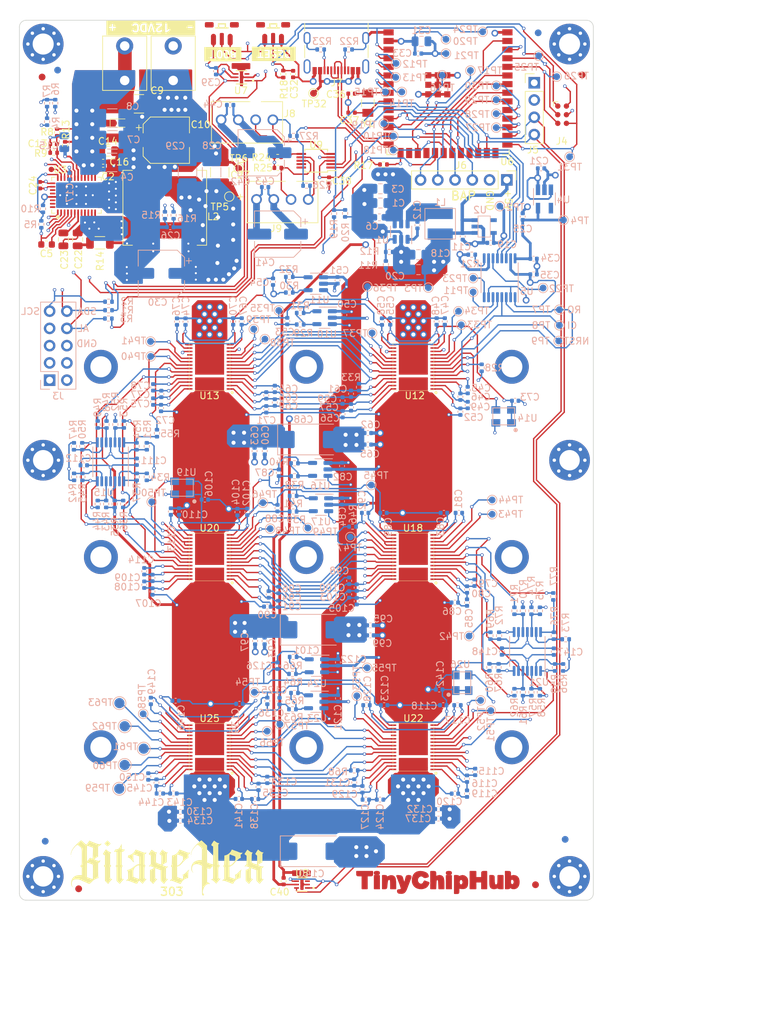
<source format=kicad_pcb>
(kicad_pcb (version 20240108) (generator "pcbnew") (generator_version "8.0")
  (title_block (rev "302"))
  (layers (0 "F.Cu" signal) (1 "In1.Cu" signal) (2 "In2.Cu" signal) (31 "B.Cu" signal) (34 "B.Paste" user) (35 "F.Paste" user) (36 "B.SilkS" user "B.Silkscreen") (37 "F.SilkS" user "F.Silkscreen") (38 "B.Mask" user) (39 "F.Mask" user) (44 "Edge.Cuts" user))
  (net 0 "")
  (net 1 "GND")
  (net 2 "/VDD")
  (net 3 "/ESP32/EN")
  (net 4 "/5V")
  (net 5 "/3V3")
  (net 6 "/SCL")
  (net 7 "Net-(U3-BP1V5)")
  (net 8 "Net-(U3-DRTN)")
  (net 9 "Net-(U3-EN{slash}UVLO)")
  (net 10 "/1V8")
  (net 11 "Net-(U3-AVIN)")
  (net 12 "Net-(U3-VDD5)")
  (net 13 "Net-(U3-VOSNS)")
  (net 14 "Net-(C22-Pad2)")
  (net 15 "/ESP32/P_TX")
  (net 16 "/ESP32/P_RX")
  (net 17 "/ESP32/IO0")
  (net 18 "/ESP32/XIN32")
  (net 19 "/ESP32/XOUT32")
  (net 20 "/Power/PGOOD")
  (net 21 "Net-(U3-GOSNS)")
  (net 22 "/SDA")
  (net 23 "/BM1366-1/0V8")
  (net 24 "/BM1366-1/1V8")
  (net 25 "Net-(U12-VDD3_0)")
  (net 26 "Net-(U13-INV_CLKO)")
  (net 27 "/BM1366-2/0V8")
  (net 28 "/BM1366-2/1V8")
  (net 29 "Net-(U13-CLKO)")
  (net 30 "Net-(U12-VDD2_0)")
  (net 31 "/NRSTI")
  (net 32 "/RO")
  (net 33 "/CI")
  (net 34 "/BM1366-3/0V8")
  (net 35 "/BM1366-3/1V8")
  (net 36 "Net-(U12-VDD1_0)")
  (net 37 "Net-(U12-VDD1_1)")
  (net 38 "Net-(U12-VDD2_1)")
  (net 39 "Net-(U12-VDD3_1)")
  (net 40 "/Fan/FAN1_TACH")
  (net 41 "/Fan/FAN1_PWM")
  (net 42 "/Fan/FAN2_TACH")
  (net 43 "/Fan/FAN2_PWM")
  (net 44 "Net-(U18-VDD1_0)")
  (net 45 "Net-(U18-VDD2_0)")
  (net 46 "Net-(U22-INV_CLKO)")
  (net 47 "Net-(U18-VDD3_0)")
  (net 48 "Net-(U15A--)")
  (net 49 "Net-(U18-VDD3_1)")
  (net 50 "Net-(U15B--)")
  (net 51 "Net-(U13-ADDR0)")
  (net 52 "Net-(U13-ADDR1)")
  (net 53 "Net-(U18-VDD2_1)")
  (net 54 "/BM1366-1/BI1")
  (net 55 "/VIN")
  (net 56 "Net-(U3-VSEL)")
  (net 57 "Net-(U18-VDD1_1)")
  (net 58 "Net-(U15C--)")
  (net 59 "Net-(U15D--)")
  (net 60 "Net-(U3-ADRSEL)")
  (net 61 "Net-(J6-Pin_4)")
  (net 62 "Net-(J6-Pin_6)")
  (net 63 "Net-(U20-VDD3_1)")
  (net 64 "Net-(U20-VDD2_1)")
  (net 65 "Net-(U20-VDD1_1)")
  (net 66 "Net-(U22-ADDR0)")
  (net 67 "Net-(U22-ADDR1)")
  (net 68 "Net-(U22-VDD3_0)")
  (net 69 "Net-(U22-VDD2_0)")
  (net 70 "Net-(U22-VDD1_0)")
  (net 71 "Net-(U21A--)")
  (net 73 "Net-(U21B--)")
  (net 74 "/BM1366-3/NRSTO3")
  (net 75 "Net-(U21C--)")
  (net 76 "Net-(U21D--)")
  (net 77 "Net-(J6-Pin_3)")
  (net 78 "Net-(J6-Pin_5)")
  (net 79 "Net-(R54-Pad1)")
  (net 80 "Net-(U6-GPIO4{slash}TOUCH4{slash}ADC1_CH3)")
  (net 81 "Net-(U6-GPIO5{slash}TOUCH5{slash}ADC1_CH4)")
  (net 82 "Net-(R76-Pad1)")
  (net 83 "Net-(U25-VDD1_1)")
  (net 84 "Net-(U25-VDD2_1)")
  (net 85 "Net-(U25-VDD3_1)")
  (net 91 "/BM1366-3/BO3")
  (net 93 "Net-(U6-GPIO6{slash}TOUCH6{slash}ADC1_CH5)")
  (net 94 "/BM1366-1/VDD1")
  (net 95 "/BM1366-2/VDD2")
  (net 96 "/BM1366-3/RI3")
  (net 97 "/BM1366-3/CLKO3")
  (net 98 "/BM1366-3/CO3")
  (net 99 "/BM1366-1/CLKI1")
  (net 100 "/BM1366-2/NRSTI2")
  (net 101 "/BM1366-2/BI2")
  (net 102 "/BM1366-2/RO2")
  (net 103 "/BM1366-2/CI2")
  (net 104 "/BM1366-3/NRSTI3")
  (net 105 "/BM1366-3/BI3")
  (net 106 "/BM1366-3/RO3")
  (net 107 "/BM1366-3/CI3")
  (net 108 "/BM1366-1/NRSTO")
  (net 109 "/BM1366-1/CO")
  (net 110 "/BM1366-1/BO")
  (net 111 "/BM1366-1/RI")
  (net 112 "/BM1366-2/RI")
  (net 113 "/BM1366-2/NRSTO")
  (net 114 "/BM1366-2/BO")
  (net 115 "/BM1366-2/CO")
  (net 117 "/ESP32/ASIC_RST")
  (net 118 "/ESP32/ESP32_TX")
  (net 119 "/ESP32/ESP32_RX")
  (net 120 "Net-(U6-GPIO7{slash}TOUCH7{slash}ADC1_CH6)")
  (net 121 "Net-(U6-GPIO8{slash}TOUCH8{slash}ADC1_CH7{slash}SUBSPICS1)")
  (net 122 "Net-(J7-CC1)")
  (net 123 "Net-(U6-GPIO20{slash}U1CTS{slash}ADC2_CH9{slash}CLK_OUT1{slash}USB_D+)")
  (net 124 "Net-(U6-GPIO19{slash}U1RTS{slash}ADC2_CH8{slash}CLK_OUT2{slash}USB_D-)")
  (net 126 "Net-(J7-CC2)")
  (net 127 "/Power/PMB_ALRT")
  (net 129 "Net-(U6-GPIO9{slash}TOUCH9{slash}ADC1_CH8{slash}FSPIHD{slash}SUBSPIHD)")
  (net 130 "Net-(U5-OE)")
  (net 131 "Net-(U10-ADJ)")
  (net 132 "Net-(U11-ADJ)")
  (net 133 "Net-(U12-BO)")
  (net 134 "Net-(U18-CLKO)")
  (net 135 "Net-(U12-CO)")
  (net 136 "/BM1366-2/CLKI2")
  (net 137 "Net-(U12-INV_CLKO)")
  (net 138 "Net-(U12-CLKO)")
  (net 139 "/BM1366-3/CLKI3")
  (net 140 "Net-(U12-NRSTO)")
  (net 141 "Net-(U12-RI)")
  (net 142 "Net-(U15A-+)")
  (net 143 "Net-(U16-ADJ)")
  (net 144 "Net-(U17-ADJ)")
  (net 145 "Net-(U15B-+)")
  (net 146 "Net-(U18-RO)")
  (net 147 "Net-(U18-INV_CLKO)")
  (net 148 "Net-(U18-NRSTI)")
  (net 149 "Net-(U15C-+)")
  (net 150 "Net-(U22-VDD3_1)")
  (net 151 "Net-(U22-VDD2_1)")
  (net 152 "Net-(U22-VDD1_1)")
  (net 153 "Net-(U22-RI)")
  (net 154 "Net-(U22-NRSTO)")
  (net 155 "Net-(U22-CO)")
  (net 156 "Net-(U22-CLKO)")
  (net 157 "Net-(U22-BO)")
  (net 158 "Net-(U18-CLKI)")
  (net 159 "Net-(U18-BI)")
  (net 160 "Net-(U18-CI)")
  (net 161 "Net-(U15D-+)")
  (net 162 "Net-(U20-INV_CLKO)")
  (net 163 "Net-(U21A-+)")
  (net 164 "Net-(U21B-+)")
  (net 165 "Net-(U23-ADJ)")
  (net 166 "Net-(U24-ADJ)")
  (net 167 "Net-(U21C-+)")
  (net 168 "Net-(U21D-+)")
  (net 169 "Net-(U25-INV_CLKO)")
  (net 170 "Net-(U5-A4)")
  (net 172 "Net-(U6-GPIO12{slash}TOUCH12{slash}ADC2_CH1{slash}FSPICLK{slash}FSPIIO6{slash}SUBSPICLK)")
  (net 173 "Net-(U6-GPIO14{slash}TOUCH14{slash}ADC2_CH3{slash}FSPIWP{slash}FSPIDQS{slash}SUBSPIWP)")
  (net 174 "Net-(U5-B4)")
  (net 175 "Net-(U5-DIR4)")
  (net 176 "Net-(U6-SPIIO6{slash}GPIO35{slash}FSPID{slash}SUBSPID)")
  (net 177 "Net-(U6-SPIIO7{slash}GPIO36{slash}FSPICLK{slash}SUBSPICLK)")
  (net 178 "Net-(U6-SPIDQS{slash}GPIO37{slash}FSPIQ{slash}SUBSPIQ)")
  (net 179 "Net-(U6-GPIO38{slash}FSPIWP{slash}SUBSPIWP)")
  (net 180 "Net-(J7-VBUS-PadA4)")
  (net 181 "Net-(U12-ADDR0)")
  (net 182 "Net-(U13-VDD3_1)")
  (net 183 "Net-(U12-ADDR1)")
  (net 184 "Net-(U13-VDD2_1)")
  (net 185 "Net-(U18-ADDR0)")
  (net 186 "Net-(U13-VDD1_1)")
  (net 187 "Net-(U18-ADDR1)")
  (net 188 "Net-(U20-ADDR0)")
  (net 189 "Net-(U20-ADDR1)")
  (net 190 "Net-(U25-ADDR0)")
  (net 191 "Net-(U25-ADDR1)")
  (net 197 "Net-(U3-MSEL1)")
  (net 198 "Net-(U3-BOOT)")
  (net 199 "/ESP32/VDD_SAMPLE")
  (net 200 "Net-(U1-SW)")
  (net 201 "Net-(U1-CB)")
  (net 202 "Net-(U1-FB)")
  (net 207 "/Power/SW")
  (net 208 "Net-(U3-MSEL2)")
  (net 209 "/Power/AGND")
  (net 217 "/Power/PMB_SCL")
  (net 218 "/Power/PMB_SDA")
  (net 219 "/SMB_ALRT")
  (footprint "bitaxe:BM1366" (layer "F.Cu") (at 108 125 180)
    (property "Reference" "U18")
    (property "Value" "BM1366_mode0")
  )
  (footprint "bitaxe:Tag-Connect_TC2030-IDC-NL_2x03_P1.27mm_Vertical" (layer "F.Cu") (at 129.9 59.9 -90)
    (property "Reference" "J4")
    (property "Value" "TC2030-IDC")
  )
  (footprint "bitaxe:BM1366" (layer "F.Cu") (at 78 125 180)
    (property "Reference" "U20")
    (property "Value" "BM1366_mode0")
  )
  (footprint "TestPoint:TestPoint_Pad_D1.0mm" (layer "F.Cu") (at 80.9 71.95)
    (property "Reference" "TP5")
    (property "Value" "TestPoint")
  )
  (footprint "Resistor_SMD:R_0402_1005Metric" (layer "F.Cu") (at 88.85 53.92 90)
    (property "Reference" "R18")
    (property "Value" "10k")
  )
  (footprint "bitaxe:hex-heatsink" (layer "F.Cu") (at 92.25 125)
    (property "Reference" "HS1" (hide yes))
    (property "Value" "Heatsink")
  )
  (footprint "LOGO" (layer "F.Cu") (at 71.6 170.8)
    (property "Reference" "G***" (hide yes))
    (property "Value" "LOGO" (hide yes))
  )
  (footprint "kibuzzard-65356D5C" (layer "F.Cu") (at 79.95 51 180)
    (property "Reference" "kibuzzard-65356D5C" (hide yes))
    (property "Value" "G***" (hide yes))
  )
  (footprint "MountingHole:MountingHole_3mm_Pad_Via" (layer "F.Cu") (at 53.5 49.5)
    (property "Reference" "H1" (hide yes))
    (property "Value" "MountingHole")
  )
  (footprint "bitaxe:SC32S-7PF20PPM" (layer "F.Cu") (at 101.3 58.2 -90)
    (property "Reference" "Y1")
    (property "Value" "32.768kHz")
  )
  (footprint "bitaxe:63862-1" (layer "F.Cu") (at 65.5 52.324 90)
    (property "Reference" "J1" (hide yes))
    (property "Value" "Conn_01x01")
  )
  (footprint "bitaxe:470531000" (layer "F.Cu") (at 79.7 60.65)
    (property "Reference" "J8")
    (property "Value" "Conn_01x04")
  )
  (footprint "bitaxe:3.1mm_mounting" (layer "F.Cu") (at 92.25 97)
    (property "Reference" "H13" (hide yes))
    (property "Value" "HeatsinkMountingHole")
  )
  (footprint "bitaxe:TestPoint_Pad_D0.8mm" (layer "F.Cu") (at 54.7 67.95)
    (property "Reference" "TP1" (hide yes))
    (property "Value" "TestPoint")
  )
  (footprint "Capacitor_SMD:C_0805_2012Metric" (layer "F.Cu") (at 56.475 78.25 -90)
    (property "Reference" "C23")
    (property "Value" "100nF")
  )
  (footprint "Resistor_SMD:R_0402_1005Metric" (layer "F.Cu") (at 88.05 67.725 180)
    (property "Reference" "R25")
    (property "Value" "5.6k")
  )
  (footprint "bitaxe:TL3340-switch" (layer "F.Cu") (at 79.8 47.7675 180)
    (property "Reference" "SW2" (hide yes))
    (property "Value" "SWITCH-SPST")
  )
  (footprint "MountingHole:MountingHole_3mm_Pad_Via" (layer "F.Cu") (at 131 172)
    (property "Reference" "H4" (hide yes))
    (property "Value" "MountingHole")
  )
  (footprint "Fiducial:Fiducial_1mm_Mask2mm" (layer "F.Cu") (at 53.34 54.356)
    (property "Reference" "FID3" (hide yes))
    (property "Value" "Fiducial")
  )
  (footprint "Inductor_SMD:L_Coilcraft_XAL1010-XXX" (layer "F.Cu") (at 71.4 73.6 90)
    (property "Reference" "L2")
    (property "Value" "680nH")
  )
  (footprint "Capacitor_SMD:C_0402_1005Metric" (layer "F.Cu") (at 55.02 64.225 180)
    (property "Reference" "C13")
    (property "Value" "100nF")
  )
  (footprint "Capacitor_SMD:C_0603_1608Metric" (layer "F.Cu") (at 54 79)
    (property "Reference" "C5")
    (property "Value" "1uF")
  )
  (footprint "Capacitor_SMD:C_0402_1005Metric" (layer "F.Cu") (at 98.9 56.8 180)
    (property "Reference" "C36")
    (property "Value" "6.8pF")
  )
  (footprint "Capacitor_SMD:CP_Elec_6.3x5.9" (layer "F.Cu") (at 71.628 63.65)
    (property "Reference" "C10")
    (property "Value" "180uF")
  )
  (footprint "bitaxe:3.1mm_mounting" (layer "F.Cu") (at 92.25 153)
    (property "Reference" "H15" (hide yes))
    (property "Value" "HeatsinkMountingHole")
  )
  (footprint "Connector_PinHeader_2.54mm:PinHeader_1x06_P2.54mm_Vertical" (layer "F.Cu") (at 121.76 69.5 -90)
    (property "Reference" "J6")
    (property "Value" "Conn_01x06")
  )
  (footprint "bitaxe:TCH-Logo" (layer "F.Cu") (at 110.998 172.974)
    (property "Reference" "REF**" (hide yes))
    (property "Value" "TCH-Logo")
  )
  (footprint "bitaxe:BM1366" (layer "F.Cu") (at 78 153 180)
    (property "Reference" "U25")
    (property "Value" "BM1366_mode1")
  )
  (footprint "Resistor_SMD:R_0402_1005Metric" (layer "F.Cu") (at 55.545 62.5 -90)
    (property "Reference" "R8")
    (property "Value" "12.7K")
  )
  (footprint "bitaxe:470531000" (layer "F.Cu") (at 84.91 72.375)
    (property "Reference" "J9")
    (property "Value" "Conn_01x04")
  )
  (footprint "Capacitor_SMD:C_0402_1005Metric" (layer "F.Cu") (at 88.9 172.7 90)
    (property "Reference" "C40")
    (property "Value" "311-3342-1-ND")
  )
  (footprint "bitaxe:3.1mm_mounting" (layer "F.Cu") (at 92.25 125)
    (property "Reference" "H14" (hide yes))
    (property "Value" "HeatsinkMountingHole")
  )
  (footprint "TestPoint:TestPoint_Pad_D1.0mm" (layer "F.Cu") (at 82.296 67.818)
    (property "Reference" "TP6")
    (property "Value" "TestPoint")
  )
  (footprint "bitaxe:3.1mm_mounting" (layer "F.Cu") (at 122.5 125)
    (property "Reference" "H10" (hide yes))
    (property "Value" "HeatsinkMountingHole")
  )
  (footprint "kibuzzard-65356D4E" (layer "F.Cu") (at 87.45 50.95 180)
    (property "Reference" "kibuzzard-65356D4E" (hide yes))
    (property "Value" "G***" (hide yes))
  )
  (footprint "Capacitor_SMD:C_1210_3225Metric" (layer "F.Cu") (at 79.5 68.375 90)
    (property "Reference" "C27")
    (property "Value" "47uF")
  )
  (footprint "Capacitor_SMD:C_0402_1005Metric" (layer "F.Cu") (at 62.325 68)
    (property "Reference" "C2")
    (property "Value" "4.7nF")
  )
  (footprint "bitaxe:BM1366" (layer "F.Cu") (at 108 153 180)
    (property "Reference" "U22")
    (property "Value" "BM1366_mode1")
  )
  (footprint "bitaxe:3.1mm_mounting" (layer "F.Cu") (at 62 125)
    (property "Reference" "H9" (hide yes))
    (property "Value" "HeatsinkMountingHole")
  )
  (footprint "Fiducial:Fiducial_1mm_Mask2mm" (layer "F.Cu") (at 132.842 54.05)
    (property "Reference" "FID1" (hide yes))
    (property "Value" "Fiducial")
  )
  (footprint "Package_SO:MSOP-10_3x3mm_P0.5mm" (layer "F.Cu") (at 93.7 66.675 180)
    (property "Reference" "U9")
    (property "Value" "EMC2302")
  )
  (footprint "Capacitor_SMD:C_0402_1005Metric" (layer "F.Cu") (at 98.9 59.6 180)
    (property "Reference" "C37")
    (property "Value" "6.8pF")
  )
  (footprint "Resistor_SMD:R_0402_1005Metric" (layer "F.Cu") (at 55.045 65.5 180)
    (property "Reference" "R9")
    (property "Value" "1.37K")
  )
  (footprint "Resistor_SMD:R_0402_1005Metric" (layer "F.Cu") (at 56.725 64.4 -90)
    (property "Reference" "R13")
    (property "Value" "10R")
  )
  (footprint "bitaxe:LQFN40-CLIP" (layer "F.Cu") (at 58.4 71.75 90)
    (property "Reference" "U3")
    (property "Value" "TPS546D24ARVFR")
  )
  (footprint "Fiducial:Fiducial_1mm_Mask2mm" (layer "F.Cu") (at 58.725 173.825)
    (property "Reference" "FID7" (hide yes))
    (property "Value" "Fiducial")
  )
  (footprint "Capacitor_SMD:C_0402_1005Metric" (layer "F.Cu") (at 62.325 66.825)
    (property "Reference" "C16")
    (property "Value" "2.2nF")
  )
  (footprint "bitaxe:SOT5X3-6_DRL_TEX" (layer "F.Cu") (at 82.7 54.4 180)
    (property "Reference" "U7")
    (property "Value" "TMP1075")
  )
  (footprint "bitaxe:3.1mm_mounting" (layer "F.Cu") (at 122.5 153)
    (property "Reference" "H12" (hide yes))
    (property "Value" "HeatsinkMountingHole")
  )
  (footprint "Capacitor_SMD:C_0805_2012Metric" (layer "F.Cu") (at 58.575 78.25 -90)
    (property "Reference" "C22")
    (property "Value" "1nF")
  )
  (footprint "bitaxe:BM1366" (layer "F.Cu") (at 78 97 180)
    (property "Reference" "U13")
    (property "Value" "BM1366_mode1")
  )
  (footprint "bitaxe:3.1mm_mounting" (layer "F.Cu") (at 122.5 97)
    (property "Reference" "H8" (hide yes))
    (property "Value" "HeatsinkMountingHole")
  )
  (footprint "bitaxe:3.1mm_mounting" (layer "F.Cu") (at 62 97)
    (property "Reference" "H7" (hide yes))
    (property "Value" "HeatsinkMountingHole")
  )
  (footprint "Connector_PinHeader_2.54mm:PinHeader_1x04_P2.54mm_Vertical" (layer "F.Cu") (at 125.8 55.2)
    (property "Reference" "J5")
    (property "Value" "Conn_01x04")
  )
  (footprint "bitaxe:ESP32-S3-WROOM-1U" (layer "F.Cu") (at 113.1 56.04)
    (property "Reference" "U6")
    (property "Value" "ESP32-S3-WROOM-1")
  )
  (footprint "Capacitor_SMD:C_1210_3225Metric" (layer "F.Cu") (at 67.6 58.3)
    (property "Reference" "C9")
    (property "Value" "22uF")
  )
  (footprint "Fiducial:Fiducial_1mm_Mask2mm" (layer "F.Cu") (at 125.984 173.228)
    (property "Reference" "FID5" (hide yes))
    (property "Value" "Fiducial")
  )
  (footprint "Capacitor_SMD:C_0402_1005Metric" (layer "F.Cu") (at 90.3 53.92 -90)
    (property "Reference" "C32")
    (property "Value" "1uF" (hide yes))
  )
  (footprint "MountingHole:MountingHole_3mm_Pad_Via" (layer "F.Cu") (at 53.5 110.75)
    (property "Reference" "H5" (hide yes))
    (property "Value" "MountingHole")
  )
  (footprint "Connector_USB:USB_C_Receptacle_GCT_USB4105-xx-A_16P_TopMnt_Horizontal" (layer "F.Cu") (at 96.67 49.695 180)
    (property "Reference" "J7")
    (property "Value" "USB_C_Receptacle_USB2.0")
  )
  (footprint "Resistor_SMD:R_0402_1005Metric" (layer "F.Cu") (at 103.6 67.225)
    (property "Reference" "R17")
    (property "Value" "10k")
  )
  (footprint "Resistor_SMD:R_1206_3216Metric" (layer "F.Cu") (at 61.85 78.75)
    (property "Reference" "R14")
    (property "Value" "1R")
  )
  (footprint "bitaxe:TL3340-switch" (layer "F.Cu") (at 87.35 47.7675 180)
    (property "Reference" "SW1" (hide yes))
    (property "Value" "SWITCH-SPST")
  )
  (footprint "bitaxe:824045812" (layer "F.Cu") (at 64.4575 61.14)
    (property "Reference" "D1" (hide yes))
    (property "Value" "824045812")
  )
  (footprint "MountingHole:MountingHole_3mm_Pad_Via" (layer "F.Cu") (at 131 49.5)
    (property "Reference" "H2" (hide yes))
    (property "Value" "MountingHole")
  )
  (footprint "bitaxe:TCH-Logo-Mask" (layer "F.Cu") (at 110.998 173.482)
    (property "Reference" "REF**" (hide yes))
    (property "Value" "TCH-Logo-Mask")
  )
  (footprint "MountingHole:MountingHole_3mm_Pad_Via" (layer "F.Cu") (at 53.5 172)
    (property "Reference" "H3" (hide yes))
    (property "Value" "MountingHole")
  )
  (footprint "Capacitor_SMD:C_0402_1005Metric" (layer "F.Cu") (at 53.025 70.275 -90)
    (property "Reference" "C24")
    (property "Value" "100pF")
  )
  (footprint "bitaxe:3.1mm_mounting" (layer "F.Cu") (at 62 153)
    (property "Reference" "H11" (hide yes))
    (property "Value" "HeatsinkMountingHole")
  )
  (footprint "Capacitor_SMD:C_0402_1005Metric" (layer "F.Cu") (at 95.6 69.6 -90)
    (property "Reference" "C38")
    (property "Value" "311-3342-1-ND")
  )
  (footprint "MountingHole:MountingHole_3mm_Pad_Via" (layer "F.Cu") (at 131 110.75)
    (property "Reference" "H6" (hide yes))
    (property "Value" "MountingHole")
  )
  (footprint "Capacitor_SMD:C_0805_2012Metric" (layer "F.Cu") (at 63.075 65.275)
    (property "Reference" "C14")
    (property "Value" "1uF")
  )
  (footprint "bitaxe:SOT5X3-6_DRL_TEX" (layer "F.Cu") (at 91.6008 173.2 180)
    (property "Reference" "U8")
    (property "Value" "TMP1075")
  )
  (footprint "kibuzzard-65978662" (layer "F.Cu") (at 69.342 47.125 180)
    (property "Reference" "kibuzzard-65978662" (hide yes))
    (property "Value" "G***" (hide yes))
  )
  (footprint "TestPoint:TestPoint_Pad_D1.0mm" (layer "F.Cu") (at 93.3 56.75)
    (property "Reference" "TP32")
    (property "Value" "TestPoint")
  )
  (footprint "bitaxe:63862-1" (layer "F.Cu") (at 72.644 52.324 90)
    (property "Reference" "J2" (hide yes))
    (property "Value" "Conn_01x01")
  )
  (footprint "Resistor_SMD:R_0402_1005Metric" (layer "F.Cu") (at 88.025 66.125 180)
    (property "Reference" "R24")
    (property "Value" "5.6k")
  )
  (footprint "bitaxe:BM1366" (layer "F.Cu") (at 108 97 180)
    (property "Reference" "U12")
    (property "Value" "BM1366_mode1")
  )
  (footprint "Capacitor_SMD:C_0402_1005Metric" (layer "B.Cu") (at 108.6 76.15 -90)
    (property "Reference" "C12")
    (property "Value" "0.1uF")
  )
  (footprint "TestPoint:TestPoint_Pad_D1.0mm" (layer "B.Cu") (at 69.325 95.475 180)
    (property "Reference" "TP40")
    (property "Value" "TestPoint")
  )
  (footprint "Capacitor_SMD:C_0402_1005Metric" (layer "B.Cu") (at 98.825 102.97 90)
    (property "Reference" "C57")
    (property "Value" "1uF")
  )
  (footprint "Capacitor_SMD:C_0402_1005Metric" (layer "B.Cu") (at 97.8375 89.375 90)
    (property "Reference" "C50")
    (property "Value" "0.1uF")
  )
  (footprint "TestPoint:TestPoint_Pad_D1.0mm" (layer "B.Cu") (at 105.45 52.35 180)
    (property "Reference" "TP12")
    (property "Value" "TestPoint")
  )
  (footprint "Capacitor_SMD:C_0402_1005Metric" (layer "B.Cu") (at 72.3 118.3 90)
    (property "Reference" "C113")
    (property "Value" "1uF")
  )
  (footprint "Capacitor_SMD:C_0402_1005Metric" (layer "B.Cu") (at 81.025 58.475 180)
    (property "Reference" "C44")
    (property "Value" "311-3342-1-ND")
  )
  (footprint "Capacitor_SMD:C_0402_1005Metric" (layer "B.Cu") (at 69.59 130.07 90)
    (property "Reference" "C107")
    (property "Value" "1uF")
  )
  (footprint "TestPoint:TestPoint_Pad_D1.0mm" (layer "B.Cu") (at 119.4 147.6 90)
    (property "Reference" "TP51")
    (property "Value" "TestPoint")
  )
  (footprint "Resistor_SMD:R_0402_1005Metric" (layer "B.Cu") (at 97.95 74.425 90)
    (property "Reference" "R20")
    (property "Value" "22.1k")
  )
  (footprint "Capacitor_SMD:C_0805_2012Metric" (layer "B.Cu") (at 108.75 80.5 180)
    (property "Reference" "C18")
    (property "Value" "10uF")
  )
  (footprint "Resistor_SMD:R_0402_1005Metric" (layer "B.Cu") (at 58.025 108.7 90)
    (property "Reference" "R47")
    (property "Value" "1k")
  )
  (footprint "Capacitor_Tantalum_SMD:CP_EIA-7343-31_Kemet-D_Pad2.25x2.55mm_HandSolder" (layer "B.Cu") (at 93 168.3)
    (property "Reference" "C140")
    (property "Value" "330uF")
  )
  (footprint "Capacitor_SMD:C_0402_1005Metric" (layer "B.Cu") (at 111.7 162.1 180)
    (property "Reference" "C132")
    (property "Value" "0.1uF")
  )
  (footprint "Capacitor_SMD:C_0402_1005Metric" (layer "B.Cu") (at 100.5 159.18 90)
    (property "Reference" "C129")
    (property "Value" "1uF")
  )
  (footprint "Package_TO_SOT_SMD:TSOT-23-5" (layer "B.Cu") (at 93.7 146.3 180)
    (property "Reference" "U23")
    (property "Value" "AP7331")
  )
  (footprint "Resistor_SMD:R_0402_1005Metric" (layer "B.Cu") (at 67.275 113.2 90)
    (property "Reference" "R37")
    (property "Value" "1k")
  )
  (footprint "TestPoint:TestPoint_Pad_D1.0mm" (layer "B.Cu") (at 84.6 144.9 180)
    (property "Reference" "TP54")
    (property "Value" "TestPoint")
  )
  (footprint "Capacitor_SMD:C_0402_1005Metric" (layer "B.Cu") (at 78.95 53.5 90)
    (property "Reference" "C39")
    (property "Value" "311-3342-1-ND")
  )
  (footprint "TestPoint:TestPoint_Pad_D1.0mm" (layer "B.Cu") (at 127.1 85.4 180)
    (property "Reference" "TP22")
    (property "Value" "TestPoint")
  )
  (footprint "Resistor_SMD:R_0402_1005Metric" (layer "B.Cu") (at 90.3 118.3)
    (property "Reference" "R39")
    (property "Value" "115k")
  )
  (footprint "TestPoint:TestPoint_Pad_D1.0mm" (layer "B.Cu") (at 99.675 145.425 180)
    (property "Reference" "TP53")
    (property "Value" "TestPoint")
  )
  (footprint "Capacitor_SMD:C_0805_2012Metric" (layer "B.Cu") (at 103.15 70.8 180)
    (property "Reference" "C3")
    (property "Value" "10uF")
  )
  (footprint "Capacitor_SMD:C_0402_1005Metric" (layer "B.Cu") (at 86.7 130.5 90)
    (property "Reference" "C94")
    (property "Value" "1uF")
  )
  (footprint "Capacitor_SMD:C_0805_2012Metric" (layer "B.Cu") (at 56.6 63.95 -90)
    (property "Reference" "C15")
    (property "Value" "1uF")
  )
  (footprint "Capacitor_SMD:C_0402_1005Metric" (layer "B.Cu") (at 70.85 103.07 90)
    (property "Reference" "C72")
    (property "Value" "1uF")
  )
  (footprint "Resistor_SMD:R_0402_1005Metric" (layer "B.Cu") (at 104.45 80.1)
    (property "Reference" "R12")
    (property "Value" "22.1k")
  )
  (footprint "TestPoint:TestPoint_Pad_D1.0mm" (layer "B.Cu") (at 120.2 55.65 180)
    (property "Reference" "TP30")
    (property "Value" "TestPoint")
  )
  (footprint "TestPoint:TestPoint_Pad_D1.0mm" (layer "B.Cu") (at 69.3 93.275 180)
    (property "Reference" "TP41")
    (property "Value" "TestPoint")
  )
  (footprint "Capacitor_SMD:C_0402_1005Metric" (layer "B.Cu") (at 99.3 158.18 90)
    (property "Reference" "C131")
    (property "Value" "1uF")
  )
  (footprint "Resistor_SMD:R_0402_1005Metric" (layer "B.Cu") (at 130.425 137.1)
    (property "Reference" "R73")
    (property "Value" "1k")
  )
  (footprint "TestPoint:TestPoint_Pad_D1.0mm" (layer "B.Cu") (at 86.925 120.825)
    (property "Reference" "TP48")
    (property "Value" "TestPoint")
  )
  (footprint "Resistor_SMD:R_0402_1005Metric" (layer "B.Cu") (at 119.35 136.575 90)
    (property "Reference" "R69")
    (property "Value" "1k")
  )
  (footprint "TestPoint:TestPoint_Pad_D1.0mm" (layer "B.Cu") (at 114.65 88.825)
    (property "Reference" "TP34")
    (property "Value" "TestPoint")
  )
  (footprint "Package_TO_SOT_SMD:SOT-23-5_HandSoldering" (layer "B.Cu") (at 127.3 72.3 -90)
    (property "Reference" "U4")
    (property "Value" "MIC5504")
  )
  (footprint "Capacitor_SMD:C_0402_1005Metric" (layer "B.Cu") (at 128.68 138.92 -90)
    (property "Reference" "C147")
    (property "Value" "0.1uF")
  )
  (footprint "Capacitor_SMD:C_0402_1005Metric" (layer "B.Cu") (at 81.475 90.325 90)
    (property "Reference" "C70")
    (property "Value" "1uF")
  )
  (footprint "Resistor_SMD:R_0402_1005Metric" (layer "B.Cu") (at 61.525 105.4875 -90)
    (property "Reference" "R49")
    (property "Value" "10k")
  )
  (footprint "Resistor_SMD:R_0402_1005Metric" (layer "B.Cu") (at 54.075 60.925 90)
    (property "Reference" "R4")
    (property "Value" "17.8K")
  )
  (footprint "Capacitor_SMD:C_0402_1005Metric" (layer "B.Cu") (at 88.2 112.6 -90)
    (property "Reference" "C87")
    (property "Value" "1uF")
  )
  (footprint "Capacitor_SMD:C_0402_1005Metric" (layer "B.Cu") (at 100.9 118.5 180)
    (property "Reference" "C92")
    (property "Value" "1uF")
  )
  (footprint "Capacitor_SMD:C_0402_1005Metric" (layer "B.Cu") (at 125.7 83.4)
    (property "Reference" "C35")
    (property "Value" "311-3342-1-ND")
  )
  (footprint "TestPoint:TestPoint_Pad_D1.0mm" (layer "B.Cu") (at 115.05 90.825)
    (property "Reference" "TP33")
    (property "Value" "TestPoint")
  )
  (footprint "Capacitor_SMD:C_0402_1005Metric" (layer "B.Cu") (at 114.925 103.605 -90)
    (property "Reference" "C52")
    (property "Value" "1uF")
  )
  (footprint "TestPoint:TestPoint_Pad_D1.0mm" (layer "B.Cu") (at 129.1 54.3 -90)
    (property "Reference" "TP26")
    (property "Value" "TestPoint")
  )
  (footprint "Resistor_SMD:R_0402_1005Metric" (layer "B.Cu") (at 99.3 156.4 180)
    (property "Reference" "R68")
    (property "Value" "2k")
  )
  (footprint "Capacitor_SMD:C_0402_1005Metric" (layer "B.Cu") (at 97.575 101.97 90)
    (property "Reference" "C59")
    (property "Value" "1uF")
  )
  (footprint "Capacitor_SMD:C_1210_3225Metric" (layer "B.Cu") (at 78.3 68.375 90)
    (property "Reference" "C28")
    (property "Value" "47uF")
  )
  (footprint "TestPoint:TestPoint_Pad_D1.0mm" (layer "B.Cu") (at 116.4 53.4 180)
    (property "Reference" "TP17")
    (property "Value" "TestPoint")
  )
  (footprint "Capacitor_SMD:C_0402_1005Metric" (layer "B.Cu") (at 68.39 127.09 90)
    (property "Reference" "C114")
    (property "Value" "1uF")
  )
  (footprint "TestPoint:TestPoint_Pad_D1.5mm" (layer "B.Cu") (at 65.5 149.9)
    (property "Reference" "TP62")
    (property "Value" "TestPoint")
  )
  (footprint "TestPoint:TestPoint_Pad_D1.0mm" (layer "B.Cu") (at 116.8 86 180)
    (property "Reference" "TP11")
    (property "Value" "TestPoint")
  )
  (footprint "Package_SO:TSSOP-16_4.4x5mm_P0.65mm" (layer "B.Cu") (at 120.7 83.9 90)
    (property "Reference" "U5")
    (property "Value" "SN74AVC4T774")
  )
  (footprint "Capacitor_SMD:C_0402_1005Metric" (layer "B.Cu") (at 70.68 159.8 180)
    (property "Reference" "C144")
    (property "Value" "1uF")
  )
  (footprint "Capacitor_SMD:C_0402_1005Metric" (layer "B.Cu") (at 67.275 110.975 -90)
    (property "Reference" "C111")
    (property "Value" "0.1uF")
  )
  (footprint "Capacitor_SMD:C_0402_1005Metric" (layer "B.Cu") (at 88.1 131.9 90)
    (property "Reference" "C91")
    (property "Value" "1uF")
  )
  (footprint "Package_TO_SOT_SMD:TSOT-23-5" (layer "B.Cu") (at 93.6375 84.775 180)
    (property "Reference" "U11")
    (property "Value" "AP7331")
  )
  (footprint "Capacitor_SMD:C_0402_1005Metric" (layer "B.Cu") (at 68.98 157.3 90)
    (property "Reference" "C150")
    (property "Value" "1uF")
  )
  (footprint "Resistor_SMD:R_0402_1005Metric" (layer "B.Cu") (at 71.425 74.7 -90)
    (property "Reference" "R15")
    (property "Value" "49.9R")
  )
  (footprint "Capacitor_SMD:C_0402_1005Metric" (layer "B.Cu") (at 97.5 116.8 90)
    (property "Reference" "C84")
    (property "Value" "0.1uF")
  )
  (footprint "Capacitor_SMD:C_0402_1005Metric" (layer "B.Cu") (at 82.725 90.325 90)
    (property "Reference" "C67")
    (property "Value" "1uF")
  )
  (footprint "Resistor_SMD:R_0402_1005Metric" (layer "B.Cu") (at 122.88 132.91 -90)
    (property "Reference" "R71")
    (property "Value" "10k")
  )
  (footprint "TestPoint:TestPoint_Pad_D1.0mm" (layer "B.Cu") (at 68.225 148.075 180)
    (property "Reference" "TP58")
    (property "Value" "TestPoint")
  )
  (footprint "Resistor_SMD:R_0402_1005Metric" (layer "B.Cu") (at 96.325 74.45 -90)
    (property "Reference" "R19")
    (property "Value" "7.87k")
  )
  (footprint "Capacitor_SMD:C_0402_1005Metric" (layer "B.Cu") (at 73.2 90.35 90)
    (property "Reference" "C76")
    (property "Value" "1uF")
  )
  (footprint "Resistor_SMD:R_0402_1005Metric" (layer "B.Cu") (at 72.7 74.7 90)
    (property "Reference" "R16")
    (property "Value" "1.37K")
  )
  (footprint "TestPoint:TestPoint_Pad_D1.0mm" (layer "B.Cu") (at 120.2 57.7 180)
    (property "Reference" "TP29")
    (property "Value" "TestPoint")
  )
  (footprint "Capacitor_SMD:C_0402_1005Metric" (layer "B.Cu") (at 68.39 129.07 90)
    (property "Reference" "C108")
    (property "Value" "1uF")
  )
  (footprint "TestPoint:TestPoint_Pad_D1.0mm" (layer "B.Cu") (at 105.05 63.05 180)
    (property "Reference" "TP10")
    (property "Value" "TestPoint")
  )
  (footprint "Capacitor_SMD:C_0402_1005Metric" (layer "B.Cu") (at 88 117.8 -90)
    (property "Reference" "C88")
    (property "Value" "1uF")
  )
  (footprint "Resistor_SMD:R_0402_1005Metric" (layer "B.Cu") (at 103.95 81.95 90)
    (property "Reference" "R11")
    (property "Value" "115k")
  )
  (footprint "Capacitor_SMD:C_0402_1005Metric" (layer "B.Cu") (at 88 141 -90)
    (property "Reference" "C126")
    (property "Value" "1uF")
  )
  (footprint "Capacitor_SMD:C_0402_1005Metric" (layer "B.Cu") (at 86.35 101.215 -90)
    (property "Reference" "C66")
    (property "Value" "1uF")
  )
  (footprint "Capacitor_SMD:C_0402_1005Metric" (layer "B.Cu") (at 59.475 111.5)
    (property "Reference" "C112")
    (property "Value" "1uF")
  )
  (footprint "Resistor_SMD:R_0402_1005Metric" (layer "B.Cu") (at 92.275 70.35 180)
    (property "Reference" "R26")
    (property "Value" "10k")
  )
  (footprint "TestPoint:TestPoint_Pad_D1.5mm" (layer "B.Cu") (at 65.5 155.6)
    (property "Reference" "TP60")
    (property "Value" "TestPoint")
  )
  (footprint "Capacitor_SMD:C_0402_1005Metric" (layer "B.Cu") (at 119.37205 78.7602 180)
    (property "Reference" "C19")
    (property "Value" "1uF")
  )
  (footprint "Capacitor_SMD:C_0402_1005Metric" (layer "B.Cu") (at 87.6 102.255 -90)
    (property "Reference" "C69")
    (property "Value" "1uF")
  )
  (footprint "Resistor_SMD:R_0402_1005Metric" (layer "B.Cu") (at 67.25 108.7 -90)
    (property "Reference" "R54")
    (property "Value" "1k")
  )
  (footprint "Capacitor_SMD:C_1210_3225Metric" (layer "B.Cu") (at 63.675 60.4)
    (property "Reference" "C8")
    (property "Value" "22uF")
  )
  (footprint "Capacitor_SMD:C_0402_1005Metric" (layer "B.Cu") (at 84.7 137.35 -90)
    (property "Reference" "C97")
    (property "Value" "1uF")
  )
  (footprint "Fiducial:Fiducial_1mm_Mask2mm" (layer "B.Cu") (at 53.8 166.825 180)
    (property "Reference" "FID2" (hide yes))
    (property "Value" "Fiducial")
  )
  (footprint "Capacitor_SMD:C_0402_1005Metric" (layer "B.Cu") (at 69.35 146.175 -90)
    (property "Reference" "C149")
    (property "Value" "1uF")
  )
  (footprint "Capacitor_SMD:C_0402_1005Metric" (layer "B.Cu") (at 103.1 160.7 180)
    (property "Reference" "C124")
    (property "Value" "1uF")
  )
  (footprint "Resistor_SMD:R_0402_1005Metric" (layer "B.Cu") (at 90.5 113.1)
    (property "Reference" "R38")
    (property "Value" "115k")
  )
  (footprint "Capacitor_SMD:C_0402_1005Metric" (layer "B.Cu") (at 72.2 76.45 180)
    (property "Reference" "C26")
    (property "Value" "2.2nF")
  )
  (footprint "Capacitor_SMD:C_0402_1005Metric" (layer "B.Cu") (at 112.4 146.8 180)
    (property "Reference" "C118")
    (property "Value" "1uF")
  )
  (footprint "Capacitor_SMD:C_0402_1005Metric" (layer "B.Cu") (at 84.7 160.62 180)
    (property "Reference" "C138")
    (property "Value" "1uF")
  )
  (footprint "Capacitor_SMD:C_0402_1005Metric" (layer "B.Cu") (at 86.125 109.4 90)
    (property "Reference" "C60")
    (property "Value" "0.1uF")
  )
  (footprint "Capacitor_SMD:C_0402_1005Metric" (layer "B.Cu") (at 99.65 129.495 -90)
    (property "Reference" "C100")
    (property "Value" "1uF")
  )
  (footprint "TestPoint:TestPoint_Pad_D1.0mm" (layer "B.Cu") (at 120.72205 73.3602)
    (property "Reference" "TP2")
    (property "Value" "TestPoint")
  )
  (footprint "Package_SO:TSSOP-14_4.4x5mm_P0.65mm" (layer "B.Cu") (at 124.78 138.9 90)
    (property "Reference" "U21")
    (property "Value" "TLV3544")
  )
  (footprint "Package_SO:TSSOP-14_4.4x5mm_P0.65mm" (layer "B.Cu") (at 63.425 110.9875 90)
    (property "Reference" "U15")
    (property "Value" "TLV3544")
  )
  (footprint "TestPoint:TestPoint_Pad_D1.0mm" (layer "B.Cu") (at 129.5 88.6 180)
    (property "Reference" "TP7")
    (property "Value" "TestPoint")
  )
  (footprint "bitaxe:RT9080-33GJ5" (layer "B.Cu") (at 118.42205 76.3602)
    (property "Reference" "U2")
    (property "Value" "RT9080-33GJ5")
  )
  (footprint "Capacitor_SMD:C_0402_1005Metric" (layer "B.Cu") (at 111.8 144.5 180)
    (property "Reference" "C142")
    (property "Value" "0.1uF")
  )
  (footprint "TestPoint:TestPoint_Pad_D1.0mm" (layer "B.Cu") (at 84.5 91.45)
    (property "Reference" "TP39")
    (property "Value" "TestPoint")
  )
  (footprint "Capacitor_SMD:C_0402_1005Metric" (layer "B.Cu") (at 84.625 109.4 -90)
    (property "Reference" "C63")
    (property "Value" "1uF")
  )
  (footprint "Capacitor_SMD:C_0402_1005Metric" (layer "B.Cu") (at 73.7 162.5)
    (property "Reference" "C130")
    (property "Value" "0.1uF")
  )
  (footprint "Resistor_SMD:R_0402_1005Metric" (layer "B.Cu") (at 63.1 89.9 180)
    (property "Reference" "R3")
    (property "Value" "0R")
  )
  (footprint "Capacitor_SMD:C_0402_1005Metric" (layer "B.Cu") (at 88.3 146.2 -90)
    (property "Reference" "C125")
    (property "Value" "1uF")
  )
  (footprint "Resistor_SMD:R_0402_1005Metric" (layer "B.Cu") (at 89.7375 86.075)
    (property "Reference" "R30")
    (property "Value" "115k")
  )
  (footprint "Capacitor_SMD:C_0402_1005Metric" (layer "B.Cu") (at 86.5 157.8 -90)
    (property "Reference" "C133")
    (property "Value" "1uF")
  )
  (footprint "Capacitor_SMD:C_0402_1005Metric" (layer "B.Cu") (at 72.68 159.8 180)
    (property "Reference" "C143")
    (property "Value" "1uF")
  )
  (footprint "Capacitor_SMD:C_0402_1005Metric" (layer "B.Cu") (at 115.9 157.62 -90)
    (property "Reference" "C116")
    (property "Value" "1uF")
  )
  (footprint "Capacitor_SMD:C_0402_1005Metric" (layer "B.Cu") (at 114.7 118.5)
    (property "Reference" "C81")
    (property "Value" "1uF")
  )
  (footprint "Capacitor_SMD:C_0402_1005Metric" (layer "B.Cu") (at 112.5 118.5 180)
    (property "Reference" "C83")
    (property "Value" "1uF")
  )
  (footprint "Resistor_SMD:R_0402_1005Metric" (layer "B.Cu") (at 94.36 50.3)
    (property "Reference" "R23")
    (property "Value" "5.1k")
  )
  (footprint "TestPoint:TestPoint_Pad_D1.0mm" (layer "B.Cu") (at 117.9 146.1)
    (property "Reference" "TP52")
    (property "Value" "TestPoint")
  )
  (footprint "Capacitor_SMD:C_0402_1005Metric" (layer "B.Cu") (at 111.7 163.5)
    (property "Reference" "C137")
    (property "Value" "1uF")
  )
  (footprint "TestPoint:TestPoint_Pad_D1.0mm" (layer "B.Cu") (at 101.925 92.025 180)
    (property "Reference" "TP37")
    (property "Value" "TestPoint")
  )
  (footprint "Connector_PinHeader_2.54mm:PinHeader_2x05_P2.54mm_Vertical" (layer "B.Cu") (at 54.45 98.97)
    (property "Reference" "J3")
    (property "Value" "Conn_02x05_Odd_Even")
  )
  (footprint "Capacitor_SMD:CP_Elec_6.3x7.7" (layer "B.Cu") (at 88.025 77.475 180)
    (property "Reference" "C41")
    (property "Value" "220uF")
  )
  (footprint "TestPoint:TestPoint_Pad_D1.0mm" (layer "B.Cu") (at 92.475 120.725)
    (property "Reference" "TP49")
    (property "Value" "TestPoint")
  )
  (footprint "Resistor_SMD:R_0402_1005Metric" (layer "B.Cu") (at 118.05 97.15 90)
    (property "Reference" "R28")
    (property "Value" "10k")
  )
  (footprint "Fiducial:Fiducial_1mm_Mask2mm" (layer "B.Cu") (at 126.375 47.85 180)
    (property "Reference" "FID8" (hide yes))
    (property "Value" "Fiducial")
  )
  (footprint "Resistor_SMD:R_0402_1005Metric" (layer "B.Cu") (at 126.63 132.91 -90)
    (property "Reference" "R75")
    (property "Value" "10k")
  )
  (footprint "Capacitor_Tantalum_SMD:CP_EIA-7343-31_Kemet-D_Pad2.25x2.55mm_HandSolder" (layer "B.Cu") (at 92.6 107.7)
    (property "Reference" "C68")
    (property "Value" "330uF")
  )
  (footprint "TestPoint:TestPoint_Pad_D1.0mm" (layer "B.Cu") (at 110.2 85.35 90)
    (property "Reference" "TP3")
    (property "Value" "TestPoint")
  )
  (footprint "Capacitor_SMD:C_0402_1005Metric" (layer "B.Cu") (at 57.375 68.95 -90)
    (property "Reference" "C17")
    (property "Value" "4.7uF")
  )
  (footprint "Package_TO_SOT_SMD:SOT-23-6" (layer "B.Cu") (at 106.2 77.1 90)
    (property "Reference" "U1")
    (property "Value" "LMR54410")
  )
  (footprint "Capacitor_SMD:C_0402_1005Metric" (layer "B.Cu") (at 88.125 129.85 90)
    (property "Reference" "C96")
    (property "Value" "1uF")
  )
  (footprint "Capacitor_SMD:C_0402_1005Metric" (layer "B.Cu") (at 116 100.43 -90)
    (property "Reference" "C45")
    (property "Value" "1uF")
  )
  (footprint "Resistor_SMD:R_0402_1005Metric" (layer "B.Cu") (at 128.85 141.25 90)
    (property "Reference" "R59")
    (property "Value" "1k")
  )
  (footprint "Capacitor_SMD:C_0402_1005Metric" (layer "B.Cu") (at 69.59 128.07 90)
    (property "Reference" "C109")
    (property "Value" "1uF")
  )
  (footprint "TestPoint:TestPoint_Pad_D1.5mm" (layer "B.Cu") (at 64.725 146.5)
    (property "Reference" "TP63")
    (property "Value" "TestPoint")
  )
  (footprint "Capacitor_SMD:C_0402_1005Metric" (layer "B.Cu") (at 101.675 136.525 180)
    (property "Reference" "C99")
    (property "Value" "1uF")
  )
  (footprint "Capacitor_SMD:C_1210_3225Metric" (layer "B.Cu") (at 63.65 66.925)
    (property "Reference" "C4")
    (property "Value" "22uF")
  )
  (footprint "Resistor_SMD:R_0402_1005Metric" (layer "B.Cu") (at 62.825 105.5 -90)
    (property "Reference" "R48")
    (property "Value" "10k")
  )
  (footprint "Capacitor_SMD:C_0402_1005Metric" (layer "B.Cu") (at 70.18 158.2 90)
    (property "Reference" "C145")
    (property "Value" "1uF")
  )
  (footprint "Capacitor_SMD:C_0402_1005Metric" (layer "B.Cu") (at 87.6 100.255 -90)
    (property "Reference" "C64")
    (property "Value" "1uF")
  )
  (footprint "Resistor_SMD:R_0402_1005Metric" (layer "B.Cu") (at 54.075 58.2 90)
    (property "Reference" "R7")
    (property "Value" "31.6K")
  )
  (footprint "Capacitor_SMD:C_0402_1005Metric" (layer "B.Cu") (at 77.3 116.55)
    (property "Reference" "C106")
    (property "Value" "0.1uF")
  )
  (footprint "Fiducial:Fiducial_1mm_Mask2mm" (layer "B.Cu") (at 55.626 53.34 180)
    (property "Reference" "FID6" (hide yes))
    (property "Value" "Fiducial")
  )
  (footprint "TestPoint:TestPoint_Pad_D1.0mm" (layer "B.Cu") (at 86.15 92.925)
    (property "Reference" "TP38")
    (property "Value" "TestPoint")
  )
  (footprint "Resistor_SMD:R_0402_1005Metric" (layer "B.Cu") (at 122.88 144.89 90)
    (property "Reference" "R62")
    (property "Value" "10k")
  )
  (footprint "bitaxe:O 25,0-JO32-B-1V3-1-T1-LF" (layer "B.Cu") (at 121.3 104.3 180)
    (property "Reference" "U14")
    (property "Value" "25MHz")
  )
  (footprint "Resistor_SMD:R_0402_1005Metric" (layer "B.Cu") (at 68.75 113.2 -90)
    (property "Reference" "R34")
    (property "Value" "1k")
  )
  (footprint "TestPoint:TestPoint_Pad_D1.0mm" (layer "B.Cu") (at 106.3 56.55 180)
    (property "Reference" "TP14")
    (property "Value" "TestPoint")
  )
  (footprint "Capacitor_SMD:C_0402_1005Metric" (layer "B.Cu") (at 96.8375 84.275 90)
    (property "Reference" "C51")
    (property "Value" "0.1uF")
  )
  (footprint "Resistor_SMD:R_0402_1005Metric" (layer "B.Cu") (at 124.13 144.89 90)
    (property "Reference" "R61")
    (property "Value" "10k")
  )
  (footprint "Capacitor_SMD:C_0805_2012Metric" (layer "B.Cu") (at 108.75 82.7 180)
    (property "Reference" "C20")
    (property "Value" "10uF")
  )
  (footprint "Resistor_SMD:R_0402_1005Metric" (layer "B.Cu") (at 68.75 108.7 90)
    (property "Reference" "R51")
    (property "Value" "1k")
  )
  (footprint "TestPoint:TestPoint_Pad_D1.0mm" (layer "B.Cu") (at 112.25 54.1 180)
    (property "Reference" "TP16")
    (property "Value" "TestPoint")
  )
  (footprint "Capacitor_SMD:C_0402_1005Metric" (layer "B.Cu") (at 104.6 90.325 90)
    (property "Reference" "C55")
    (property "Value" "1uF")
  )
  (footprint "Resistor_SMD:R_0402_1005Metric" (layer "B.Cu") (at 98.46 50.3 180)
    (property "Reference" "R22")
    (property "Value" "5.1k")
  )
  (footprint "Resistor_SMD:R_0402_1005Metric" (layer "B.Cu") (at 89.7375 83.775 180)
    (property "Reference" "R32")
    (property "Value" "402K")
  )
  (footprint "Package_TO_SOT_SMD:TSOT-23-5" (layer "B.Cu") (at 94.3 112.1 180)
    (property "Reference" "U16")
    (property "Value" "AP7331")
  )
  (footprint "Capacitor_SMD:C_0402_1005Metric" (layer "B.Cu") (at 96.9 140.5 90)
    (property "Reference" "C122")
    (property "Value" "0.1uF")
  )
  (footprint "Capacitor_SMD:C_0402_1005Metric" (layer "B.Cu") (at 114.5 146.8)
    (property "Reference" "C117")
    (property "Value" "1uF")
  )
  (footprint "Resistor_SMD:R_0402_1005Metric" (layer "B.Cu") (at 91.3375 89.075)
    (property "Reference" "R31")
    (property "Value" "115k")
  )
  (footprint "Capacitor_SMD:C_0805_2012Metric" (layer "B.Cu") (at 109.2 49.1)
    (property "Reference" "C31")
    (property "Value" "10uF")
  )
  (footprint "TestPoint:TestPoint_Pad_D1.0mm" (layer "B.Cu") (at 101.2375 85.175 180)
    (property "Reference" "TP36")
    (property "Value" "TestPoint")
  )
  (footprint "Resistor_SMD:R_0402_1005Metric" (layer "B.Cu") (at 70.25 106.775 -90)
    (property "Reference" "R55")
    (property "Value" "1k")
  )
  (footprint "TestPoint:TestPoint_Pad_D1.0mm" (layer "B.Cu") (at 119.6 118.7)
    (property "Reference" "TP43")
    (property "Value" "TestPoint")
  )
  (footprint "Capacitor_SMD:C_0402_1005Metric" (layer "B.Cu") (at 111.425 90.325 90)
    (property "Reference" "C48")
    (property "Value" "1uF")
  )
  (footprint "TestPoint:TestPoint_Pad_D1.0mm" (layer "B.Cu") (at 131 66.1 -90)
    (property "Reference" "TP31")
    (property "Value" "TestPoint")
  )
  (footprint "TestPoint:TestPoint_Pad_D1.0mm" (layer "B.Cu") (at 98.725 122.05 -90)
    (property "Reference" "TP47")
    (property "Value" "TestPoint")
  )
  (footprint "Capacitor_SMD:C_0402_1005Metric" (layer "B.Cu") (at 69.7 100.025 90)
    (property "Reference" "C78")
    (property "Value" "1uF")
  )
  (footprint "Package_TO_SOT_SMD:TSOT-23-5" (layer "B.Cu") (at 93.8 141 180)
    (property "Reference" "U24")
    (property "Value" "AP7331")
  )
  (footprint "Resistor_SMD:R_0402_1005Metric" (layer "B.Cu") (at 116.6 80.5)
    (property "Reference" "R21")
    (property "Value" "20k")
  )
  (footprint "TestPoint:TestPoint_Pad_D1.0mm" (layer "B.Cu") (at 116.8 83.95 180)
    (property "Reference" "TP23")
    (property "Value" "TestPoint")
  )
  (footprint "Capacitor_SMD:C_0402_1005Metric" (layer "B.Cu") (at 83.55 118.35 90)
    (property "Reference" "C102")
    (property "Value" "1uF")
  )
  (footprint "Capacitor_SMD:C_0402_1005Metric" (layer "B.Cu") (at 86.5 132.3)
    (property "Reference" "C90")
    (property "Value" "1uF")
  )
  (footprint "Capacitor_SMD:C_0402_1005Metric" (layer "B.Cu") (at 73.5 118.3 90)
    (property "Reference" "C110")
    (property "Value" "1uF")
  )
  (footprint "bitaxe:O 25,0-JO32-B-1V3-1-T1-LF" (layer "B.Cu") (at 74 114.8 180)
    (property "Reference" "U19")
    (property "Value" "25MHz")
  )
  (footprint "Fiducial:Fiducial_1mm_Mask2mm" (layer "B.Cu") (at 130.35 166.55 180)
    (property "Reference" "FID4" (hide yes))
    (property "Value" "Fiducial")
  )
  (footprint "Resistor_SMD:R_0402_1005Metric" (layer "B.Cu") (at 64.125 105.4875 -90)
    (property "Reference" "R52")
    (property "Value" "10k")
  )
  (footprint "Resistor_SMD:R_0402_1005Metric" (layer "B.Cu") (at 120.625 136.575 -90)
    (property "Reference" "R72")
    (property "Value" "1k")
  )
  (footprint "Resistor_SMD:R_0402_1005Metric" (layer "B.Cu") (at 126.63 144.89 90)
    (property "Reference" "R58")
    (property "Value" "10k")
  )
  (footprint "Resistor_SMD:R_0402_1005Metric" (layer "B.Cu") (at 130.05 141.25 -90)
    (property "Reference" "R56")
    (property "Value" "1k")
  )
  (footprint "Capacitor_SMD:C_0402_1005Metric" (layer "B.Cu") (at 98.825 100.97 90)
    (property "Reference" "C61")
    (property "Value" "1uF")
  )
  (footprint "Capacitor_SMD:C_0402_1005Metric" (layer "B.Cu") (at 73 146.15)
    (property "Reference" "C146")
    (property "Value" "1uF")
  )
  (footprint "TestPoint:TestPoint_Pad_D1.0mm" (layer "B.Cu") (at 112.8 48.8 180)
    (property "Reference" "TP20")
    (property "Value" "TestPoint")
  )
  (footprint "Capacitor_SMD:C_0402_1005Metric" (layer "B.Cu") (at 70.9 100.995 90)
    (property "Reference" "C77")
    (property "Value" "1uF")
  )
  (footprint "TestPoint:TestPoint_Pad_D1.0mm" (layer "B.Cu") (at 103.65 61.2 180)
    (property "Reference" "TP19")
    (property "Value" "TestPoint")
  )
  (footprint "Resistor_SMD:R_0402_1005Metric" (layer "B.Cu") (at 90.2 142.2)
    (property "Reference" "R64")
    (property "Value" "115k")
  )
  (footprint "Capacitor_SMD:C_0402_1005Metric" (layer "B.Cu") (at 101 160.7 180)
    (property "Reference" "C127")
    (property "Value" "1uF")
  )
  (footprint "TestPoint:TestPoint_Pad_D1.0mm" (layer "B.Cu") (at 105.05 65.1 180)
    (property "Reference" "TP18")
    (property "Value" "TestPoint")
  )
  (footprint "TestPoint:TestPoint_Pad_D1.0mm" (layer "B.Cu") (at 101.2 141.3 180)
    (property "Reference" "TP55")
    (property "Value" "TestPoint")
  )
  (footprint "Capacitor_SMD:C_0402_1005Metric" (layer "B.Cu") (at 112.625 90.325 90)
    (property "Reference" "C47")
    (property "Value" "1uF")
  )
  (footprint "Capacitor_SMD:C_0402_1005Metric" (layer "B.Cu") (at 87.3375 84.475 -90)
    (property "Reference" "C54")
    (property "Value" "1uF")
  )
  (footprint "TestPoint:TestPoint_Pad_D1.0mm" (layer "B.Cu") (at 101.8 114.4 180)
    (property "Reference" "TP45")
    (property "Value" "TestPoint")
  )
  (footprint "TestPoint:TestPoint_Pad_D1.0mm" (layer "B.Cu") (at 85.85 117 180)
    (property "Reference" "TP46")
    (property "Value" "TestPoint")
  )
  (footprint "TestPoint:TestPoint_Pad_D1.0mm" (layer "B.Cu") (at 118.2 47.7 -90)
    (property "Reference" "TP24")
    (property "Value" "TestPoint")
  )
  (footprint "Capacitor_SMD:C_0402_1005Metric" (layer "B.Cu") (at 117 128.78 -90)
    (property "Reference" "C79")
    (property "Value" "1uF")
  )
  (footprint "Capacitor_SMD:C_0402_1005Metric" (layer "B.Cu") (at 85.2 158.82 -90)
    (property "Reference" "C135")
    (property "Value" "1uF")
  )
  (footprint "Resistor_SMD:R_0402_1005Metric" (layer "B.Cu") (at 90.5 111.2 180)
    (property "Reference" "R40")
    (property "Value" "402K")
  )
  (footprint "TestPoint:TestPoint_Pad_D1.0mm" (layer "B.Cu") (at 88.1875 88.715 180)
    (property "Reference" "TP35")
    (property "Value" "TestPoint")
  )
  (footprint "Resistor_SMD:R_0402_1005Metric" (layer "B.Cu") (at 62.775 117.19 90)
    (property "Reference" "R43")
    (property "Value" "10k")
  )
  (footprint "Capacitor_SMD:C_0402_1005Metric" (layer "B.Cu") (at 86.175 70.55 180)
    (property "Reference" "C43")
    (property "Value" "311-3342-1-ND")
  )
  (footprint "Capacitor_SMD:C_0402_1005Metric" (layer "B.Cu") (at 115.9 131.7 -90)
    (property "Reference" "C85")
    (property "Value" "1uF")
  )
  (footprint "Capacitor_SMD:C_0402_1005Metric" (layer "B.Cu") (at 96.9 145.8 90)
    (property "Reference" "C121")
    (property "Value" "0.1uF")
  )
  (footprint "TestPoint:TestPoint_Pad_D1.0mm" (layer "B.Cu") (at 69.475 116.875 180)
    (property "Reference" "TP50")
    (property "Value" "TestPoint")
  )
  (footprint "Capacitor_SMD:C_0402_1005Metric" (layer "B.Cu") (at 103.375 90.35 90)
    (property "Reference" "C58")
    (property "Value" "1uF")
  )
  (footprint "Capacitor_SMD:C_0402_1005Metric" (layer "B.Cu") (at 82.3 160.6 180)
    (property "Reference" "C141")
    (property "Value" "1uF")
  )
  (footprint "TestPoint:TestPoint_Pad_D1.0mm" (layer "B.Cu") (at 103.9 56.55 180)
    (property "Reference" "TP15")
    (property "Value" "TestPoint")
  )
  (footprint "Capacitor_SMD:C_0402_1005Metric" (layer "B.Cu") (at 99.65 131.495 -90)
    (property "Reference" "C105")
    (property "Value" "1uF")
  )
  (footprint "Resistor_SMD:R_0402_1005Metric" (layer "B.Cu") (at 65.275 117.19 90)
    (property "Reference" "R36")
    (property "Value" "10k")
  )
  (footprint "Capacitor_SMD:C_0402_1005Metric" (layer "B.Cu") (at 101.3 106.75)
    (property "Reference" "C62")
    (property "Value" "0.1uF")
  )
  (footprint "Resistor_SMD:R_0402_1005Metric" (layer "B.Cu") (at 90.3 139.7 180)
    (property "Reference" "R66")
    (property "Value" "402K")
  )
  (footprint "Resistor_SMD:R_0402_1005Metric" (layer "B.Cu") (at 128.675 136.575 -90)
    (property "Reference" "R76")
    (property "Value" "1k")
  )
  (footprint "Capacitor_SMD:C_0402_1005Metric" (layer "B.Cu") (at 121.03 138.9 -90)
    (property "Reference" "C148")
    (property "Value" "1uF")
  )
  (footprint "Resistor_SMD:R_0402_1005Metric" (layer "B.Cu") (at 53.475 73.75 90)
    (property "Reference" "R10")
    (property "Value" "26.1K")
  )
  (footprint "Package_TO_SOT_SMD:TSOT-23-5" (layer "B.Cu") (at 94.9375 89.775 180)
    (property "Reference" "U10")
    (property "Value" "AP7331")
  )
  (footprint "TestPoint:TestPoint_Pad_D1.0mm" (layer "B.Cu") (at 120.2 59.75 180)
    (property "Reference" "TP28")
    (property "Value" "TestPoint")
  )
  (footprint "bitaxe:O 25,0-JO32-B-1V3-1-T1-LF" (layer "B.Cu") (at 115.2 143.5 90)
    (property "Reference" "U26")
    (property "Value" "25MHz")
  )
  (footprint "Resistor_SMD:R_0402_1005Metric" (layer "B.Cu") (at 100 100 90)
    (property "Reference" "R33")
    (property "Value" "2k")
  )
  (footprint "Capacitor_SMD:C_0402_1005Metric" (layer "B.Cu") (at 124.1 74.9 90)
    (property "Reference" "C25")
    (property "Value" "1uF")
  )
  (footprint "Capacitor_SMD:C_0402_1005Metric" (layer "B.Cu") (at 73.7 163.8 180)
    (property "Reference" "C134")
    (property "Value" "1uF")
  )
  (footprint "Resistor_SMD:R_0402_1005Metric" (layer "B.Cu") (at 63.125 87.425 180)
    (property "Reference" "R2")
    (property "Value" "0R")
  )
  (footprint "Resistor_SMD:R_0402_1005Metric" (layer "B.Cu") (at 90.3 116)
    (property "Reference" "R41")
    (property "Value" "115k")
  )
  (footprint "Capacitor_SMD:C_0402_1005Metric" (layer "B.Cu") (at 97.575 103.97 90)
    (property "Reference" "C56")
    (property "Value" "1uF")
  )
  (footprint "Capacitor_SMD:C_0402_1005Metric" (layer "B.Cu") (at 98.55 130.495 -90)
    (property "Reference" "C103")
    (property "Value" "1uF")
  )
  (footprint "Capacitor_SMD:C_0402_1005Metric" (layer "B.Cu") (at 114.925 101.405 -90)
    (property "Reference" "C46")
    (property "Value" "1uF")
  )
  (footprint "Capacitor_SMD:C_0402_1005Metric" (layer "B.Cu") (at 117.1 156.62 -90)
    (property "Reference" "C115")
    (property "Value" "1uF")
  )
  (footprint "TestPoint:TestPoint_Pad_D1.0mm" (layer "B.Cu") (at 86.475 150.625)
    (property "Reference" "TP56")
    (property "Value" "TestPoint")
  )
  (footprint "Capacitor_SMD:C_0402_1005Metric" (layer "B.Cu") (at 82.1 118.375 90)
    (property "Reference" "C104")
    (property "Value" "1uF")
  )
  (footprint "TestPoint:TestPoint_Pad_D1.0mm" (layer "B.Cu") (at 116.2 136.625 180)
    (property "Reference" "TP42")
    (property "Value" "TestPoint")
  )
  (footprint "Capacitor_SMD:C_0402_1005Metric" (layer "B.Cu") (at 69.7 102.12 90)
    (property "Reference" "C75")
    (property "Value" "1uF")
  )
  (footprint "Capacitor_SMD:C_0402_1005Metric" (layer "B.Cu") (at 89.4375 90.275 -90)
    (property "Reference" "C53")
    (property "Value" "1uF")
  )
  (footprint "Resistor_SMD:R_0402_1005Metric" (layer "B.Cu") (at 125.38 132.91 -90)
    (property "Reference" "R74")
    (property "Value" "10k")
  )
  (footprint "TestPoint:TestPoint_Pad_D1.0mm" (layer "B.Cu") (at 126.45 51.225 180)
    (property "Reference" "TP25")
    (property "Value" "TestPoint")
  )
  (footprint "Package_TO_SOT_SMD:TSOT-23-5" (layer "B.Cu") (at 94.4 117.3 180)
    (property "Reference" "U17")
    (property "Value" "AP7331")
  )
  (footprint "Resistor_SMD:R_0402_1005Metric" (layer "B.Cu") (at 128.6 130.8 -90)
    (property "Reference" "R77")
    (property "Value" "1k")
  )
  (footprint "Capacitor_SMD:C_1210_3225Metric" (layer "B.Cu") (at 63.7 63.6)
    (property "Reference" "C7")
    (property "Value" "22uF")
  )
  (footprint "TestPoint:TestPoint_Pad_D1.5mm" (layer "B.Cu") (at 64.7 159.1)
    (property "Reference" "TP59")
    (property "Value" "TestPoint")
  )
  (footprint "Resistor_SMD:R_0402_1005Metric" (layer "B.Cu") (at 59.25 108.7 -90)
    (property "Reference" "R50")
    (property "Value" "1k")
  )
  (footprint "Resistor_SMD:R_0402_1005Metric" (layer "B.Cu") (at 90.2 147.4)
    (property "Reference" "R63")
    (property "Value" "115k")
  )
  (footprint "Resistor_SMD:R_0402_1005Metric" (layer "B.Cu") (at 53.225 76.025 90)
    (property "Reference" "R5")
    (property "Value" "17.8K")
  )
  (footprint "Capacitor_SMD:C_0402_1005Metric" (layer "B.Cu") (at 74.45 90.35 90)
    (property "Reference" "C74")
    (property "Value" "1uF")
  )
  (footprint "Capacitor_SMD:C_0402_1005Metric" (layer "B.Cu") (at 103.6 118.5)
    (property "Reference" "C89")
    (property "Value" "1uF")
  )
  (footprint "Capacitor_SMD:C_0402_1005Metric" (layer "B.Cu") (at 108.7 50.9)
    (property "Reference" "C33")
    (property "Value" "0.1uF")
  )
  (footprint "Capacitor_SMD:C_0402_1005Metric" (layer "B.Cu") (at 86.1 137.345 90)
    (property "Reference" "C93")
    (property "Value" "0.1uF")
  )
  (footprint "Resistor_SMD:R_0402_1005Metric" (layer "B.Cu") (at 58.05 113.2 -90)
    (property "Reference" "R42")
    (property "Value" "1k")
  )
  (footprint "Capacitor_SMD:C_0402_1005Metric" (layer "B.Cu") (at 98.55 128.495 -90)
    (property "Reference" "C98")
    (property "Value" "1uF")
  )
  (footprint "Capacitor_SMD:CP_Elec_6.3x7.7" (layer "B.Cu") (at 85.6 65.5 180)
    (property "Reference" "C42")
    (property "Value" "220uF")
  )
  (footprint "Capacitor_SMD:C_0402_1005Metric" (layer "B.Cu") (at 103.7 146.8)
    (property "Reference" "C123")
    (property "Value" "1uF")
  )
  (footprint "bitaxe:74438357082" (layer "B.Cu") (at 111.95 75.95 -90)
    (property "Reference" "L1")
    (property "Value" "8.2 uH")
  )
  (footprint "TestPoint:TestPoint_Pad_D1.0mm" (layer "B.Cu") (at 105.4 54.4 180)
    (property "Reference" "TP13")
    (property "Value" "TestPoint")
  )
  (footprint "Resistor_SMD:R_0402_1005Metric" (layer "B.Cu") (at 91.3375 90.775)
    (property "Reference" "R29")
    (property "Value" "115k")
  )
  (footprint "Resistor_SMD:R_0402_1005Metric" (layer "B.Cu") (at 90.5 145)
    (property "Reference" "R65")
    (property "Value" "115k")
  )
  (footprint "Capacitor_SMD:C_0402_1005Metric" (layer "B.Cu") (at 115.27205 77.8102 -90)
    (property "Reference" "C11")
    (property "Value" "1uF")
  )
  (footprint "Capacitor_SMD:C_0603_1608Metric" (layer "B.Cu") (at 103 75)
    (property "Reference" "C6")
    (property "Value" "0.1uF")
  )
  (footprint "TestPoint:TestPoint_Pad_D1.0mm" (layer "B.Cu") (at 119.6 116.6)
    (property "Reference" "TP44")
    (property "Value" "TestPoint")
  )
  (footprint "Resistor_SMD:R_0402_1005Metric" (layer "B.Cu") (at 119.2 141.225 -90)
    (property "Reference" "R60")
    (property "Value" "1k")
  )
  (footprint "Resistor_SMD:R_0402_1005Metric" (layer "B.Cu") (at 55.275 58.2 -90)
    (property "Reference" "R6")
    (property "Value" "10k")
  )
  (footprint "TestPoint:TestPoint_Pad_D1.0mm" (layer "B.Cu") (at 130.1 75.4 180)
    (property "Reference" "TP4")
    (property "Value" "TestPoint")
  )
  (footprint "Capacitor_SMD:C_0402_1005Metric" (layer "B.Cu") (at 82.4 146.6 180)
    (property "Reference" "C139")
    (property "Value" "1uF")
  )
  (footprint "Capacitor_SMD:C_0402_1005Metric" (layer "B.Cu") (at 86.35 103.255 -90)
    (property "Reference" "C71")
    (property "Value" "1uF")
  )
  (footprint "Resistor_SMD:R_0402_1005Metric" (layer "B.Cu") (at 120.55 141.225 90)
    (property "Reference" "R67")
    (property "Value" "1k")
  )
  (footprint "Resistor_SMD:R_0402_1005Metric" (layer "B.Cu") (at 63.125 88.675 180)
    (property "Reference" "R1")
    (property "Value" "0R")
  )
  (footprint "Resistor_SMD:R_0402_1005Metric" (layer "B.Cu") (at 99.05 120.525 180)
    (property "Reference" "R46")
    (property "Value" "2k")
  )
  (footprint "Capacitor_SMD:C_0402_1005Metric" (layer "B.Cu") (at 101.1 146.8 180)
    (property "Reference" "C128")
    (property "Value" "1uF")
  )
  (footprint "TestPoint:TestPoint_Pad_D1.5mm" (layer "B.Cu") (at 68.3 153.2)
    (property "Reference" "TP61")
    (property "Value" "TestPoint")
  )
  (footprint "TestPoint:TestPoint_Pad_D1.0mm" (layer "B.Cu") (at 112.8 50.9 180)
    (property "Reference" "TP21")
    (property "Value" "TestPoint")
  )
  (footprint "Resistor_SMD:R_0402_1005Metric" (layer "B.Cu") (at 125.38 144.89 90)
    (property "Reference" "R57")
    (property "Value" "10k")
  )
  (footprint "Capacitor_SMD:C_1210_3225Metric" (layer "B.Cu") (at 74.75 68.35 90)
    (property "Reference" "C29")
    (property "Value" "47uF")
  )
  (footprint "Capacitor_SMD:C_0402_1005Metric" (layer "B.Cu") (at 115.9 159.82 -90)
    (property "Reference" "C119")
    (property "Value" "1uF")
  )
  (footprint "Capacitor_SMD:C_0402_1005Metric" (layer "B.Cu") (at 115.9 129.78 -90)
    (property "Reference" "C80")
    (property "Value" "1uF")
  )
  (footprint "Capacitor_SMD:C_0402_1005Metric" (layer "B.Cu") (at 114.12 159.82 180)
    (property "Reference" "C120")
    (property "Value" "1uF")
  )
  (footprint "TestPoint:TestPoint_Pad_D1.0mm" (layer "B.Cu") (at 129.4 93.2 180)
    (property "Reference" "TP9")
    (property "Value" "TestPoint")
  )
  (footprint "TestPoint:TestPoint_Pad_D1.0mm" (layer "B.Cu") (at 120.2 61.8 180)
    (property "Reference" "TP27")
    (property "Value" "TestPoint")
  )
  (footprint "TestPoint:TestPoint_Pad_D1.0mm" (layer "B.Cu") (at 129.5 90.9 180)
    (property "Reference" "TP8")
    (property "Value" "TestPoint")
  )
  (footprint "Capacitor_SMD:C_0402_1005Metric" (layer "B.Cu") (at 125.7 81.1 180)
    (property "Reference" "C34")
    (property "Value" "311-3342-1-ND")
  )
  (footprint "Capacitor_SMD:C_0805_2012Metric" (layer "B.Cu") (at 103.15 72.9 180)
    (property "Reference" "C1")
    (property "Value" "10uF")
  )
  (footprint "Resistor_SMD:R_0402_1005Metric" (layer "B.Cu") (at 59.275 113.21 90)
    (property "Reference" "R45")
    (property "Value" "1k")
  )
  (footprint "Resistor_SMD:R_0402_1005Metric" (layer "B.Cu") (at 124.13 132.91 -90)
    (property "Reference" "R70")
    (property "Value" "10k")
  )
  (footprint "TestPoint:TestPoint_Pad_D1.0mm" (layer "B.Cu") (at 88.35 149.6)
    (property "Reference" "TP57")
    (property "Value" "TestPoint")
  )
  (footprint "Resistor_SMD:R_0402_1005Metric" (layer "B.Cu") (at 64.025 117.2 -90)
    (property "Reference" "R35")
    (property "Value" "10k")
  )
  (footprint "Capacitor_Tantalum_SMD:CP_EIA-7343-31_Kemet-D_Pad2.25x2.55mm_HandSolder" (layer "B.Cu") (at 93 135.7)
    (property "Reference" "C101")
    (property "Value" "330uF")
  )
  (footprint "Capacitor_SMD:C_0402_1005Metric" (layer "B.Cu") (at 116 102.63 -90)
    (property "Reference" "C49")
    (property "Value" "1uF")
  )
  (footprint "Capacitor_SMD:C_0402_1005Metric" (layer "B.Cu") (at 101.3 108.45 180)
    (property "Reference" "C65")
    (property "Value" "1uF")
  )
  (footprint "Resistor_SMD:R_0402_1005Metric" (layer "B.Cu") (at 65.375 105.4875 -90)
    (property "Reference" "R53")
    (property "Value" "10k")
  )
  (footprint "Capacitor_SMD:C_0402_1005Metric" (layer "B.Cu") (at 101.675 135.05)
    (property "Reference" "C95")
    (property "Value" "0.1uF")
  )
  (footprint "Capacitor_SMD:CP_Elec_6.3x5.9" (layer "B.Cu") (at 70.9 83.25 180)
    (property "Reference" "C30")
    (property "Value" "180uF")
  )
  (footprint "Capacitor_SMD:C_0402_1005Metric" (layer "B.Cu") (at 114.1 131.7 180)
    (property "Reference" "C86")
    (property "Value" "1uF")
  )
  (footprint "Resistor_SMD:R_0402_1005Metric" (layer "B.Cu") (at 61.525 117.19 90)
    (property "Reference" "R44")
    (property "Value" "10k")
  )
  (footprint "Capacitor_SMD:C_0402_1005Metric" (layer "B.Cu") (at 126.8 67.8)
    (property "Reference" "C21")
    (property "Value" "1uF")
  )
  (footprint "Capacitor_SMD:C_0402_1005Metric" (layer "B.Cu") (at 86.5 146.175 -90)
    (property "Reference" "C136")
    (property "Value" "1uF")
  )
  (footprint "Capacitor_SMD:C_0402_1005Metric" (layer "B.Cu") (at 97.5 111.6 90)
    (property "Reference" "C82")
    (property "Value" "0.1uF")
  )
  (footprint "Resistor_SMD:R_0402_1005Metric" (layer "B.Cu") (at 90.35 63.025)
    (property "Reference" "R27")
    (property "Value" "10k")
  )
  (footprint "Capacitor_SMD:C_0402_1005Metric" (layer "B.Cu") (at 123 102)
    (property "Reference" "C73")
    (property "Value" "0.1uF")
  )
  (gr_line (start 55.125 72) (end 56.125 72) (stroke (width 0.25)) (layer "F.Cu"))
  (gr_line (start 50 174.5) (end 50 47) (stroke (width 0.1)) (layer "Edge.Cuts"))
  (gr_arc (start 51 175.5) (mid 50.292893 175.207107) (end 50 174.5) (stroke (width 0.1)) (layer "Edge.Cuts"))
  (gr_line (start 133.5 175.5) (end 51 175.5) (stroke (width 0.1)) (layer "Edge.Cuts"))
  (gr_line (start 51 46) (end 133.5 46) (stroke (width 0.1)) (layer "Edge.Cuts"))
  (gr_line (start 134.5 47) (end 134.5 174.5) (stroke (width 0.1)) (layer "Edge.Cuts"))
  (gr_arc (start 50 47) (mid 50.292893 46.292893) (end 51 46) (stroke (width 0.1)) (layer "Edge.Cuts"))
  (gr_arc (start 134.5 174.5) (mid 134.207107 175.207107) (end 133.5 175.5) (stroke (width 0.1)) (layer "Edge.Cuts"))
  (gr_arc (start 133.5 46) (mid 134.207107 46.292893) (end 134.5 47) (stroke (width 0.1)) (layer "Edge.Cuts"))
  (gr_text "AL" (at 60.325 91.925 0) (layer "B.SilkS") (effects (font (size 1 1)) (justify left bottom mirror)))
  (gr_text "CI" (at 132.2 91.5 0) (layer "B.SilkS") (effects (font (size 1 1)) (justify left bottom mirror)))
  (gr_text "NRST" (at 134 93.8 0) (layer "B.SilkS") (effects (font (size 1 1)) (justify left bottom mirror)))
  (gr_text "SDA" (at 61.475 89.425 0) (layer "B.SilkS") (effects (font (size 1 1)) (justify left bottom mirror)))
  (gr_text "RO" (at 132.8 89.2 0) (layer "B.SilkS") (effects (font (size 1 1)) (justify left bottom mirror)))
  (gr_text "GND" (at 61.55 94.175 0) (layer "B.SilkS") (effects (font (size 1 1)) (justify left bottom mirror)))
  (gr_text "SCL" (at 53.1 89.425 0) (layer "B.SilkS") (effects (font (size 1 1)) (justify left bottom mirror)))
  (gr_text "+" (at 81.8 72.5 0) (layer "F.SilkS") (effects (font (size 1 1)) (justify left bottom)))
  (gr_text "GND" (at 118.65 70.9 -90) (layer "F.SilkS") (effects (font (size 1 1)) (justify left bottom)))
  (gr_text "+5V" (at 121.4 70.8 -90) (layer "F.SilkS") (effects (font (size 1 1)) (justify left bottom)))
  (gr_text "303" (at 70.6 174.95 0) (layer "F.SilkS") (effects (font (size 1.2 1.2) (thickness 0.2) (bold yes)) (justify left bottom)))
  (gr_text "-" (at 81.9 67.45 0) (layer "F.SilkS") (effects (font (size 1 1)) (justify left bottom)))
  (gr_text "BAP" (at 113.4 72.6 0) (layer "F.SilkS") (effects (font (size 1.3 1.3) (thickness 0.2)) (justify left bottom)))
  (segment (start 85.1 54.05) (end 84.75 54.05) (width 0.25) (layer "F.Cu") (net 1))
  (segment (start 98.42 59.6) (end 98.42 58.12) (width 0.2) (layer "F.Cu") (net 1))
  (segment (start 84.675 100.025) (end 84.4 100.025) (width 0.2) (layer "F.Cu") (net 1))
  (segment (start 81.378 66.9) (end 82.296 67.818) (width 0.4) (layer "F.Cu") (net 1))
  (segment (start 120.12 47.78) (end 120 47.9) (width 0.4) (layer "F.Cu") (net 1))
  (segment (start 68.072 60.778) (end 68.072 60.198) (width 1) (layer "F.Cu") (net 1))
  (segment (start 111.6 54.1) (end 113 54.1) (width 0.4) (layer "F.Cu") (net 1))
  (segment (start 101.83 47.78) (end 100.99 48.62) (width 0.4) (layer "F.Cu") (net 1))
  (segment (start 93.25 55) (end 93.25 54.35) (width 0.4) (layer "F.Cu") (net 1))
  (segment (start 88.9 171.425) (end 88.9 172.22) (width 0.4) (layer "F.Cu") (net 1))
  (segment (start 111.6 56.9) (end 113 56.9) (width 0.4) (layer "F.Cu") (net 1))
  (segment (start 110.2 54.1) (end 111.6 54.1) (width 0.4) (layer "F.Cu") (net 1))
  (segment (start 95.6 70.08) (end 95.6 71.25) (width 0.2) (layer "F.Cu") (net 1))
  (segment (start 104.247388 94.752612) (end 104.25 94.75) (width 0.2) (layer "F.Cu") (net 1))
  (segment (start 112.25 94.5) (end 112.009 94.741) (width 0.2) (layer "F.Cu") (net 1))
  (segment (start 111.6 55.5) (end 113 55.5) (width 0.4) (layer "F.Cu") (net 1))
  (segment (start 88.9 171.425) (end 90.45 171.425) (width 0.4) (layer "F.Cu") (net 1))
  (segment (start 84.4 54.4) (end 83.5001 54.4) (width 0.25) (layer "F.Cu") (net 1))
  (segment (start 82.075 94.425) (end 81.759 94.741) (width 0.2) (layer "F.Cu") (net 1))
  (segment (start 91.7 55) (end 93.25 55) (width 0.254) (layer "F.Cu") (net 1))
  (segment (start 101.725 100) (end 102.375 100) (width 0.2) (layer "F.Cu") (net 1))
  (segment (start 110.2 55.5) (end 111.6 55.5) (width 0.4) (layer "F.Cu") (net 1))
  (segment (start 73.243 98.757) (end 75.084 98.757) (width 0.2) (layer "F.Cu") (net 1))
  (segment (start 131.4 59.3) (end 130.8 59.9) (width 0.2) (layer "F.Cu") (net 1))
  (segment (start 85.65 50.6) (end 86.12 50.13) (width 0.2) (layer "F.Cu") (net 1))
  (segment (start 88.325 122.5) (end 89.75 121.075) (width 0.4) (layer "F.Cu") (net 1))
  (segment (start 104.072842 94.752612) (end 104.247388 94.752612) (width 0.2) (layer "F.Cu") (net 1))
  (segment (start 88.325 170.475) (end 88.325 122.5) (width 0.4) (layer "F.Cu") (net 1))
  (segment (start 65.75 78.75) (end 63.2875 78.75) (width 0.4) (layer "F.Cu") (net 1))
  (segment (start 88.58 50.03) (end 88.58 48.8675) (width 0.254) (layer "F.Cu") (net 1))
  (segment (start 78.45 66.9) (end 79.5 66.9) (width 0.2) (layer "F.Cu") (net 1))
  (segment (start 104.25 94.75) (end 105.084 94.75) (width 0.2) (layer "F.Cu") (net 1))
  (segment (start 110.2 56.9) (end 111.6 56.9) (width 0.4) (layer "F.Cu") (net 1))
  (segment (start 72.45 99.55) (end 73.243 98.757) (width 0.2) (layer "F.Cu") (net 1))
  (segment (start 74.175 94.75) (end 75.084 94.75) (width 0.2) (layer "F.Cu") (net 1))
  (segment (start 93.25 54.35) (end 93.47 54.13) (width 0.4) (layer "F.Cu") (net 1))
  (segment (start 115.982 98.757) (end 110.916 98.757) (width 0.2) (layer "F.Cu") (net 1))
  (segment (start 65.85 78.85) (end 65.75 78.75) (width 0.4) (layer "F.Cu") (net 1))
  (segment (start 65.07 61.14) (end 67.71 61.14) (width 1) (layer "F.Cu") (net 1))
  (segment (start 84.75 54.05) (end 84.4 54.4) (width 0.25) (layer "F.Cu") (net 1))
  (segment (start 81.6 50.6) (end 83.6 50.6) (width 0.2) (layer "F.Cu") (net 1))
  (segment (start 74.025 94.9) (end 74.175 94.75) (width 0.2) (layer "F.Cu") (net 1))
  (segment (start 79.5 66.9) (end 81.378 66.9) (width 0.4) (layer "F.Cu") (net 1))
  (segment (start 121.85 47.78) (end 120.12 47.78) (width 0.4) (layer "F.Cu") (net 1))
  (segment (start 84.4 100.025) (end 83.132 98.757) (width 0.2) (layer "F.Cu") (net 1))
  (segment (start 91.1 54.4) (end 91.1 52.55) (width 0.254) (layer "F.Cu") (net 1))
  (segment (start 78.57 51.58) (end 77.6 52.55) (width 0.2) (layer "F.Cu") (net 1))
  (segment (start 78.375 66.975) (end 78.45 66.9) (width 0.2) (layer "F.Cu") (net 1))
  (segment (start 110.2 56.9) (end 108.75 56.9) (width 0.4) (layer "F.Cu") (net 1))
  (segment (start 112.009 94.741) (end 110.916 94.741) (width 0.2) (layer "F.Cu") (net 1))
  (segment (start 98.42 58.08) (end 98.4 58.1) (width 0.2) (layer "F.Cu") (net 1))
  (segment (start 98.42 58.12) (end 98.4 58.1) (width 0.2) (layer "F.Cu") (net 1))
  (segment (start 83.6 49.4) (end 83.6 50.6) (width 0.2) (layer "F.Cu") (net 1))
  (segment (start 111.6 54.1) (end 111.6 55.5) (width 0.4) (layer "F.Cu") (net 1))
  (segment (start 83.5001 54.4) (end 82.8 54.4) (width 0.2) (layer "F.Cu") (net 1))
  (segment (start 67.71 61.14) (end 68.072 60.778) (width 1) (layer "F.Cu") (net 1))
  (segment (start 100.775 70.975) (end 100.79 70.99) (width 0.2) (layer "F.Cu") (net 1))
  (segment (start 88.9 171.05) (end 88.325 170.475) (width 0.4) (layer "F.Cu") (net 1))
  (segment (start 93.47 54.13) (end 93.47 53.42) (width 0.4) (layer "F.Cu") (net 1))
  (segment (start 81.03 50.03) (end 81.6 50.6) (width 0.2) (layer "F.Cu") (net 1))
  (segment (start 95.9 66.175) (end 94.225 66.175) (width 0.2) (layer "F.Cu") (net 1))
  (segment (start 83.132 98.757) (end 80.916 98.757) (width 0.2) (layer "F.Cu") (net 1))
  (segment (start 88.9 171.425) (end 88.9 171.05) (width 0.4) (layer "F.Cu") (net 1))
  (segment (start 102.375 100) (end 103.618 98.757) (width 0.2) (layer "F.Cu") (net 1))
  (segment (start 90.3 54.4) (end 91.1 54.4) (width 0.254) (layer "F.Cu") (net 1))
  (segment (start 91.1 54.4) (end 91.7 55) (width 0.254) (layer "F.Cu") (net 1))
  (segment (start 111.6 55.5) (end 111.6 56.9) (width 0.4) (layer "F.Cu") (net 1))
  (segment (start 72 99.55) (end 72.45 99.55) (width 0.2) (layer "F.Cu") (net 1))
  (segment (start 112.475 94.5) (end 112.25 94.5) (width 0.2) (layer "F.Cu") (net 1))
  (segment (start 86.12 50.13) (end 86.12 48.8675) (width 0.2) (layer "F.Cu") (net 1))
  (segment (start 103.618 98.757) (end 105.084 98.757) (width 0.2) (layer "F.Cu") (net 1))
  (segment (start 83.6 50.6) (end 85.65 50.6) (width 0.2) (layer "F.Cu") (net 1))
  (segment (start 78.57 48.8675) (end 78.57 51.58) (width 0.2) (layer "F.Cu") (net 1))
  (segment (start 82.35 94.425) (end 82.075 94.425) (width 0.2) (layer "F.Cu") (net 1))
  (segment (start 98.42 56.8) (end 98.42 58.08) (width 0.2) (layer "F.Cu") (net 1))
  (segment (start 99.86 53.375) (end 99.86 54.99) (width 0.4) (layer "F.Cu") (net 1))
  (segment (start 130.8 59.9) (end 130.535 59.9) (width 0.2) (layer "F.Cu") (net 1))
  (segment (start 104.35 47.78) (end 101.83 47.78) (width 0.4) (layer "F.Cu") (net 1))
  (segment (start 81.759 94.741) (end 80.916 94.741) (width 0.2) (layer "F.Cu") (net 1))
  (segment (start 92.4001 173.2) (end 91.75 173.2) (width 0.2) (layer "F.Cu") (net 1))
  (segment (start 113 54.1) (end 114.5 54.1) (width 0.4) (layer "F.Cu") (net 1))
  (segment (start 91.1 52.55) (end 88.58 50.03) (width 0.254) (layer "F.Cu") (net 1))
  (segment (start 116 98.775) (end 115.982 98.757) (width 0.2) (layer "F.Cu") (net 1))
  (segment (start 89.75 121.075) (end 89.75 104.65) (width 0.4) (layer "F.Cu") (net 1))
  (segment (start 81.03 48.8675) (end 81.03 50.03) (width 0.2) (layer "F.Cu") (net 1))
  (via (at 82.35 94.425) (size 0.5) (drill 0.3) (layers "F.Cu" "B.Cu") (net 1))
  (via (at 106.2 81.55) (size 1) (drill 0.6) (layers "F.Cu" "B.Cu") (net 1))
  (via (at 103.5 77.1) (size 1) (drill 0.6) (layers "F.Cu" "B.Cu") (net 1))
  (via (at 65.825 83.275) (size 0.5) (drill 0.3) (layers "F.Cu" "B.Cu") (net 1))
  (via (at 74.422 57.404) (size 1) (drill 0.6) (layers "F.Cu" "B.Cu") (net 1))
  (via (at 66.8 65.15) (size 1) (drill 0.6) (layers "F.Cu" "B.Cu") (net 1))
  (via (at 108.75 56.9) (size 1) (drill 0.6) (layers "F.Cu" "B.Cu") (net 1))
  (via (at 99.85 55) (size 1) (drill 0.6) (layers "F.Cu" "B.Cu") (net 1))
  (via (at 66.8 67.625) (size 1) (drill 0.6) (layers "F.Cu" "B.Cu") (net 1))
  (via (at 63.2 73.6) (size 0.5) (drill 0.3) (layers "F.Cu" "B.Cu") (net 1))
  (via (at 78 88.18) (size 1) (drill 0.6) (layers "F.Cu" "B.Cu") (net 1))
  (via (at 108.75 89.25) (size 1) (drill 0.6) (layers "F.Cu" "B.Cu") (net 1))
  (via (at 63.2 71.2) (size 0.5) (drill 0.3) (layers "F.Cu" "B.Cu") (net 1))
  (via (at 109.5 88.25) (size 1) (drill 0.6) (layers "F.Cu" "B.Cu") (net 1))
  (via (at 114.5 54.1) (size 1) (drill 0.6) (layers "F.Cu" "B.Cu") (net 1))
  (via (at 109.5 90.25) (size 1) (drill 0.6) (layers "F.Cu" "B.Cu") (net 1))
  (via (at 64.2 72.8) (size 0.5) (drill 0.3) (layers "F.Cu" "B.Cu") (net 1))
  (via (at 128.9 68.8) (size 1) (drill 0.6) (layers "F.Cu" "B.Cu") (net 1))
  (via (at 124.8 73.45) (size 1) (drill 0.6) (layers "F.Cu" "B.Cu") (net 1))
  (via (at 98.025 107) (size 1) (drill 0.6) (layers "F.Cu" "B.Cu") (net 1))
  (via (at 64.2 71.8) (size 0.5) (drill 0.3) (layers "F.Cu" "B.Cu") (net 1))
  (via (at 73.152 57.404) (size 1) (drill 0.6) (layers "F.Cu" "B.Cu") (net 1))
  (via (at 78 90.25) (size 1) (drill 0.6) (layers "F.Cu" "B.Cu") (net 1))
  (via (at 74.025 94.9) (size 0.5) (drill 0.3) (layers "F.Cu" "B.Cu") (net 1))
  (via (at 64.125 104.05) (size 0.5) (drill 0.3) (layers "F.Cu" "B.Cu") (net 1))
  (via (at 64.2 69.8) (size 0.5) (drill 0.3) (layers "F.Cu" "B.Cu") (net 1))
  (via (at 108 88.25) (size 1) (drill 0.6) (layers "F.Cu" "B.Cu") (net 1))
  (via (at 95.6 71.25) (size 0.5) (drill 0.3) (layers "F.Cu" "B.Cu") (net 1))
  (via (at 63.9 67.425) (size 0.5) (drill 0.3) (layers "F.Cu" "B.Cu") (net 1))
  (via (at 120 47.9) (size 1) (drill 0.6) (layers "F.Cu" "B.Cu") (net 1))
  (via (at 106.5 88.25) (size 1) (drill 0.6) (layers "F.Cu" "B.Cu") (net 1))
  (via (at 78.74 64.516) (size 1) (drill 0.6) (layers "F.Cu" "B.Cu") (net 1))
  (via (at 84.675 100.025) (size 0.5) (drill 0.3) (layers "F.Cu" "B.Cu") (net 1))
  (via (at 100.8 73.05) (size 1) (drill 0.6) (layers "F.Cu" "B.Cu") (net 1))
  (via (at 79.5 90.25) (size 1) (drill 0.6) (layers "F.Cu" "B.Cu") (net 1))
  (via (at 77.6 52.55) (size 0.5) (drill 0.3) (layers "F.Cu" "B.Cu") (net 1))
  (via (at 83.6 49.4) (size 0.5) (drill 0.3) (layers "F.Cu" "B.Cu") (net 1))
  (via (at 117.07205 78.9102) (size 1) (drill 0.6) (layers "F.Cu" "B.Cu") (net 1))
  (via (at 106.5 90.25) (size 1) (drill 0.6) (layers "F.Cu" "B.Cu") (net 1))
  (via (at 96.4 85.8) (size 0.5) (drill 0.3) (layers "F.Cu" "B.Cu") (net 1))
  (via (at 99.625 108.5) (size 1) (drill 0.6) (layers "F.Cu" "B.Cu") (net 1))
  (via (at 89.75 104.65) (size 1) (drill 0.6) (layers "F.Cu" "B.Cu") (net 1))
  (via (at 126.2 82.2) (size 1) (drill 0.6) (layers "F.Cu" "B.Cu") (net 1))
  (via (at 76.5 92.25) (size 1) (drill 0.6) (layers "F.Cu" "B.Cu") (net 1))
  (via (at 78.75 89.25) (size 1) (drill 0.6) (layers "F.Cu" "B.Cu") (net 1))
  (via (at 72.898 67.564) (size 1) (drill 0.6) (layers "F.Cu" "B.Cu") (net 1))
  (via (at 69.7 78.875) (size 0.5) (drill 0.3) (layers "F.Cu" "B.Cu") (net 1))
  (via (at 107.25 89.25) (size 1) (drill 0.6) (layers "F.Cu" "B.Cu") (net 1))
  (via (at 77.25 91.25) (size 1) (drill 0.6) (layers "F.Cu" "B.Cu") (net 1))
  (via (at 73.406 59.2) (size 1) (drill 0.6) (layers "F.Cu" "B.Cu") (net 1))
  (via (at 63.2 70) (size 0.5) (drill 0.3) (layers "F.Cu" "B.Cu") (net 1))
  (via (at 98.025 108.5) (size 1) (drill 0.6) (layers "F.Cu" "B.Cu") (net 1))
  (via (at 104.072842 94.752612) (size 0.5) (drill 0.3) (layers "F.Cu" "B.Cu") (net 1))
  (via (at 117.575 98.975) (size 0.5) (drill 0.3) (layers "F.Cu" "B.Cu") (net 1))
  (via (at 124.425 102.5) (size 0.5) (drill 0.3) (layers "F.Cu" "B.Cu") (net 1))
  (via (at 106.2 80.1) (size 1) (drill 0.6) (layers "F.Cu" "B.Cu") (net 1))
  (via (at 114.85 80.45) (size 1) (drill 0.6) (layers "F.Cu" "B.Cu") (net 1))
  (via (at 111.2 50.9) (size 1) (drill 0.6) (layers "F.Cu" "B.Cu") (net 1))
  (via (at 116 98.775) (size 0.5) (drill 0.3) (layers "F.Cu" "B.Cu") (net 1))
  (via (at 101.175 89.85) (size 0.5) (drill 0.3) (layers "F.Cu" "B.Cu") (net 1))
  (via (at 107.25 91.25) (size 1) (drill 0.6) (layers "F.Cu" "B.Cu") (net 1))
  (via (at 78.75 91.25) (size 1) (drill 0.6) (layers "F.Cu" "B.Cu") (net 1))
  (via (at 106.5 92.25) (size 1) (drill 0.6) (layers "F.Cu" "B.Cu") (net 1))
  (via (at 71.882 57.404) (size 1) (drill 0.6) (layers "F.Cu" "B.Cu") (net 1))
  (via (at 72 99.55) (size 0.5) (drill 0.3) (layers "F.Cu" "B.Cu") (net 1))
  (via (at 108 92.25) (size 1) (drill 0.6) (layers "F.Cu" "B.Cu") (net 1))
  (via (at 78 92.25) (size 1) (drill 0.6) (layers "F.Cu" "B.Cu") (net 1))
  (via (at 78.95 65.6) (size 1) (drill 0.6) (layers "F.Cu" "B.Cu") (net 1))
  (via (at 71.375 67.6) (size 1) (drill 0.6) (layers "F.Cu" "B.Cu") (net 1))
  (via (at 69.075 67.625) (size 1) (drill 0.6) (layers "F.Cu" "B.Cu") (net 1))
  (via (at 65.8 82.325) (size 0.5) (drill 0.3) (layers "F.Cu" "B.Cu") (net 1))
  (via (at 74.422 59.182) (size 1) (drill 0.6) (layers "F.Cu" "B.Cu") (net 1))
  (via (at 77.25 89.25) (size 1) (drill 0.6) (layers "F.Cu" "B.Cu") (net 1))
  (via (at 69.7 80) (size 0.5) (drill 0.3) (layers "F.Cu" "B.Cu") (net 1))
  (via (at 66.825 66.4) (size 1) (drill 0.6) (layers "F.Cu" "B.Cu") (net 1))
  (via (at 99.625 107) (size 1) (drill 0.6) (layers "F.Cu" "B.Cu") (net 1))
  (via (at 112.475 94.5) (size 0.5) (drill 0.3) (layers "F.Cu" "B.Cu") (net 1))
  (via (at 87.4375 86.275) (size 1) (drill 0.6) (layers "F.Cu" "B.Cu") (net 1))
  (via (at 65.825 84.225) (size 0.5) (drill 0.3) (layers "F.Cu" "B.Cu") (net 1))
  (via (at 71.374 59.182) (size 1) (drill 0.6) (layers "F.Cu" "B.Cu") (net 1))
  (via (at 63.2 72.4) (size 0.5) (drill 0.3) (layers "F.Cu" "B.Cu") (net 1))
  (via (at 64.2 70.8) (size 0.5) (drill 0.3) (layers "F.Cu" "B.Cu") (net 1))
  (via (at 72.39 59.182) (size 1) (drill 0.6) (layers "F.Cu" "B.Cu") (net 1))
  (via (at 76.5 90.25) (size 1) (drill 0.6) (layers "F.Cu" "B.Cu") (net 1))
  (via (at 84.625 111.025) (size 1) (drill 0.6) (layers "F.Cu" "B.Cu") (net 1))
  (via (at 93.25 55) (size 1) (drill 0.6) (layers "F.Cu" "B.Cu") (net 1))
  (via (at 79.55 88.22) (size 1) (drill 0.6) (layers "F.Cu" "B.Cu") (net 1))
  (via (at 100.775 70.975) (size 1) (drill 0.6) (layers "F.Cu" "B.Cu") (net 1))
  (via (at 94.225 66.175) (size 0.5) (drill 0.3) (layers "F.Cu" "B.Cu") (net 1))
  (via (at 76.53 88.21) (size 1) (drill 0.6) (layers "F.Cu" "B.Cu") (net 1))
  (via (at 131.4 59.3) (size 0.5) (drill 0.3) (layers "F.Cu" "B.Cu") (net 1))
  (via (at 85.1 54.05) (size 0.5) (drill 0.3) (layers "F.Cu" "B.Cu") (net 1))
  (via (at 108 90.25) (size 1) (drill 0.6) (layers "F.Cu" "B.Cu") (net 1))
  (via (at 120 106.7) (size 0.5) (drill 0.3) (layers "F.Cu" "B.Cu") (net 1))
  (via (at 70.612 57.404) (size 1) (drill 0.6) (layers "F.Cu" "B.Cu") (net 1))
  (via (at 65.85 78.85) (size 0.5) (drill 0.3) (layers "F.Cu" "B.Cu") (net 1))
  (via (at 87.75 90.65) (size 0.5) (drill 0.3) (layers "F.Cu" "B.Cu") (net 1))
  (via (at 98.4 58.1) (size 1) (drill 0.6) (layers "F.Cu" "B.Cu") (net 1))
  (via (at 101.725 100) (size 0.5) (drill 0.3) (layers "F.Cu" "B.Cu") (net 1))
  (via (at 124.6 87.2) (size 1) (drill 0.6) (layers "F.Cu" "B.Cu") (net 1))
  (via (at 64.2 73.8) (size 0.5) (drill 0.3) (layers "F.Cu" "B.Cu") (net 1))
  (via (at 108.75 91.25) (size 1) (drill 0.6) (layers "F.Cu" "B.Cu") (net 1))
  (via (at 68.072 60.198) (size 1) (drill 0.6) (layers "F.Cu" "B.Cu") (net 1))
  (via (at 109.5 92.25) (size 1) (drill 0.6) (layers "F.Cu" "B.Cu") (net 1))
  (via (at 63.425 109.8) (size 0.5) (drill 0.3) (layers "F.Cu" "B.Cu") (net 1))
  (via (at 86.125 111.025) (size 1) (drill 0.6) (layers "F.Cu" "B.Cu") (net 1))
  (via (at 79.5 92.25) (size 1) (drill 0.6) (layers "F.Cu" "B.Cu") (net 1))
  (segment (start 123.3 85.2) (end 122.4 85.2) (width 0.2) (layer "B.Cu") (net 1))
  (segment (start 80.545 58.475) (end 80.545 59.805) (width 0.3) (layer "B.Cu") (net 1))
  (segment (start 97.7575 89.775) (end 97.8375 89.855) (width 0.4) (layer "B.Cu") (net 1))
  (segment (start 89.095 100.77) (end 88.125 99.8) (width 0.2) (layer "B.Cu") (net 1))
  (segment (start 87.75 90.65) (end 87.855 90.755) (width 0.2) (layer "B.Cu") (net 1))
  (segment (start 96.075 89.775) (end 97.7575 89.775) (width 0.4) (layer "B.Cu") (net 1))
  (segment (start 126.18 82.18) (end 126.2 82.2) (width 0.4) (layer "B.Cu") (net 1))
  (segment (start 109.905 89.845) (end 109.5 90.25) (width 0.2) (layer "B.Cu") (net 1))
  (segment (start 90.8275 90.775) (end 89.4575 90.775) (width 0.2) (layer "B.Cu") (net 1))
  (segment (start 88.3375 86.075) (end 89.2275 86.075) (width 0.2) (layer "B.Cu") (net 1))
  (segment (start 64.115 110.49) (end 63.425 109.8) (width 0.2) (layer "B.Cu") (net 1))
  (segment (start 100.8 73.05) (end 100.8 74.7) (width 0.2) (layer "B.Cu") (net 1))
  (segment (start 127.8 69.3) (end 127.3 69.8) (width 0.4) (layer "B.Cu") (net 1))
  (segment (start 124.6 86.5) (end 123.3 85.2) (width 0.2) (layer "B.Cu") (net 1))
  (segment (start 81.475 89.845) (end 79.905 89.845) (width 0.254) (layer "B.Cu") (net 1))
  (segment (start 124.1 74.15) (end 124.1 74.42) (width 0.4) (layer "B.Cu") (net 1))
  (segment (start 111.425 89.845) (end 109.905 89.845) (width 0.2) (layer "B.Cu") (net 1))
  (segment (start 84.625 109.88) (end 84.625 111.025) (width 0.5) (layer "B.Cu") (net 1))
  (segment (start 116 98.775) (end 116 99.95) (width 0.2) (layer "B.Cu") (net 1))
  (segment (start 109.18 50.9) (end 111.2 50.9) (width 0.4) (layer "B.Cu") (net 1))
  (segment (start 116.09 80.5) (end 114.9 80.5) (width 0.4) (layer "B.Cu") (net 1))
  (segment (start 94.795 84.755) (end 94.775 84.775) (width 0.4) (layer "B.Cu") (net 1))
  (segment (start 127.8 68.32) (end 127.28 67.8) (width 0.4) (layer "B.Cu") (net 1))
  (segment (start 118.32205 76.7102) (end 118.32205 78.7602) (width 0.5) (layer "B.Cu") (net 1))
  (segment (start 127.8 69.3) (end 127.8 68.75) (width 0.4) (layer "B.Cu") (net 1))
  (segment (start 122.325 86.7625) (end 122.325 85.275) (width 0.2) (layer "B.Cu") (net 1))
  (segment (start 104.575 89.87) (end 104.6 89.845) (width 0.2) (layer "B.Cu") (net 1))
  (segment (start 124.8 73.45) (end 124.1 74.15) (width 0.4) (layer "B.Cu") (net 1))
  (segment (start 85.695 71.59) (end 84.91 72.375) (width 0.3) (layer "B.Cu") (net 1))
  (segment (start 84.91 77.06) (end 84.91 72.375) (width 1) (layer "B.Cu") (net 1))
  (segment (start 117.97205 76.3602) (end 117.0441 76.3602) (width 0.5) (layer "B.Cu") (net 1))
  (segment (start 87.3375 86.175) (end 87.4375 86.275) (width 0.2) (layer "B.Cu") (net 1))
  (segment (start 105.95 77.1) (end 106.2 77.35) (width 0.4) (layer "B.Cu") (net 1))
  (segment (start 123.48 102) (end 123.925 102) (width 0.2) (layer "B.Cu") (net 1))
  (segment (start 92.35 49.99) (end 92.35 48.62) (width 0.2) (layer "B.Cu") (net 1))
  (segment (start 100.565 74.935) (end 97.95 74.935) (width 0.2) (layer "B.Cu") (net 1))
  (segment (start 82.9 64.65) (end 79.7 61.45) (width 1) (layer "B.Cu") (net 1))
  (segment (start 106.095 89.845) (end 106.5 90.25) (width 0.2) (layer "B.Cu") (net 1))
  (segment (start 117.575 98.975) (end 118.05 98.5) (width 0.2) (layer "B.Cu") (net 1))
  (segment (start 64.125 104.9775) (end 64.125 104.05) (width 0.2) (layer "B.Cu") (net 1))
  (segment (start 110.8 49.1) (end 111.2 49.5) (width 0.4) (layer "B.Cu") (net 1))
  (segment (start 79.905 89.845) (end 79.5 90.25) (width 0.254) (layer "B.Cu") (net 1))
  (segment (start 78.95 53.02) (end 78.07 53.02) (width 0.254) (layer "B.Cu") (net 1))
  (segment (start 119.075 85.525) (end 119.075 86.7625) (width 0.2) (layer "B.Cu") (net 1))
  (segment (start 59.395 110.48) (end 58.995 110.88) (width 0.2) (layer "B.Cu") (net 1))
  (segment (start 87.3375 84.955) (end 87.3375 86.175) (width 0.2) (layer "B.Cu") (net 1))
  (segment (start 57.375 69.43) (end 57.375 70.5) (width 0.25) (layer "B.Cu") (net 1))
  (segment (start 100 100.51) (end 99.99 100.5) (width 0.2) (layer "B.Cu") (net 1))
  (segment (start 84.9 99.8) (end 84.675 100.025) (width 0.2) (layer "B.Cu") (net 1))
  (segment (start 71.72 75.945) (end 71.72 76.45) (width 0.2) (layer "B.Cu") (net 1))
  (segment (start 111.2 49.5) (end 111.2 50.9) (width 0.4) (layer "B.Cu") (net 1))
  (segment (start 86.125 109.88) (end 86.125 111.025) (width 0.5) (layer "B.Cu") (net 1))
  (segment (start 112.625 89.845) (end 111.425 89.845) (width 0.2) (layer "B.Cu") (net 1))
  (segment (start 87.4375 86.275) (end 88.1375 86.275) (width 0.2) (layer "B.Cu") (net 1))
  (segment (start 117.22205 78.7602) (end 117.07205 78.9102) (width 0.4) (layer "B.Cu") (net 1))
  (segment (start 100.8 74.7) (end 100.565 74.935) (width 0.2) (layer "B.Cu") (net 1))
  (segment (start 63.425 108.125) (end 63.425 109.8) (width 0.2) (layer "B.Cu") (net 1))
  (segment (start 98.97 50.3) (end 100.66 50.3) (width 0.2) (layer "B.Cu") (net 1))
  (segment (start 124.6 87.2) (end 124.6 86.5) (width 0.2) (layer "B.Cu") (net 1))
  (segment (start 97.125 100.5) (end 96.855 100.77) (width 0.2) (layer "B.Cu") (net 1))
  (segment (start 118.75 82.7) (end 116.2 82.7) (width 0.4) (layer "B.Cu") (net 1))
  (segment (start 80.545 59.805) (end 79.7 60.65) (width 0.3) (layer "B.Cu") (net 1))
  (segment (start 114.85 81.35) (end 114.85 80.45) (width 0.4) (layer "B.Cu") (net 1))
  (segment (start 62.745 110.48) (end 59.395 110.48) (width 0.2) (layer "B.Cu") (net 1))
  (segment (start 123.925 102) (end 124.425 102.5) (width 0.2) (layer "B.Cu") (net 1))
  (segment (start 89.4575 90.775) (end 89.4375 90.755) (width 0.2) (layer "B.Cu") (net 1))
  (segment (start 71.425 75.21) (end 71.425 75.65) (width 0.2) (layer "B.Cu") (net 1))
  (segment (start 101.24 100.51) (end 100 100.51) (width 0.2) (layer "B.Cu") (net 1))
  (segment (start 87.855 90.755) (end 89.4375 90.755) (width 0.2) (layer "B.Cu") (net 1))
  (segment (start 119.075 82.375) (end 118.75 82.7) (width 0.4) (layer "B.Cu") (net 1))
  (segment (start 122.325 85.275) (end 122.4 85.2) (width 0.2) (layer "B.Cu") (net 1))
  (segment (start 71.13 99.545) (end 69.7 99.545) (width 0.2) (layer "B.Cu") (net 1))
  (segment (start 127.3 69.8) (end 127.3 70.95) (width 0.4) (layer "B.Cu") (net 1))
  (segment (start 74.45 89.87) (end 76.12 89.87) (width 0.254) (layer "B.Cu") (net 1))
  (segment (start 88.125 99.8) (end 84.9 99.8) (width 0.2) (layer "B.Cu") (net 1))
  (segment (start 106.2 77.35) (end 106.2 78.2375) (width 0.4) (layer "B.Cu") (net 1))
  (segment (start 63.425 109.8) (end 62.745 110.48) (width 0.2) (layer "B.Cu") (net 1))
  (segment (start 126.18 82.22) (end 126.2 82.2) (width 0.4) (layer "B.Cu") (net 1))
  (segment (start 119.4 85.2) (end 119.075 85.525) (width 0.2) (layer "B.Cu") (net 1))
  (segment (start 96.8375 84.755) (end 94.795 84.755) (width 0.4) (layer "B.Cu") (net 1))
  (segment (start 103.375 89.87) (end 104.575 89.87) (width 0.2) (layer "B.Cu") (net 1))
  (segment (start 119.075 81.0375) (end 119.075 82.375) (width 0.4) (layer "B.Cu") (net 1))
  (segment (start 101.17 89.855) (end 97.8375 89.855) (width 0.4) (layer "B.Cu") (net 1))
  (segment (start 109.65 90.4) (end 109.5 90.25) (width 0.2) (layer "B.Cu") (net 1))
  (segment (start 71.425 75.65) (end 71.72 75.945) (width 0.2) (layer "B.Cu") (net 1))
  (segment (start 81.475 89.845) (end 82.725 89.845) (width 0.254) (layer "B.Cu") (net 1))
  (segment (start 92.66 50.3) (end 92.35 49.99) (width 0.2) (layer "B.Cu") (net 1))
  (segment (start 85.695 70.475) (end 85.695 71.59) (width 0.3) (layer "B.Cu") (net 1))
  (segment (start 100.66 50.3) (end 100.99 49.97) (width 0.2) (layer "B.Cu") (net 1))
  (segment (start 67.275 110.495) (end 64.115 110.49) (width 0.2) (layer "B.Cu") (net 1))
  (segment (start 100.99 49.97) (end 100.99 48.62) (width 0.2) (layer "B.Cu") (net 1))
  (segment (start 120 105.4) (end 120.15 105.25) (width 0.2) (layer "B.Cu") (net 1))
  (segment (start 115.89205 78.9102) (end 117.07205 78.9102) (width 0.5) (layer "B.Cu") (net 1))
  (segment (start 128.85 68.75) (end 128.9 68.8) (width 0.4) (layer "B.Cu") (net 1))
  (segment (start 127.8 68.75) (end 127.8 68.32) (width 0.4) (layer "B.Cu") (net 1))
  (segment (start 115.27205 78.2902) (end 115.89205 78.9102) (width 0.5) (layer "B.Cu") (net 1))
  (segment (start 78.07 53.02) (end 77.6 52.55) (width 0.254) (layer "B.Cu") (net 1))
  (segment (start 84.945 72.34) (end 84.91 72.375) (width 0.2) (layer "B.Cu") (net 1))
  (segment (start 74.45 89.87) (end 73.2 89.87) (width 0.254) (layer "B.Cu") (net 1))
  (segment (start 76.12 89.87) (end 76.5 90.25) (width 0.254) (layer "B.Cu") (net 1))
  (segment (start 82.9 65.5) (end 82.9 64.65) (width 1) (layer "B.Cu") (net 1))
  (segment (start 88.1375 86.275) (end 88.3375 86.075) (width 0.2) (layer "B.Cu") (net 1))
  (segment (start 103.5 77.1) (end 105.95 77.1) (width 0.4) (layer "B.Cu") (net 1))
  (segment (start 85.325 77.475) (end 84.91 77.06) (width 1) (layer "B.Cu") (net 1))
  (segment (start 101.175 89.85) (end 101.17 89.855) (width 0.4) (layer "B.Cu") (net 1))
  (segment (start 110.15 49.1) (end 110.8 49.1) (width 0.4) (layer "B.Cu") (net 1))
  (segment (start 106.25 90.5) (end 106.5 90.25) (width 0.2) (layer "B.Cu") (net 1))
  (segment (start 126.18 81.1) (end 126.18 82.18) (width 0.4) (layer "B.Cu") (net 1))
  (segment (start 93.85 50.3) (end 92.66 50.3) (width 0.2) (layer "B.Cu") (net 1))
  (segment (start 118.89205 78.7602) (end 118.32205 78.7602) (width 0.4) (layer "B.Cu") (net 1))
  (segment (start 104.6 89.845) (end 106.095 89.845) (width 0.2) (layer "B.Cu") (net 1))
  (segment (start 122.4 85.2) (end 119.4 85.2) (width 0.2) (layer "B.Cu") (net 1))
  (segment (start 101.725 100.025) (end 101.24 100.51) (width 0.2) (layer "B.Cu") (net 1))
  (segment (start 127.8 68.75) (end 128.85 68.75) (width 0.4) (layer "B.Cu") (net 1))
  (segment (start 126.18 83.4) (end 126.18 82.22) (width 0.4) (layer "B.Cu") (net 1))
  (segment (start 96.4 85.1925) (end 96.8375 84.755) (width 0.4) (layer "B.Cu") (net 1))
  (segment (start 71.72 76.45) (end 70.425 76.45) (width 0.5) (layer "B.Cu") (net 1))
  (segment (start 120 106.7) (end 120 105.4) (width 0.2) (layer "B.Cu") (net 1))
  (segment (start 79.7 61.45) (end 79.7 60.65) (width 1) (layer "B.Cu") (net 1))
  (segment (start 114.9 80.5) (end 114.85 80.45) (width 0.4) (layer "B.Cu") (net 1))
  (segment (start 99.99 100.5) (end 97.125 100.5) (width 0.2) (layer "B.Cu") (net 1))
  (segment (start 96.855 100.77) (end 89.095 100.77) (width 0.2) (layer "B.Cu") (net 1))
  (segment (start 96.4 85.8) (end 96.4 85.1925) (width 0.4) (layer "B.Cu") (net 1))
  (segment (start 58.995 110.88) (end 58.995 111.5) (width 0.2) (layer "B.Cu") (net 1))
  (segment (start 118.32205 78.7602) (end 117.22205 78.7602) (width 0.5) (layer "B.Cu") (net 1))
  (segment (start 71.135 99.55) (end 71.13 99.545) (width 0.2) (layer "B.Cu") (net 1))
  (segment (start 118.05 98.5) (end 118.05 97.66) (width 0.2) (layer "B.Cu") (net 1))
  (segment (start 117.97205 76.3602) (end 118.32205 76.7102) (width 0.5) (layer "B.Cu") (net 1))
  (segment (start 111.2 50.9) (end 112.8 50.9) (width 0.4) (layer "B.Cu") (net 1))
  (segment (start 101.725 100) (end 101.725 100.025) (width 0.2) (layer "B.Cu") (net 1))
  (segment (start 116.2 82.7) (end 114.85 81.35) (width 0.4) (layer "B.Cu") (net 1))
  (segment (start 72 99.55) (end 71.135 99.55) (width 0.2) (layer "B.Cu") (net 1))
  (via (at 75.975 82.3) (size 0.5) (drill 0.3) (layers "F.Cu" "B.Cu") (net 2))
  (via (at 108 157.75) (size 1) (drill 0.6) (layers "F.Cu" "B.Cu") (net 2))
  (via (at 77.825 84.2) (size 1) (drill 0.6) (layers "F.Cu" "B.Cu") (net 2))
  (via (at 78.75 158.75) (size 1) (drill 0.6) (layers "F.Cu" "B.Cu") (net 2))
  (via (at 108.75 158.75) (size 1) (drill 0.6) (layers "F.Cu" "B.Cu") (net 2))
  (via (at 105.75 158.75) (size 1) (drill 0.6) (layers "F.Cu" "B.Cu") (net 2))
  (via (at 76.454 72.39) (size 1) (drill 0.6) (layers "F.Cu" "B.Cu") (net 2))
  (via (at 109.5 159.75) (size 1) (drill 0.6) (layers "F.Cu" "B.Cu") (net 2))
  (via (at 80.025 84.175) (size 1) (drill 0.6) (layers "F.Cu" "B.Cu") (net 2))
  (via (at 81.475 78.325) (size 1) (drill 0.6) (layers "F.Cu" "B.Cu") (net 2))
  (via (at 108 159.75) (size 1) (drill 0.6) (layers "F.Cu" "B.Cu") (net 2))
  (via (at 79.225 79.175) (size 1) (drill 0.6) (layers "F.Cu" "B.Cu") (net 2))
  (via (at 76.5 159.75) (size 1) (drill 0.6) (layers "F.Cu" "B.Cu") (net 2))
  (via (at 81.475 76.05) (size 1) (drill 0.6) (layers "F.Cu" "B.Cu") (net 2))
  (via (at 107.25 160.75) (size 1) (drill 0.6) (layers "F.Cu" "B.Cu") (net 2))
  (via (at 78.925 84.175) (size 1) (drill 0.6) (layers "F.Cu" "B.Cu") (net 2))
  (via (at 78.75 160.75) (size 1) (drill 0.6) (layers "F.Cu" "B.Cu") (net 2))
  (via (at 81.975 81.4) (size 1) (drill 0.6) (layers "F.Cu" "B.Cu") (net 2))
  (via (at 124.78 140.1) (size 0.5) (drill 0.3) (layers "F.Cu" "B.Cu") (net 2))
  (via (at 81.475 73.725) (size 1) (drill 0.6) (layers "F.Cu" "B.Cu") (net 2))
  (via (at 78 159.75) (size 1) (drill 0.6) (layers "F.Cu" "B.Cu") (net 2))
  (via (at 124.08 131.6) (size 0.5) (drill 0.3) (layers "F.Cu" "B.Cu") (net 2))
  (via (at 109.5 157.75) (size 1) (drill 0.6) (layers "F.Cu" "B.Cu") (net 2))
  (via (at 124.13 146.37) (size 0.5) (drill 0.3) (layers "F.Cu" "B.Cu") (net 2))
  (via (at 106.5 159.75) (size 1) (drill 0.6) (layers "F.Cu" "B.Cu") (net 2))
  (via (at 76.5 157.75) (size 1) (drill 0.6) (layers "F.Cu" "B.Cu") (net 2))
  (via (at 106.5 157.75) (size 1) (drill 0.6) (layers "F.Cu" "B.Cu") (net 2))
  (via (at 110.25 158.75) (size 1) (drill 0.6) (layers "F.Cu" "B.Cu") (net 2))
  (via (at 108.75 160.75) (size 1) (drill 0.6) (layers "F.Cu" "B.Cu") (net 2))
  (via (at 77.25 160.75) (size 1) (drill 0.6) (layers "F.Cu" "B.Cu") (net 2))
  (via (at 79.25 75) (size 1) (drill 0.6) (layers "F.Cu" "B.Cu") (net 2))
  (via (at 79.15 81.725) (size 1) (drill 0.6) (layers "F.Cu" "B.Cu") (net 2))
  (via (at 79.5 159.75) (size 1) (drill 0.6) (layers "F.Cu" "B.Cu") (net 2))
  (via (at 74.875 78.875) (size 0.5) (drill 0.3) (layers "F.Cu" "B.Cu") (net 2))
  (via (at 75.75 158.75) (size 1) (drill 0.6) (layers "F.Cu" "B.Cu") (net 2))
  (via (at 79.5 157.75) (size 1) (drill 0.6) (layers "F.Cu" "B.Cu") (net 2))
  (via (at 77 78.35) (size 1) (drill 0.6) (layers "F.Cu" "B.Cu") (net 2))
  (via (at 74.9 80) (size 0.5) (drill 0.3) (layers "F.Cu" "B.Cu") (net 2))
  (via (at 75.975 84.175) (size 0.5) (drill 0.3) (layers "F.Cu" "B.Cu") (net 2))
  (via (at 80.85 83.375) (size 1) (drill 0.6) (layers "F.Cu" "B.Cu") (net 2))
  (via (at 77.55 71.15) (size 1) (drill 0.6) (layers "F.Cu" "B.Cu") (net 2))
  (via (at 78 157.75) (size 1) (drill 0.6) (layers "F.Cu" "B.Cu") (net 2))
  (via (at 75.05 72.05) (size 1) (drill 0.6) (layers "F.Cu" "B.Cu") (net 2))
  (via (at 77.4 73.35) (size 1) (drill 0.6) (layers "F.Cu" "B.Cu") (net 2))
  (via (at 77.25 158.75) (size 1) (drill 0.6) (layers "F.Cu" "B.Cu") (net 2))
  (via (at 107.25 158.75) (size 1) (drill 0.6) (layers "F.Cu" "B.Cu") (net 2))
  (via (at 81.625 82.525) (size 1) (drill 0.6) (layers "F.Cu" "B.Cu") (net 2))
  (via (at 79 71.15) (size 1) (drill 0.6) (layers "F.Cu" "B.Cu") (net 2))
  (via (at 94.725 80.15) (size 0.5) (drill 0.3) (layers "F.Cu" "B.Cu") (net 2))
  (via (at 75.2 73.95) (size 1) (drill 0.6) (layers "F.Cu" "B.Cu") (net 2))
  (via (at 77 76.15) (size 1) (drill 0.6) (layers "F.Cu" "B.Cu") (net 2))
  (via (at 75.975 83.225) (size 0.5) (drill 0.3) (layers "F.Cu" "B.Cu") (net 2))
  (via (at 73.85 72.1) (size 1) (drill 0.6) (layers "F.Cu" "B.Cu") (net 2))
  (via (at 80.25 158.75) (size 1) (drill 0.6) (layers "F.Cu" "B.Cu") (net 2))
  (segment (start 103.58 160.7) (end 103.8 160.7) (width 0.2) (layer "B.Cu") (net 2))
  (segment (start 72.7 76.43) (end 72.68 76.45) (width 0.2) (layer "B.Cu") (net 2))
  (segment (start 94.725 79) (end 96.325 77.4) (width 0.2) (layer "B.Cu") (net 2))
  (segment (start 124.06 139.38) (end 124.78 140.1) (width 0.2) (layer "B.Cu") (net 2))
  (segment (start 94.725 80.15) (end 94.725 79) (width 0.2) (layer "B.Cu") (net 2))
  (segment (start 121.03 139.38) (end 124.06 139.38) (width 0.2) (layer "B.Cu") (net 2))
  (segment (start 74.7 159.8) (end 75.75 158.75) (width 0.254) (layer "B.Cu") (net 2))
  (segment (start 124.13 146.37) (end 124.1 146.4) (width 0.2) (layer "B.Cu") (net 2))
  (segment (start 73.16 159.8) (end 74.7 159.8) (width 0.254) (layer "B.Cu") (net 2))
  (segment (start 96.325 77.4) (end 96.325 74.96) (width 0.2) (layer "B.Cu") (net 2))
  (segment (start 112.82 159.82) (end 111.75 158.75) (width 0.2) (layer "B.Cu") (net 2))
  (segment (start 124.13 132.4) (end 124.13 131.65) (width 0.2) (layer "B.Cu") (net 2))
  (segment (start 111.75 158.75) (end 110.25 158.75) (width 0.2) (layer "B.Cu") (net 2))
  (segment (start 81.82 160.6) (end 78.9 160.6) (width 0.2) (layer "B.Cu") (net 2))
  (segment (start 124.13 145.4) (end 125.38 145.4) (width 0.2) (layer "B.Cu") (net 2))
  (segment (start 72.7 75.21) (end 72.7 76.43) (width 0.2) (layer "B.Cu") (net 2))
  (segment (start 72.68 76.45) (end 74.225 76.45) (width 0.5) (layer "B.Cu") (net 2))
  (segment (start 124.13 145.4) (end 124.13 146.37) (width 0.2) (layer "B.Cu") (net 2))
  (segment (start 128.66 139.38) (end 128.68 139.4) (width 0.2) (layer "B.Cu") (net 2))
  (segment (start 124.78 141.7625) (end 124.78 140.1) (width 0.2) (layer "B.Cu") (net 2))
  (segment (start 125.5 139.38) (end 124.78 140.1) (width 0.2) (layer "B.Cu") (net 2))
  (segment (start 78.9 160.6) (end 78.75 160.75) (width 0.2) (layer "B.Cu") (net 2))
  (segment (start 103.8 160.7) (end 105.75 158.75) (width 0.2) (layer "B.Cu") (net 2))
  (segment (start 125.5 139.38) (end 128.66 139.38) (width 0.2) (layer "B.Cu") (net 2))
  (segment (start 124.13 131.65) (end 124.08 131.6) (width 0.2) (layer "B.Cu") (net 2))
  (segment (start 113.64 159.82) (end 112.82 159.82) (width 0.2) (layer "B.Cu") (net 2))
  (segment (start 102.65 49.55) (end 103.42 50.32) (width 0.2) (layer "F.Cu") (net 3))
  (segment (start 124.275 50.9381) (end 126.8381 50.9381) (width 0.2) (layer "F.Cu") (net 3))
  (segment (start 88.45 52.45) (end 87.3 52.45) (width 0.2) (layer "F.Cu") (net 3))
  (segment (start 88.85 52.85) (end 88.45 52.45) (width 0.2) (layer "F.Cu") (net 3))
  (segment (start 128.6 52.7) (end 128.6 57.965) (width 0.2) (layer "F.Cu") (net 3))
  (segment (start 87.3 52.45) (end 87.35 52.4) (width 0.2) (layer "F.Cu") (net 3))
  (segment (start 87.35 52.4) (end 87.35 48.7675) (width 0.2) (layer "F.Cu") (net 3))
  (segment (start 103.42 50.32) (end 104.35 50.32) (width 0.2) (layer "F.Cu") (net 3))
  (segment (start 88.85 53.41) (end 88.85 52.85) (width 0.2) (layer "F.Cu") (net 3))
  (segment (start 88.85 53.41) (end 90.27 53.41) (width 0.2) (layer "F.Cu") (net 3))
  (segment (start 126.8381 50.9381) (end 128.6 52.7) (width 0.2) (layer "F.Cu") (net 3))
  (segment (start 128.6 57.965) (end 129.265 58.63) (width 0.2) (layer "F.Cu") (net 3))
  (via (at 102.65 49.55) (size 0.5) (drill 0.3) (layers "F.Cu" "B.Cu") (net 3))
  (via (at 124.275 50.9381) (size 0.5) (drill 0.3) (layers "F.Cu" "B.Cu") (net 3))
  (via (at 87.3 52.45) (size 0.5) (drill 0.3) (layers "F.Cu" "B.Cu") (net 3))
  (segment (start 124.4524 50.7607) (end 124.4524 48.6524) (width 0.2) (layer "B.Cu") (net 3))
  (segment (start 122.8 47) (end 118.9 47) (width 0.2) (layer "B.Cu") (net 3))
  (segment (start 118.9 47) (end 118.2 47.7) (width 0.2) (layer "B.Cu") (net 3))
  (segment (start 115.05 47.7) (end 118.2 47.7) (width 0.2) (layer "B.Cu") (net 3))
  (segment (start 102.65 47.15) (end 91.8 47.15) (width 0.2) (layer "B.Cu") (net 3))
  (segment (start 91.8 47.15) (end 91.05 47.9) (width 0.2) (layer "B.Cu") (net 3))
  (segment (start 91.05 47.9) (end 91.05 48.65) (width 0.2) (layer "B.Cu") (net 3))
  (segment (start 114.5 47.15) (end 115.05 47.7) (width 0.2) (layer "B.Cu") (net 3))
  (segment (start 91.05 48.65) (end 87.3 52.4) (width 0.2) (layer "B.Cu") (net 3))
  (segment (start 124.275 50.9381) (end 124.4524 50.7607) (width 0.2) (layer "B.Cu") (net 3))
  (segment (start 124.4524 48.6524) (end 122.8 47) (width 0.2) (layer "B.Cu") (net 3))
  (segment (start 87.3 52.4) (end 87.3 52.45) (width 0.2) (layer "B.Cu") (net 3))
  (segment (start 104.6 47.15) (end 114.5 47.15) (width 0.2) (layer "B.Cu") (net 3))
  (segment (start 104.6 47.15) (end 102.65 47.15) (width 0.2) (layer "B.Cu") (net 3))
  (segment (start 102.65 49.55) (end 102.65 47.15) (width 0.2) (layer "B.Cu") (net 3))
  (segment (start 102.3 78.45) (end 102.3 82.75) (width 0.2) (layer "F.Cu") (net 4))
  (segment (start 99.1 70.75) (end 99.1 75.25) (width 0.2) (layer "F.Cu") (net 4))
  (segment (start 99.1 75.25) (end 102.3 78.45) (width 0.2) (layer "F.Cu") (net 4))
  (segment (start 100.45 64.3) (end 100.45 69.4) (width 0.2) (layer "F.Cu") (net 4))
  (segment (start 92.175 61.85) (end 98 61.85) (width 0.2) (layer "F.Cu") (net 4))
  (segment (start 96.35 119.8) (end 98.1 119.8) (width 0.2) (layer "F.Cu") (net 4))
  (segment (start 100.45 69.4) (end 99.1 70.75) (width 0.2) (layer "F.Cu") (net 4))
  (segment (start 98 61.85) (end 100.45 64.3) (width 0.2) (layer "F.Cu") (net 4))
  (via (at 96.35 119.8) (size 0.5) (drill 0.3) (layers "F.Cu" "B.Cu") (net 4))
  (via (at 96.9 139.175) (size 0.5) (drill 0.3) (layers "F.Cu" "B.Cu") (net 4))
  (via (at 98.15 85.225) (size 0.5) (drill 0.3) (layers "F.Cu" "B.Cu") (net 4))
  (via (at 98.725 116.325) (size 0.5) (drill 0.3) (layers "F.Cu" "B.Cu") (net 4))
  (via (at 96.85 141.925) (size 0.5) (drill 0.3) (layers "F.Cu" "B.Cu") (net 4))
  (via (at 98.425 111.1) (size 0.5) (drill 0.3) (layers "F.Cu" "B.Cu") (net 4))
  (via (at 98.9 88.895) (size 0.5) (drill 0.3) (layers "F.Cu" "B.Cu") (net 4))
  (via (at 111.05 82.8) (size 1) (drill 0.6) (layers "F.Cu" "B.Cu") (net 4))
  (via (at 111.05 81.55) (size 1) (drill 0.6) (layers "F.Cu" "B.Cu") (net 4))
  (via (at 112.4 81.55) (size 1) (drill 0.6) (layers "F.Cu" "B.Cu") (net 4))
  (via (at 95.6 148.8) (size 0.5) (drill 0.3) (layers "F.Cu" "B.Cu") (net 4))
  (via (at 98.5875 90.9) (size 0.5) (drill 0.3) (layers "F.Cu" "B.Cu") (net 4))
  (via (at 98.775 114.3481) (size 0.5) (drill 0.3) (layers "F.Cu" "B.Cu") (net 4))
  (via (at 92.175 61.85) (size 0.5) (drill 0.3) (layers "F.Cu" "B.Cu") (net 4))
  (via (at 96.9 144.325) (size 0.5) (drill 0.3) (layers "F.Cu" "B.Cu") (net 4))
  (segment (start 98.72 116.32) (end 97.5 116.32) (width 0.4) (layer "B.Cu") (net 4))
  (segment (start 98.775 114.3481) (end 96.0481 114.3481) (width 0.2) (layer "B.Cu") (net 4))
  (segment (start 116.5041 71.75) (end 120.9 71.75) (width 0.5) (layer "B.Cu") (net 4))
  (segment (start 90.86 63) (end 90.86 62.39) (width 0.2) (layer "B.Cu") (net 4))
  (segment (start 97.47 116.35) (end 97.5 116.32) (width 0.4) (layer "B.Cu") (net 4))
  (segment (start 98.15 85.225) (end 98.15 84.3) (width 0.4) (layer "B.Cu") (net 4))
  (segment (start 115.20205 73.05205) (end 116.5041 71.75) (width 0.5) (layer "B.Cu") (net 4))
  (segment (start 94.8375 145.35) (end 96.87 145.35) (width 0.4) (layer "B.Cu") (net 4))
  (segment (start 96.85 141.925) (end 96.825 141.95) (width 0.2) (layer "B.Cu") (net 4))
  (segment (start 96.35 119.8) (end 95.5375 118.9875) (width 0.2) (layer "B.Cu") (net 4))
  (segment (start 95.125 85.775) (end 94.825 85.775) (width 0.2) (layer "B.Cu") (net 4))
  (segment (start 109.7 84.25) (end 109.700001 84.850001) (width 0.3) (layer "B.Cu") (net 4))
  (segment (start 117.0441 75.4204) (end 115.22245 75.4204) (width 0.5) (layer "B.Cu") (net 4))
  (segment (start 109.7 80.5) (end 109.7 82.7) (width 0.5) (layer "B.Cu") (net 4))
  (segment (start 98.5875 90.9) (end 97.6375 90.9) (width 0.2) (layer "B.Cu") (net 4))
  (segment (start 94.825 85.775) (end 94.775 85.725) (width 0.2) (layer "B.Cu") (net 4))
  (segment (start 121.76 70.89) (end 121.76 69.5) (width 0.5) (layer "B.Cu") (net 4))
  (segment (start 96.87 140.05) (end 96.9 140.02) (width 0.4) (layer "B.Cu") (net 4))
  (segment (start 91.765 64.44) (end 91.765 70.35) (width 0.2) (layer "B.Cu") (net 4))
  (segment (start 98.405 111.12) (end 97.5 111.12) (width 0.4) (layer "B.Cu") (net 4))
  (segment (start 96.9 139.175) (end 96.9 140.02) (width 0.4) (layer "B.Cu") (net 4))
  (segment (start 96.8075 83.825) (end 96.8375 83.795) (width 0.4) (layer "B.Cu") (net 4))
  (segment (start 94.775 83.825) (end 96.8075 83.825) (width 0.4) (layer "B.Cu") (net 4))
  (segment (start 90.86 63.535) (end 91.765 64.44) (width 0.2) (layer "B.Cu") (net 4))
  (segment (start 103.95 82.46) (end 103.95 82.9) (width 0.3) (layer "B.Cu") (net 4))
  (segment (start 90.86 62.39) (end 91.4 61.85) (width 0.2) (layer "B.Cu") (net 4))
  (segment (start 90.86 63) (end 90.86 63.535) (width 0.2) (layer "B.Cu") (net 4))
  (segment (start 98.15 84.3) (end 97.645 83.795) (width 0.4) (layer "B.Cu") (net 4))
  (segment (start 97.645 83.795) (end 96.8375 83.795) (width 0.4) (layer "B.Cu") (net 4))
  (segment (start 97.6375 90.9) (end 97.4625 90.725) (width 0.2) (layer "B.Cu") (net 4))
  (segment (start 95.4375 113.7375) (end 95.4375 113.05) (width 0.2) (layer "B.Cu") (net 4))
  (segment (start 96.9 144.325) (end 96.9 145.32) (width 0.4) (layer "B.Cu") (net 4))
  (segment (start 112.1048 77.3302) (end 111.95 77.485) (width 0.5) (layer "B.Cu") (net 4))
  (segment (start 105.3 84.25) (end 109.7 84.25) (width 0.3) (layer "B.Cu") (net 4))
  (segment (start 115.20205 77.3102) (end 115.20205 75.4) (width 0.5) (layer "B.Cu") (net 4))
  (segment (start 98.15 85.225) (end 96.8 86.575) (width 0.2) (layer "B.Cu") (net 4))
  (segment (start 115.20205 75.4) (end 115.20205 73.05205) (width 0.5) (layer "B.Cu") (net 4))
  (segment (start 103.95 82.9) (end 105.3 84.25) (width 0.3) (layer "B.Cu") (net 4))
  (segment (start 98.425 111.1) (end 98.405 111.12) (width 0.4) (layer "B.Cu") (net 4))
  (segment (start 96.8 86.575) (end 95.925 86.575) (width 0.2) (layer "B.Cu") (net 4))
  (segment (start 97.7675 88.825) (end 97.8375 88.895) (width 0.4) (layer "B.Cu") (net 4))
  (segment (start 120.9 71.75) (end 121.76 70.89) (width 0.5) (layer "B.Cu") (net 4))
  (segment (start 96.075 88.825) (end 97.7675 88.825) (width 0.4) (layer "B.Cu") (net 4))
  (segment (start 109.700001 84.850001) (end 110.2 85.35) (width 0.3) (layer "B.Cu") (net 4))
  (segment (start 91.4 61.85) (end 92.175 61.85) (width 0.2) (layer "B.Cu") (net 4))
  (segment (start 95.4375 111.15) (end 97.43 111.15) (width 0.4) (layer "B.Cu") (net 4))
  (segment (start 117.0441 77.3) (end 115.21225 77.3) (width 0.5) (layer "B.Cu") (net 4))
  (segment (start 96.0481 114.3481) (end 95.4375 113.7375) (width 0.2) (layer "B.Cu") (net 4))
  (segment (start 115.22245 75.4204) (end 115.20205 75.4) (width 0.5) (layer "B.Cu") (net 4))
  (segment (start 94.8375 148.0375) (end 95.6 148.8) (width 0.2) (layer "B.Cu") (net 4))
  (segment (start 98.9 88.895) (end 97.8375 88.895) (width 0.4) (layer "B.Cu") (net 4))
  (segment (start 94.8375 147.25) (end 94.8375 148.0375) (width 0.2) (layer "B.Cu") (net 4))
  (segment (start 95.5375 118.9875) (end 95.5375 118.25) (width 0.2) (layer "B.Cu") (net 4))
  (segment (start 95.5375 116.35) (end 97.47 116.35) (width 0.4) (layer "B.Cu") (net 4))
  (segment (start 94.9375 140.05) (end 96.87 140.05) (width 0.4) (layer "B.Cu") (net 4))
  (segment (start 97.4625 90.725) (end 96.075 90.725) (width 0.2) (layer "B.Cu") (net 4))
  (segment (start 96.825 141.95) (end 94.9375 141.95) (width 0.2) (layer "B.Cu") (net 4))
  (segment (start 96.87 145.35) (end 96.9 145.32) (width 0.4) (layer "B.Cu") (net 4))
  (segment (start 95.925 86.575) (end 95.125 85.775) (width 0.2) (layer "B.Cu") (net 4))
  (segment (start 109.7 82.7) (end 109.7 84.25) (width 0.3) (layer "B.Cu") (net 4))
  (segment (start 98.725 116.325) (end 98.72 116.32) (width 0.4) (layer "B.Cu") (net 4))
  (segment (start 115.27205 77.3302) (end 112.1048 77.3302) (width 0.5) (layer "B.Cu") (net 4))
  (segment (start 105.375 67.225) (end 104.11 67.225) (width 0.2) (layer "F.Cu") (net 5))
  (segment (start 97.03 69.12) (end 95.6 69.12) (width 0.2) (layer "F.Cu") (net 5))
  (segment (start 106.1 67.1) (end 105.5 67.1) (width 0.2) (layer "F.Cu") (net 5))
  (segment (start 94.205 69.12) (end 94.2 69.125) (width 0.2) (layer "F.Cu") (net 5))
  (segment (start 106.15 49.05) (end 106.2 49.1) (width 0.4) (layer "F.Cu") (net 5))
  (segment (start 95.6 69.12) (end 94.205 69.12) (width 0.2) (layer "F.Cu") (net 5))
  (segment (start 87.45 172.45) (end 87.45 122.175) (width 0.4) (layer "F.Cu") (net 5))
  (segment (start 87.54 66.935) (end 87.55 66.925) (width 0.2) (layer "F.Cu") (net 5))
  (segment (start 88.6524 89.0976) (end 98.725 79.025) (width 0.4) (layer "F.Cu") (net 5))
  (segment (start 98.725 79.025) (end 100.975 79.025) (width 0.4) (layer "F.Cu") (net 5))
  (segment (start 88.6524 120.9726) (end 88.6524 89.0976) (width 0.4) (layer "F.Cu") (net 5))
  (segment (start 88.08 54.43) (end 87.775 54.125) (width 0.254) (layer "F.Cu") (net 5))
  (segment (start 87.45 122.175) (end 88.6524 120.9726) (width 0.4) (layer "F.Cu") (net 5))
  (segment (start 87.775 54.125) (end 87.775 53.35) (width 0.254) (layer "F.Cu") (net 5))
  (segment (start 87.54 66.915) (end 87.54 66.15) (width 0.2) (layer "F.Cu") (net 5))
  (segment (start 88.85 54.43) (end 88.08 54.43) (width 0.254) (layer "F.Cu") (net 5))
  (segment (start 90.7999 173.2) (end 88.92 173.2) (width 0.23) (layer "F.Cu") (net 5))
  (segment (start 131.1 58.065) (end 131.1 56.5) (width 0.2) (layer "F.Cu") (net 5))
  (segment (start 131.1 56.5) (end 130.3 55.7) (width 0.2) (layer "F.Cu") (net 5))
  (segment (start 88.9 173.18) (end 88.18 173.18) (width 0.4) (layer "F.Cu") (net 5))
  (segment (start 95 66.675) (end 94.2 67.475) (width 0.2) (layer "F.Cu") (net 5))
  (segment (start 87.54 66.15) (end 87.515 66.125) (width 0.2) (layer "F.Cu") (net 5))
  (segment (start 99.55 65.425) (end 99.55 65.45) (width 0.2) (layer "F.Cu") (net 5))
  (segment (start 104.35 49.05) (end 106.15 49.05) (width 0.4) (layer "F.Cu") (net 5))
  (segment (start 105.5 67.1) (end 105.375 67.225) (width 0.2) (layer "F.Cu") (net 5))
  (segment (start 99.55 66.6) (end 97.03 69.12) (width 0.2) (layer "F.Cu") (net 5))
  (segment (start 130.535 58.63) (end 131.1 58.065) (width 0.2) (layer "F.Cu") (net 5))
  (segment (start 81.2 54.4) (end 80.05 53.25) (width 0.25) (layer "F.Cu") (net 5))
  (segment (start 81.8999 54.4) (end 81.2 54.4) (width 0.25) (layer "F.Cu") (net 5))
  (segment (start 87.55 66.925) (end 87.54 66.915) (width 0.2) (layer "F.Cu") (net 5))
  (segment (start 95.9 66.675) (end 95 66.675) (width 0.2) (layer "F.Cu") (net 5))
  (segment (start 87.54 67.725) (end 87.54 66.935) (width 0.2) (layer "F.Cu") (net 5))
  (segment (start 94.2 67.475) (end 94.2 69.125) (width 0.2) (layer "F.Cu") (net 5))
  (segment (start 87.795 53.33) (end 87.775 53.35) (width 0.2) (layer "F.Cu") (net 5))
  (segment (start 88.18 173.18) (end 87.45 172.45) (width 0.4) (layer "F.Cu") (net 5))
  (segment (start 106.115 65.54) (end 106.1 67.1) (width 0.2) (layer "F.Cu") (net 5))
  (segment (start 88.92 173.2) (end 88.9 173.18) (width 0.3) (layer "F.Cu") (net 5))
  (segment (start 99.55 66.6) (end 99.55 65.425) (width 0.2) (layer "F.Cu") (net 5))
  (via (at 80.05 53.25) (size 0.5) (drill 0.3) (layers "F.Cu" "B.Cu") (net 5))
  (via (at 106.2 49.1) (size 1) (drill 0.6) (layers "F.Cu" "B.Cu") (net 5))
  (via (at 126.3 69.2) (size 1) (drill 0.6) (layers "F.Cu" "B.Cu") (net 5))
  (via (at 130.3 55.7) (size 0.5) (drill 0.3) (layers "F.Cu" "B.Cu") (net 5))
  (via (at 87.55 66.925) (size 0.5) (drill 0.3) (layers "F.Cu" "B.Cu") (net 5))
  (via (at 125.2 84.6) (size 1) (drill 0.6) (layers "F.Cu" "B.Cu") (net 5))
  (via (at 99.55 65.425) (size 0.5) (drill 0.3) (layers "F.Cu" "B.Cu") (net 5))
  (via (at 121.32205 77.7102) (size 1) (drill 0.6) (layers "F.Cu" "B.Cu") (net 5))
  (via (at 106.1 67.1) (size 0.5) (drill 0.3) (layers "F.Cu" "B.Cu") (net 5))
  (via (at 87.775 53.35) (size 0.5) (drill 0.3) (layers "F.Cu" "B.Cu") (net 5))
  (via (at 94.2 69.125) (size 0.5) (drill 0.3) (layers "F.Cu" "B.Cu") (net 5))
  (via (at 100.975 79.025) (size 1) (drill 0.6) (layers "F.Cu" "B.Cu") (net 5))
  (segment (start 108.6 47.7) (end 108.25 48.05) (width 0.2) (layer "B.Cu") (net 5))
  (segment (start 126.675 88.125) (end 128.9 85.9) (width 0.2) (layer "B.Cu") (net 5))
  (segment (start 122.975 87.875) (end 123.225 88.125) (width 0.2) (layer "B.Cu") (net 5))
  (segment (start 122.975 86.7625) (end 122.975 87.875) (width 0.2) (layer "B.Cu") (net 5))
  (segment (start 124.8 71.9) (end 124.8 69.6) (width 0.254) (layer "B.Cu") (net 5))
  (segment (start 128.7 84.3) (end 126.5 84.3) (width 0.2) (layer "B.Cu") (net 5))
  (segment (start 119.8 77.3) (end 119.8 78.70815) (width 0.4) (layer "B.Cu") (net 5))
  (segment (start 126.35 70.95) (end 126.35 69.25) (width 0.4) (layer "B.Cu") (net 5))
  (segment (start 128.25 71.95) (end 127.9 72.3) (width 0.254) (layer "B.Cu") (net 5))
  (segment (start 108.25 49.1) (end 108.25 50.87) (width 0.4) (layer "B.Cu") (net 5))
  (segment (start 120.67205 78.7602) (end 119.85205 78.7602) (width 0.4) (layer "B.Cu") (net 5))
  (segment (start 128.25 70.95) (end 128.25 71.95) (width 0.254) (layer "B.Cu") (net 5))
  (segment (start 119.8 78.70815) (end 119.85205 78.7602) (width 0.4) (layer "B.Cu") (net 5))
  (segment (start 79.67 53.98) (end 80.05 53.6) (width 0.254) (layer "B.Cu") (net 5))
  (segment (start 80.225 53.25) (end 80.05 53.25) (width 0.254) (layer "B.Cu") (net 5))
  (segment (start 125.2 83.42) (end 125.22 83.4) (width 0.4) (layer "B.Cu") (net 5))
  (segment (start 127.9 72.3) (end 125.2 72.3) (width 0.254) (layer "B.Cu") (net 5))
  (segment (start 122.325 82.725) (end 123 83.4) (width 0.4) (layer "B.Cu") (net 5))
  (segment (start 78.95 53.98) (end 79.67 53.98) (width 0.254) (layer "B.Cu") (net 5))
  (segment (start 126.5 84.3) (end 126.2 84.6) (width 0.2) (layer "B.Cu") (net 5))
  (segment (start 112.8 48.9) (end 111.6 47.7) (width 0.2) (layer "B.Cu") (net 5))
  (segment (start 123.225 88.125) (end 126.675 88.125) (width 0.2) (layer "B.Cu") (net 5))
  (segment (start 126.32 69.18) (end 126.3 69.2) (width 0.4) (layer "B.Cu") (net 5))
  (segment (start 128.9 84.5) (end 128.7 84.3) (width 0.2) (layer "B.Cu") (net 5))
  (segment (start 125.2 72.3) (end 124.8 71.9) (width 0.254) (layer "B.Cu") (net 5))
  (segment (start 126.2 84.6) (end 125.2 84.6) (width 0.2) (layer "B.Cu") (net 5))
  (segment (start 121.32205 73.9602) (end 120.72205 73.3602) (width 0.4) (layer "B.Cu") (net 5))
  (segment (start 123 83.4) (end 125.22 83.4) (width 0.4) (layer "B.Cu") (net 5))
  (segment (start 108.25 48.05) (end 108.25 49.1) (width 0.2) (layer "B.Cu") (net 5))
  (segment (start 121.32205 78.1102) (end 120.67205 78.7602) (width 0.4) (layer "B.Cu") (net 5))
  (segment (start 80.05 53.6) (end 80.05 53.25) (width 0.254) (layer "B.Cu") (net 5))
  (segment (start 126.32 67.8) (end 126.32 69.18) (width 0.4) (layer "B.Cu") (net 5))
  (segment (start 108.25 50.87) (end 108.22 50.9) (width 0.4) (layer "B.Cu") (net 5))
  (segment (start 124.8 69.6) (end 125.2 69.2) (width 0.254) (layer "B.Cu") (net 5))
  (segment (start 122.325 81.0375) (end 122.325 82.725) (width 0.4) (layer "B.Cu") (net 5))
  (segment (start 106.2 49.1) (end 108.25 49.1) (width 0.4) (layer "B.Cu") (net 5))
  (segment (start 121.32205 77.7102) (end 121.32205 73.9602) (width 0.4) (layer "B.Cu") (net 5))
  (segment (start 125.2 84.6) (end 125.2 83.42) (width 0.4) (layer "B.Cu") (net 5))
  (segment (start 128.9 85.9) (end 128.9 84.5) (width 0.2) (layer "B.Cu") (net 5))
  (segment (start 126.35 69.25) (end 126.3 69.2) (width 0.4) (layer "B.Cu") (net 5))
  (segment (start 111.6 47.7) (end 108.6 47.7) (width 0.2) (layer "B.Cu") (net 5))
  (segment (start 121.32205 77.7102) (end 121.32205 78.1102) (width 0.4) (layer "B.Cu") (net 5))
  (segment (start 125.2 69.2) (end 126.3 69.2) (width 0.254) (layer "B.Cu") (net 5))
  (segment (start 93.700001 173.699999) (end 94.7 172.7) (width 0.2) (layer "F.Cu") (net 6))
  (segment (start 126.125 113.65) (end 126.125 107.775) (width 0.2) (layer "F.Cu") (net 6))
  (segment (start 130.217666 103.682334) (end 130.217666 66.967052) (width 0.2) (layer "F.Cu") (net 6))
  (segment (start 83.5001 54.899999) (end 84.95 54.899999) (width 0.2) (layer "F.Cu") (net 6))
  (segment (start 63.705 85.63) (end 81.800641 85.63) (width 0.2) (layer "F.Cu") (net 6))
  (segment (start 81.800641 85.63) (end 83.55 83.880641) (width 0.2) (layer "F.Cu") (net 6))
  (segment (start 62.725 84.65) (end 63.705 85.63) (width 0.2) (layer "F.Cu") (net 6))
  (segment (start 118.815 62.915) (end 118.815 65.54) (width 0.2) (layer "F.Cu") (net 6))
  (segment (start 84.95 54.899999) (end 85.700001 54.899999) (width 0.2) (layer "F.Cu") (net 6))
  (segment (start 97.975 63.553437) (end 97.975 66.7) (width 0.2) (layer "F.Cu") (net 6))
  (segment (start 78.375 61.225) (end 78.375 58.575) (width 0.2) (layer "F.Cu") (net 6))
  (segment (start 126.125 107.775) (end 130.217666 103.682334) (width 0.2) (layer "F.Cu") (net 6))
  (segment (start 118.8 62.9) (end 118.815 62.915) (width 0.2) (layer "F.Cu") (net 6))
  (segment (start 127.3 61.78) (end 125.8 60.28) (width 0.2) (layer "F.Cu") (net 6))
  (segment (start 79.55 57.4) (end 83.6 57.4) (width 0.2) (layer "F.Cu") (net 6))
  (segment (start 98.1269 63.401537) (end 97.975 63.553437) (width 0.2) (layer "F.Cu") (net 6))
  (segment (start 83.55 66.4) (end 78.375 61.225) (width 0.2) (layer "F.Cu") (net 6))
  (segment (start 97.5 67.175) (end 95.9 67.175) (width 0.2) (layer "F.Cu") (net 6))
  (segment (start 97.975 66.7) (end 97.5 67.175) (width 0.2) (layer "F.Cu") (net 6))
  (segment (start 83.6 57.4) (end 84.95 56.05) (width 0.2) (layer "F.Cu") (net 6))
  (segment (start 85.700001 54.899999) (end 86.25 54.35) (width 0.2) (layer "F.Cu") (net 6))
  (segment (start 129.55 151.18221) (end 129.55 117.075) (width 0.2) (layer "F.Cu") (net 6))
  (segment (start 83.55 83.880641) (end 83.55 66.4) (width 0.2) (layer "F.Cu") (net 6))
  (segment (start 78.375 58.575) (end 79.55 57.4) (width 0.2) (layer "F.Cu") (net 6))
  (segment (start 86.25 54.35) (end 86.25 53.525) (width 0.2) (layer "F.Cu") (net 6))
  (segment (start 110.14901 170.5832) (end 129.55 151.18221) (width 0.2) (layer "F.Cu") (net 6))
  (segment (start 90.7999 172.700001) (end 90.200001 172.700001) (width 0.2) (layer "F.Cu") (net 6))
  (segment (start 130.217666 66.967052) (end 127.3 64.049386) (width 0.2) (layer "F.Cu") (net 6))
  (segment (start 90.200001 172.700001) (end 89.9 172.4) (width 0.2) (layer "F.Cu") (net 6))
  (segment (start 96.7 173.2) (end 99.3168 170.5832) (width 0.2) (layer "F.Cu") (net 6))
  (segment (start 129.55 117.075) (end 126.125 113.65) (width 0.2) (layer "F.Cu") (net 6))
  (segment (start 99.3168 170.5832) (end 110.14901 170.5832) (width 0.2) (layer "F.Cu") (net 6))
  (segment (start 127.3 64.049386) (end 127.3 61.78) (width 0.2) (layer "F.Cu") (net 6))
  (segment (start 92.4001 173.699999) (end 93.700001 173.699999) (width 0.2) (layer "F.Cu") (net 6))
  (segment (start 84.95 56.05) (end 84.95 54.899999) (width 0.2) (layer "F.Cu") (net 6))
  (via (at 96.7 173.2) (size 0.5) (drill 0.3) (layers "F.Cu" "B.Cu") (net 6))
  (via (at 94.7 172.7) (size 0.5) (drill 0.3) (layers "F.Cu" "B.Cu") (net 6))
  (via (at 62.725 84.65) (size 0.5) (drill 0.3) (layers "F.Cu" "B.Cu") (net 6))
  (via (at 89.9 172.4) (size 0.5) (drill 0.3) (layers "F.Cu" "B.Cu") (net 6))
  (via (at 118.8 62.9) (size 0.5) (drill 0.3) (layers "F.Cu" "B.Cu") (net 6))
  (via (at 98.1269 63.401537) (size 0.5) (drill 0.3) (layers "F.Cu" "B.Cu") (net 6))
  (via (at 86.25 53.525) (size 0.5) (drill 0.3) (layers "F.Cu" "B.Cu") (net 6))
  (segment (start 124.5 62.8) (end 123.9 63.4) (width 0.2) (layer "B.Cu") (net 6))
  (segment (start 98.1269 63.401537) (end 102.828437 58.7) (width 0.2) (layer "B.Cu") (net 6))
  (segment (start 96.2 172.7) (end 96.7 173.2) (width 0.2) (layer "B.Cu") (net 6))
  (segment (start 108.124184 58.7) (end 108.674184 59.25) (width 0.2) (layer "B.Cu") (net 6))
  (segment (start 115.15 59.25) (end 118.8 62.9) (width 0.2) (layer "B.Cu") (net 6))
  (segment (start 94.7 172.7) (end 96.2 172.7) (width 0.2) (layer "B.Cu") (net 6))
  (segment (start 108.674184 59.25) (end 115.15 59.25) (width 0.2) (layer "B.Cu") (net 6))
  (segment (start 93.85 172.7) (end 94.7 172.7) (width 0.2) (layer "B.Cu") (net 6))
  (segment (start 93.55 172.4) (end 93.85 172.7) (width 0.2) (layer "B.Cu") (net 6))
  (segment (start 124.5 61.58) (end 124.5 62.8) (width 0.2) (layer "B.Cu") (net 6))
  (segment (start 125.8 60.28) (end 124.5 61.58) (width 0.2) (layer "B.Cu") (net 6))
  (segment (start 123.9 63.4) (end 119.3 63.4) (width 0.2) (layer "B.Cu") (net 6))
  (segment (start 119.3 63.4) (end 118.8 62.9) (width 0.2) (layer "B.Cu") (net 6))
  (segment (start 62.725 84.65) (end 62.725 85.45) (width 0.2) (layer "B.Cu") (net 6))
  (segment (start 102.828437 58.7) (end 108.124184 58.7) (width 0.2) (layer "B.Cu") (net 6))
  (segment (start 62.725 85.45) (end 63.635 86.36) (width 0.2) (layer "B.Cu") (net 6))
  (segment (start 63.635 86.36) (end 63.635 87.425) (width 0.2) (layer "B.Cu") (net 6))
  (segment (start 89.9 172.4) (end 93.55 172.4) (width 0.2) (layer "B.Cu") (net 6))
  (segment (start 54.903118 77.066882) (end 53.92 78.05) (width 0.2) (layer "F.Cu") (net 7))
  (segment (start 53.225 79) (end 53.225 78.05) (width 0.2) (layer "F.Cu") (net 7))
  (segment (start 54.903118 76.687092) (end 54.903118 77.066882) (width 0.2) (layer "F.Cu") (net 7))
  (segment (start 53.3 77.625) (end 53.225 77.55) (width 0.2) (layer "F.Cu") (net 7))
  (segment (start 53.92 78.05) (end 53.225 78.05) (width 0.2) (layer "F.Cu") (net 7))
  (segment (start 57.15 74.820104) (end 55.887904 76.0822) (width 0.2) (layer "F.Cu") (net 7))
  (segment (start 57.15 74.25) (end 57.15 74.820104) (width 0.2) (layer "F.Cu") (net 7))
  (segment (start 53.225 78.05) (end 53.225 77.375) (width 0.2) (layer "F.Cu") (net 7))
  (segment (start 55.887904 76.0822) (end 55.50801 76.0822) (width 0.2) (layer "F.Cu") (net 7))
  (segment (start 55.50801 76.0822) (end 54.903118 76.687092) (width 0.2) (layer "F.Cu") (net 7))
  (segment (start 53.225 77.55) (end 53.225 77.375) (width 0.2) (layer "F.Cu") (net 7))
  (via (at 53.25 61.45) (size 0.5) (drill 0.3) (layers "F.Cu" "B.Cu") (net 7))
  (via (at 53.225 77.375) (size 0.5) (drill 0.3) (layers "F.Cu" "B.Cu") (net 7))
  (segment (start 54.06 61.45) (end 54.075 61.435) (width 0.2) (layer "B.Cu") (net 7))
  (segment (start 53.225 77.375) (end 53.225 76.535) (width 0.2) (layer "B.Cu") (net 7))
  (segment (start 53.25 61.45) (end 54.06 61.45) (width 0.2) (layer "B.Cu") (net 7))
  (segment (start 55.33 77.43) (end 54.775 77.985) (width 0.2) (layer "F.Cu") (net 8))
  (segment (start 57.65 74.9) (end 56.06 76.49) (width 0.2) (layer "F.Cu") (net 8))
  (segment (start 57.65 74.25) (end 57.65 74.9) (width 0.2) (layer "F.Cu") (net 8))
  (segment (start 55.732969 76.49) (end 55.33 76.892969) (width 0.2) (layer "F.Cu") (net 8))
  (segment (start 56.06 76.49) (end 55.732969 76.49) (width 0.2) (layer "F.Cu") (net 8))
  (segment (start 54.775 77.985) (end 54.775 79) (width 0.2) (layer "F.Cu") (net 8))
  (segment (start 55.33 76.892969) (end 55.33 77.43) (width 0.2) (layer "F.Cu") (net 8))
  (segment (start 55.555 66.2175) (end 55.555 65.5) (width 0.2) (layer "F.Cu") (net 9))
  (segment (start 57.615 66.875) (end 56.2125 66.875) (width 0.2) (layer "F.Cu") (net 9))
  (segment (start 55.555 65.5) (end 55.555 64.28) (width 0.2) (layer "F.Cu") (net 9))
  (segment (start 55.5 64.225) (end 55.5 63.055) (width 0.2) (layer "F.Cu") (net 9))
  (segment (start 57.92 67.18) (end 57.615 66.875) (width 0.2) (layer "F.Cu") (net 9))
  (segment (start 57.92 67.95) (end 57.92 67.18) (width 0.2) (layer "F.Cu") (net 9))
  (segment (start 58.15 69.25) (end 58.15 68.18) (width 0.2) (layer "F.Cu") (net 9))
  (segment (start 58.15 68.18) (end 57.92 67.95) (width 0.2) (layer "F.Cu") (net 9))
  (segment (start 56.2125 66.875) (end 55.555 66.2175) (width 0.2) (layer "F.Cu") (net 9))
  (segment (start 124.1 77.7) (end 125.22 78.82) (width 0.4) (layer "B.Cu") (net 10))
  (segment (start 126.35 73.65) (end 126.35 75.35) (width 0.4) (layer "B.Cu") (net 10))
  (segment (start 126.35 75.35) (end 126.4 75.4) (width 0.4) (layer "B.Cu") (net 10))
  (segment (start 124.12 75.4) (end 126.4 75.4) (width 0.4) (layer "B.Cu") (net 10))
  (segment (start 123.0375 81.1) (end 122.975 81.0375) (width 0.4) (layer "B.Cu") (net 10))
  (segment (start 125.22 81.1) (end 123.0375 81.1) (width 0.4) (layer "B.Cu") (net 10))
  (segment (start 126.4 75.4) (end 130.1 75.4) (width 0.4) (layer "B.Cu") (net 10))
  (segment (start 124.1 75.38) (end 124.12 75.4) (width 0.4) (layer "B.Cu") (net 10))
  (segment (start 124.1 75.38) (end 124.1 77.7) (width 0.4) (layer "B.Cu") (net 10))
  (segment (start 125.22 78.82) (end 125.22 81.1) (width 0.4) (layer "B.Cu") (net 10))
  (segment (start 58.65 68.025) (end 58.425 67.8) (width 0.25) (layer "F.Cu") (net 11))
  (segment (start 58.425 67.8) (end 58.425 67.075) (width 0.25) (layer "F.Cu") (net 11))
  (segment (start 57.4 66.05) (end 56.725 66.05) (width 0.25) (layer "F.Cu") (net 11))
  (segment (start 56.725 66.05) (end 56.725 64.91) (width 0.3) (layer "F.Cu") (net 11))
  (segment (start 58.425 67.075) (end 57.4 66.05) (width 0.25) (layer "F.Cu") (net 11))
  (segment (start 58.65 69.25) (end 58.65 68.025) (width 0.25) (layer "F.Cu") (net 11))
  (via (at 56.725 66.05) (size 0.5) (drill 0.3) (layers "F.Cu" "B.Cu") (net 11))
  (segment (start 56.725 66.05) (end 56.725 65.025) (width 0.5) (layer "B.Cu") (net 11))
  (segment (start 56.725 65.025) (end 56.6 64.9) (width 0.2) (layer "B.Cu") (net 11))
  (segment (start 57.35 68.006526) (end 57.35 67.675) (width 0.25) (layer "F.Cu") (net 12))
  (segment (start 57.65 69.25) (end 57.65 68.306526) (width 0.25) (layer "F.Cu") (net 12))
  (segment (start 57.65 68.306526) (end 57.35 68.006526) (width 0.25) (layer "F.Cu") (net 12))
  (via (at 57.35 67.675) (size 0.5) (drill 0.3) (layers "F.Cu" "B.Cu") (net 12))
  (segment (start 57.375 68.47) (end 57.375 67.7) (width 0.25) (layer "B.Cu") (net 12))
  (segment (start 57.375 67.7) (end 57.35 67.675) (width 0.2) (layer "B.Cu") (net 12))
  (segment (start 53.9 69.725) (end 54.175 70) (width 0.2) (layer "F.Cu") (net 13))
  (segment (start 53.025 69.795) (end 53.83 69.795) (width 0.254) (layer "F.Cu") (net 13))
  (segment (start 53.83 69.795) (end 53.9 69.725) (width 0.254) (layer "F.Cu") (net 13))
  (segment (start 54.175 70) (end 54.9 70) (width 0.2) (layer "F.Cu") (net 13))
  (via (at 53.9 69.725) (size 0.5) (drill 0.3) (layers "F.Cu" "B.Cu") (net 13))
  (via (at 72.5 73.25) (size 0.5) (drill 0.3) (layers "F.Cu" "B.Cu") (net 13))
  (segment (start 72.5 73.45) (end 72.7 73.65) (width 0.2) (layer "B.Cu") (net 13))
  (segment (start 72.7 73.65) (end 72.7 74.19) (width 0.2) (layer "B.Cu") (net 13))
  (segment (start 72.5 73.25) (end 72.5 73.45) (width 0.2) (layer "B.Cu") (net 13))
  (segment (start 58.725 79.05) (end 60.0625 79.05) (width 0.4) (layer "F.Cu") (net 14))
  (segment (start 60.0625 79.05) (end 60.3625 78.75) (width 0.4) (layer "F.Cu") (net 14))
  (segment (start 58.575 79.2) (end 58.725 79.05) (width 0.4) (layer "F.Cu") (net 14))
  (segment (start 121.85 51.59) (end 126.49 51.59) (width 0.2) (layer "F.Cu") (net 15))
  (segment (start 129.265 59.9) (end 128.1 58.735) (width 0.2) (layer "F.Cu") (net 15))
  (segment (start 128.1 53.2) (end 127.35 52.45) (width 0.2) (layer "F.Cu") (net 15))
  (segment (start 128.1 58.735) (end 128.1 53.2) (width 0.2) (layer "F.Cu") (net 15))
  (segment (start 126.49 51.59) (end 127.35 52.45) (width 0.2) (layer "F.Cu") (net 15))
  (via (at 127.35 52.45) (size 0.5) (drill 0.3) (layers "F.Cu" "B.Cu") (net 15))
  (segment (start 127.6 52.3) (end 127.525 52.3) (width 0.2) (layer "B.Cu") (net 15))
  (segment (start 126.45 51.55) (end 127.35 52.45) (width 0.2) (layer "B.Cu") (net 15))
  (segment (start 126.45 51.225) (end 126.45 51.55) (width 0.2) (layer "B.Cu") (net 15))
  (segment (start 127.3 53.6) (end 127.3 59.205) (width 0.2) (layer "F.Cu") (net 16))
  (segment (start 127.3 59.205) (end 129.265 61.17) (width 0.2) (layer "F.Cu") (net 16))
  (segment (start 127.3 53.6) (end 126.56 52.86) (width 0.2) (layer "F.Cu") (net 16))
  (segment (start 126.56 52.86) (end 121.85 52.86) (width 0.2) (layer "F.Cu") (net 16))
  (via (at 127.3 53.6) (size 0.5) (drill 0.3) (layers "F.Cu" "B.Cu") (net 16))
  (segment (start 127.3 53.6) (end 128 54.3) (width 0.2) (layer "B.Cu") (net 16))
  (segment (start 128 54.3) (end 129.1 54.3) (width 0.2) (layer "B.Cu") (net 16))
  (segment (start 121.85 64.29) (end 123.49 64.29) (width 0.2) (layer "F.Cu") (net 17))
  (segment (start 132.0524 55.4524) (end 124.25 47.65) (width 0.2) (layer "F.Cu") (net 17))
  (segment (start 123.49 64.29) (end 124.1 64.9) (width 0.2) (layer "F.Cu") (net 17))
  (segment (start 83.55 51.65) (end 81.2 51.65) (width 0.2) (layer "F.Cu") (net 17))
  (segment (start 124.25 47.65) (end 124.25 47.2) (width 0.2) (layer "F.Cu") (net 17))
  (segment (start 81.2 51.65) (end 79.8 50.25) (width 0.2) (layer "F.Cu") (net 17))
  (segment (start 132.0524 64.2476) (end 132.0524 61.2) (width 0.2) (layer "F.Cu") (net 17))
  (segment (start 79.8 50.25) (end 79.8 48.7675) (width 0.2) (layer "F.Cu") (net 17))
  (segment (start 132.0224 61.17) (end 132.0524 61.2) (width 0.2) (layer "F.Cu") (net 17))
  (segment (start 131.4 64.9) (end 132.0524 64.2476) (width 0.2) (layer "F.Cu") (net 17))
  (segment (start 132.0524 61.2) (end 132.0524 55.4524) (width 0.2) (layer "F.Cu") (net 17))
  (segment (start 130.535 61.17) (end 132.0224 61.17) (width 0.2) (layer "F.Cu") (net 17))
  (via (at 83.55 51.65) (size 0.5) (drill 0.3) (layers "F.Cu" "B.Cu") (net 17))
  (via (at 124.25 47.2) (size 0.5) (drill 0.3) (layers "F.Cu" "B.Cu") (net 17))
  (via (at 124.1 64.9) (size 0.5) (drill 0.3) (layers "F.Cu" "B.Cu") (net 17))
  (via (at 131.4 64.9) (size 0.5) (drill 0.3) (layers "F.Cu" "B.Cu") (net 17))
  (segment (start 83.55 51.45) (end 83.55 51.65) (width 0.2) (layer "B.Cu") (net 17))
  (segment (start 124.25 47.2) (end 123.6 46.55) (width 0.2) (layer "B.Cu") (net 17))
  (segment (start 90.6 47.6) (end 90.6 48.15) (width 0.2) (layer "B.Cu") (net 17))
  (segment (start 89.25 49.5) (end 85.5 49.5) (width 0.2) (layer "B.Cu") (net 17))
  (segment (start 90.6 48.15) (end 89.25 49.5) (width 0.2) (layer "B.Cu") (net 17))
  (segment (start 91.65 46.55) (end 90.6 47.6) (width 0.2) (layer "B.Cu") (net 17))
  (segment (start 123.6 46.55) (end 91.65 46.55) (width 0.2) (layer "B.Cu") (net 17))
  (segment (start 85.5 49.5) (end 83.55 51.45) (width 0.2) (layer "B.Cu") (net 17))
  (segment (start 131.4 64.9) (end 131.4 65.7) (width 0.2) (layer "B.Cu") (net 17))
  (segment (start 124.1 64.9) (end 131.4 64.9) (width 0.2) (layer "B.Cu") (net 17))
  (segment (start 131.4 65.7) (end 131 66.1) (width 0.2) (layer "B.Cu") (net 17))
  (segment (start 104.35 56.67) (end 101.4076 56.67) (width 0.2) (layer "F.Cu") (net 18))
  (segment (start 101.4076 56.67) (end 101.3 56.7776) (width 0.2) (layer "F.Cu") (net 18))
  (segment (start 101.3 56.7776) (end 99.4024 56.7776) (width 0.2) (layer "F.Cu") (net 18))
  (segment (start 99.4024 56.7776) (end 99.38 56.8) (width 0.2) (layer "F.Cu") (net 18))
  (segment (start 99.4024 59.6224) (end 99.38 59.6) (width 0.2) (layer "F.Cu") (net 19))
  (segment (start 102.9824 57.94) (end 101.3 59.6224) (width 0.2) (layer "F.Cu") (net 19))
  (segment (start 101.3 59.6224) (end 99.4024 59.6224) (width 0.2) (layer "F.Cu") (net 19))
  (segment (start 104.35 57.94) (end 102.9824 57.94) (width 0.2) (layer "F.Cu") (net 19))
  (segment (start 54.3 75.025) (end 54.472389 74.852611) (width 0.2) (layer "F.Cu") (net 20))
  (segment (start 102.4 67.225) (end 103.09 67.225) (width 0.2) (layer "F.Cu") (net 20))
  (segment (start 60.325 83.875) (end 60.325 84.475) (width 0.2) (layer "F.Cu") (net 20))
  (segment (start 110.5 67.25) (end 111.195 66.555) (width 0.2) (layer "F.Cu") (net 20))
  (segment (start 84.15 80.05) (end 85.15 79.05) (width 0.2) (layer "F.Cu") (net 20))
  (segment (start 93.35 79.05) (end 94.5 77.9) (width 0.2) (layer "F.Cu") (net 20))
  (segment (start 55.65 74.56) (end 55.65 74.25) (width 0.2) (layer "F.Cu") (net 20))
  (segment (start 107.55 67.25) (end 110.5 67.25) (width 0.2) (layer "F.Cu") (net 20))
  (segment (start 55.357389 74.852611) (end 55.65 74.56) (width 0.2) (layer "F.Cu") (net 20))
  (segment (start 94.5 74.125) (end 98.325 70.3) (width 0.2) (layer "F.Cu") (net 20))
  (segment (start 60.325 84.475) (end 61.92 86.07) (width 0.2) (layer "F.Cu") (net 20))
  (segment (start 94.5 77.9) (end 94.5 74.125) (width 0.2) (layer "F.Cu") (net 20))
  (segment (start 81.985175 86.07) (end 84.15 83.905175) (width 0.2) (layer "F.Cu") (net 20))
  (segment (start 61.92 86.07) (end 81.985175 86.07) (width 0.2) (layer "F.Cu") (net 20))
  (segment (start 101.45 66.275) (end 102.4 67.225) (width 0.2) (layer "F.Cu") (net 20))
  (segment (start 111.195 66.555) (end 111.195 65.54) (width 0.2) (layer "F.Cu") (net 20))
  (segment (start 85.15 79.05) (end 93.35 79.05) (width 0.2) (layer "F.Cu") (net 20))
  (segment (start 98.325 70.3) (end 98.325 69.4) (width 0.2) (layer "F.Cu") (net 20))
  (segment (start 54.472389 74.852611) (end 55.357389 74.852611) (width 0.2) (layer "F.Cu") (net 20))
  (segment (start 84.15 83.905175) (end 84.15 80.05) (width 0.2) (layer "F.Cu") (net 20))
  (via (at 60.325 83.875) (size 0.5) (drill 0.3) (layers "F.Cu" "B.Cu") (net 20))
  (via (at 107.55 67.25) (size 0.5) (drill 0.3) (layers "F.Cu" "B.Cu") (net 20))
  (via (at 98.325 69.4) (size 0.5) (drill 0.3) (layers "F.Cu" "B.Cu") (net 20))
  (via (at 101.45 66.275) (size 0.5) (drill 0.3) (layers "F.Cu" "B.Cu") (net 20))
  (via (at 54.3 75.025) (size 0.5) (drill 0.3) (layers "F.Cu" "B.Cu") (net 20))
  (segment (start 98.325 69.4) (end 101.45 66.275) (width 0.2) (layer "B.Cu") (net 20))
  (segment (start 101.475 66.3) (end 101.45 66.275) (width 0.2) (layer "B.Cu") (net 20))
  (segment (start 106.65 66.3) (end 101.475 66.3) (width 0.2) (layer "B.Cu") (net 20))
  (segment (start 107.55 67.25) (end 107.55 67.2) (width 0.2) (layer "B.Cu") (net 20))
  (segment (start 107.55 67.2) (end 106.65 66.3) (width 0.2) (layer "B.Cu") (net 20))
  (segment (start 54.2 70.5) (end 54.9 70.5) (width 0.2) (layer "F.Cu") (net 21))
  (segment (start 53.875 70.825) (end 54.2 70.5) (width 0.2) (layer "F.Cu") (net 21))
  (segment (start 53.025 70.755) (end 53.805 70.755) (width 0.254) (layer "F.Cu") (net 21))
  (segment (start 53.805 70.755) (end 53.875 70.825) (width 0.254) (layer "F.Cu") (net 21))
  (via (at 53.875 70.825) (size 0.5) (drill 0.3) (layers "F.Cu" "B.Cu") (net 21))
  (via (at 71.425 73.25) (size 0.5) (drill 0.3) (layers "F.Cu" "B.Cu") (net 21))
  (segment (start 71.425 73.25) (end 71.425 74.19) (width 0.2) (layer "B.Cu") (net 21))
  (segment (start 129.112415 151.049585) (end 129.112415 117.261899) (width 0.2) (layer "F.Cu") (net 22))
  (segment (start 91 174.3) (end 94.3 174.3) (width 0.2) (layer "F.Cu") (net 22))
  (segment (start 90.7999 174.0999) (end 91 174.3) (width 0.2) (layer "F.Cu") (net 22))
  (segment (start 125.8 63.2) (end 125.8 62.82) (width 0.2) (layer "F.Cu") (net 22))
  (segment (start 129.75 67.15) (end 125.8 63.2) (width 0.2) (layer "F.Cu") (net 22))
  (segment (start 98.775 64.375) (end 98.775 66.575) (width 0.2) (layer "F.Cu") (net 22))
  (segment (start 81.643057 85.166943) (end 83.130066 83.679934) (width 0.2) (layer "F.Cu") (net 22))
  (segment (start 63.9 84.6) (end 64.466943 85.166943) (width 0.2) (layer "F.Cu") (net 22))
  (segment (start 129.75 103.539926) (end 129.75 67.15) (width 0.2) (layer "F.Cu") (net 22))
  (segment (start 77.948751 61.476306) (end 77.948751 57.248849) (width 0.2) (layer "F.Cu") (net 22))
  (segment (start 83.130066 83.679934) (end 83.130066 66.657621) (width 0.2) (layer "F.Cu") (net 22))
  (segment (start 117.6 63.9) (end 117.6 65.485) (width 0.2) (layer "F.Cu") (net 22))
  (segment (start 79.2 53) (end 79.2 53.7976) (width 0.2) (layer "F.Cu") (net 22))
  (segment (start 98.775 66.575) (end 97.675 67.675) (width 0.2) (layer "F.Cu") (net 22))
  (segment (start 125.707348 107.582578) (end 129.75 103.539926) (width 0.2) (layer "F.Cu") (net 22))
  (segment (start 77.948751 57.248849) (end 80.3 54.8976) (width 0.2) (layer "F.Cu") (net 22))
  (segment (start 98.42 170.18) (end 109.982 170.18) (width 0.2) (layer "F.Cu") (net 22))
  (segment (start 90.7999 173.699999) (end 90.7999 174.0999) (width 0.2) (layer "F.Cu") (net 22))
  (segment (start 125.707348 113.856832) (end 125.707348 107.582578) (width 0.2) (layer "F.Cu") (net 22))
  (segment (start 109.982 170.18) (end 129.112415 151.049585) (width 0.2) (layer "F.Cu") (net 22))
  (segment (start 81.897501 54.8976) (end 81.8999 54.899999) (width 0.2) (layer "F.Cu") (net 22))
  (segment (start 64.466943 85.166943) (end 81.643057 85.166943) (width 0.2) (layer "F.Cu") (net 22))
  (segment (start 79.2 53.7976) (end 80.3 54.8976) (width 0.2) (layer "F.Cu") (net 22))
  (segment (start 80.85 53.25) (end 80.85 52.85) (width 0.2) (layer "F.Cu") (net 22))
  (segment (start 79.7 52.5) (end 79.2 53) (width 0.2) (layer "F.Cu") (net 22))
  (segment (start 80.5 52.5) (end 79.7 52.5) (width 0.2) (layer "F.Cu") (net 22))
  (segment (start 80.3 54.8976) (end 81.897501 54.8976) (width 0.2) (layer "F.Cu") (net 22))
  (segment (start 80.85 52.85) (end 80.5 52.5) (width 0.2) (layer "F.Cu") (net 22))
  (segment (start 97.675 67.675) (end 95.9 67.675) (width 0.2) (layer "F.Cu") (net 22))
  (segment (start 117.6 65.485) (end 117.545 65.54) (width 0.2) (layer "F.Cu") (net 22))
  (segment (start 81.8999 53.900001) (end 81.500001 53.900001) (width 0.2) (layer "F.Cu") (net 22))
  (segment (start 94.3 174.3) (end 98.42 170.18) (width 0.2) (layer "F.Cu") (net 22))
  (segment (start 129.112415 117.261899) (end 125.707348 113.856832) (width 0.2) (layer "F.Cu") (net 22))
  (segment (start 83.130066 66.657621) (end 77.948751 61.476306) (width 0.2) (layer "F.Cu") (net 22))
  (segment (start 81.500001 53.900001) (end 80.85 53.25) (width 0.2) (layer "F.Cu") (net 22))
  (via (at 63.9 84.6) (size 0.5) (drill 0.3) (layers "F.Cu" "B.Cu") (net 22))
  (via (at 98.775 64.375) (size 0.5) (drill 0.3) (layers "F.Cu" "B.Cu") (net 22))
  (via (at 80.3 54.8976) (size 0.5) (drill 0.3) (layers "F.Cu" "B.Cu") (net 22))
  (via (at 117.6 63.9) (size 0.5) (drill 0.3) (layers "F.Cu" "B.Cu") (net 22))
  (segment (start 108.4 59.7) (end 107.85 59.15) (width 0.2) (layer "B.Cu") (net 22))
  (segment (start 63.9 84.6) (end 63.9 85.525) (width 0.2) (layer "B.Cu") (net 22))
  (segment (start 124.7 63.9) (end 125.78 62.82) (width 0.2) (layer "B.Cu") (net 22))
  (segment (start 117.6 63.9) (end 124.7 63.9) (width 0.2) (layer "B.Cu") (net 22))
  (segment (start 117.6 62.8) (end 114.5 59.7) (width 0.2) (layer "B.Cu") (net 22))
  (segment (start 63.9 85.525) (end 64.5 86.125) (width 0.2) (layer "B.Cu") (net 22))
  (segment (start 125.78 62.82) (end 125.8 62.82) (width 0.2) (layer "B.Cu") (net 22))
  (segment (start 104 59.15) (end 98.775 64.375) (width 0.2) (layer "B.Cu") (net 22))
  (segment (start 64.5 86.125) (end 64.5 88.5) (width 0.2) (layer "B.Cu") (net 22))
  (segment (start 64.5 88.5) (end 64.3 88.7) (width 0.2) (layer "B.Cu") (net 22))
  (segment (start 107.85 59.15) (end 104 59.15) (width 0.2) (layer "B.Cu") (net 22))
  (segment (start 114.5 59.7) (end 108.4 59.7) (width 0.2) (layer "B.Cu") (net 22))
  (segment (start 117.6 63.9) (end 117.6 62.8) (width 0.2) (layer "B.Cu") (net 22))
  (segment (start 64.3 88.7) (end 63.635 88.7) (width 0.2) (layer "B.Cu") (net 22))
  (segment (start 82.725 91.775) (end 82.725 93.025) (width 0.2) (layer "F.Cu") (net 23))
  (segment (start 73.2 91.875) (end 73.2 93.2) (width 0.2) (layer "F.Cu") (net 23))
  (segment (start 112.55 91.975) (end 112.55 93.325) (width 0.2) (layer "F.Cu") (net 23))
  (segment (start 73.2 93.2) (end 74.25 94.25) (width 0.2) (layer "F.Cu") (net 23))
  (segment (start 103.35 93.112) (end 104.488 94.25) (width 0.2) (layer "F.Cu") (net 23))
  (segment (start 111.636 94.239) (end 110.916 94.239) (width 0.2) (layer "F.Cu") (net 23))
  (segment (start 74.25 94.25) (end 75.084 94.25) (width 0.2) (layer "F.Cu") (net 23))
  (segment (start 103.35 91.9) (end 103.35 93.112) (width 0.2) (layer "F.Cu") (net 23))
  (segment (start 81.511 94.239) (end 80.916 94.239) (width 0.2) (layer "F.Cu") (net 23))
  (segment (start 82.725 93.025) (end 81.511 94.239) (width 0.2) (layer "F.Cu") (net 23))
  (segment (start 104.488 94.25) (end 105.084 94.25) (width 0.2) (layer "F.Cu") (net 23))
  (segment (start 112.55 93.325) (end 111.636 94.239) (width 0.2) (layer "F.Cu") (net 23))
  (via (at 73.2 91.875) (size 0.5) (drill 0.3) (layers "F.Cu" "B.Cu") (net 23))
  (via (at 103.35 91.9) (size 0.5) (drill 0.3) (layers "F.Cu" "B.Cu") (net 23))
  (via (at 82.725 91.775) (size 0.5) (drill 0.3) (layers "F.Cu" "B.Cu") (net 23))
  (via (at 112.55 91.975) (size 0.5) (drill 0.3) (layers "F.Cu" "B.Cu") (net 23))
  (segment (start 92.9875 88.825) (end 92.7375 89.075) (width 0.2) (layer "B.Cu") (net 23))
  (segment (start 82.725 91.775) (end 82.725 90.805) (width 0.2) (layer "B.Cu") (net 23))
  (segment (start 104.65 93.7) (end 103.35 92.4) (width 0.2) (layer "B.Cu") (net 23))
  (segment (start 73.2 91.875) (end 73.2 93) (width 0.2) (layer "B.Cu") (net 23))
  (segment (start 92.4375 88.175) (end 91.8375 88.175) (width 0.2) (layer "B.Cu") (net 23))
  (segment (start 102.175 90.325) (end 102.175 89.1) (width 0.2) (layer "B.Cu") (net 23))
  (segment (start 112.55 91.975) (end 110.825 93.7) (width 0.2) (layer "B.Cu") (net 23))
  (segment (start 100.85 87.775) (end 92.8375 87.775) (width 0.2) (layer "B.Cu") (net 23))
  (segment (start 91.8475 89.075) (end 91.8475 88.185) (width 0.2) (layer "B.Cu") (net 23))
  (segment (start 88.1875 89.775) (end 88.1675 89.795) (width 0.2) (layer "B.Cu") (net 23))
  (segment (start 73.2 91.875) (end 73.2 90.83) (width 0.2) (layer "B.Cu") (net 23))
  (segment (start 82.725 92.6) (end 82.725 91.775) (width 0.2) (layer "B.Cu") (net 23))
  (segment (start 112.55 90.88) (end 112.625 90.805) (width 0.2) (layer "B.Cu") (net 23))
  (segment (start 103.35 91.9) (end 103.35 90.855) (width 0.2) (layer "B.Cu") (net 23))
  (segment (start 102.68 90.83) (end 102.175 90.325) (width 0.2) (layer "B.Cu") (net 23))
  (segment (start 88.1875 88.715) (end 88.1875 89.775) (width 0.2) (layer "B.Cu") (net 23))
  (segment (start 89.4375 89.795) (end 88.1675 89.795) (width 0.2) (layer "B.Cu") (net 23))
  (segment (start 83.42 90.805) (end 84.43 89.795) (width 0.2) (layer "B.Cu") (net 23))
  (segment (start 92.8375 87.775) (end 92.4375 88.175) (width 0.2) (layer "B.Cu") (net 23))
  (segment (start 73.775 93.575) (end 81.75 93.575) (width 0.2) (layer "B.Cu") (net 23))
  (segment (start 89.4375 89.795) (end 89.4375 88.775) (width 0.2) (layer "B.Cu") (net 23))
  (segment (start 90.0375 88.175) (end 91.8375 88.175) (width 0.2) (layer "B.Cu") (net 23))
  (segment (start 81.75 93.575) (end 82.725 92.6) (width 0.2) (layer "B.Cu") (net 23))
  (segment (start 92.7375 89.075) (end 91.8475 89.075) (width 0.2) (layer "B.Cu") (net 23))
  (segment (start 110.825 93.7) (end 104.65 93.7) (width 0.2) (layer "B.Cu") (net 23))
  (segment (start 89.4375 88.775) (end 90.0375 88.175) (width 0.2) (layer "B.Cu") (net 23))
  (segment (start 102.175 89.1) (end 100.85 87.775) (width 0.2) (layer "B.Cu") (net 23))
  (segment (start 103.375 90.83) (end 102.68 90.83) (width 0.2) (layer "B.Cu") (net 23))
  (segment (start 91.8475 88.185) (end 91.8375 88.175) (width 0.2) (layer "B.Cu") (net 23))
  (segment (start 73.2 93) (end 73.775 93.575) (width 0.2) (layer "B.Cu") (net 23))
  (segment (start 88.1675 89.795) (end 87.0875 89.795) (width 0.2) (layer "B.Cu") (net 23))
  (segment (start 82.725 90.805) (end 83.42 90.805) (width 0.2) (layer "B.Cu") (net 23))
  (segment (start 112.55 91.975) (end 112.55 90.88) (width 0.2) (layer "B.Cu") (net 23))
  (segment (start 103.35 90.855) (end 103.375 90.83) (width 0.2) (layer "B.Cu") (net 23))
  (segment (start 103.35 92.4) (end 103.35 91.9) (width 0.2) (layer "B.Cu") (net 23))
  (segment (start 84.43 89.795) (end 87.0875 89.795) (width 0.2) (layer "B.Cu") (net 23))
  (segment (start 93.8 88.825) (end 92.9875 88.825) (width 0.2) (layer "B.Cu") (net 23))
  (segment (start 81.725 93.45) (end 81.725 92.025) (width 0.2) (layer "F.Cu") (net 24))
  (segment (start 74.525 93.75) (end 74.075 93.3) (width 0.2) (layer "F.Cu") (net 24))
  (segment (start 121.375 101.95) (end 121.375 101.775) (width 0.2) (layer "F.Cu") (net 24))
  (segment (start 81.725 92.025) (end 81.45 91.75) (width 0.2) (layer "F.Cu") (net 24))
  (segment (start 104.625 90.5) (end 101.2 87.075) (width 0.2) (layer "F.Cu") (net 24))
  (segment (start 117.425 97.825) (end 117.425 92.35) (width 0.2) (layer "F.Cu") (net 24))
  (segment (start 74.075 92.2) (end 74.45 91.825) (width 0.2) (layer "F.Cu") (net 24))
  (segment (start 81.438 93.737) (end 81.725 93.45) (width 0.2) (layer "F.Cu") (net 24))
  (segment (start 84.925 86.475) (end 86.05 86.475) (width 0.2) (layer "F.Cu") (net 24))
  (segment (start 111.75 92.3) (end 111.75 93.425) (width 0.2) (layer "F.Cu") (net 24))
  (segment (start 104.625 91.875) (end 104.225 92.275) (width 0.2) (layer "F.Cu") (net 24))
  (segment (start 81.45 91.75) (end 81.45 89.95) (width 0.2) (layer "F.Cu") (net 24))
  (segment (start 101.2 87.075) (end 101.2 87.05) (width 0.2) (layer "F.Cu") (net 24))
  (segment (start 111.75 93.425) (end 111.438 93.737) (width 0.2) (layer "F.Cu") (net 24))
  (segment (start 111.4 91.375) (end 111.4 91.95) (width 0.2) (layer "F.Cu") (net 24))
  (segment (start 117.425 92.35) (end 116.125 91.05) (width 0.2) (layer "F.Cu") (net 24))
  (segment (start 104.225 93.375) (end 104.6 93.75) (width 0.2) (layer "F.Cu") (net 24))
  (segment (start 121.375 101.775) (end 117.425 97.825) (width 0.2) (layer "F.Cu") (net 24))
  (segment (start 104.625 91.875) (end 104.625 90.5) (width 0.2) (layer "F.Cu") (net 24))
  (segment (start 81.45 89.95) (end 84.925 86.475) (width 0.2) (layer "F.Cu") (net 24))
  (segment (start 111.4 91.95) (end 111.75 92.3) (width 0.2) (layer "F.Cu") (net 24))
  (segment (start 75.084 93.75) (end 74.525 93.75) (width 0.2) (layer "F.Cu") (net 24))
  (segment (start 116.125 91.05) (end 111.725 91.05) (width 0.2) (layer "F.Cu") (net 24))
  (segment (start 80.916 93.737) (end 81.438 93.737) (width 0.2) (layer "F.Cu") (net 24))
  (segment (start 111.438 93.737) (end 110.916 93.737) (width 0.2) (layer "F.Cu") (net 24))
  (segment (start 104.6 93.75) (end 105.084 93.75) (width 0.2) (layer "F.Cu") (net 24))
  (segment (start 104.225 92.275) (end 104.225 93.375) (width 0.2) (layer "F.Cu") (net 24))
  (segment (start 74.075 93.3) (end 74.075 92.2) (width 0.2) (layer "F.Cu") (net 24))
  (segment (start 111.725 91.05) (end 111.4 91.375) (width 0.2) (layer "F.Cu") (net 24))
  (via (at 74.45 91.825) (size 0.5) (drill 0.3) (layers "F.Cu" "B.Cu") (net 24))
  (via (at 121.375 101.95) (size 0.5) (drill 0.3) (layers "F.Cu" "B.Cu") (net 24))
  (via (at 111.4 91.95) (size 0.5) (drill 0.3) (layers "F.Cu" "B.Cu") (net 24))
  (via (at 101.2 87.05) (size 0.5) (drill 0.3) (layers "F.Cu" "B.Cu") (net 24))
  (via (at 86.05 86.475) (size 0.5) (drill 0.3) (layers "F.Cu" "B.Cu") (net 24))
  (via (at 104.625 91.875) (size 0.5) (drill 0.3) (layers "F.Cu" "B.Cu") (net 24))
  (via (at 81.45 91.75) (size 0.5) (drill 0.3) (layers "F.Cu" "B.Cu") (net 24))
  (segment (start 122.47 101.95) (end 122.52 102) (width 0.2) (layer "B.Cu") (net 24))
  (segment (start 86.0375 84.375) (end 86.0375 85.775) (width 0.2) (layer "B.Cu") (net 24))
  (segment (start 87.3375 83.995) (end 86.4175 83.995) (width 0.2) (layer "B.Cu") (net 24))
  (segment (start 122.52 103.28) (end 122.45 103.35) (width 0.2) (layer "B.Cu") (net 24))
  (segment (start 90.2475 83.775) (end 90.2475 83.185) (width 0.2) (layer "B.Cu") (net 24))
  (segment (start 81.45 90.83) (end 81.475 90.805) (width 0.2) (layer "B.Cu") (net 24))
  (segment (start 101.2375 86.975) (end 101.1375 87.075) (width 0.2) (layer "B.Cu") (net 24))
  (segment (start 87.1375 87.5625) (end 86.05 86.475) (width 0.2) (layer "B.Cu") (net 24))
  (segment (start 111.4 91.95) (end 110.15 93.2) (width 0.2) (layer "B.Cu") (net 24))
  (segment (start 122.52 102) (end 122.52 103.28) (width 0.2) (layer "B.Cu") (net 24))
  (segment (start 122.45 103.35) (end 122.45 105.25) (width 0.2) (layer "B.Cu") (net 24))
  (segment (start 74.45 91.825) (end 74.45 90.83) (width 0.2) (layer "B.Cu") (net 24))
  (segment (start 80.7 93.1) (end 81.45 92.35) (width 0.2) (layer "B.Cu") (net 24))
  (segment (start 74.45 92.4) (end 75.15 93.1) (width 0.2) (layer "B.Cu") (net 24))
  (segment (start 87.1375 87.575) (end 87.1375 87.5625) (width 0.2) (layer "B.Cu") (net 24))
  (segment (start 81.45 91.75) (end 81.45 90.83) (width 0.2) (layer "B.Cu") (net 24))
  (segment (start 111.425 91.925) (end 111.4 91.95) (width 0.2032) (layer "B.Cu") (net 24))
  (segment (start 81.45 92.35) (end 81.45 91.75) (width 0.2) (layer "B.Cu") (net 24))
  (segment (start 111.425 90.805) (end 111.425 91.925) (width 0.2032) (layer "B.Cu") (net 24))
  (segment (start 104.625 90.83) (end 104.6 90.805) (width 0.2) (layer "B.Cu") (net 24))
  (segment (start 105.95 93.2) (end 104.625 91.875) (width 0.2) (layer "B.Cu") (net 24))
  (segment (start 74.45 91.825) (end 74.45 92.4) (width 0.2) (layer "B.Cu") (net 24))
  (segment (start 87.7375 82.775) (end 87.3375 83.175) (width 0.2) (layer "B.Cu") (net 24))
  (segment (start 104.625 91.875) (end 104.625 90.83) (width 0.2) (layer "B.Cu") (net 24))
  (segment (start 87.3375 83.175) (end 87.3375 83.995) (width 0.2) (layer "B.Cu") (net 24))
  (segment (start 87.1375 87.575) (end 91.6375 87.575) (width 0.2) (layer "B.Cu") (net 24))
  (segment (start 86.4175 83.995) (end 86.0375 84.375) (width 0.2) (layer "B.Cu") (net 24))
  (segment (start 90.2975 83.825) (end 90.2475 83.775) (width 0.2) (layer "B.Cu") (net 24))
  (segment (start 92.1375 87.075) (end 101.1375 87.075) (width 0.2) (layer "B.Cu") (net 24))
  (segment (start 121.375 101.95) (end 122.47 101.95) (width 0.2) (layer "B.Cu") (net 24))
  (segment (start 91.6375 87.575) (end 92.1375 87.075) (width 0.2) (layer "B.Cu") (net 24))
  (segment (start 110.15 93.2) (end 105.95 93.2) (width 0.2) (layer "B.Cu") (net 24))
  (segment (start 86.0375 85.775) (end 86.0375 86.475) (width 0.2) (layer "B.Cu") (net 24))
  (segment (start 89.8375 82.775) (end 87.7375 82.775) (width 0.2) (layer "B.Cu") (net 24))
  (segment (start 92.5 83.825) (end 90.2975 83.825) (width 0.2) (layer "B.Cu") (net 24))
  (segment (start 90.2475 83.185) (end 89.8375 82.775) (width 0.2) (layer "B.Cu") (net 24))
  (segment (start 75.15 93.1) (end 80.7 93.1) (width 0.2) (layer "B.Cu") (net 24))
  (segment (start 101.2375 85.175) (end 101.2375 86.975) (width 0.2) (layer "B.Cu") (net 24))
  (segment (start 114.925 99.875) (end 114.309 99.259) (width 0.2) (layer "F.Cu") (net 25))
  (segment (start 114.309 99.259) (end 110.916 99.259) (width 0.2) (layer "F.Cu") (net 25))
  (via (at 114.925 99.875) (size 0.5) (drill 0.3) (layers "F.Cu" "B.Cu") (net 25))
  (segment (start 115.985 100.925) (end 116 100.91) (width 0.2) (layer "B.Cu") (net 25))
  (segment (start 114.925 99.875) (end 114.925 100.925) (width 0.2) (layer "B.Cu") (net 25))
  (segment (start 114.925 100.925) (end 115.985 100.925) (width 0.2) (layer "B.Cu") (net 25))
  (segment (start 72.9 94.225) (end 72.9 94.8) (width 0.2) (layer "F.Cu") (net 26))
  (segment (start 72 93.325) (end 72.9 94.225) (width 0.2) (layer "F.Cu") (net 26))
  (segment (start 72.9 94.8) (end 73.85 95.75) (width 0.2) (layer "F.Cu") (net 26))
  (segment (start 73.85 95.75) (end 75.084 95.75) (width 0.2) (layer "F.Cu") (net 26))
  (via (at 72 93.325) (size 0.5) (drill 0.3) (layers "F.Cu" "B.Cu") (net 26))
  (segment (start 69.525 93.325) (end 69.325 93.125) (width 0.2) (layer "B.Cu") (net 26))
  (segment (start 72 93.325) (end 69.525 93.325) (width 0.2) (layer "B.Cu") (net 26))
  (segment (start 101.9 119.9) (end 101.9 120.075) (width 0.2) (layer "F.Cu") (net 27))
  (segment (start 110.916 122.239) (end 111.861 122.239) (width 0.2) (layer "F.Cu") (net 27))
  (segment (start 101.9 120.075) (end 104.075 122.25) (width 0.2) (layer "F.Cu") (net 27))
  (segment (start 83.575 120.35) (end 83.575 120.725) (width 0.2) (layer "F.Cu") (net 27))
  (segment (start 114.2 119.9) (end 114.2 119.7) (width 0.2) (layer "F.Cu") (net 27))
  (segment (start 82.061 122.239) (end 80.916 122.239) (width 0.2) (layer "F.Cu") (net 27))
  (segment (start 72.3 120) (end 72.3 120.3) (width 0.2) (layer "F.Cu") (net 27))
  (segment (start 74.25 122.25) (end 75.084 122.25) (width 0.2) (layer "F.Cu") (net 27))
  (segment (start 104.075 122.25) (end 105.084 122.25) (width 0.2) (layer "F.Cu") (net 27))
  (segment (start 111.861 122.239) (end 114.2 119.9) (width 0.2) (layer "F.Cu") (net 27))
  (segment (start 72.3 120.3) (end 74.25 122.25) (width 0.2) (layer "F.Cu") (net 27))
  (segment (start 83.575 120.725) (end 82.061 122.239) (width 0.2) (layer "F.Cu") (net 27))
  (via (at 72.3 120) (size 0.5) (drill 0.3) (layers "F.Cu" "B.Cu") (net 27))
  (via (at 114.2 119.7) (size 0.5) (drill 0.3) (layers "F.Cu" "B.Cu") (net 27))
  (via (at 83.575 120.35) (size 0.5) (drill 0.3) (layers "F.Cu" "B.Cu") (net 27))
  (via (at 101.9 119.9) (size 0.5) (drill 0.3) (layers "F.Cu" "B.Cu") (net 27))
  (segment (start 83.62 118.83) (end 85.45 117) (width 0.2) (layer "B.Cu") (net 27))
  (segment (start 90.81 115.11) (end 90.8 115.1) (width 0.2) (layer "B.Cu") (net 27))
  (segment (start 114.2 119.7) (end 114.2 118.52) (width 0.2) (layer "B.Cu") (net 27))
  (segment (start 93.2625 116.35) (end 92.15 116.35) (width 0.2) (layer "B.Cu") (net 27))
  (segment (start 83.0625 121.05) (end 83.575 120.5375) (width 0.2) (layer "B.Cu") (net 27))
  (segment (start 72.3 120) (end 72.3 118.78) (width 0.2) (layer "B.Cu") (net 27))
  (segment (start 88 117.32) (end 87.445 117.32) (width 0.2) (layer "B.Cu") (net 27))
  (segment (start 87.445 117.32) (end 87.125 117) (width 0.2) (layer "B.Cu") (net 27))
  (segment (start 102.05 117.83) (end 102.05 116.2) (width 0.2) (layer "B.Cu") (net 27))
  (segment (start 83.575 120.5375) (end 83.575 120.35) (width 0.2) (layer "B.Cu") (net 27))
  (segment (start 114.2 118.52) (end 114.22 118.5) (width 0.2) (layer "B.Cu") (net 27))
  (segment (start 102.9 121.1) (end 112.8 121.1) (width 0.2) (layer "B.Cu") (net 27))
  (segment (start 101.9 120.1) (end 102.9 121.1) (width 0.2) (layer "B.Cu") (net 27))
  (segment (start 112.8 121.1) (end 114.2 119.7) (width 0.2) (layer "B.Cu") (net 27))
  (segment (start 85.45 117) (end 85.85 117) (width 0.2) (layer "B.Cu") (net 27))
  (segment (start 72.3 120.2) (end 73.15 121.05) (width 0.2) (layer "B.Cu") (net 27))
  (segment (start 73.15 121.05) (end 83.0625 121.05) (width 0.2) (layer "B.Cu") (net 27))
  (segment (start 92.15 116.35) (end 91.8 116) (width 0.2) (layer "B.Cu") (net 27))
  (segment (start 102.05 116.2) (end 101.2024 115.3524) (width 0.2) (layer "B.Cu") (net 27))
  (segment (start 101.2024 115.3524) (end 91.7024 115.3524) (width 0.2) (layer "B.Cu") (net 27))
  (segment (start 101.9 119.9) (end 101.38 119.38) (width 0.2) (layer "B.Cu") (net 27))
  (segment (start 90.81 116) (end 90.81 115.11) (width 0.2) (layer "B.Cu") (net 27))
  (segment (start 101.9 119.9) (end 101.9 120.1) (width 0.2) (layer "B.Cu") (net 27))
  (segment (start 101.38 118.5) (end 102.05 117.83) (width 0.2) (layer "B.Cu") (net 27))
  (segment (start 90.8 115.1) (end 89.1 115.1) (width 0.2) (layer "B.Cu") (net 27))
  (segment (start 91.45 115.1) (end 90.8 115.1) (width 0.2) (layer "B.Cu") (net 27))
  (segment (start 83.575 120.35) (end 83.55 120.325) (width 0.2) (layer "B.Cu") (net 27))
  (segment (start 91.8 116) (end 90.81 116) (width 0.2) (layer "B.Cu") (net 27))
  (segment (start 87.125 117) (end 85.85 117) (width 0.2) (layer "B.Cu") (net 27))
  (segment (start 83.55 118.83) (end 83.62 118.83) (width 0.2) (layer "B.Cu") (net 27))
  (segment (start 72.3 120) (end 72.3 120.2) (width 0.2) (layer "B.Cu") (net 27))
  (segment (start 91.7024 115.3524) (end 91.45 115.1) (width 0.2) (layer "B.Cu") (net 27))
  (segment (start 83.55 120.325) (end 83.55 118.83) (width 0.2) (layer "B.Cu") (net 27))
  (segment (start 89.1 115.1) (end 88 116.2) (width 0.2) (layer "B.Cu") (net 27))
  (segment (start 101.38 119.38) (end 101.38 118.5) (width 0.2) (layer "B.Cu") (net 27))
  (segment (start 88 116.2) (end 88 117.32) (width 0.2) (layer "B.Cu") (net 27))
  (segment (start 111.563 121.737) (end 113 120.3) (width 0.2) (layer "F.Cu") (net 28))
  (segment (start 73.5 120.5) (end 74.75 121.75) (width 0.2) (layer "F.Cu") (net 28))
  (segment (start 84.425 118.1) (end 84.425 114.725) (width 0.2) (layer "F.Cu") (net 28))
  (segment (start 103.1 119.8) (end 103.1 120.6) (width 0.2) (layer "F.Cu") (net 28))
  (segment (start 103.1 120.6) (end 104.25 121.75) (width 0.2) (layer "F.Cu") (net 28))
  (segment (start 82.375 120.8625) (end 81.5005 121.737) (width 0.2) (layer "F.Cu") (net 28))
  (segment (start 73.5 119.95) (end 73.5 120.5) (width 0.2) (layer "F.Cu") (net 28))
  (segment (start 82.5 120.025) (end 84.425 118.1) (width 0.2) (layer "F.Cu") (net 28))
  (segment (start 84.425 114.725) (end 85.45 113.7) (width 0.2) (layer "F.Cu") (net 28))
  (segment (start 113 120.3) (end 113 119.7) (width 0.2) (layer "F.Cu") (net 28))
  (segment (start 82.375 120.025) (end 82.375 120.8625) (width 0.2) (layer "F.Cu") (net 28))
  (segment (start 82.375 120.025) (end 82.5 120.025) (width 0.2) (layer "F.Cu") (net 28))
  (segment (start 110.916 121.737) (end 111.563 121.737) (width 0.2) (layer "F.Cu") (net 28))
  (segment (start 81.5005 121.737) (end 80.916 121.737) (width 0.2) (layer "F.Cu") (net 28))
  (segment (start 104.25 121.75) (end 105.084 121.75) (width 0.2) (layer "F.Cu") (net 28))
  (segment (start 74.75 121.75) (end 75.084 121.75) (width 0.2) (layer "F.Cu") (net 28))
  (via (at 82.375 120.025) (size 0.5) (drill 0.3) (layers "F.Cu" "B.Cu") (net 28))
  (via (at 73.5 119.95) (size 0.5) (drill 0.3) (layers "F.Cu" "B.Cu") (net 28))
  (via (at 113 119.7) (size 0.5) (drill 0.3) (layers "F.Cu" "B.Cu") (net 28))
  (via (at 85.45 113.7) (size 0.5) (drill 0.3) (layers "F.Cu" "B.Cu") (net 28))
  (via (at 103.1 119.8) (size 0.5) (drill 0.3) (layers "F.Cu" "B.Cu") (net 28))
  (segment (start 76.82 119.93) (end 76.8 119.95) (width 0.2) (layer "B.Cu") (net 28))
  (segment (start 82.375 119.525) (end 82.375 120.025) (width 0.2) (layer "B.Cu") (net 28))
  (segment (start 85.45 113.7) (end 86.8 113.7) (width 0.2) (layer "B.Cu") (net 28))
  (segment (start 76.82 115.8) (end 75.2 115.8) (width 0.2) (layer "B.Cu") (net 28))
  (segment (start 86.8 113.7) (end 86.8 112.7) (width 0.2) (layer "B.Cu") (net 28))
  (segment (start 76.35 113.85) (end 75.15 113.85) (width 0.2) (layer "B.Cu") (net 28))
  (segment (start 103.1 118.48) (end 103.12 118.5) (width 0.2) (layer "B.Cu") (net 28))
  (segment (start 73.5 119.95) (end 76.8 119.95) (width 0.2) (layer "B.Cu") (net 28))
  (segment (start 86.8 113.7) (end 86.8 114.5) (width 0.2) (layer "B.Cu") (net 28))
  (segment (start 76.82 116.55) (end 76.82 119.93) (width 0.2) (layer "B.Cu") (net 28))
  (segment (start 89.1 110.3) (end 88.2 111.2) (width 0.2) (layer "B.Cu") (net 28))
  (segment (start 91.01 110.61) (end 90.7 110.3) (width 0.2) (layer "B.Cu") (net 28))
  (segment (start 82.3 119.95) (end 82.375 120.025) (width 0.2) (layer "B.Cu") (net 28))
  (segment (start 73.5 119.95) (end 73.5 118.78) (width 0.2) (layer "B.Cu") (net 28))
  (segment (start 82.1 118.855) (end 82.1 119.25) (width 0.2) (layer "B.Cu") (net 28))
  (segment (start 86.8 114.5) (end 87.1 114.8) (width 0.2) (layer "B.Cu") (net 28))
  (segment (start 73.45 119.95) (end 73.5 119.95) (width 0.2) (layer "B.Cu") (net 28))
  (segment (start 103.1 119.8) (end 103.1 118.58) (width 0.2) (layer "B.Cu") (net 28))
  (segment (start 88.9 114.5) (end 91.675 114.5) (width 0.2) (layer "B.Cu") (net 28))
  (segment (start 103.1 115.5) (end 102 114.4) (width 0.2) (layer "B.Cu") (net 28))
  (segment (start 112.9 119.8) (end 113 119.7) (width 0.2) (layer "B.Cu") (net 28))
  (segment (start 87.38 112.12) (end 88.2 112.12) (width 0.2) (layer "B.Cu") (net 28))
  (segment (start 91.675 114.5) (end 92.103307 114.928307) (width 0.2) (layer "B.Cu") (net 28))
  (segment (start 103.1 119.8) (end 112.9 119.8) (width 0.2) (layer "B.Cu") (net 28))
  (segment (start 76.8 119.95) (end 82.3 119.95) (width 0.2) (layer "B.Cu") (net 28))
  (segment (start 113 119.7) (end 113 118.68) (width 0.2) (layer "B.Cu") (net 28))
  (segment (start 90.7 110.3) (end 89.1 110.3) (width 0.2) (layer "B.Cu") (net 28))
  (segment (start 88.6 114.8) (end 88.9 114.5) (width 0.2) (layer "B.Cu") (net 28))
  (segment (start 87.1 114.8) (end 88.6 114.8) (width 0.2) (layer "B.Cu") (net 28))
  (segment (start 91.01 111.2) (end 91.01 110.61) (width 0.2) (layer "B.Cu") (net 28))
  (segment (start 102 114.4) (end 101.8 114.4) (width 0.2) (layer "B.Cu") (net 28))
  (segment (start 86.8 112.7) (end 87.38 112.12) (width 0.2) (layer "B.Cu") (net 28))
  (segment (start 100.775 114.4) (end 101.8 114.4) (width 0.2) (layer "B.Cu") (net 28))
  (segment (start 88.2 111.2) (end 88.2 112.12) (width 0.2) (layer "B.Cu") (net 28))
  (segment (start 82.1 119.25) (end 82.375 119.525) (width 0.2) (layer "B.Cu") (net 28))
  (segment (start 76.82 114.32) (end 76.35 113.85) (width 0.2) (layer "B.Cu") (net 28))
  (segment (start 76.82 115.8) (end 76.82 116.55) (width 0.2) (layer "B.Cu") (net 28))
  (segment (start 93.1625 111.15) (end 91.06 111.15) (width 0.2) (layer "B.Cu") (net 28))
  (segment (start 100.246693 114.928307) (end 100.775 114.4) (width 0.2) (layer "B.Cu") (net 28))
  (segment (start 92.103307 114.928307) (end 100.246693 114.928307) (width 0.2) (layer "B.Cu") (net 28))
  (segment (start 103.1 115.5) (end 103.1 118.48) (width 0.2) (layer "B.Cu") (net 28))
  (segment (start 76.82 115.8) (end 76.82 114.32) (width 0.2) (layer "B.Cu") (net 28))
  (segment (start 71.95 95.55) (end 73.15 96.75) (width 0.2) (layer "F.Cu") (net 29))
  (segment (start 73.15 96.75) (end 75.084 96.75) (width 0.2) (layer "F.Cu") (net 29))
  (via (at 71.95 95.55) (size 0.5) (drill 0.3) (layers "F.Cu" "B.Cu") (net 29))
  (segment (start 71.95 95.55) (end 71.875 95.475) (width 0.2) (layer "B.Cu") (net 29))
  (segment (start 71.875 95.475) (end 69.325 95.475) (width 0.2) (layer "B.Cu") (net 29))
  (segment (start 113.8 100.875) (end 112.686 99.761) (width 0.2) (layer "F.Cu") (net 30))
  (segment (start 112.686 99.761) (end 110.916 99.761) (width 0.2) (layer "F.Cu") (net 30))
  (via (at 113.8 100.875) (size 0.5) (drill 0.3) (layers "F.Cu" "B.Cu") (net 30))
  (segment (start 114.31 101.885) (end 114.925 101.885) (width 0.2) (layer "B.Cu") (net 30))
  (segment (start 115.31 101.885) (end 115.575 102.15) (width 0.2) (layer "B.Cu") (net 30))
  (segment (start 113.8 101.375) (end 114.31 101.885) (width 0.2) (layer "B.Cu") (net 30))
  (segment (start 114.925 101.885) (end 115.31 101.885) (width 0.2) (layer "B.Cu") (net 30))
  (segment (start 115.575 102.15) (end 116 102.15) (width 0.2) (layer "B.Cu") (net 30))
  (segment (start 113.8 100.875) (end 113.8 101.375) (width 0.2) (layer "B.Cu") (net 30))
  (segment (start 114.95 97.675) (end 114.37 98.255) (width 0.2) (layer "F.Cu") (net 31))
  (segment (start 115.975 97.675) (end 114.95 97.675) (width 0.2) (layer "F.Cu") (net 31))
  (segment (start 114.37 98.255) (end 110.916 98.255) (width 0.2) (layer "F.Cu") (net 31))
  (via (at 115.975 97.675) (size 0.5) (drill 0.3) (layers "F.Cu" "B.Cu") (net 31))
  (segment (start 127.025 90.825) (end 129.4 93.2) (width 0.2) (layer "B.Cu") (net 31))
  (segment (start 115.15 94.35) (end 115.15 93.3) (width 0.2) (layer "B.Cu") (net 31))
  (segment (start 120.5 90.825) (end 127.025 90.825) (width 0.2) (layer "B.Cu") (net 31))
  (segment (start 115.475 97.675) (end 115.15 97.35) (width 0.2) (layer "B.Cu") (net 31))
  (segment (start 115.15 97.35) (end 115.15 94.35) (width 0.2) (layer "B.Cu") (net 31))
  (segment (start 116.975 94.35) (end 120.5 90.825) (width 0.2) (layer "B.Cu") (net 31))
  (segment (start 120.375 88.075) (end 120.375 86.7625) (width 0.2) (layer "B.Cu") (net 31))
  (segment (start 115.15 93.3) (end 120.375 88.075) (width 0.2) (layer "B.Cu") (net 31))
  (segment (start 115.975 97.675) (end 115.475 97.675) (width 0.2) (layer "B.Cu") (net 31))
  (segment (start 115.15 94.35) (end 116.975 94.35) (width 0.2) (layer "B.Cu") (net 31))
  (segment (start 115.3 95.675) (end 113.724 97.251) (width 0.2) (layer "F.Cu") (net 32))
  (segment (start 115.975 95.675) (end 115.3 95.675) (width 0.2) (layer "F.Cu") (net 32))
  (segment (start 113.724 97.251) (end 110.916 97.251) (width 0.2) (layer "F.Cu") (net 32))
  (via (at 115.975 95.675) (size 0.5) (drill 0.3) (layers "F.Cu" "B.Cu") (net 32))
  (segment (start 128.6 88.6) (end 129.5 88.6) (width 0.2) (layer "B.Cu") (net 32))
  (segment (start 130.5 94.2) (end 131.4 93.3) (width 0.2) (layer "B.Cu") (net 32))
  (segment (start 115.975 95.675) (end 116.825 95.675) (width 0.2) (layer "B.Cu") (net 32))
  (segment (start 116.825 95.675) (end 120.8 91.7) (width 0.2) (layer "B.Cu") (net 32))
  (segment (start 122.8 88.9) (end 128.3 88.9) (width 0.2) (layer "B.Cu") (net 32))
  (segment (start 126.45 91.7) (end 128.95 94.2) (width 0.2) (layer "B.Cu") (net 32))
  (segment (start 121.675 86.7625) (end 121.675 87.775) (width 0.2) (layer "B.Cu") (net 32))
  (segment (start 131.4 93.3) (end 131.4 89.2) (width 0.2) (layer "B.Cu") (net 32))
  (segment (start 121.675 87.775) (end 122.8 88.9) (width 0.2) (layer "B.Cu") (net 32))
  (segment (start 128.95 94.2) (end 130.5 94.2) (width 0.2) (layer "B.Cu") (net 32))
  (segment (start 120.8 91.7) (end 126.45 91.7) (width 0.2) (layer "B.Cu") (net 32))
  (segment (start 131.4 89.2) (end 130.8 88.6) (width 0.2) (layer "B.Cu") (net 32))
  (segment (start 128.3 88.9) (end 128.6 88.6) (width 0.2) (layer "B.Cu") (net 32))
  (segment (start 130.8 88.6) (end 129.5 88.6) (width 0.2) (layer "B.Cu") (net 32))
  (segment (start 116.6 92.8) (end 116.575 92.8) (width 0.2) (layer "F.Cu") (net 33))
  (segment (start 113.128 96.247) (end 110.916 96.247) (width 0.2) (layer "F.Cu") (net 33))
  (segment (start 116.575 92.8) (end 113.128 96.247) (width 0.2) (layer "F.Cu") (net 33))
  (via (at 116.6 92.8) (size 0.5) (drill 0.3) (layers "F.Cu" "B.Cu") (net 33))
  (segment (start 116.6 92.8) (end 119.875 89.525) (width 0.2) (layer "B.Cu") (net 33))
  (segment (start 121.025 86.7625) (end 121.025 89.525) (width 0.2) (layer "B.Cu") (net 33))
  (segment (start 121.025 89.525) (end 128.125 89.525) (width 0.2) (layer "B.Cu") (net 33))
  (segment (start 128.125 89.525) (end 129.5 90.9) (width 0.2) (layer "B.Cu") (net 33))
  (segment (start 119.875 89.525) (end 121.025 89.525) (width 0.2) (layer "B.Cu") (net 33))
  (segment (start 114 148.3) (end 114 147.7) (width 0.2) (layer "F.Cu") (net 34))
  (segment (start 110.916 150.239) (end 112.061 150.239) (width 0.2) (layer "F.Cu") (net 34))
  (segment (start 104.25 150.25) (end 101.9 147.9) (width 0.2) (layer "F.Cu") (net 34))
  (segment (start 84.8 147.3) (end 81.861 150.239) (width 0.2) (layer "F.Cu") (net 34))
  (segment (start 70.75 146.8) (end 70.725 146.8) (width 0.2) (layer "F.Cu") (net 34))
  (segment (start 73.85 150.25) (end 75.084 150.25) (width 0.2) (layer "F.Cu") (net 34))
  (segment (start 71.6 147.65) (end 70.75 146.8) (width 0.2) (layer "F.Cu") (net 34))
  (segment (start 71.6 148) (end 71.6 147.65) (width 0.2) (layer "F.Cu") (net 34))
  (segment (start 112.061 150.239) (end 114 148.3) (width 0.2) (layer "F.Cu") (net 34))
  (segment (start 81.861 150.239) (end 80.916 150.239) (width 0.2) (layer "F.Cu") (net 34))
  (segment (start 101.9 147.9) (end 101.9 147.8) (width 0.2) (layer "F.Cu") (net 34))
  (segment (start 73.85 150.25) (end 71.6 148) (width 0.2) (layer "F.Cu") (net 34))
  (segment (start 105.084 150.25) (end 104.25 150.25) (width 0.2) (layer "F.Cu") (net 34))
  (via (at 114 147.7) (size 0.5) (drill 0.3) (layers "F.Cu" "B.Cu") (net 34))
  (via (at 70.725 146.8) (size 0.5) (drill 0.3) (layers "F.Cu" "B.Cu") (net 34))
  (via (at 84.8 147.3) (size 0.5) (drill 0.3) (layers "F.Cu" "B.Cu") (net 34))
  (via (at 101.9 147.8) (size 0.5) (drill 0.3) (layers "F.Cu" "B.Cu") (net 34))
  (segment (start 91.95 145.35) (end 91.6 145) (width 0.2) (layer "B.Cu") (net 34))
  (segment (start 89.7 144) (end 91 144) (width 0.2) (layer "B.Cu") (net 34))
  (segment (start 101.9 148.5) (end 103.8 150.4) (width 0.2) (layer "B.Cu") (net 34))
  (segment (start 84.6 144.9) (end 86.325 144.9) (width 0.2) (layer "B.Cu") (net 34))
  (segment (start 70.125 146.2) (end 70.125 145.975) (width 0.2) (layer "B.Cu") (net 34))
  (segment (start 101.58 147.48) (end 101.58 146.8) (width 0.2) (layer "B.Cu") (net 34))
  (segment (start 70.125 145.975) (end 69.845 145.695) (width 0.2) (layer "B.Cu") (net 34))
  (segment (start 88.3 144.9) (end 88.8 144.9) (width 0.2) (layer "B.Cu") (net 34))
  (segment (start 85.6 146.5) (end 85.6 145.925) (width 0.2) (layer "B.Cu") (net 34))
  (segment (start 91.29 143.71) (end 99.51 143.71) (width 0.2) (layer "B.Cu") (net 34))
  (segment (start 83.8 148.9) (end 82.1 150.6) (width 0.2) (layer "B.Cu") (net 34))
  (segment (start 91 144) (end 91.29 143.71) (width 0.2) (layer "B.Cu") (net 34))
  (segment (start 101.6 146.78) (end 101.58 146.8) (width 0.2) (layer "B.Cu") (net 34))
  (segment (start 103.8 150.4) (end 112.5 150.4) (width 0.2) (layer "B.Cu") (net 34))
  (segment (start 101.9 147.8) (end 101.58 147.48) (width 0.2) (layer "B.Cu") (net 34))
  (segment (start 114 148.9) (end 114 147.7) (width 0.2) (layer "B.Cu") (net 34))
  (segment (start 83.8 148.3) (end 83.8 148.9) (width 0.2) (layer "B.Cu") (net 34))
  (segment (start 99.51 143.71) (end 101.6 145.8) (width 0.2) (layer "B.Cu") (net 34))
  (segment (start 112.5 150.4) (end 114 148.9) (width 0.2) (layer "B.Cu") (net 34))
  (segment (start 82.1 150.6) (end 74.525 150.6) (width 0.2) (layer "B.Cu") (net 34))
  (segment (start 101.6 145.8) (end 101.6 146.78) (width 0.2) (layer "B.Cu") (net 34))
  (segment (start 88.8 144.9) (end 89.7 144) (width 0.2) (layer "B.Cu") (net 34))
  (segment (start 86.5 145.695) (end 86.5 144.9) (width 0.2) (layer "B.Cu") (net 34))
  (segment (start 69.845 145.695) (end 69.35 145.695) (width 0.2) (layer "B.Cu") (net 34))
  (segment (start 86.325 144.9) (end 86.5 144.9) (width 0.2) (layer "B.Cu") (net 34))
  (segment (start 85.6 145.925) (end 85.83 145.695) (width 0.2) (layer "B.Cu") (net 34))
  (segment (start 84.8 147.3) (end 85.6 146.5) (width 0.2) (layer "B.Cu") (net 34))
  (segment (start 88.3 145.72) (end 88.3 144.9) (width 0.2) (layer "B.Cu") (net 34))
  (segment (start 114.02 147.68) (end 114 147.7) (width 0.2) (layer "B.Cu") (net 34))
  (segment (start 84.52 144.98) (end 84.6 144.9) (width 0.2) (layer "B.Cu") (net 34))
  (segment (start 84.8 147.3) (end 83.8 148.3) (width 0.2) (layer "B.Cu") (net 34))
  (segment (start 101.9 147.8) (end 101.9 148.5) (width 0.2) (layer "B.Cu") (net 34))
  (segment (start 70.725 146.8) (end 70.125 146.2) (width 0.2) (layer "B.Cu") (net 34))
  (segment (start 85.83 145.695) (end 86.5 145.695) (width 0.2) (layer "B.Cu") (net 34))
  (segment (start 86.5 144.9) (end 88.3 144.9) (width 0.2) (layer "B.Cu") (net 34))
  (segment (start 91.01 144.01) (end 91 144) (width 0.2) (layer "B.Cu") (net 34))
  (segment (start 91.6 145) (end 91.01 145) (width 0.2) (layer "B.Cu") (net 34))
  (segment (start 92.5625 145.35) (end 91.95 145.35) (width 0.2) (layer "B.Cu") (net 34))
  (segment (start 114.02 146.8) (end 114.02 147.68) (width 0.2) (layer "B.Cu") (net 34))
  (segment (start 91.01 145) (end 91.01 144.01) (width 0.2) (layer "B.Cu") (net 34))
  (segment (start 74.525 150.6) (end 70.725 146.8) (width 0.2) (layer "B.Cu") (net 34))
  (segment (start 72.15 147.55) (end 74.35 149.75) (width 0.2) (layer "F.Cu") (net 35))
  (segment (start 83 147.9) (end 83 148.3) (width 0.2) (layer "F.Cu") (net 35))
  (segment (start 70.8 145.575) (end 72.15 146.925) (width 0.2) (layer "F.Cu") (net 35))
  (segment (start 84.775 146.125) (end 83 147.9) (width 0.2) (layer "F.Cu") (net 35))
  (segment (start 74.35 149.75) (end 75.084 149.75) (width 0.2) (layer "F.Cu") (net 35))
  (segment (start 83 148.3) (end 81.563 149.737) (width 0.2) (layer "F.Cu") (net 35))
  (segment (start 103.2 147.8) (end 103.2 148.5) (width 0.2) (layer "F.Cu") (net 35))
  (segment (start 72.15 146.925) (end 72.15 147.55) (width 0.2) (layer "F.Cu") (net 35))
  (segment (start 104.45 149.75) (end 105.084 149.75) (width 0.2) (layer "F.Cu") (net 35))
  (segment (start 110.916 149.737) (end 111.563 149.737) (width 0.2) (layer "F.Cu") (net 35))
  (segment (start 112.9 148.4) (end 112.9 147.7) (width 0.2) (layer "F.Cu") (net 35))
  (segment (start 103.2 148.5) (end 104.45 149.75) (width 0.2) (layer "F.Cu") (net 35))
  (segment (start 81.563 149.737) (end 80.916 149.737) (width 0.2) (layer "F.Cu") (net 35))
  (segment (start 111.563 149.737) (end 112.9 148.4) (width 0.2) (layer "F.Cu") (net 35))
  (via (at 103.2 147.8) (size 0.5) (drill 0.3) (layers "F.Cu" "B.Cu") (net 35))
  (via (at 70.8 145.575) (size 0.5) (drill 0.3) (layers "F.Cu" "B.Cu") (net 35))
  (via (at 84.775 146.125) (size 0.5) (drill 0.3) (layers "F.Cu" "B.Cu") (net 35))
  (via (at 112.9 147.7) (size 0.5) (drill 0.3) (layers "F.Cu" "B.Cu") (net 35))
  (segment (start 88.7 138.9) (end 88 139.6) (width 0.2) (layer "B.Cu") (net 35))
  (segment (start 91.75 140.05) (end 91.4 139.7) (width 0.2) (layer "B.Cu") (net 35))
  (segment (start 99.4 143.125) (end 99.825 143.125) (width 0.2) (layer "B.Cu") (net 35))
  (segment (start 73.725 148.5) (end 70.8 145.575) (width 0.2) (layer "B.Cu") (net 35))
  (segment (start 84.775 146.125) (end 82.4 148.5) (width 0.2) (layer "B.Cu") (net 35))
  (segment (start 102.3 146.5) (end 102.58 146.78) (width 0.2) (layer "B.Cu") (net 35))
  (segment (start 103.2 146.78) (end 103.2 147.8) (width 0.2) (layer "B.Cu") (net 35))
  (segment (start 112.28 145.48) (end 112.9 146.1) (width 0.2) (layer "B.Cu") (net 35))
  (segment (start 102.58 146.78) (end 103.2 146.78) (width 0.2) (layer "B.Cu") (net 35))
  (segment (start 103.2 147.8) (end 103.2 148.4) (width 0.2) (layer "B.Cu") (net 35))
  (segment (start 84.3 146.6) (end 82.88 146.6) (width 0.2) (layer "B.Cu") (net 35))
  (segment (start 100.1 141.3) (end 99.4 142) (width 0.2) (layer "B.Cu") (net 35))
  (segment (start 114.25 144.65) (end 116.15 144.65) (width 0.2) (layer "B.Cu") (net 35))
  (segment (start 112.9 146.1) (end 112.88 146.12) (width 0.2) (layer "B.Cu") (net 35))
  (segment (start 85.975 141.725) (end 85.975 143.6) (width 0.2) (layer "B.Cu") (net 35))
  (segment (start 88 139.6) (end 88 140.52) (width 0.2) (layer "B.Cu") (net 35))
  (segment (start 90.81 139.21) (end 90.5 138.9) (width 0.2) (layer "B.Cu") (net 35))
  (segment (start 82.88 144.62) (end 82.88 146.6) (width 0.2) (layer "B.Cu") (net 35))
  (segment (start 114.1 144.5) (end 112.28 144.5) (width 0.2) (layer "B.Cu") (net 35))
  (segment (start 82.88 144.62) (end 83.9 143.6) (width 0.2) (layer "B.Cu") (net 35))
  (segment (start 90.5 138.9) (end 88.7 138.9) (width 0.2) (layer "B.Cu") (net 35))
  (segment (start 87.18 140.52) (end 85.975 141.725) (width 0.2) (layer "B.Cu") (net 35))
  (segment (start 70.8 145.575) (end 71.945 145.575) (width 0.2) (layer "B.Cu") (net 35))
  (segment (start 102.3 145.6) (end 102.3 146.5) (width 0.2) (layer "B.Cu") (net 35))
  (segment (start 114.25 144.65) (end 114.1 144.5) (width 0.2) (layer "B.Cu") (net 35))
  (segment (start 82.4 148.5) (end 73.725 148.5) (width 0.2) (layer "B.Cu") (net 35))
  (segment (start 112.9 148.3) (end 112.9 147.7) (width 0.2) (layer "B.Cu") (net 35))
  (segment (start 99.825 143.125) (end 102.3 145.6) (width 0.2) (layer "B.Cu") (net 35))
  (segment (start 92.6625 140.05) (end 91.75 140.05) (width 0.2) (layer "B.Cu") (net 35))
  (segment (start 112.88 146.12) (end 112.88 146.8) (width 0.2) (layer "B.Cu") (net 35))
  (segment (start 86.6 143.6) (end 87.075 143.125) (width 0.2) (layer "B.Cu") (net 35))
  (segment (start 71.945 145.575) (end 72.52 146.15) (width 0.2) (layer "B.Cu") (net 35))
  (segment (start 87.075 143.125) (end 99.4 143.125) (width 0.2) (layer "B.Cu") (net 35))
  (segment (start 112.28 144.5) (end 112.28 145.48) (width 0.2) (layer "B.Cu") (net 35))
  (segment (start 111.9 149.3) (end 112.9 148.3) (width 0.2) (layer "B.Cu") (net 35))
  (segment (start 85.975 143.6) (end 86.6 143.6) (width 0.2) (layer "B.Cu") (net 35))
  (segment (start 101.2 141.3) (end 100.1 141.3) (width 0.2) (layer "B.Cu") (net 35))
  (segment (start 112.9 147.7) (end 112.9 146.78) (width 0.2) (layer "B.Cu") (net 35))
  (segment (start 104.1 149.3) (end 111.9 149.3) (width 0.2) (layer "B.Cu") (net 35))
  (segment (start 88 140.52) (end 87.18 140.52) (width 0.2) (layer "B.Cu") (net 35))
  (segment (start 83.9 143.6) (end 85.975 143.6) (width 0.2) (layer "B.Cu") (net 35))
  (segment (start 90.81 139.7) (end 90.81 139.21) (width 0.2) (layer "B.Cu") (net 35))
  (segment (start 99.4 142) (end 99.4 143.125) (width 0.2) (layer "B.Cu") (net 35))
  (segment (start 91.4 139.7) (end 90.81 139.7) (width 0.2) (layer "B.Cu") (net 35))
  (segment (start 103.2 148.4) (end 104.1 149.3) (width 0.2) (layer "B.Cu") (net 35))
  (segment (start 84.775 146.125) (end 84.3 146.6) (width 0.2) (layer "B.Cu") (net 35))
  (segment (start 113.8 102.6) (end 113.8 101.875) (width 0.2) (layer "F.Cu") (net 36))
  (segment (start 112.188 100.263) (end 110.916 100.263) (width 0.2) (layer "F.Cu") (net 36))
  (segment (start 113.8 101.875) (end 112.188 100.263) (width 0.2) (layer "F.Cu") (net 36))
  (via (at 113.8 102.6) (size 0.5) (drill 0.3) (layers "F.Cu" "B.Cu") (net 36))
  (segment (start 114.94 103.11) (end 114.925 103.125) (width 0.2) (layer "B.Cu") (net 36))
  (segment (start 114.325 103.125) (end 114.925 103.125) (width 0.2) (layer "B.Cu") (net 36))
  (segment (start 113.8 102.6) (end 114.325 103.125) (width 0.2) (layer "B.Cu") (net 36))
  (segment (start 116 103.11) (end 114.94 103.11) (width 0.2) (layer "B.Cu") (net 36))
  (segment (start 101.725 103.275) (end 104.75 100.25) (width 0.2) (layer "F.Cu") (net 37))
  (segment (start 104.75 100.25) (end 105.084 100.25) (width 0.2) (layer "F.Cu") (net 37))
  (segment (start 84.425 103.175) (end 81.513 100.263) (width 0.2) (layer "F.Cu") (net 37))
  (segment (start 84.625 103.175) (end 84.425 103.175) (width 0.2) (layer "F.Cu") (net 37))
  (segment (start 101.7 103.275) (end 101.725 103.275) (width 0.2) (layer "F.Cu") (net 37))
  (segment (start 81.513 100.263) (end 80.916 100.263) (width 0.2) (layer "F.Cu") (net 37))
  (via (at 101.7 103.275) (size 0.5) (drill 0.3) (layers "F.Cu" "B.Cu") (net 37))
  (via (at 84.625 103.175) (size 0.5) (drill 0.3) (layers "F.Cu" "B.Cu") (net 37))
  (segment (start 85.86 102.79) (end 88.315 102.79) (width 0.2) (layer "B.Cu") (net 37))
  (segment (start 99.725 103.275) (end 101.7 103.275) (width 0.2) (layer "B.Cu") (net 37))
  (segment (start 88.315 102.79) (end 88.75 103.225) (width 0.2) (layer "B.Cu") (net 37))
  (segment (start 96.775 103.5) (end 99.5 103.5) (width 0.2) (layer "B.Cu") (net 37))
  (segment (start 85.475 103.175) (end 85.86 102.79) (width 0.2) (layer "B.Cu") (net 37))
  (segment (start 88.75 103.225) (end 96.5 103.225) (width 0.2) (layer "B.Cu") (net 37))
  (segment (start 84.625 103.175) (end 85.475 103.175) (width 0.2) (layer "B.Cu") (net 37))
  (segment (start 99.5 103.5) (end 99.725 103.275) (width 0.2) (layer "B.Cu") (net 37))
  (segment (start 96.5 103.225) (end 96.775 103.5) (width 0.2) (layer "B.Cu") (net 37))
  (segment (start 82.0115 99.761) (end 80.916 99.761) (width 0.2) (layer "F.Cu") (net 38))
  (segment (start 101.7 102.2) (end 101.975 102.2) (width 0.2) (layer "F.Cu") (net 38))
  (segment (start 101.975 102.2) (end 104.414 99.761) (width 0.2) (layer "F.Cu") (net 38))
  (segment (start 104.414 99.761) (end 105.084 99.761) (width 0.2) (layer "F.Cu") (net 38))
  (segment (start 84.4005 102.15) (end 82.0115 99.761) (width 0.2) (layer "F.Cu") (net 38))
  (segment (start 84.65 102.15) (end 84.4005 102.15) (width 0.2) (layer "F.Cu") (net 38))
  (via (at 101.7 102.2) (size 0.5) (drill 0.3) (layers "F.Cu" "B.Cu") (net 38))
  (via (at 84.65 102.15) (size 0.5) (drill 0.3) (layers "F.Cu" "B.Cu") (net 38))
  (segment (start 97.575 102.45) (end 98.785 102.45) (width 0.2) (layer "B.Cu") (net 38))
  (segment (start 84.65 102.15) (end 85.375 102.15) (width 0.2) (layer "B.Cu") (net 38))
  (segment (start 98.825 102.49) (end 99.41 102.49) (width 0.2) (layer "B.Cu") (net 38))
  (segment (start 85.815 101.71) (end 88.26 101.71) (width 0.2) (layer "B.Cu") (net 38))
  (segment (start 99.41 102.49) (end 99.7 102.2) (width 0.2) (layer "B.Cu") (net 38))
  (segment (start 101.7 102.2) (end 99.7 102.2) (width 0.2) (layer "B.Cu") (net 38))
  (segment (start 89 102.45) (end 97.575 102.45) (width 0.2) (layer "B.Cu") (net 38))
  (segment (start 85.375 102.15) (end 85.815 101.71) (width 0.2) (layer "B.Cu") (net 38))
  (segment (start 98.785 102.45) (end 98.825 102.49) (width 0.2) (layer "B.Cu") (net 38))
  (segment (start 88.26 101.71) (end 89 102.45) (width 0.2) (layer "B.Cu") (net 38))
  (segment (start 82.784 99.259) (end 80.916 99.259) (width 0.2) (layer "F.Cu") (net 39))
  (segment (start 84.676432 101.098465) (end 84.623465 101.098465) (width 0.2) (layer "F.Cu") (net 39))
  (segment (start 101.725 101.1) (end 102.3 101.1) (width 0.2) (layer "F.Cu") (net 39))
  (segment (start 104.15 99.25) (end 105.084 99.25) (width 0.2) (layer "F.Cu") (net 39))
  (segment (start 102.3 101.1) (end 104.15 99.25) (width 0.2) (layer "F.Cu") (net 39))
  (segment (start 84.623465 101.098465) (end 82.784 99.259) (width 0.2) (layer "F.Cu") (net 39))
  (via (at 84.676432 101.098465) (size 0.5) (drill 0.3) (layers "F.Cu" "B.Cu") (net 39))
  (via (at 101.725 101.1) (size 0.5) (drill 0.3) (layers "F.Cu" "B.Cu") (net 39))
  (segment (start 99.575 101.475) (end 88.925 101.475) (width 0.2) (layer "B.Cu") (net 39))
  (segment (start 85.376535 101.098465) (end 84.676432 101.098465) (width 0.2) (layer "B.Cu") (net 39))
  (segment (start 88.925 101.475) (end 88.25 100.8) (width 0.2) (layer "B.Cu") (net 39))
  (segment (start 88.25 100.8) (end 88.25 100.75) (width 0.2) (layer "B.Cu") (net 39))
  (segment (start 85.725 100.75) (end 85.376535 101.098465) (width 0.2) (layer "B.Cu") (net 39))
  (segment (start 99.95 101.1) (end 99.575 101.475) (width 0.2) (layer "B.Cu") (net 39))
  (segment (start 101.725 101.1) (end 99.95 101.1) (width 0.2) (layer "B.Cu") (net 39))
  (segment (start 88.25 100.75) (end 85.725 100.75) (width 0.2) (layer "B.Cu") (net 39))
  (segment (start 86.375 63.025) (end 85.525 63.025) (width 0.2) (layer "F.Cu") (net 40))
  (segment (start 91.5 65.675) (end 90.15 65.675) (width 0.2) (layer "F.Cu") (net 40))
  (segment (start 85.525 63.025) (end 84.78 62.28) (width 0.2) (layer "F.Cu") (net 40))
  (segment (start 88.56 66.1) (end 88.535 66.125) (width 0.2) (layer "F.Cu") (net 40))
  (segment (start 84.78 62.28) (end 84.78 60.65) (width 0.2) (layer "F.Cu") (net 40))
  (segment (start 88.535 66.125) (end 88.535 65.185) (width 0.2) (layer "F.Cu") (net 40))
  (segment (start 88.535 65.185) (end 86.375 63.025) (width 0.2) (layer "F.Cu") (net 40))
  (segment (start 90.15 65.675) (end 89.725 66.1) (width 0.2) (layer "F.Cu") (net 40))
  (segment (start 89.725 66.1) (end 88.56 66.1) (width 0.2) (layer "F.Cu") (net 40))
  (segment (start 87.32 62.295) (end 87.32 60.65) (width 0.2) (layer "F.Cu") (net 41))
  (segment (start 93.15 63.875) (end 88.9 63.875) (width 0.2) (layer "F.Cu") (net 41))
  (segment (start 95.9 65.675) (end 94.95 65.675) (width 0.2) (layer "F.Cu") (net 41))
  (segment (start 88.9 63.875) (end 87.32 62.295) (width 0.2) (layer "F.Cu") (net 41))
  (segment (start 94.95 65.675) (end 93.15 63.875) (width 0.2) (layer "F.Cu") (net 41))
  (segment (start 89.175 60.65) (end 87.32 60.65) (width 0.2) (layer "B.Cu") (net 41))
  (segment (start 89.84 63.025) (end 89.84 61.315) (width 0.2) (layer "B.Cu") (net 41))
  (segment (start 89.84 61.315) (end 89.175 60.65) (width 0.2) (layer "B.Cu") (net 41))
  (segment (start 92.875 68.15) (end 92.375 68.65) (width 0.2) (layer "F.Cu") (net 42))
  (segment (start 92.375 68.65) (end 90.4 68.65) (width 0.2) (layer "F.Cu") (net 42))
  (segment (start 88.56 67.725) (end 88.56 68.65) (width 0.2) (layer "F.Cu") (net 42))
  (segment (start 88.56 70.945) (end 89.99 72.375) (width 0.2) (layer "F.Cu") (net 42))
  (segment (start 92.4 66.675) (end 92.875 67.15) (width 0.2) (layer "F.Cu") (net 42))
  (segment (start 91.5 66.675) (end 92.4 66.675) (width 0.2) (layer "F.Cu") (net 42))
  (segment (start 92.875 67.15) (end 92.875 68.15) (width 0.2) (layer "F.Cu") (net 42))
  (segment (start 88.56 68.65) (end 88.56 70.945) (width 0.2) (layer "F.Cu") (net 42))
  (segment (start 89.475 67.725) (end 88.56 67.725) (width 0.2) (layer "F.Cu") (net 42))
  (segment (start 90.4 68.65) (end 89.475 67.725) (width 0.2) (layer "F.Cu") (net 42))
  (segment (start 93.35 66.725) (end 93.35 71.555) (width 0.2) (layer "F.Cu") (net 43))
  (segment (start 92.8 66.175) (end 93.35 66.725) (width 0.2) (layer "F.Cu") (net 43))
  (segment (start 93.35 71.555) (end 92.53 72.375) (width 0.2) (layer "F.Cu") (net 43))
  (segment (start 91.5 66.175) (end 92.8 66.175) (width 0.2) (layer "F.Cu") (net 43))
  (segment (start 92.785 72.12) (end 92.53 72.375) (width 0.2) (layer "B.Cu") (net 43))
  (segment (start 92.785 70.35) (end 92.785 72.12) (width 0.2) (layer "B.Cu") (net 43))
  (segment (start 113.459 127.259) (end 114.5 128.3) (width 0.2) (layer "F.Cu") (net 44))
  (segment (start 114.5 128.3) (end 114.6 128.3) (width 0.2) (layer "F.Cu") (net 44))
  (segment (start 110.916 127.259) (end 113.459 127.259) (width 0.2) (layer "F.Cu") (net 44))
  (via (at 114.6 128.3) (size 0.5) (drill 0.3) (layers "F.Cu" "B.Cu") (net 44))
  (segment (start 114.6 128.3) (end 115.6 129.3) (width 0.2) (layer "B.Cu") (net 44))
  (segment (start 115.9 129.3) (end 116.86 129.3) (width 0.2) (layer "B.Cu") (net 44))
  (segment (start 116.86 129.3) (end 116.9 129.26) (width 0.2) (layer "B.Cu") (net 44))
  (segment (start 115.6 129.3) (end 115.9 129.3) (width 0.2) (layer "B.Cu") (net 44))
  (segment (start 110.916 127.761) (end 112.961 127.761) (width 0.2) (layer "F.Cu") (net 45))
  (segment (start 112.961 127.761) (end 114.6 129.4) (width 0.2) (layer "F.Cu") (net 45))
  (via (at 114.6 129.4) (size 0.5) (drill 0.3) (layers "F.Cu" "B.Cu") (net 45))
  (segment (start 115.46 130.26) (end 115.9 130.26) (width 0.2) (layer "B.Cu") (net 45))
  (segment (start 115.9 130.26) (end 115.9 131.22) (width 0.2) (layer "B.Cu") (net 45))
  (segment (start 114.6 129.4) (end 115.46 130.26) (width 0.2) (layer "B.Cu") (net 45))
  (segment (start 103.55 151.75) (end 105.084 151.75) (width 0.2) (layer "F.Cu") (net 46))
  (segment (start 99.4 148.8) (end 100.6 148.8) (width 0.2) (layer "F.Cu") (net 46))
  (segment (start 100.6 148.8) (end 103.55 151.75) (width 0.2) (layer "F.Cu") (net 46))
  (via (at 99.4 148.8) (size 0.5) (drill 0.3) (layers "F.Cu" "B.Cu") (net 46))
  (segment (start 99.675 146.55) (end 99.675 145.425) (width 0.2) (layer "B.Cu") (net 46))
  (segment (start 99.4 146.825) (end 99.675 146.55) (width 0.2) (layer "B.Cu") (net 46))
  (segment (start 99.4 148.8) (end 99.4 146.825) (width 0.2) (layer "B.Cu") (net 46))
  (segment (start 112.363 128.263) (end 114.6 130.5) (width 0.2) (layer "F.Cu") (net 47))
  (segment (start 110.916 128.263) (end 112.363 128.263) (width 0.2) (layer "F.Cu") (net 47))
  (via (at 114.6 130.5) (size 0.5) (drill 0.3) (layers "F.Cu" "B.Cu") (net 47))
  (segment (start 115.9 132.18) (end 115.06 132.18) (width 0.2) (layer "B.Cu") (net 47))
  (segment (start 114.6 131.68) (end 114.58 131.7) (width 0.2) (layer "B.Cu") (net 47))
  (segment (start 114.6 130.5) (end 114.6 131.68) (width 0.2) (layer "B.Cu") (net 47))
  (segment (start 115.06 132.18) (end 114.58 131.7) (width 0.2) (layer "B.Cu") (net 47))
  (segment (start 64.725 112.7) (end 64.725 113.85) (width 0.2) (layer "B.Cu") (net 48))
  (segment (start 67.275 112.69) (end 68.75 112.69) (width 0.2) (layer "B.Cu") (net 48))
  (segment (start 66.325 112.4) (end 66.615 112.69) (width 0.2) (layer "B.Cu") (net 48))
  (segment (start 66.325 112.4) (end 65.025 112.4) (width 0.2) (layer "B.Cu") (net 48))
  (segment (start 66.615 112.69) (end 67.275 112.69) (width 0.2) (layer "B.Cu") (net 48))
  (segment (start 65.025 112.4) (end 64.725 112.7) (width 0.2) (layer "B.Cu") (net 48))
  (segment (start 101.05 131) (end 103.8 128.25) (width 0.2) (layer "F.Cu") (net 49))
  (segment (start 103.8 128.25) (end 105.084 128.25) (width 0.2) (layer "F.Cu") (net 49))
  (segment (start 85.325 130.95) (end 84.25 130.95) (width 0.2) (layer "F.Cu") (net 49))
  (segment (start 84.25 130.95) (end 81.563 128.263) (width 0.2) (layer "F.Cu") (net 49))
  (segment (start 100.825 131) (end 101.05 131) (width 0.2) (layer "F.Cu") (net 49))
  (segment (start 81.563 128.263) (end 80.916 128.263) (width 0.2) (layer "F.Cu") (net 49))
  (via (at 100.825 131) (size 0.5) (drill 0.3) (layers "F.Cu" "B.Cu") (net 49))
  (via (at 85.325 130.95) (size 0.5) (drill 0.3) (layers "F.Cu" "B.Cu") (net 49))
  (segment (start 98.55 130.975) (end 96.975 132.55) (width 0.2) (layer "B.Cu") (net 49))
  (segment (start 86.8 131.65) (end 86.98 131.83) (width 0.2) (layer "B.Cu") (net 49))
  (segment (start 99.65 131.015) (end 98.59 131.015) (width 0.2) (layer "B.Cu") (net 49))
  (segment (start 100.825 131) (end 99.665 131) (width 0.2) (layer "B.Cu") (net 49))
  (segment (start 85.83 131.65) (end 86.8 131.65) (width 0.2) (layer "B.Cu") (net 49))
  (segment (start 85.325 130.95) (end 85.325 131.145) (width 0.2) (layer "B.Cu") (net 49))
  (segment (start 89.15 132.55) (end 89 132.4) (width 0.2) (layer "B.Cu") (net 49))
  (segment (start 89 132.4) (end 89 132.375) (width 0.2) (layer "B.Cu") (net 49))
  (segment (start 86.98 131.83) (end 86.98 132.3) (width 0.2) (layer "B.Cu") (net 49))
  (segment (start 98.59 131.015) (end 98.55 130.975) (width 0.2) (layer "B.Cu") (net 49))
  (segment (start 89 132.375) (end 88.105 132.375) (width 0.2) (layer "B.Cu") (net 49))
  (segment (start 88.1 132.38) (end 87.06 132.38) (width 0.2) (layer "B.Cu") (net 49))
  (segment (start 88.105 132.375) (end 88.1 132.38) (width 0.2) (layer "B.Cu") (net 49))
  (segment (start 87.06 132.38) (end 86.98 132.3) (width 0.2) (layer "B.Cu") (net 49))
  (segment (start 99.665 131) (end 99.65 131.015) (width 0.2) (layer "B.Cu") (net 49))
  (segment (start 96.975 132.55) (end 89.15 132.55) (width 0.2) (layer "B.Cu") (net 49))
  (segment (start 85.325 131.145) (end 85.83 131.65) (width 0.2) (layer "B.Cu") (net 49))
  (segment (start 61.825 112.4) (end 62.125 112.7) (width 0.2) (layer "B.Cu") (net 50))
  (segment (start 60.175 112.7) (end 59.275 112.7) (width 0.2) (layer "B.Cu") (net 50))
  (segment (start 59.275 112.7) (end 58.06 112.7) (width 0.2) (layer "B.Cu") (net 50))
  (segment (start 61.825 112.4) (end 60.475 112.4) (width 0.2) (layer "B.Cu") (net 50))
  (segment (start 60.475 112.4) (end 60.175 112.7) (width 0.2) (layer "B.Cu") (net 50))
  (segment (start 62.125 112.7) (end 62.125 113.85) (width 0.2) (layer "B.Cu") (net 50))
  (segment (start 58.06 112.7) (end 58.05 112.69) (width 0.2) (layer "B.Cu") (net 50))
  (segment (start 82.755 95.745) (end 80.916 95.745) (width 0.2) (layer "F.Cu") (net 51))
  (segment (start 84.625 93.875) (end 82.755 95.745) (width 0.2) (layer "F.Cu") (net 51))
  (via (at 84.625 93.875) (size 0.5) (drill 0.3) (layers "F.Cu" "B.Cu") (net 51))
  (segment (start 84.625 93.875) (end 85.2 93.875) (width 0.2) (layer "B.Cu") (net 51))
  (segment (start 85.2 93.875) (end 86.15 92.925) (width 0.2) (layer "B.Cu") (net 51))
  (segment (start 82.657 95.243) (end 83.2 94.7) (width 0.2) (layer "F.Cu") (net 52))
  (segment (start 83.2 94.7) (end 83.2 94.3) (width 0.2) (layer "F.Cu") (net 52))
  (segment (start 80.916 95.243) (end 82.657 95.243) (width 0.2) (layer "F.Cu") (net 52))
  (segment (start 83.2 94.3) (end 84.625 92.875) (width 0.2) (layer "F.Cu") (net 52))
  (via (at 84.625 92.875) (size 0.5) (drill 0.3) (layers "F.Cu" "B.Cu") (net 52))
  (segment (start 84.625 92.875) (end 84.625 91.575) (width 0.2) (layer "B.Cu") (net 52))
  (segment (start 84.625 91.575) (end 84.5 91.45) (width 0.2) (layer "B.Cu") (net 52))
  (segment (start 103.439 127.761) (end 105.084 127.761) (width 0.2) (layer "F.Cu") (net 53))
  (segment (start 85.4 129.4) (end 83.78 129.4) (width 0.2) (layer "F.Cu") (net 53))
  (segment (start 82.141 127.761) (end 80.916 127.761) (width 0.2) (layer "F.Cu") (net 53))
  (segment (start 83.78 129.4) (end 82.141 127.761) (width 0.2) (layer "F.Cu") (net 53))
  (segment (start 101.325 129.875) (end 103.439 127.761) (width 0.2) (layer "F.Cu") (net 53))
  (segment (start 100.825 129.875) (end 101.325 129.875) (width 0.2) (layer "F.Cu") (net 53))
  (via (at 100.825 129.875) (size 0.5) (drill 0.3) (layers "F.Cu" "B.Cu") (net 53))
  (via (at 85.4 129.4) (size 0.5) (drill 0.3) (layers "F.Cu" "B.Cu") (net 53))
  (segment (start 87.16 130.98) (end 87.6 131.42) (width 0.2) (layer "B.Cu") (net 53))
  (segment (start 86.7 130.98) (end 87.16 130.98) (width 0.2) (layer "B.Cu") (net 53))
  (segment (start 100.825 129.875) (end 100.725 129.975) (width 0.2) (layer "B.Cu") (net 53))
  (segment (start 86.305 130.98) (end 86.7 130.98) (width 0.2) (layer "B.Cu") (net 53))
  (segment (start 100.725 129.975) (end 99.65 129.975) (width 0.2) (layer "B.Cu") (net 53))
  (segment (start 98.26 130.015) (end 98.55 130.015) (width 0.2) (layer "B.Cu") (net 53))
  (segment (start 99.65 129.975) (end 98.59 129.975) (width 0.2) (layer "B.Cu") (net 53))
  (segment (start 98.59 129.975) (end 98.55 130.015) (width 0.2) (layer "B.Cu") (net 53))
  (segment (start 87.6 131.42) (end 88.92 131.42) (width 0.2) (layer "B.Cu") (net 53))
  (segment (start 85.4 130.075) (end 86.305 130.98) (width 0.2) (layer "B.Cu") (net 53))
  (segment (start 96.3 131.975) (end 98.26 130.015) (width 0.2) (layer "B.Cu") (net 53))
  (segment (start 85.4 129.4) (end 85.4 130.075) (width 0.2) (layer "B.Cu") (net 53))
  (segment (start 88.92 131.42) (end 89.475 131.975) (width 0.2) (layer "B.Cu") (net 53))
  (segment (start 89.475 131.975) (end 96.3 131.975) (width 0.2) (layer "B.Cu") (net 53))
  (segment (start 113.922 97.753) (end 110.916 97.753) (width 0.2) (layer "F.Cu") (net 54))
  (segment (start 116 96.65) (end 115.025 96.65) (width 0.2) (layer "F.Cu") (net 54))
  (segment (start 115.025 96.65) (end 113.922 97.753) (width 0.2) (layer "F.Cu") (net 54))
  (via (at 116 96.65) (size 0.5) (drill 0.3) (layers "F.Cu" "B.Cu") (net 54))
  (segment (start 116 96.65) (end 118.04 96.65) (width 0.2) (layer "B.Cu") (net 54))
  (segment (start 118.04 96.65) (end 118.05 96.64) (width 0.2) (layer "B.Cu") (net 54))
  (segment (start 60.75 63.325) (end 60.725 63.3) (width 0.4) (layer "F.Cu") (net 55))
  (segment (start 59.15 69.25) (end 59.15 68.45) (width 0.25) (layer "F.Cu") (net 55))
  (segment (start 61.15 69.25) (end 61.15 68.425) (width 0.25) (layer "F.Cu") (net 55))
  (segment (start 68.828 63.65) (end 68.503 63.325) (width 1.3) (layer "F.Cu") (net 55))
  (segment (start 69.544 63.65) (end 68.828 63.65) (width 1.3) (layer "F.Cu") (net 55))
  (segment (start 57.81 63.89) (end 58.4 63.3) (width 0.3) (layer "F.Cu") (net 55))
  (segment (start 60.65 69.25) (end 60.65 68.45) (width 0.25) (layer "F.Cu") (net 55))
  (segment (start 58.035 61.99) (end 58.4 61.625) (width 0.2) (layer "F.Cu") (net 55))
  (segment (start 65.532 50.016) (end 65.3 49.784) (width 2) (layer "F.Cu") (net 55))
  (segment (start 60.15 69.25) (end 60.15 68.45) (width 0.25) (layer "F.Cu") (net 55))
  (segment (start 68.503 63.325) (end 60.75 63.325) (width 1.3) (layer "F.Cu") (net 55))
  (segment (start 59.65 69.25) (end 59.65 68.45) (width 0.25) (layer "F.Cu") (net 55))
  (segment (start 65.3 54.864) (end 65.532 54.632) (width 2) (layer "F.Cu") (net 55))
  (segment (start 63.845 61.14) (end 60.885 61.14) (width 1) (layer "F.Cu") (net 55))
  (segment (start 55.545 61.99) (end 58.035 61.99) (width 0.2) (layer "F.Cu") (net 55))
  (segment (start 65.532 54.632) (end 65.532 50.016) (width 2) (layer "F.Cu") (net 55))
  (segment (start 56.725 63.89) (end 57.81 63.89) (width 0.3) (layer "F.Cu") (net 55))
  (segment (start 58.4 61.625) (end 58.4 61.3) (width 0.2) (layer "F.Cu") (net 55))
  (segment (start 60.885 61.14) (end 60.725 61.3) (width 0.2032) (layer "F.Cu") (net 55))
  (via (at 60.725 61.3) (size 1) (drill 0.6) (layers "F.Cu" "B.Cu") (net 55))
  (via (at 59.475 67.35) (size 1) (drill 0.6) (layers "F.Cu" "B.Cu") (net 55))
  (via (at 102.8 68.675) (size 1) (drill 0.6) (layers "F.Cu" "B.Cu") (net 55))
  (via (at 60.725 67.3) (size 1) (drill 0.6) (layers "F.Cu" "B.Cu") (net 55))
  (via (at 58.4 59.3) (size 1) (drill 0.6) (layers "F.Cu" "B.Cu") (net 55))
  (via (at 58.4 65.3) (size 1) (drill 0.6) (layers "F.Cu" "B.Cu") (net 55))
  (via (at 58.4 63.3) (size 1) (drill 0.6) (layers "F.Cu" "B.Cu") (net 55))
  (via (at 103.9 68.675) (size 1) (drill 0.6) (layers "F.Cu" "B.Cu") (net 55))
  (via (at 105 68.675) (size 1) (drill 0.6) (layers "F.Cu" "B.Cu") (net 55))
  (via (at 60.725 59.3) (size 1) (drill 0.6) (layers "F.Cu" "B.Cu") (net 55))
  (via (at 60.725 65.3) (size 1) (drill 0.6) (layers "F.Cu" "B.Cu") (net 55))
  (via (at 58.4 61.3) (size 1) (drill 0.6) (layers "F.Cu" "B.Cu") (net 55))
  (via (at 60.725 63.3) (size 1) (drill 0.6) (layers "F.Cu" "B.Cu") (net 55))
  (segment (start 87.45 73.725) (end 87.45 72.375) (width 1) (layer "B.Cu") (net 55))
  (segment (start 90.725 77.475) (end 90.725 77) (width 1) (layer "B.Cu") (net 55))
  (segment (start 88.3 64.5) (end 87.3 63.5) (width 1) (layer "B.Cu") (net 55))
  (segment (start 81.505 59.915) (end 82.24 60.65) (width 0.3) (layer "B.Cu") (net 55))
  (segment (start 82.545 60.58) (end 82.5 60.625) (width 0.2) (layer "B.Cu") (net 55))
  (segment (start 58.285 65.415) (end 58.4 65.3) (width 0.3) (layer "B.Cu") (net 55))
  (segment (start 86.655 70.475) (end 86.655 71.58) (width 0.3) (layer "B.Cu") (net 55))
  (segment (start 85.09 63.5) (end 82.24 60.65) (width 1) (layer "B.Cu") (net 55))
  (segment (start 81.505 58.475) (end 81.505 59.915) (width 0.3) (layer "B.Cu") (net 55))
  (segment (start 105 68.675) (end 102.8 68.675) (width 2) (layer "B.Cu") (net 55))
  (segment (start 87.3 63.5) (end 85.09 63.5) (width 1) (layer "B.Cu") (net 55))
  (segment (start 90.725 77) (end 87.45 73.725) (width 1) (layer "B.Cu") (net 55))
  (segment (start 86.655 71.58) (end 87.45 72.375) (width 0.3) (layer "B.Cu") (net 55))
  (segment (start 88.3 65.5) (end 88.3 64.5) (width 1) (layer "B.Cu") (net 55))
  (segment (start 53.875 67.225) (end 55.385 67.225) (width 0.2) (layer "F.Cu") (net 56))
  (segment (start 55.385 67.225) (end 56.65 68.49) (width 0.2) (layer "F.Cu") (net 56))
  (segment (start 56.65 68.49) (end 56.65 69.25) (width 0.2) (layer "F.Cu") (net 56))
  (via (at 53.875 67.225) (size 0.5) (drill 0.3) (layers "F.Cu" "B.Cu") (net 56))
  (via (at 54.075 59.575) (size 0.5) (drill 0.3) (layers "F.Cu" "B.Cu") (net 56))
  (segment (start 54.075 60.415) (end 54.075 59.575) (width 0.254) (layer "B.Cu") (net 56))
  (segment (start 54.075 58.71) (end 54.075 59.575) (width 0.254) (layer "B.Cu") (net 56))
  (segment (start 83.55 128.35) (end 82.459 127.259) (width 0.2) (layer "F.Cu") (net 57))
  (segment (start 85.4 128.35) (end 83.55 128.35) (width 0.2) (layer "F.Cu") (net 57))
  (segment (start 100.875 128.8) (end 101.498368 128.8) (width 0.2) (layer "F.Cu") (net 57))
  (segment (start 101.498368 128.8) (end 103.048368 127.25) (width 0.2) (layer "F.Cu") (net 57))
  (segment (start 82.459 127.259) (end 80.916 127.259) (width 0.2) (layer "F.Cu") (net 57))
  (segment (start 103.048368 127.25) (end 105.084 127.25) (width 0.2) (layer "F.Cu") (net 57))
  (via (at 85.4 128.35) (size 0.5) (drill 0.3) (layers "F.Cu" "B.Cu") (net 57))
  (via (at 100.875 128.8) (size 0.5) (drill 0.3) (layers "F.Cu" "B.Cu") (net 57))
  (segment (start 85.4 128.35) (end 85.73 128.35) (width 0.2) (layer "B.Cu") (net 57))
  (segment (start 95.7 131.375) (end 89.7 131.375) (width 0.2) (layer "B.Cu") (net 57))
  (segment (start 98.59 129.015) (end 98.55 128.975) (width 0.2) (layer "B.Cu") (net 57))
  (segment (start 87.655 130.33) (end 87.345 130.02) (width 0.2) (layer "B.Cu") (net 57))
  (segment (start 98.55 128.975) (end 98.1 128.975) (width 0.2) (layer "B.Cu") (net 57))
  (segment (start 88.125 130.33) (end 87.655 130.33) (width 0.2) (layer "B.Cu") (net 57))
  (segment (start 87.345 130.02) (end 86.7 130.02) (width 0.2) (layer "B.Cu") (net 57))
  (segment (start 86.7 129.32) (end 86.7 130.02) (width 0.2) (layer "B.Cu") (net 57))
  (segment (start 99.65 129.015) (end 98.59 129.015) (width 0.2) (layer "B.Cu") (net 57))
  (segment (start 85.73 128.35) (end 86.7 129.32) (width 0.2) (layer "B.Cu") (net 57))
  (segment (start 100.875 128.8) (end 100.66 129.015) (width 0.2) (layer "B.Cu") (net 57))
  (segment (start 89.7 131.375) (end 88.655 130.33) (width 0.2) (layer "B.Cu") (net 57))
  (segment (start 98.1 128.975) (end 95.7 131.375) (width 0.2) (layer "B.Cu") (net 57))
  (segment (start 100.66 129.015) (end 99.65 129.015) (width 0.2) (layer "B.Cu") (net 57))
  (segment (start 88.655 130.33) (end 88.125 130.33) (width 0.2) (layer "B.Cu") (net 57))
  (segment (start 62.125 108.125) (end 62.125 109.2) (width 0.2) (layer "B.Cu") (net 58))
  (segment (start 61.725 109.6) (end 60.675 109.6) (width 0.2) (layer "B.Cu") (net 58))
  (segment (start 59.25 109.21) (end 58.025 109.21) (width 0.2) (layer "B.Cu") (net 58))
  (segment (start 60.285 109.21) (end 59.25 109.21) (width 0.2) (layer "B.Cu") (net 58))
  (segment (start 62.125 109.2) (end 61.725 109.6) (width 0.2) (layer "B.Cu") (net 58))
  (segment (start 60.675 109.6) (end 60.285 109.21) (width 0.2) (layer "B.Cu") (net 58))
  (segment (start 64.725 109.4) (end 64.725 108.125) (width 0.2) (layer "B.Cu") (net 59))
  (segment (start 67.25 109.21) (end 68.75 109.21) (width 0.2) (layer "B.Cu") (net 59))
  (segment (start 66.025 109.7) (end 66.515 109.21) (width 0.2) (layer "B.Cu") (net 59))
  (segment (start 66.515 109.21) (end 67.25 109.21) (width 0.2) (layer "B.Cu") (net 59))
  (segment (start 65.025 109.7) (end 64.725 109.4) (width 0.2) (layer "B.Cu") (net 59))
  (segment (start 66.025 109.7) (end 65.025 109.7) (width 0.2) (layer "B.Cu") (net 59))
  (segment (start 55.48 67.95) (end 56.15 68.62) (width 0.2) (layer "F.Cu") (net 60))
  (segment (start 54.65 67.95) (end 55.48 67.95) (width 0.2) (layer "F.Cu") (net 60))
  (segment (start 56.15 68.62) (end 56.15 69.25) (width 0.2) (layer "F.Cu") (net 60))
  (segment (start 113.5 60.6) (end 117.43 56.67) (width 0.2) (layer "F.Cu") (net 61))
  (segment (start 117.43 56.67) (end 121.85 56.67) (width 0.2) (layer "F.Cu") (net 61))
  (segment (start 113.5 62.35) (end 113.5 60.6) (width 0.2) (layer "F.Cu") (net 61))
  (via (at 113.5 62.35) (size 0.5) (drill 0.3) (layers "F.Cu" "B.Cu") (net 61))
  (segment (start 113.5 64.95) (end 113.5 62.35) (width 0.2) (layer "B.Cu") (net 61))
  (segment (start 114.14 65.59) (end 113.5 64.95) (width 0.2) (layer "B.Cu") (net 61))
  (segment (start 114.14 69.5) (end 114.14 65.59) (width 0.2) (layer "B.Cu") (net 61))
  (segment (start 111.05 61.6) (end 118.52 54.13) (width 0.2) (layer "F.Cu") (net 62))
  (segment (start 111.05 62.0476) (end 111.05 61.6) (width 0.2) (layer "F.Cu") (net 62))
  (segment (start 118.52 54.13) (end 121.85 54.13) (width 0.2) (layer "F.Cu") (net 62))
  (via (at 111.05 62.0476) (size 0.5) (drill 0.3) (layers "F.Cu" "B.Cu") (net 62))
  (segment (start 111.05 65.75) (end 111.05 62.0476) (width 0.2) (layer "B.Cu") (net 62))
  (segment (start 109.06 69.5) (end 109.06 67.74) (width 0.2) (layer "B.Cu") (net 62))
  (segment (start 109.06 67.74) (end 111.05 65.75) (width 0.2) (layer "B.Cu") (net 62))
  (segment (start 71.85 129.7) (end 73.3 128.25) (width 0.2) (layer "F.Cu") (net 63))
  (segment (start 73.3 128.25) (end 75.084 128.25) (width 0.2) (layer "F.Cu") (net 63))
  (segment (start 71.1 129.7) (end 71.85 129.7) (width 0.2) (layer "F.Cu") (net 63))
  (via (at 71.1 129.7) (size 0.5) (drill 0.3) (layers "F.Cu" "B.Cu") (net 63))
  (segment (start 70.34 129.59) (end 69.59 129.59) (width 0.2) (layer "B.Cu") (net 63))
  (segment (start 71.1 129.7) (end 70.45 129.7) (width 0.2) (layer "B.Cu") (net 63))
  (segment (start 69.55 129.55) (end 68.39 129.55) (width 0.2) (layer "B.Cu") (net 63))
  (segment (start 70.45 129.7) (end 70.34 129.59) (width 0.2) (layer "B.Cu") (net 63))
  (segment (start 69.4 129.58) (end 69.36 129.62) (width 0.2) (layer "B.Cu") (net 63))
  (segment (start 72.1 128.6) (end 72.939 127.761) (width 0.2) (layer "F.Cu") (net 64))
  (segment (start 71.1 128.6) (end 72.1 128.6) (width 0.2) (layer "F.Cu") (net 64))
  (segment (start 72.939 127.761) (end 75.084 127.761) (width 0.2) (layer "F.Cu") (net 64))
  (via (at 71.1 128.6) (size 0.5) (drill 0.3) (layers "F.Cu" "B.Cu") (net 64))
  (segment (start 69.55 128.59) (end 68.39 128.59) (width 0.2) (layer "B.Cu") (net 64))
  (segment (start 71.1 128.6) (end 69.64 128.6) (width 0.2) (layer "B.Cu") (net 64))
  (segment (start 69.38 128.6) (end 69.4 128.62) (width 0.2) (layer "B.Cu") (net 64))
  (segment (start 69.64 128.6) (end 69.59 128.55) (width 0.2) (layer "B.Cu") (net 64))
  (segment (start 71.1 127.45) (end 71.3 127.25) (width 0.2) (layer "F.Cu") (net 65))
  (segment (start 71.3 127.25) (end 75.084 127.25) (width 0.2) (layer "F.Cu") (net 65))
  (via (at 71.1 127.45) (size 0.5) (drill 0.3) (layers "F.Cu" "B.Cu") (net 65))
  (segment (start 70.96 127.59) (end 69.59 127.59) (width 0.2) (layer "B.Cu") (net 65))
  (segment (start 71.1 127.45) (end 70.96 127.59) (width 0.2) (layer "B.Cu") (net 65))
  (segment (start 68.39 127.57) (end 69.57 127.57) (width 0.2) (layer "B.Cu") (net 65))
  (segment (start 113.755 151.745) (end 116.8 148.7) (width 0.2) (layer "F.Cu") (net 66))
  (segment (start 110.916 151.745) (end 113.755 151.745) (width 0.2) (layer "F.Cu") (net 66))
  (segment (start 116.8 148.7) (end 116.8 147.6) (width 0.2) (layer "F.Cu") (net 66))
  (via (at 116.8 147.6) (size 0.5) (drill 0.3) (layers "F.Cu" "B.Cu") (net 66))
  (segment (start 116.8 147.6) (end 119.4 147.6) (width 0.2) (layer "B.Cu") (net 66))
  (segment (start 116.1 148.3) (end 116.1 146.6) (width 0.2) (layer "F.Cu") (net 67))
  (segment (start 110.916 151.243) (end 113.157 151.243) (width 0.2) (layer "F.Cu") (net 67))
  (segment (start 113.157 151.243) (end 116.1 148.3) (width 0.2) (layer "F.Cu") (net 67))
  (via (at 116.1 146.6) (size 0.5) (drill 0.3) (layers "F.Cu" "B.Cu") (net 67))
  (segment (start 116.6 146.1) (end 117.9 146.1) (width 0.2) (layer "B.Cu") (net 67))
  (segment (start 116.1 146.6) (end 116.6 146.1) (width 0.2) (layer "B.Cu") (net 67))
  (segment (start 110.916 155.259) (end 113.659 155.259) (width 0.2) (layer "F.Cu") (net 68))
  (segment (start 113.659 155.259) (end 114.6 156.2) (width 0.2) (layer "F.Cu") (net 68))
  (via (at 114.6 156.2) (size 0.5) (drill 0.3) (layers "F.Cu" "B.Cu") (net 68))
  (segment (start 115.54 157.14) (end 115.9 157.14) (width 0.2) (layer "B.Cu") (net 68))
  (segment (start 114.6 156.2) (end 115.54 157.14) (width 0.2) (layer "B.Cu") (net 68))
  (segment (start 117.1 157.1) (end 115.94 157.1) (width 0.2) (layer "B.Cu") (net 68))
  (segment (start 115.94 157.1) (end 115.9 157.14) (width 0.2) (layer "B.Cu") (net 68))
  (segment (start 110.916 155.761) (end 112.961 155.761) (width 0.2) (layer "F.Cu") (net 69))
  (segment (start 112.961 155.761) (end 114.6 157.4) (width 0.2) (layer "F.Cu") (net 69))
  (via (at 114.6 157.4) (size 0.5) (drill 0.3) (layers "F.Cu" "B.Cu") (net 69))
  (segment (start 115.9 158.1) (end 115.9 159.34) (width 0.2) (layer "B.Cu") (net 69))
  (segment (start 114.6 157.4) (end 115.3 158.1) (width 0.2) (layer "B.Cu") (net 69))
  (segment (start 115.3 158.1) (end 115.9 158.1) (width 0.2) (layer "B.Cu") (net 69))
  (segment (start 110.916 156.263) (end 112.183 156.263) (width 0.2) (layer "F.Cu") (net 70))
  (segment (start 112.183 156.263) (end 114.62 158.7) (width 0.2) (layer "F.Cu") (net 70))
  (via (at 114.62 158.7) (size 0.5) (drill 0.3) (layers "F.Cu" "B.Cu") (net 70))
  (segment (start 114.6 158.72) (end 114.6 159.82) (width 0.2) (layer "B.Cu") (net 70))
  (segment (start 115.08 160.3) (end 114.6 159.82) (width 0.2) (layer "B.Cu") (net 70))
  (segment (start 114.62 158.7) (end 114.6 158.72) (width 0.2) (layer "B.Cu") (net 70))
  (segment (start 115.9 160.3) (end 115.08 160.3) (width 0.2) (layer "B.Cu") (net 70))
  (segment (start 126.58 140.1) (end 127.66 140.1) (width 0.2) (layer "B.Cu") (net 71))
  (segment (start 126.08 141.7625) (end 126.08 140.6) (width 0.2) (layer "B.Cu") (net 71))
  (segment (start 128.85 140.74) (end 130.05 140.74) (width 0.2) (layer "B.Cu") (net 71))
  (segment (start 128.3 140.74) (end 128.85 140.74) (width 0.2) (layer "B.Cu") (net 71))
  (segment (start 126.08 140.6) (end 126.58 140.1) (width 0.2) (layer "B.Cu") (net 71))
  (segment (start 127.66 140.1) (end 128.3 140.74) (width 0.2) (layer "B.Cu") (net 71))
  (segment (start 119.2 140.715) (end 120.55 140.715) (width 0.2) (layer "B.Cu") (net 73))
  (segment (start 121.76 140.72) (end 120.555 140.72) (width 0.2) (layer "B.Cu") (net 73))
  (segment (start 123.48 140.7) (end 122.98 140.2) (width 0.2) (layer "B.Cu") (net 73))
  (segment (start 122.28 140.2) (end 121.76 140.72) (width 0.2) (layer "B.Cu") (net 73))
  (segment (start 120.555 140.72) (end 120.55 140.715) (width 0.2) (layer "B.Cu") (net 73))
  (segment (start 122.98 140.2) (end 122.28 140.2) (width 0.2) (layer "B.Cu") (net 73))
  (segment (start 123.48 141.7625) (end 123.48 140.7) (width 0.2) (layer "B.Cu") (net 73))
  (segment (start 75.084 154.255) (end 72.145 154.255) (width 0.2) (layer "F.Cu") (net 74))
  (segment (start 72.145 154.255) (end 70.7 155.7) (width 0.2) (layer "F.Cu") (net 74))
  (via (at 70.7 155.7) (size 0.5) (drill 0.3) (layers "F.Cu" "B.Cu") (net 74))
  (segment (start 70.7 155.7) (end 68.8 155.7) (width 0.2) (layer "B.Cu") (net 74))
  (segment (start 68.8 155.7) (end 67.6 156.9) (width 0.2) (layer "B.Cu") (net 74))
  (segment (start 66.7 156.9) (end 64.5 159.1) (width 0.2) (layer "B.Cu") (net 74))
  (segment (start 67.6 156.9) (end 66.7 156.9) (width 0.2) (layer "B.Cu") (net 74))
  (segment (start 120.625 137.085) (end 119.35 137.085) (width 0.2) (layer "B.Cu") (net 75))
  (segment (start 121.66 137.08) (end 120.63 137.08) (width 0.2) (layer "B.Cu") (net 75))
  (segment (start 122.98 137.6) (end 122.18 137.6) (width 0.2) (layer "B.Cu") (net 75))
  (segment (start 120.63 137.08) (end 120.625 137.085) (width 0.2) (layer "B.Cu") (net 75))
  (segment (start 123.48 136.0375) (end 123.48 137.1) (width 0.2) (layer "B.Cu") (net 75))
  (segment (start 123.48 137.1) (end 122.98 137.6) (width 0.2) (layer "B.Cu") (net 75))
  (segment (start 122.18 137.6) (end 121.66 137.08) (width 0.2) (layer "B.Cu") (net 75))
  (segment (start 128.69 137.1) (end 128.675 137.085) (width 0.2) (layer "B.Cu") (net 76))
  (segment (start 127.95 137.1) (end 128.66 137.1) (width 0.2) (layer "B.Cu") (net 76))
  (segment (start 127.5 137.55) (end 127.95 137.1) (width 0.2) (layer "B.Cu") (net 76))
  (segment (start 126.08 137.2) (end 126.43 137.55) (width 0.2) (layer "B.Cu") (net 76))
  (segment (start 126.43 137.55) (end 127.5 137.55) (width 0.2) (layer "B.Cu") (net 76))
  (segment (start 126.08 136.0375) (end 126.08 137.2) (width 0.2) (layer "B.Cu") (net 76))
  (segment (start 129.915 137.1) (end 128.69 137.1) (width 0.2) (layer "B.Cu") (net 76))
  (segment (start 128.66 137.1) (end 128.675 137.085) (width 0.2) (layer "B.Cu") (net 76))
  (segment (start 117.01 57.94) (end 121.85 57.94) (width 0.2) (layer "F.Cu") (net 77))
  (segment (start 114.55 60.4) (end 117.01 57.94) (width 0.2) (layer "F.Cu") (net 77))
  (segment (start 114.55 63.3) (end 114.55 60.4) (width 0.2) (layer "F.Cu") (net 77))
  (via (at 114.55 63.3) (size 0.5) (drill 0.3) (layers "F.Cu" "B.Cu") (net 77))
  (segment (start 116.68 66.98) (end 114.55 64.85) (width 0.2) (layer "B.Cu") (net 77))
  (segment (start 114.55 64.85) (end 114.55 63.3) (width 0.2) (layer "B.Cu") (net 77))
  (segment (start 116.68 69.5) (end 116.68 66.98) (width 0.2) (layer "B.Cu") (net 77))
  (segment (start 112.35 62.0476) (end 112.35 61) (width 0.2) (layer "F.Cu") (net 78))
  (segment (start 112.35 61) (end 117.95 55.4) (width 0.2) (layer "F.Cu") (net 78))
  (segment (start 117.95 55.4) (end 121.85 55.4) (width 0.2) (layer "F.Cu") (net 78))
  (via (at 112.35 62.0476) (size 0.5) (drill 0.3) (layers "F.Cu" "B.Cu") (net 78))
  (segment (start 112.35 65.8) (end 111.6 66.55) (width 0.2) (layer "B.Cu") (net 78))
  (segment (start 111.6 66.55) (end 111.6 69.5) (width 0.2) (layer "B.Cu") (net 78))
  (segment (start 112.35 62.0476) (end 112.35 65.8) (width 0.2) (layer "B.Cu") (net 78))
  (segment (start 67.625 107.275) (end 67.635 107.285) (width 0.2) (layer "B.Cu") (net 79))
  (segment (start 65.44 108.19) (end 65.375 108.125) (width 0.2) (layer "B.Cu") (net 79))
  (segment (start 65.375 108.125) (end 65.49 108.24) (width 0.2) (layer "B.Cu") (net 79))
  (segment (start 67.25 107.65) (end 67.625 107.275) (width 0.2) (layer "B.Cu") (net 79))
  (segment (start 67.25 108.19) (end 65.44 108.19) (width 0.2) (layer "B.Cu") (net 79))
  (segment (start 67.275 108.165) (end 67.25 108.19) (width 0.2) (layer "B.Cu") (net 79))
  (segment (start 67.635 107.285) (end 70.25 107.285) (width 0.2) (layer "B.Cu") (net 79))
  (segment (start 67.25 108.19) (end 67.25 107.65) (width 0.2) (layer "B.Cu") (net 79))
  (segment (start 103.19 51.59) (end 104.35 51.59) (width 0.2) (layer "F.Cu") (net 80))
  (segment (start 102.65 51.05) (end 103.19 51.59) (width 0.2) (layer "F.Cu") (net 80))
  (via (at 102.65 51.05) (size 0.5) (drill 0.3) (layers "F.Cu" "B.Cu") (net 80))
  (segment (start 104.15 51.05) (end 105.45 52.35) (width 0.2) (layer "B.Cu") (net 80))
  (segment (start 102.65 51.05) (end 104.15 51.05) (width 0.2) (layer "B.Cu") (net 80))
  (segment (start 103.31 52.86) (end 102.65 52.2) (width 0.2) (layer "F.Cu") (net 81))
  (segment (start 104.35 52.86) (end 103.31 52.86) (width 0.2) (layer "F.Cu") (net 81))
  (via (at 102.65 52.2) (size 0.5) (drill 0.3) (layers "F.Cu" "B.Cu") (net 81))
  (segment (start 103.2 52.2) (end 105.4 54.4) (width 0.2) (layer "B.Cu") (net 81))
  (segment (start 102.65 52.2) (end 103.2 52.2) (width 0.2) (layer "B.Cu") (net 81))
  (segment (start 126.7575 136.065) (end 126.73 136.0375) (width 0.2) (layer "B.Cu") (net 82))
  (segment (start 128.68 136.14) (end 128.68 131.39) (width 0.2) (layer "B.Cu") (net 82))
  (segment (start 126.73 136.0375) (end 126.8325 136.14) (width 0.2) (layer "B.Cu") (net 82))
  (segment (start 128.68 131.39) (end 128.6 131.31) (width 0.2) (layer "B.Cu") (net 82))
  (segment (start 128.675 136.065) (end 126.7575 136.065) (width 0.2) (layer "B.Cu") (net 82))
  (segment (start 72.4 158.6) (end 72.4 158.4) (width 0.2) (layer "F.Cu") (net 83))
  (segment (start 72.4 158.4) (end 74.55 156.25) (width 0.2) (layer "F.Cu") (net 83))
  (segment (start 74.55 156.25) (end 75.084 156.25) (width 0.2) (layer "F.Cu") (net 83))
  (via (at 72.4 158.6) (size 0.5) (drill 0.3) (layers "F.Cu" "B.Cu") (net 83))
  (segment (start 72.4 158.6) (end 72.2 158.8) (width 0.2) (layer "B.Cu") (net 83))
  (segment (start 71.16 159.8) (end 72.2 159.8) (width 0.254) (layer "B.Cu") (net 83))
  (segment (start 72.2 158.8) (end 72.2 159.8) (width 0.2) (layer "B.Cu") (net 83))
  (segment (start 74.139 155.761) (end 71.3 158.6) (width 0.2) (layer "F.Cu") (net 84))
  (segment (start 75.084 155.761) (end 74.139 155.761) (width 0.2) (layer "F.Cu") (net 84))
  (via (at 71.3 158.6) (size 0.5) (drill 0.3) (layers "F.Cu" "B.Cu") (net 84))
  (segment (start 71.3 158.6) (end 71.22 158.68) (width 0.2) (layer "B.Cu") (net 84))
  (segment (start 70.18 158.68) (end 70.18 159.78) (width 0.2) (layer "B.Cu") (net 84))
  (segment (start 70.18 159.78) (end 70.2 159.8) (width 0.2) (layer "B.Cu") (net 84))
  (segment (start 71.22 158.68) (end 70.18 158.68) (width 0.2) (layer "B.Cu") (net 84))
  (segment (start 75.084 155.25) (end 73.55 155.25) (width 0.2) (layer "F.Cu") (net 85))
  (segment (start 73.55 155.25) (end 71.3 157.5) (width 0.2) (layer "F.Cu") (net 85))
  (via (at 71.3 157.5) (size 0.5) (drill 0.3) (layers "F.Cu" "B.Cu") (net 85))
  (segment (start 70.12 157.78) (end 68.98 157.78) (width 0.2) (layer "B.Cu") (net 85))
  (segment (start 71.08 157.72) (end 70.18 157.72) (width 0.2) (layer "B.Cu") (net 85))
  (segment (start 71.3 157.5) (end 71.08 157.72) (width 0.2) (layer "B.Cu") (net 85))
  (segment (start 70.18 157.72) (end 70.12 157.78) (width 0.2) (layer "B.Cu") (net 85))
  (segment (start 71.447 153.753) (end 70.7 154.5) (width 0.2) (layer "F.Cu") (net 91))
  (segment (start 75.084 153.753) (end 71.447 153.753) (width 0.2) (layer "F.Cu") (net 91))
  (via (at 70.7 154.5) (size 0.5) (drill 0.3) (layers "F.Cu" "B.Cu") (net 91))
  (segment (start 69 154.5) (end 67.9 155.6) (width 0.2) (layer "B.Cu") (net 91))
  (segment (start 67.9 155.6) (end 65.5 155.6) (width 0.2) (layer "B.Cu") (net 91))
  (segment (start 70.7 154.5) (end 69 154.5) (width 0.2) (layer "B.Cu") (net 91))
  (segment (start 102.7 53.45) (end 103.38 54.13) (width 0.2) (layer "F.Cu") (net 93))
  (segment (start 103.38 54.13) (end 104.35 54.13) (width 0.2) (layer "F.Cu") (net 93))
  (via (at 102.7 53.45) (size 0.5) (drill 0.3) (layers "F.Cu" "B.Cu") (net 93))
  (segment (start 102.7 53.45) (end 102.7 53.75) (width 0.2) (layer "B.Cu") (net 93))
  (segment (start 105.5 56.55) (end 106.3 56.55) (width 0.2) (layer "B.Cu") (net 93))
  (segment (start 102.7 53.75) (end 105.5 56.55) (width 0.2) (layer "B.Cu") (net 93))
  (segment (start 84.325 120.675) (end 82.259 122.741) (width 0.2) (layer "F.Cu") (net 94))
  (segment (start 74.25 122.75) (end 75.084 122.75) (width 0.2) (layer "F.Cu") (net 94))
  (segment (start 71.1 126.35) (end 72.5 126.35) (width 0.2) (layer "F.Cu") (net 94))
  (segment (start 75.084 123.25) (end 74.45 123.25) (width 0.2) (layer "F.Cu") (net 94))
  (segment (start 103.775 122.75) (end 103.8 122.75) (width 0.2) (layer "F.Cu") (net 94))
  (segment (start 100.925 119.9) (end 103.775 122.75) (width 0.2) (layer "F.Cu") (net 94))
  (segment (start 82.259 122.741) (end 80.916 122.741) (width 0.2) (layer "F.Cu") (net 94))
  (segment (start 74.3 123.1) (end 74.3 122.8) (width 0.2) (layer "F.Cu") (net 94))
  (segment (start 74.3 122.8) (end 74.25 122.75) (width 0.2) (layer "F.Cu") (net 94))
  (segment (start 112.359 122.741) (end 110.916 122.741) (width 0.2) (layer "F.Cu") (net 94))
  (segment (start 115.9 128.3) (end 114.357 126.757) (width 0.2) (layer "F.Cu") (net 94))
  (segment (start 103.8 123) (end 103.8 122.75) (width 0.2) (layer "F.Cu") (net 94))
  (segment (start 104.05 123.25) (end 105.084 123.25) (width 0.2) (layer "F.Cu") (net 94))
  (segment (start 100.7 119.9) (end 100.925 119.9) (width 0.2) (layer "F.Cu") (net 94))
  (segment (start 83.475 127.275) (end 82.957 126.757) (width 0.2) (layer "F.Cu") (net 94))
  (segment (start 85.45 127.3) (end 85.425 127.275) (width 0.2) (layer "F.Cu") (net 94))
  (segment (start 101.84 127.75) (end 102.833 126.757) (width 0.2) (layer "F.Cu") (net 94))
  (segment (start 84.325 119.2) (end 84.325 120.675) (width 0.2) (layer "F.Cu") (net 94))
  (segment (start 85.425 127.275) (end 83.475 127.275) (width 0.2) (layer "F.Cu") (net 94))
  (segment (start 103.8 122.75) (end 105.084 122.75) (width 0.2) (layer "F.Cu") (net 94))
  (segment (start 104.05 123.25) (end 103.8 123) (width 0.2) (layer "F.Cu") (net 94))
  (segment (start 102.833 126.757) (end 105.084 126.757) (width 0.2) (layer "F.Cu") (net 94))
  (segment (start 71.1 120.05) (end 71.3 120.05) (width 0.2) (layer "F.Cu") (net 94))
  (segment (start 84.7 118.825) (end 84.325 119.2) (width 0.2) (layer "F.Cu") (net 94))
  (segment (start 71.3 120.05) (end 74 122.75) (width 0.2) (layer "F.Cu") (net 94))
  (segment (start 74 122.75) (end 74.25 122.75) (width 0.2) (layer "F.Cu") (net 94))
  (segment (start 74.45 123.25) (end 74.3 123.1) (width 0.2) (layer "F.Cu") (net 94))
  (segment (start 114.357 126.757) (end 110.916 126.757) (width 0.2) (layer "F.Cu") (net 94))
  (segment (start 82.957 126.757) (end 80.916 126.757) (width 0.2) (layer "F.Cu") (net 94))
  (segment (start 115.4 119.7) (end 112.359 122.741) (width 0.2) (layer "F.Cu") (net 94))
  (segment (start 72.5 126.35) (end 72.907 126.757) (width 0.2) (layer "F.Cu") (net 94))
  (segment (start 101.35 117.075) (end 102.875 117.075) (width 0.4) (layer "F.Cu") (net 94))
  (segment (start 100.875 127.75) (end 101.84 127.75) (width 0.2) (layer "F.Cu") (net 94))
  (segment (start 72.907 126.757) (end 75.084 126.757) (width 0.2) (layer "F.Cu") (net 94))
  (via (at 83.075 108.175) (size 1) (drill 0.6) (layers "F.Cu" "B.Cu") (net 94))
  (via (at 100.875 127.75) (size 0.5) (drill 0.3) (layers "F.Cu" "B.Cu") (net 94))
  (via (at 84.7 118.825) (size 0.5) (drill 0.3) (layers "F.Cu" "B.Cu") (net 94))
  (via (at 102.9 111.7) (size 0.5) (drill 0.3) (layers "F.Cu" "B.Cu") (net 94))
  (via (at 125.4 131.6) (size 0.5) (drill 0.3) (layers "F.Cu" "B.Cu") (net 94))
  (via (at 71.1 126.35) (size 0.5) (drill 0.3) (layers "F.Cu" "B.Cu") (net 94))
  (via (at 85.45 127.3) (size 0.5) (drill 0.3) (layers "F.Cu" "B.Cu") (net 94))
  (via (at 57.3 112.025) (size 0.5) (drill 0.3) (layers "F.Cu" "B.Cu") (net 94))
  (via (at 69.825 111.95) (size 0.5) (drill 0.3) (layers "F.Cu" "B.Cu") (net 94))
  (via (at 80.825 117.895) (size 1) (drill 0.6) (layers "F.Cu" "B.Cu") (net 94))
  (via (at 81.525 108.175) (size 1) (drill 0.6) (layers "F.Cu" "B.Cu") (net 94))
  (via (at 100.7 119.9) (size 0.5) (drill 0.3) (layers "F.Cu" "B.Cu") (net 94))
  (via (at 100.05 136.5) (size 1) (drill 0.6) (layers "F.Cu" "B.Cu") (net 94))
  (via (at 83.075 106.7) (size 1) (drill 0.6) (layers "F.Cu" "B.Cu") (net 94))
  (via (at 73.15 103.675) (size 0.5) (drill 0.3) (layers "F.Cu" "B.Cu") (net 94))
  (via (at 74.65 117.4) (size 1) (drill 0.6) (layers "F.Cu" "B.Cu") (net 94))
  (via (at 86.1 138.975) (size 1) (drill 0.6) (layers "F.Cu" "B.Cu") (net 94))
  (via (at 71.55 115.775) (size 0.5) (drill 0.3) (layers "F.Cu" "B.Cu") (net 94))
  (via (at 113.225 104.05) (size 0.5) (drill 0.3) (layers "F.Cu" "B.Cu") (net 94))
  (via (at 100.05 135) (size 1) (drill 0.6) (layers "F.Cu" "B.Cu") (net 94))
  (via (at 84.725 138.95) (size 1) (drill 0.6) (layers "F.Cu" "B.Cu") (net 94))
  (via (at 115.4 119.7) (size 0.5) (drill 0.3) (layers "F.Cu" "B.Cu") (net 94))
  (via (at 102.9 103.95) (size 0.5) (drill 0.3) (layers "F.Cu" "B.Cu") (net 94))
  (via (at 103.125 106.75) (size 1) (drill 0.6) (layers "F.Cu" "B.Cu") (net 94))
  (via (at 98.45 136.5) (size 1) (drill 0.6) (layers "F.Cu" "B.Cu") (net 94))
  (via (at 115.9 128.3) (size 0.5) (drill 0.3) (layers "F.Cu" "B.Cu") (net 94))
  (via (at 98.45 135) (size 1) (drill 0.6) (layers "F.Cu" "B.Cu") (net 94))
  (via (at 87.9 114.1) (size 0.5) (drill 0.3) (layers "F.Cu" "B.Cu") (net 94))
  (via (at 71.1 120.05) (size 0.5) (drill 0.3) (layers "F.Cu" "B.Cu") (net 94))
  (via (at 101.35 117.075) (size 0.5) (drill 0.3) (layers "F.Cu" "B.Cu") (net 94))
  (via (at 103.125 108.425) (size 1) (drill 0.6) (layers "F.Cu" "B.Cu") (net 94))
  (via (at 106.425 118.5) (size 1) (drill 0.6) (layers "F.Cu" "B.Cu") (net 94))
  (via (at 81.525 106.7) (size 1) (drill 0.6) (layers "F.Cu" "B.Cu") (net 94))
  (via (at 83.43 104.05) (size 0.5) (drill 0.3) (layers "F.Cu" "B.Cu") (net 94))
  (via (at 124.78 137.6) (size 0.5) (drill 0.3) (layers "F.Cu" "B.Cu") (net 94))
  (segment (start 99.56 120.365) (end 100.025 119.9) (width 0.2) (layer "B.Cu") (net 94))
  (segment (start 101.35 117.075) (end 101.145 117.28) (width 0.4) (layer "B.Cu") (net 94))
  (segment (start 79.48 116.55) (end 80.825 117.895) (width 0.2) (layer "B.Cu") (net 94))
  (segment (start 85.225 118.3) (end 87.98 118.3) (width 0.2) (layer "B.Cu") (net 94))
  (segment (start 89.99 113.1) (end 88.22 113.1) (width 0.2) (layer "B.Cu") (net 94))
  (segment (start 89.79 118.3) (end 88.02 118.3) (width 0.2) (layer "B.Cu") (net 94))
  (segment (start 72.85 115.75) (end 71.575 115.75) (width 0.2) (layer "B.Cu") (net 94))
  (segment (start 86.1 137.825) (end 86.1 138.975) (width 0.5) (layer "B.Cu") (net 94))
  (segment (start 68.75 113.71) (end 69.29 113.71) (width 0.2) (layer "B.Cu") (net 94))
  (segment (start 100.42 119.62) (end 100.42 118.5) (width 0.2) (layer "B.Cu") (net 94))
  (segment (start 87.72 129.37) (end 88.125 129.37) (width 0.2) (layer "B.Cu") (net 94))
  (segment (start 115.9 128.3) (end 116.9 128.3) (width 0.2) (layer "B.Cu") (net 94))
  (segment (start 124.78 136.0375) (end 124.78 137.6) (width 0.2) (layer "B.Cu") (net 94))
  (segment (start 105.1 118.5) (end 112.02 118.5) (width 0.2) (layer "B.Cu") (net 94))
  (segment (start 84.7 118.825) (end 85.225 118.3) (width 0.2) (layer "B.Cu") (net 94))
  (segment (start 70.85 103.55) (end 73.025 103.55) (width 0.2) (layer "B.Cu") (net 94))
  (segment (start 73.025 103.55) (end 73.15 103.675) (width 0.2) (layer "B.Cu") (net 94))
  (segment (start 88.2 113.8) (end 87.9 114.1) (width 0.2) (layer "B.Cu") (net 94))
  (segment (start 97.48 117.3) (end 97.5 117.28) (width 0.4) (layer "B.Cu") (net 94))
  (segment (start 71.1 126.35) (end 70.1 126.35) (width 0.2) (layer "B.Cu") (net 94))
  (segment (start 125.6 138.42) (end 128.66 138.42) (width 0.2) (layer "B.Cu") (net 94))
  (segment (start 73.5 117.82) (end 74.23 117.82) (width 0.254) (layer "B.Cu") (net 94))
  (segment (start 57.46 113.71) (end 58.05 113.71) (width 0.2) (layer "B.Cu") (net 94))
  (segment (start 95.5375 117.3) (end 97.48 117.3) (width 0.4) (layer "B.Cu") (net 94))
  (segment (start 96.9 104.475) (end 96.175 103.75) (width 0.2) (layer "B.Cu") (net 94))
  (segment (start 58.025 108.19) (end 57.585 108.19) (width 0.2) (layer "B.Cu") (net 94))
  (segment (start 114.925 104.085) (end 113.26 104.085) (width 0.2) (layer "B.Cu") (net 94))
  (segment (start 69.825 113.175) (end 69.825 108.65) (width 0.2) (layer "B.Cu") (net 94))
  (segment (start 97.835 128.04) (end 95.125 130.75) (width 0.2) (layer "B.Cu") (net 94))
  (segment (start 72.3 117.82) (end 73.5 117.82) (width 0.254) (layer "B.Cu") (net 94))
  (segment (start 69.84 126.61) (end 68.39 126.61) (width 0.2) (layer "B.Cu") (net 94))
  (segment (start 115.4 119) (end 115.4 119.7) (width 0.2) (layer "B.Cu") (net 94))
  (segment (start 101.78 108.45) (end 103.1 108.45) (width 0.5) (layer "B.Cu") (net 94))
  (segment (start 95.125 130.75) (end 89.73 130.75) (width 0.2) (layer "B.Cu") (net 94))
  (segment (start 57.3 113.55) (end 57.46 113.71) (width 0.2) (layer "B.Cu") (net 94))
  (segment (start 96.175 103.75) (end 85.825 103.75) (width 0.2) (layer "B.Cu") (net 94))
  (segment (start 100.025 119.9) (end 100.7 119.9) (width 0.2) (layer "B.Cu") (net 94))
  (segment (start 69.385 108.21) (end 68.77 108.21) (width 0.2) (layer "B.Cu") (net 94))
  (segment (start 98.55 128.015) (end 98.525 128.04) (width 0.2) (layer "B.Cu") (net 94))
  (segment (start 89.73 130.75) (end 88.35 129.37) (width 0.2) (layer "B.Cu") (net 94))
  (segment (start 99.975 103.95) (end 99.45 104.475) (width 0.2) (layer "B.Cu") (net 94))
  (segment (start 104.08 118.5) (end 105.1 118.5) (width 0.2) (layer "B.Cu") (net 94))
  (segment (start 128.66 138.42) (end 128.68 138.44) (width 0.2) (layer "B.Cu") (net 94))
  (segment (start 85.45 127.3) (end 85.65 127.3) (width 0.2) (layer "B.Cu") (net 94))
  (segment (start 101.78 106.75) (end 103.125 106.75) (width 0.5) (layer "B.Cu") (net 94))
  (segment (start 88.22 113.1) (end 88.2 113.08) (width 0.2) (layer "B.Cu") (net 94))
  (segment (start 123.96 138.42) (end 124.78 137.6) (width 0.2) (layer "B.Cu") (net 94))
  (segment (start 115.18 118.5) (end 115.18 118.78) (width 0.2) (layer "B.Cu") (net 94))
  (segment (start 98.525 128.04) (end 97.835 128.04) (width 0.2) (layer "B.Cu") (net 94))
  (segment (start 88.35 129.37) (end 88.125 129.37) (width 0.2) (layer "B.Cu") (net 94))
  (segment (start 84.7 137.83) (end 84.7 138.925) (width 0.5) (layer "B.Cu") (net 94))
  (segment (start 95.4375 112.1) (end 97.42 112.1) (width 0.4) (layer "B.Cu") (net 94))
  (segment (start 103.1 108.45) (end 103.125 108.425) (width 0.5) (layer "B.Cu") (net 94))
  (segment (start 115.18 118.78) (end 115.4 119) (width 0.2) (layer "B.Cu") (net 94))
  (segment (start 84.7 138.925) (end 84.725 138.95) (width 0.5) (layer "B.Cu") (net 94))
  (segment (start 87.98 118.3) (end 88 118.28) (width 0.2) (layer "B.Cu") (net 94))
  (segment (start 99.45 104.475) (end 96.9 104.475) (width 0.2) (layer "B.Cu") (net 94))
  (segment (start 80.825 117.895) (end 82.1 117.895) (width 0.2) (layer "B.Cu") (net 94))
  (segment (start 102.9 103.95) (end 99.975 103.95) (width 0.2) (layer "B.Cu") (net 94))
  (segment (start 85.65 127.3) (end 87.72 129.37) (width 0.2) (layer "B.Cu") (net 94))
  (segment (start 83.525 117.895) (end 83.55 117.87) (width 0.2) (layer "B.Cu") (net 94))
  (segment (start 70.1 126.35) (end 69.84 126.61) (width 0.2) (layer "B.Cu") (net 94))
  (segment (start 99.56 120.525) (end 99.56 120.365) (width 0.2) (layer "B.Cu") (net 94))
  (segment (start 74.23 117.82) (end 74.65 117.4) (width 0.254) (layer "B.Cu") (net 94))
  (segment (start 88.2 113.08) (end 88.2 113.8) (width 0.2) (layer "B.Cu") (net 94))
  (segment (start 85.825 103.75) (end 85.525 104.05) (width 0.2) (layer "B.Cu") (net 94))
  (segment (start 57.585 108.19) (end 57.3 108.475) (width 0.2) (layer "B.Cu") (net 94))
  (segment (start 88.02 118.3) (end 88 118.28) (width 0.2) (layer "B.Cu") (net 94))
  (segment (start 57.3 108.475) (end 57.3 113.55) (width 0.2) (layer "B.Cu") (net 94))
  (segment (start 102.52 112.08) (end 97.5 112.08) (width 0.4) (layer "B.Cu") (net 94))
  (segment (start 100.7 119.9) (end 100.42 119.62) (width 0.2) (layer "B.Cu") (net 94))
  (segment (start 82.1 117.895) (end 83.525 117.895) (width 0.2) (layer "B.Cu") (net 94))
  (segment (start 113.26 104.085) (end 113.225 104.05) (width 0.2) (layer "B.Cu") (net 94))
  (segment (start 69.29 113.71) (end 69.825 113.175) (width 0.2) (layer "B.Cu") (net 94))
  (segment (start 121.03 138.42) (end 123.96 138.42) (width 0.2) (layer "B.Cu") (net 94))
  (segment (start 77.78 116.55) (end 79.48 116.55) (width 0.2) (layer "B.Cu") (net 94))
  (segment (start 125.4 132.4) (end 125.4 131.6) (width 0.2) (layer "B.Cu") (net 94))
  (segment (start 102.9 111.7) (end 102.52 112.08) (width 0.4) (layer "B.Cu") (net 94))
  (segment (start 101.145 117.28) (end 97.5 117.28) (width 0.4) (layer "B.Cu") (net 94))
  (segment (start 69.825 108.65) (end 69.385 108.21) (width 0.2) (layer "B.Cu") (net 94))
  (segment (start 100.7 120.07) (end 100.7 119.9) (width 0.2) (layer "B.Cu") (net 94))
  (segment (start 68.77 108.21) (end 68.75 108.19) (width 0.2) (layer "B.Cu") (net 94))
  (segment (start 125.6 138.42) (end 124.78 137.6) (width 0.2) (layer "B.Cu") (net 94))
  (segment (start 85.525 104.05) (end 83.43 104.05) (width 0.2) (layer "B.Cu") (net 94))
  (segment (start 110.916 154.757) (end 114.537 154.757) (width 0.2) (layer "F.Cu") (net 95))
  (segment (start 62.225 104.65) (end 62.825 104.05) (width 0.2) (layer "F.Cu") (net 95))
  (segment (start 70.25 132) (end 69.2 130.95) (width 0.4) (layer "F.Cu") (net 95))
  (segment (start 80.916 150.741) (end 82.259 150.741) (width 0.2) (layer "F.Cu") (net 95))
  (segment (start 114.537 154.757) (end 115.92 156.14) (width 0.2) (layer "F.Cu") (net 95))
  (segment (start 80.916 154.757) (end 82.257 154.757) (width 0.2) (layer "F.Cu") (net 95))
  (segment (start 75.084 150.75) (end 73.4 150.75) (width 0.2) (layer "F.Cu") (net 95))
  (segment (start 101.7 156.4) (end 103.343 154.757) (width 0.2) (layer "F.Cu") (net 95))
  (segment (start 73.175 132.05) (end 73.125 132) (width 0.4) (layer "F.Cu") (net 95))
  (segment (start 69.2 126.15) (end 64.025 120.975) (width 0.4) (layer "F.Cu") (net 95))
  (segment (start 62.225 110.6) (end 62.225 104.65) (width 0.2) (layer "F.Cu") (net 95))
  (segment (start 112.559 150.741) (end 115.2 148.1) (width 0.2) (layer "F.Cu") (net 95))
  (segment (start 84.5 148.5) (end 84.8 148.5) (width 0.2) (layer "F.Cu") (net 95))
  (segment (start 82.259 150.741) (end 84.5 148.5) (width 0.2) (layer "F.Cu") (net 95))
  (segment (start 64.025 112.4) (end 63.425 111.8) (width 0.4) (layer "F.Cu") (net 95))
  (segment (start 72.843 154.757) (end 75.084 154.757) (width 0.2) (layer "F.Cu") (net 95))
  (segment (start 70.7 148.05) (end 70.7 148) (width 0.2) (layer "F.Cu") (net 95))
  (segment (start 103.343 154.757) (end 105.084 154.757) (width 0.2) (layer "F.Cu") (net 95))
  (segment (start 64.025 120.975) (end 64.025 118.7) (width 0.4) (layer "F.Cu") (net 95))
  (segment (start 115.2 148.1) (end 115.2 147.7) (width 0.2) (layer "F.Cu") (net 95))
  (segment (start 105.084 150.75) (end 103.55 150.75) (width 0.2) (layer "F.Cu") (net 95))
  (segment (start 70.9 156.7) (end 72.843 154.757) (width 0.2) (layer "F.Cu") (net 95))
  (segment (start 82.257 154.757) (end 84.6 157.1) (width 0.2) (layer "F.Cu") (net 95))
  (segment (start 64.025 118.7) (end 64.025 112.4) (width 0.4) (layer "F.Cu") (net 95))
  (segment (start 70.2 156.7) (end 70.9 156.7) (width 0.2) (layer "F.Cu") (net 95))
  (segment (start 73.125 132) (end 70.25 132) (width 0.4) (layer "F.Cu") (net 95))
  (segment (start 100.8 156.4) (end 101.7 156.4) (width 0.2) (layer "F.Cu") (net 95))
  (segment (start 103.55 150.75) (end 100.6 147.8) (width 0.2) (layer "F.Cu") (net 95))
  (segment (start 110.916 150.741) (end 112.559 150.741) (width 0.2) (layer "F.Cu") (net 95))
  (segment (start 63.425 111.8) (end 62.225 110.6) (width 0.2) (layer "F.Cu") (net 95))
  (segment (start 84.6 157.1) (end 84.8 157.1) (width 0.2) (layer "F.Cu") (net 95))
  (segment (start 73.4 150.75) (end 70.7 148.05) (width 0.2) (layer "F.Cu") (net 95))
  (segment (start 69.2 130.95) (end 69.2 126.15) (width 0.4) (layer "F.Cu") (net 95))
  (via (at 115.2 147.7) (size 0.5) (drill 0.3) (layers "F.Cu" "B.Cu") (net 95))
  (via (at 115.92 156.14) (size 0.5) (drill 0.3) (layers "F.Cu" "B.Cu") (net 95))
  (via (at 81.75 134.7) (size 1) (drill 0.6) (layers "F.Cu" "B.Cu") (net 95))
  (via (at 102.9 139.775) (size 0.5) (drill 0.3) (layers "F.Cu" "B.Cu") (net 95))
  (via (at 73.175 132.05) (size 0.5) (drill 0.3) (layers "F.Cu" "B.Cu") (net 95))
  (via (at 99.6 167.7) (size 1) (drill 0.6) (layers "F.Cu" "B.Cu") (net 95))
  (via (at 100.6 147.8) (size 0.5) (drill 0.3) (layers "F.Cu" "B.Cu") (net 95))
  (via (at 103.1 131.4) (size 0.5) (drill 0.3) (layers "F.Cu" "B.Cu") (net 95))
  (via (at 84.8 157.1) (size 0.5) (drill 0.3) (layers "F.Cu" "B.Cu") (net 95))
  (via (at 106.025 146.8) (size 1) (drill 0.6) (layers "F.Cu" "B.Cu") (net 95))
  (via (at 62.825 104.05) (size 0.5) (drill 0.3) (layers "F.Cu" "B.Cu") (net 95))
  (via (at 101.1 167.7) (size 1) (drill 0.6) (layers "F.Cu" "B.Cu") (net 95))
  (via (at 70.2 156.7) (size 0.5) (drill 0.3) (layers "F.Cu" "B.Cu") (net 95))
  (via (at 99.6 169) (size 1) (drill 0.6) (layers "F.Cu" "B.Cu") (net 95))
  (via (at 101.1 169) (size 1) (drill 0.6) (layers "F.Cu" "B.Cu") (net 95))
  (via (at 100.8 156.4) (size 0.5) (drill 0.3) (layers "F.Cu" "B.Cu") (net 95))
  (via (at 110.175 144.475) (size 1) (drill 0.6) (layers "F.Cu" "B.Cu") (net 95))
  (via (at 83.15 136) (size 1) (drill 0.6) (layers "F.Cu" "B.Cu") (net 95))
  (via (at 130.925 140) (size 0.5) (drill 0.3) (layers "F.Cu" "B.Cu") (net 95))
  (via (at 112.6 131.7) (size 0.5) (drill 0.3) (layers "F.Cu" "B.Cu") (net 95))
  (via (at 103.45 136.525) (size 1) (drill 0.6) (layers "F.Cu" "B.Cu") (net 95))
  (via (at 113.35 162.125) (size 1) (drill 0.6) (layers "F.Cu" "B.Cu") (net 95))
  (via (at 63.425 111.8) (size 0.5) (drill 0.3) (layers "F.Cu" "B.Cu") (net 95))
  (via (at 86.675 142.175) (size 0.5) (drill 0.3) (layers "F.Cu" "B.Cu") (net 95))
  (via (at 103.45 135.075) (size 1) (drill 0.6) (layers "F.Cu" "B.Cu") (net 95))
  (via (at 72.075 163.825) (size 1) (drill 0.6) (layers "F.Cu" "B.Cu") (net 95))
  (via (at 102.5 168.3) (size 1) (drill 0.6) (layers "F.Cu" "B.Cu") (net 95))
  (via (at 98.425 146.275) (size 0.5) (drill 0.3) (layers "F.Cu" "B.Cu") (net 95))
  (via (at 81.75 136) (size 1) (drill 0.6) (layers "F.Cu" "B.Cu") (net 95))
  (via (at 82.7 131.55) (size 0.5) (drill 0.3) (layers "F.Cu" "B.Cu") (net 95))
  (via (at 78.15 146.6) (size 1) (drill 0.6) (layers "F.Cu" "B.Cu") (net 95))
  (via (at 72.025 162.475) (size 1) (drill 0.6) (layers "F.Cu" "B.Cu") (net 95))
  (via (at 113.325 163.525) (size 1) (drill 0.6) (layers "F.Cu" "B.Cu") (net 95))
  (via (at 83.15 134.7) (size 1) (drill 0.6) (layers "F.Cu" "B.Cu") (net 95))
  (via (at 70.7 148) (size 0.5) (drill 0.3) (layers "F.Cu" "B.Cu") (net 95))
  (via (at 64.025 118.7) (size 0.5) (drill 0.3) (layers "F.Cu" "B.Cu") (net 95))
  (via (at 84.8 148.5) (size 0.5) (drill 0.3) (layers "F.Cu" "B.Cu") (net 95))
  (segment (start 105.5 146.8) (end 104.18 146.8) (width 0.2) (layer "B.Cu") (net 95))
  (segment (start 89.69 142.2) (end 89.5 142.2) (width 0.2) (layer "B.Cu") (net 95))
  (segment (start 115.2 147.7) (end 115.2 147.4) (width 0.2) (layer "B.Cu") (net 95))
  (segment (start 62.775 117.7) (end 64.025 117.7) (width 0.2) (layer "B.Cu") (net 95))
  (segment (start 69.35 147.45) (end 69.35 146.655) (width 0.2) (layer "B.Cu") (net 95))
  (segment (start 89.69 147.4) (end 89.69 147.19) (width 0.2) (layer "B.Cu") (net 95))
  (segment (start 82.7 131.55) (end 84.625 131.55) (width 0.2) (layer "B.Cu") (net 95))
  (segment (start 99.8 157.2) (end 99.8 156.41) (width 0.2) (layer "B.Cu") (net 95))
  (segment (start 130.925 141.4) (end 130.565 141.76) (width 0.2) (layer "B.Cu") (net 95))
  (segment (start 114.25 141.35) (end 115.05 140.55) (width 0.2) (layer "B.Cu") (net 95))
  (segment (start 89.69 147.19) (end 89.18 146.68) (width 0.2) (layer "B.Cu") (net 95))
  (segment (start 103.1 131.4) (end 102.55 131.95) (width 0.2) (layer "B.Cu") (net 95))
  (segment (start 119.335 136.08) (end 118.595 136.08) (width 0.2) (layer "B.Cu") (net 95))
  (segment (start 100.65 139.775) (end 99.445 140.98) (width 0.4) (layer "B.Cu") (net 95))
  (segment (start 115.05 140.55) (end 118.225 140.55) (width 0.2) (layer "B.Cu") (net 95))
  (segment (start 64.025 118.7) (end 64.025 117.7) (width 0.4) (layer "B.Cu") (net 95))
  (segment (start 85.4 157.1) (end 85.62 157.32) (width 0.2) (layer "B.Cu") (net 95))
  (segment (start 88.78 141.48) (end 88 141.48) (width 0.2) (layer "B.Cu") (net 95))
  (segment (start 111.32 143.88) (end 111.32 144.5) (width 0.2) (layer "B.Cu") (net 95))
  (segment (start 111.92 146.8) (end 105.5 146.8) (width 0.2) (layer "B.Cu") (net 95))
  (segment (start 69.4 130.62) (end 69.36 130.58) (width 0.2) (layer "B.Cu") (net 95))
  (segment (start 114.25 142.35) (end 114.25 141.35) (width 0.2) (layer "B.Cu") (net 95))
  (segment (start 88.3 147.225) (end 88.3 146.68) (width 0.2) (layer "B.Cu") (net 95))
  (segment (start 63.425 113.85) (end 63.425 111.8) (width 0.2) (layer "B.Cu") (net 95))
  (segment (start 99.8 156.41) (end 99.81 156.4) (width 0.2) (layer "B.Cu") (net 95))
  (segment (start 84.8 157.1) (end 85.4 157.1) (width 0.2) (layer "B.Cu") (net 95))
  (segment (start 118.225 136.45) (end 118.225 140.55) (width 0.2) (layer "B.Cu") (net 95))
  (segment (start 89.18 146.68) (end 88.3 146.68) (width 0.2) (layer "B.Cu") (net 95))
  (segment (start 100.8 156.4) (end 99.81 156.4) (width 0.2) (layer "B.Cu") (net 95))
  (segment (start 87.345 157.32) (end 88.125 158.1) (width 0.2) (layer "B.Cu") (net 95))
  (segment (start 102.155 136.525) (end 103.45 136.525) (width 0.5) (layer "B.Cu") (net 95))
  (segment (start 75.5 146.6) (end 75.05 146.15) (width 0.2) (layer "B.Cu") (net 95))
  (segment (start 130.925 140) (end 130.925 137.11) (width 0.2) (layer "B.Cu") (net 95))
  (segment (start 85.62 157.32) (end 86.5 157.32) (width 0.2) (layer "B.Cu") (net 95))
  (segment (start 63.775 111.45) (end 63.425 111.8) (width 0.2) (layer "B.Cu") (net 95))
  (segment (start 115.2 147.4) (end 114.98 147.18) (width 0.2) (layer "B.Cu") (net 95))
  (segment (start 81.92 146.6) (end 75.5 146.6) (width 0.2) (layer "B.Cu") (net 95))
  (segment (start 98.42 146.28) (end 98.425 146.275) (width 0.4) (layer "B.Cu") (net 95))
  (segment (start 114.25 142.35) (end 112.85 142.35) (width 0.2) (layer "B.Cu") (net 95))
  (segment (start 96.88 141) (end 96.9 140.98) (width 0.4) (layer "B.Cu") (net 95))
  (segment (start 118.56 141.735) (end 119.2 141.735) (width 0.2) (layer "B.Cu") (net 95))
  (segment (start 62.825 104.99) (end 62.825 104.05) (width 0.2) (layer "B.Cu") (net 95))
  (segment (start 110.2 144.5) (end 110.175 144.475) (width 0.2) (layer "B.Cu") (net 95))
  (segment (start 70.2 156.7) (end 70.08 156.82) (width 0.2) (layer "B.Cu") (net 95))
  (segment (start 85.375 132.3) (end 86.02 132.3) (width 0.2) (layer "B.Cu") (net 95))
  (segment (start 112.85 142.35) (end 111.32 143.88) (width 0.2) (layer "B.Cu") (net 95))
  (segment (start 119.35 136.065) (end 119.335 136.08) (width 0.2) (layer "B.Cu") (net 95))
  (segment (start 73.175 132.05) (end 71.675 130.55) (width 0.2) (layer "B.Cu") (net 95))
  (segment (start 102.155 135.05) (end 103.425 135.05) (width 0.5) (layer "B.Cu") (net 95))
  (segment (start 96.88 146.3) (end 96.9 146.28) (width 0.4) (layer "B.Cu") (net 95))
  (segment (start 113.62 131.7) (end 112.6 131.7) (width 0.2) (layer "B.Cu") (net 95))
  (segment (start 111.32 144.5) (end 110.2 144.5) (width 0.2) (layer "B.Cu") (net 95))
  (segment (start 130.925 140) (end 130.925 141.4) (width 0.2) (layer "B.Cu") (net 95))
  (segment (start 86.5 147.525) (end 88 147.525) (width 0.2) (layer "B.Cu") (net 95))
  (segment (start 86.5 146.655) (end 86.5 147.525) (width 0.2) (layer "B.Cu") (net 95))
  (segment (start 103.425 135.05) (end 103.45 135.075) (width 0.5) (layer "B.Cu") (net 95))
  (segment (start 70.7 148) (end 69.9 148) (width 0.2) (layer "B.Cu") (net 95))
  (segment (start 88 147.525) (end 88.3 147.225) (width 0.2) (layer "B.Cu") (net 95))
  (segment (start 100.6 147.8) (end 100.6 146.82) (width 0.2) (layer "B.Cu") (net 95))
  (segment (start 98.475 157.7) (end 99.3 157.7) (width 0.2) (layer "B.Cu") (net 95))
  (segment (start 59.955 111.5) (end 63.125 111.5) (width 0.2) (layer "B.Cu") (net 95))
  (segment (start 98.085 146.275) (end 98.425 146.275) (width 0.2) (layer "B.Cu") (net 95))
  (segment (start 130.565 141.76) (end 130.05 141.76) (width 0.2) (layer "B.Cu") (net 95))
  (segment (start 96.9 146.28) (end 98.42 146.28) (width 0.4) (layer "B.Cu") (net 95))
  (segment (start 89.5 142.2) (end 88.78 141.48) (width 0.2) (layer "B.Cu") (net 95))
  (segment (start 99.675 131.95) (end 99.65 131.975) (width 0.2) (layer "B.Cu") (net 95))
  (segment (start 84.625 131.55) (end 85.375 132.3) (width 0.2) (layer "B.Cu") (net 95))
  (segment (start 86.675 142.175) (end 86.675 142.15) (width 0.2) (layer "B.Cu") (net 95))
  (segment (start 118.225 141.4) (end 118.56 141.735) (width 0.2) (layer "B.Cu") (net 95))
  (segment (start 69.9 148) (end 69.35 147.45) (width 0.2) (layer "B.Cu") (net 95))
  (segment (start 102.9 139.775) (end 100.65 139.775) (width 0.4) (layer "B.Cu") (net 95))
  (segment (start 94.9375 141) (end 96.88 141) (width 0.4) (layer "B.Cu") (net 95))
  (segment (start 63.125 111.5) (end 63.425 111.8) (width 0.2) (layer "B.Cu") (net 95))
  (segment (start 84.8 148.5) (end 85.775 147.525) (width 0.2) (layer "B.Cu") (net 95))
  (segment (start 88.125 158.1) (end 98.075 158.1) (width 0.2) (layer "B.Cu") (net 95))
  (segment (start 86.675 142.15) (end 87.345 141.48) (width 0.2) (layer "B.Cu") (net 95))
  (segment (start 85.775 147.525) (end 86.5 147.525) (width 0.2) (layer "B.Cu") (net 95))
  (segment (start 100.6 146.82) (end 100.62 146.8) (width 0.2) (layer "B.Cu") (net 95))
  (segment (start 75.05 146.15) (end 73.48 146.15) (width 0.2) (layer "B.Cu") (net 95))
  (segment (start 117.1 156.14) (end 115.92 156.14) (width 0.2) (layer "B.Cu") (net 95))
  (segment (start 118.225 140.55) (end 118.225 141.4) (width 0.2) (layer "B.Cu") (net 95))
  (segment (start 114.98 147.18) (end 114.98 146.8) (width 0.2) (layer "B.Cu") (net 95))
  (segment (start 71.675 130.55) (end 69.59 130.55) (width 0.2) (layer "B.Cu") (net 95))
  (segment (start 130.925 137.11) (end 130.935 137.1) (width 0.2) (layer "B.Cu") (net 95))
  (segment (start 118.595 136.08) (end 118.225 136.45) (width 0.2) (layer "B.Cu") (net 95))
  (segment (start 67.275 111.455) (end 63.775 111.45) (width 0.2) (layer "B.Cu") (net 95))
  (segment (start 102.55 131.95) (end 99.675 131.95) (width 0.2) (layer "B.Cu") (net 95))
  (segment (start 98.075 158.1) (end 98.475 157.7) (width 0.2) (layer "B.Cu") (net 95))
  (segment (start 99.3 157.7) (end 99.8 157.2) (width 0.2) (layer "B.Cu") (net 95))
  (segment (start 94.8375 146.3) (end 96.88 146.3) (width 0.4) (layer "B.Cu") (net 95))
  (segment (start 70.08 156.82) (end 68.98 156.82) (width 0.2) (layer "B.Cu") (net 95))
  (segment (start 87.345 141.48) (end 88 141.48) (width 0.2) (layer "B.Cu") (net 95))
  (segment (start 99.445 140.98) (end 96.9 140.98) (width 0.4) (layer "B.Cu") (net 95))
  (segment (start 86.5 157.32) (end 87.345 157.32) (width 0.2) (layer "B.Cu") (net 95))
  (segment (start 75.084 153.251) (end 70.751 153.251) (width 0.2) (layer "F.Cu") (net 96))
  (segment (start 70.751 153.251) (end 70.7 153.2) (width 0.2) (layer "F.Cu") (net 96))
  (via (at 70.7 153.2) (size 0.5) (drill 0.3) (layers "F.Cu" "B.Cu") (net 96))
  (segment (start 70.7 153.2) (end 68.3 153.2) (width 0.2) (layer "B.Cu") (net 96))
  (segment (start 71.55 152.75) (end 70.7 151.9) (width 0.2) (layer "F.Cu") (net 97))
  (segment (start 75.084 152.75) (end 71.55 152.75) (width 0.2) (layer "F.Cu") (net 97))
  (via (at 70.7 151.9) (size 0.5) (drill 0.3) (layers "F.Cu" "B.Cu") (net 97))
  (segment (start 70.7 151.9) (end 69.5 151.9) (width 0.2) (layer "B.Cu") (net 97))
  (segment (start 69.5 151.9) (end 67.5 149.9) (width 0.2) (layer "B.Cu") (net 97))
  (segment (start 67.5 149.9) (end 65.5 149.9) (width 0.2) (layer "B.Cu") (net 97))
  (segment (start 72.347 152.247) (end 70.7 150.6) (width 0.2) (layer "F.Cu") (net 98))
  (segment (start 75.084 152.247) (end 72.347 152.247) (width 0.2) (layer "F.Cu") (net 98))
  (via (at 70.7 150.6) (size 0.5) (drill 0.3) (layers "F.Cu" "B.Cu") (net 98))
  (segment (start 70.7 150.6) (end 69.125 150.6) (width 0.2) (layer "B.Cu") (net 98))
  (segment (start 69.125 150.6) (end 65.025 146.5) (width 0.2) (layer "B.Cu") (net 98))
  (segment (start 65.025 146.5) (end 64.725 146.5) (width 0.2) (layer "B.Cu") (net 98))
  (segment (start 113.376 96.749) (end 115.125 95) (width 0.2) (layer "F.Cu") (net 99))
  (segment (start 115.125 95) (end 116.425 95) (width 0.2) (layer "F.Cu") (net 99))
  (segment (start 116.825 99.8) (end 118.725 101.7) (width 0.2) (layer "F.Cu") (net 99))
  (segment (start 116.425 95) (end 116.825 95.4) (width 0.2) (layer "F.Cu") (net 99))
  (segment (start 110.916 96.749) (end 113.376 96.749) (width 0.2) (layer "F.Cu") (net 99))
  (segment (start 118.725 101.7) (end 120.2 101.7) (width 0.2) (layer "F.Cu") (net 99))
  (segment (start 116.825 95.4) (end 116.825 99.8) (width 0.2) (layer "F.Cu") (net 99))
  (via (at 120.2 101.7) (size 0.5) (drill 0.3) (layers "F.Cu" "B.Cu") (net 99))
  (segment (start 120.2 103.3) (end 120.15 103.35) (width 0.2) (layer "B.Cu") (net 99))
  (segment (start 120.2 101.7) (end 120.2 103.3) (width 0.2) (layer "B.Cu") (net 99))
  (segment (start 59.825 114.375) (end 60.45 113.75) (width 0.2) (layer "F.Cu") (net 100))
  (segment (start 71.93 122.1) (end 74.077 124.247) (width 0.2) (layer "F.Cu") (net 100))
  (segment (start 59.825 118.825) (end 59.825 114.375) (width 0.2) (layer "F.Cu") (net 100))
  (segment (start 59.85 118.85) (end 59.825 118.825) (width 0.2) (layer "F.Cu") (net 100))
  (segment (start 74.077 124.247) (end 75.084 124.247) (width 0.2) (layer "F.Cu") (net 100))
  (segment (start 71.1 122.1) (end 71.93 122.1) (width 0.2) (layer "F.Cu") (net 100))
  (via (at 59.85 118.85) (size 0.5) (drill 0.3) (layers "F.Cu" "B.Cu") (net 100))
  (via (at 60.45 113.75) (size 0.5) (drill 0.3) (layers "F.Cu" "B.Cu") (net 100))
  (via (at 71.1 122.1) (size 0.5) (drill 0.3) (layers "F.Cu" "B.Cu") (net 100))
  (segment (start 66.3 119.4) (end 60.4 119.4) (width 0.2) (layer "B.Cu") (net 100))
  (segment (start 59.9 118.9) (end 59.85 118.85) (width 0.2) (layer "B.Cu") (net 100))
  (segment (start 60.35 113.8) (end 60.27 113.72) (width 0.2) (layer "B.Cu") (net 100))
  (segment (start 60.45 113.75) (end 60.5 113.8) (width 0.2) (layer "B.Cu") (net 100))
  (segment (start 60.4 113.8) (end 60.45 113.75) (width 0.2) (layer "B.Cu") (net 100))
  (segment (start 61.425 113.8) (end 61.475 113.85) (width 0.2) (layer "B.Cu") (net 100))
  (segment (start 69.4 120.4) (end 68.4 119.4) (width 0.2) (layer "B.Cu") (net 100))
  (segment (start 60 119) (end 59.9 118.9) (width 0.2) (layer "B.Cu") (net 100))
  (segment (start 68.4 119.4) (end 66.3 119.4) (width 0.2) (layer "B.Cu") (net 100))
  (segment (start 60.27 113.72) (end 59.275 113.72) (width 0.2) (layer "B.Cu") (net 100))
  (segment (start 71.1 122.1) (end 69.4 120.4) (width 0.2) (layer "B.Cu") (net 100))
  (segment (start 60.5 113.8) (end 61.425 113.8) (width 0.2) (layer "B.Cu") (net 100))
  (segment (start 60.4 119.4) (end 60 119) (width 0.2) (layer "B.Cu") (net 100))
  (segment (start 60.35 113.8) (end 60.4 113.8) (width 0.2) (layer "B.Cu") (net 100))
  (segment (start 59.1 109.55) (end 60.45 108.2) (width 0.2) (layer "F.Cu") (net 101))
  (segment (start 59.1 119.4) (end 59.1 109.55) (width 0.2) (layer "F.Cu") (net 101))
  (segment (start 59.85 120.15) (end 59.1 119.4) (width 0.2) (layer "F.Cu") (net 101))
  (segment (start 73.89 124.75) (end 75.084 124.75) (width 0.2) (layer "F.Cu") (net 101))
  (segment (start 72.24 123.1) (end 73.89 124.75) (width 0.2) (layer "F.Cu") (net 101))
  (segment (start 71.1 123.1) (end 72.24 123.1) (width 0.2) (layer "F.Cu") (net 101))
  (via (at 71.1 123.1) (size 0.5) (drill 0.3) (layers "F.Cu" "B.Cu") (net 101))
  (via (at 59.85 120.15) (size 0.5) (drill 0.3) (layers "F.Cu" "B.Cu") (net 101))
  (via (at 60.45 108.2) (size 0.5) (drill 0.3) (layers "F.Cu" "B.Cu") (net 101))
  (segment (start 71.1 123.1) (end 68.15 120.15) (width 0.2) (layer "B.Cu") (net 101))
  (segment (start 61.4 108.2) (end 61.475 108.125) (width 0.2) (layer "B.Cu") (net 101))
  (segment (start 59.285 108.2) (end 60.225 108.2) (width 0.2) (layer "B.Cu") (net 101))
  (segment (start 68.15 120.15) (end 59.85 120.15) (width 0.2) (layer "B.Cu") (net 101))
  (segment (start 60.225 108.2) (end 60.45 108.2) (width 0.2) (layer "B.Cu") (net 101))
  (segment (start 60.45 108.2) (end 61.4 108.2) (width 0.2) (layer "B.Cu") (net 101))
  (segment (start 71.1 124.2) (end 72.72021 124.2) (width 0.2) (layer "F.Cu") (net 102))
  (segment (start 65.35 121.05) (end 65.35 117.5) (width 0.2) (layer "F.Cu") (net 102))
  (segment (start 66.975 105.725) (end 66.225 104.975) (width 0.2) (layer "F.Cu") (net 102))
  (segment (start 72.72021 124.2) (end 73.77121 125.251) (width 0.2) (layer "F.Cu") (net 102))
  (segment (start 66.975 115.875) (end 66.975 105.725) (width 0.2) (layer "F.Cu") (net 102))
  (segment (start 65.8 121.5) (end 65.35 121.05) (width 0.2) (layer "F.Cu") (net 102))
  (segment (start 65.35 117.5) (end 66.975 115.875) (width 0.2) (layer "F.Cu") (net 102))
  (segment (start 73.77121 125.251) (end 75.084 125.251) (width 0.2) (layer "F.Cu") (net 102))
  (via (at 66.225 104.975) (size 0.5) (drill 0.3) (layers "F.Cu" "B.Cu") (net 102))
  (via (at 65.8 121.5) (size 0.5) (drill 0.3) (layers "F.Cu" "B.Cu") (net 102))
  (via (at 71.1 124.2) (size 0.5) (drill 0.3) (layers "F.Cu" "B.Cu") (net 102))
  (segment (start 68.5 124.2) (end 71.1 124.2) (width 0.2) (layer "B.Cu") (net 102))
  (segment (start 65.375 104.9775) (end 66.2225 104.9775) (width 0.2) (layer "B.Cu") (net 102))
  (segment (start 65.8 121.5) (end 68.5 124.2) (width 0.2) (layer "B.Cu") (net 102))
  (segment (start 66.2225 104.9775) (end 66.225 104.975) (width 0.2) (layer "B.Cu") (net 102))
  (segment (start 72.6 125.5) (end 73.355 126.255) (width 0.2) (layer "F.Cu") (net 103))
  (segment (start 69.9 125.5) (end 72.6 125.5) (width 0.2) (layer "F.Cu") (net 103))
  (segment (start 68.5 124.1) (end 69.9 125.5) (width 0.2) (layer "F.Cu") (net 103))
  (segment (start 68.5 120.9476) (end 68.5 124.1) (width 0.2) (layer "F.Cu") (net 103))
  (segment (start 73.355 126.255) (end 75.084 126.255) (width 0.2) (layer "F.Cu") (net 103))
  (segment (start 66.3 118.7476) (end 68.5 120.9476) (width 0.2) (layer "F.Cu") (net 103))
  (via (at 66.3 118.7476) (size 0.5) (drill 0.3) (layers "F.Cu" "B.Cu") (net 103))
  (segment (start 66.3 118.7476) (end 66.3 117.975) (width 0.2) (layer "B.Cu") (net 103))
  (segment (start 65.515 113.71) (end 65.375 113.85) (width 0.2) (layer "B.Cu") (net 103))
  (segment (start 67.275 117) (end 67.275 113.71) (width 0.2) (layer "B.Cu") (net 103))
  (segment (start 66.3 117.975) (end 67.275 117) (width 0.2) (layer "B.Cu") (net 103))
  (segment (start 67.275 113.71) (end 65.515 113.71) (width 0.2) (layer "B.Cu") (net 103))
  (segment (start 115.155 154.255) (end 110.916 154.255) (width 0.2) (layer "F.Cu") (net 104))
  (segment (start 115.9 155) (end 115.155 154.255) (width 0.2) (layer "F.Cu") (net 104))
  (via (at 115.9 155) (size 0.5) (drill 0.3) (layers "F.Cu" "B.Cu") (net 104))
  (via (at 121.78 141.7) (size 0.5) (drill 0.3) (layers "F.Cu" "B.Cu") (net 104))
  (segment (start 121.745 141.735) (end 121.78 141.7) (width 0.2) (layer "B.Cu") (net 104))
  (segment (start 121.8425 141.7625) (end 121.78 141.7) (width 0.2) (layer "B.Cu") (net 104))
  (segment (start 120.55 141.735) (end 121.745 141.735) (width 0.2) (layer "B.Cu") (net 104))
  (segment (start 122.83 141.7625) (end 121.8425 141.7625) (width 0.2) (layer "B.Cu") (net 104))
  (segment (start 115.9 153.7) (end 115.847 153.753) (width 0.2) (layer "F.Cu") (net 105))
  (segment (start 115.847 153.753) (end 110.916 153.753) (width 0.2) (layer "F.Cu") (net 105))
  (via (at 121.8425 136.0375) (size 0.5) (drill 0.3) (layers "F.Cu" "B.Cu") (net 105))
  (via (at 115.9 153.7) (size 0.5) (drill 0.3) (layers "F.Cu" "B.Cu") (net 105))
  (segment (start 121.8425 136.0375) (end 121.77 136.11) (width 0.2) (layer "B.Cu") (net 105))
  (segment (start 121.77 136.11) (end 120.73 136.11) (width 0.2) (layer "B.Cu") (net 105))
  (segment (start 122.83 136.0375) (end 121.8425 136.0375) (width 0.2) (layer "B.Cu") (net 105))
  (segment (start 114.749 153.251) (end 115.4 152.6) (width 0.2) (layer "F.Cu") (net 106))
  (segment (start 110.916 153.251) (end 114.749 153.251) (width 0.2) (layer "F.Cu") (net 106))
  (via (at 127.5 132.4) (size 0.5) (drill 0.3) (layers "F.Cu" "B.Cu") (net 106))
  (via (at 125.2 148.9) (size 0.5) (drill 0.3) (layers "F.Cu" "B.Cu") (net 106))
  (via (at 115.4 152.6) (size 0.5) (drill 0.3) (layers "F.Cu" "B.Cu") (net 106))
  (segment (start 125.2 148.9) (end 120.2 148.9) (width 0.2) (layer "B.Cu") (net 106))
  (segment (start 116.5 152.6) (end 115.4 152.6) (width 0.2) (layer "B.Cu") (net 106))
  (segment (start 120.2 148.9) (end 116.5 152.6) (width 0.2) (layer "B.Cu") (net 106))
  (segment (start 126.63 132.4) (end 127.5 132.4) (width 0.2) (layer "B.Cu") (net 106))
  (segment (start 118.3 147.9) (end 126.8 147.9) (width 0.2) (layer "F.Cu") (net 107))
  (segment (start 110.916 152.247) (end 113.953 152.247) (width 0.2) (layer "F.Cu") (net 107))
  (segment (start 127.68 142.98) (end 127.68 141.7) (width 0.2) (layer "F.Cu") (net 107))
  (segment (start 126.8 147.9) (end 128.6 146.1) (width 0.2) (layer "F.Cu") (net 107))
  (segment (start 128.6 143.9) (end 127.68 142.98) (width 0.2) (layer "F.Cu") (net 107))
  (segment (start 113.953 152.247) (end 118.3 147.9) (width 0.2) (layer "F.Cu") (net 107))
  (segment (start 128.6 146.1) (end 128.6 143.9) (width 0.2) (layer "F.Cu") (net 107))
  (via (at 127.68 141.7) (size 0.5) (drill 0.3) (layers "F.Cu" "B.Cu") (net 107))
  (segment (start 127.68 141.7) (end 128.79 141.7) (width 0.2) (layer "B.Cu") (net 107))
  (segment (start 127.6175 141.7625) (end 126.73 141.7625) (width 0.2) (layer "B.Cu") (net 107))
  (segment (start 127.68 141.7) (end 127.6175 141.7625) (width 0.2) (layer "B.Cu") (net 107))
  (segment (start 128.79 141.7) (end 128.85 141.76) (width 0.2) (layer "B.Cu") (net 107))
  (segment (start 68.3 98.5) (end 64.275 102.525) (width 0.2) (layer "F.Cu") (net 108))
  (segment (start 72 98.5) (end 72.625 98.5) (width 0.2) (layer "F.Cu") (net 108))
  (segment (start 61.35 103.85) (end 61.35 114.45) (width 0.2) (layer "F.Cu") (net 108))
  (segment (start 72.625 98.5) (end 72.87 98.255) (width 0.2) (layer "F.Cu") (net 108))
  (segment (start 64.275 102.525) (end 62.675 102.525) (width 0.2) (layer "F.Cu") (net 108))
  (segment (start 60.675 115.125) (end 60.675 117.7) (width 0.2) (layer "F.Cu") (net 108))
  (segment (start 62.675 102.525) (end 61.35 103.85) (width 0.2) (layer "F.Cu") (net 108))
  (segment (start 72.87 98.255) (end 75.084 98.255) (width 0.2) (layer "F.Cu") (net 108))
  (segment (start 61.35 114.45) (end 60.675 115.125) (width 0.2) (layer "F.Cu") (net 108))
  (via (at 72 98.5) (size 0.5) (drill 0.3) (layers "F.Cu" "B.Cu") (net 108))
  (via (at 60.675 117.7) (size 0.5) (drill 0.3) (layers "F.Cu" "B.Cu") (net 108))
  (via (at 68.3 98.5) (size 0.5) (drill 0.3) (layers "F.Cu" "B.Cu") (net 108))
  (segment (start 61.525 117.7) (end 60.675 117.7) (width 0.2) (layer "B.Cu") (net 108))
  (segment (start 72 98.5) (end 68.3 98.5) (width 0.2) (layer "B.Cu") (net 108))
  (segment (start 65.2 115.5) (end 65.2 103.95) (width 0.2) (layer "F.Cu") (net 109))
  (segment (start 71.975 94.45) (end 73.772 96.247) (width 0.2) (layer "F.Cu") (net 109))
  (segment (start 69.075 95.975) (end 70.6 94.45) (width 0.2) (layer "F.Cu") (net 109))
  (segment (start 69.075 100.075) (end 69.075 95.975) (width 0.2) (layer "F.Cu") (net 109))
  (segment (start 70.6 94.45) (end 71.975 94.45) (width 0.2) (layer "F.Cu") (net 109))
  (segment (start 65.2 103.95) (end 69.075 100.075) (width 0.2) (layer "F.Cu") (net 109))
  (segment (start 73.772 96.247) (end 75.084 96.247) (width 0.2) (layer "F.Cu") (net 109))
  (via (at 65.2 115.5) (size 0.5) (drill 0.3) (layers "F.Cu" "B.Cu") (net 109))
  (segment (start 65.775 117.7) (end 66.175 117.3) (width 0.2) (layer "B.Cu") (net 109))
  (segment (start 65.75 115.5) (end 65.2 115.5) (width 0.2) (layer "B.Cu") (net 109))
  (segment (start 66.175 115.925) (end 65.75 115.5) (width 0.2) (layer "B.Cu") (net 109))
  (segment (start 66.175 117.3) (end 66.175 115.925) (width 0.2) (layer "B.Cu") (net 109))
  (segment (start 65.275 117.7) (end 65.775 117.7) (width 0.2) (layer "B.Cu") (net 109))
  (segment (start 72 97.325) (end 72.428 97.753) (width 0.2) (layer "F.Cu") (net 110))
  (segment (start 72.428 97.753) (end 75.084 97.753) (width 0.2) (layer "F.Cu") (net 110))
  (via (at 72 97.325) (size 0.5) (drill 0.3) (layers "F.Cu" "B.Cu") (net 110))
  (segment (start 61.525 104.9775) (end 61.525 104.05) (width 0.2) (layer "B.Cu") (net 110))
  (segment (start 68.25 97.325) (end 72 97.325) (width 0.2) (layer "B.Cu") (net 110))
  (segment (start 61.525 104.05) (end 68.25 97.325) (width 0.2) (layer "B.Cu") (net 110))
  (segment (start 70.05 97.8) (end 70.05 103.35) (width 0.2) (layer "F.Cu") (net 111))
  (segment (start 71.35 96.5) (end 70.05 97.8) (width 0.2) (layer "F.Cu") (net 111))
  (segment (start 72.25 96.5) (end 73.001 97.251) (width 0.2) (layer "F.Cu") (net 111))
  (segment (start 73.001 97.251) (end 75.084 97.251) (width 0.2) (layer "F.Cu") (net 111))
  (segment (start 72.25 96.5) (end 71.35 96.5) (width 0.2) (layer "F.Cu") (net 111))
  (segment (start 70.05 103.35) (end 69.375 104.025) (width 0.2) (layer "F.Cu") (net 111))
  (via (at 69.375 104.025) (size 0.5) (drill 0.3) (layers "F.Cu" "B.Cu") (net 111))
  (segment (start 70.25 104.9) (end 69.375 104.025) (width 0.2) (layer "B.Cu") (net 111))
  (segment (start 70.25 106.265) (end 70.25 104.9) (width 0.2) (layer "B.Cu") (net 111))
  (segment (start 115.349 125.251) (end 110.916 125.251) (width 0.2) (layer "F.Cu") (net 112))
  (segment (start 122.3 130.3) (end 127.6 130.3) (width 0.2) (layer "F.Cu") (net 112))
  (segment (start 115.9 124.7) (end 115.349 125.251) (width 0.2) (layer "F.Cu") (net 112))
  (segment (start 118.1 124.7) (end 118.1 126.1) (width 0.2) (layer "F.Cu") (net 112))
  (segment (start 118.1 126.1) (end 122.3 130.3) (width 0.2) (layer "F.Cu") (net 112))
  (via (at 127.6 130.3) (size 0.5) (drill 0.3) (layers "F.Cu" "B.Cu") (net 112))
  (via (at 118.1 124.7) (size 0.5) (drill 0.3) (layers "F.Cu" "B.Cu") (net 112))
  (via (at 115.9 124.7) (size 0.5) (drill 0.3) (layers "F.Cu" "B.Cu") (net 112))
  (segment (start 127.61 130.29) (end 128.6 130.29) (width 0.2) (layer "B.Cu") (net 112))
  (segment (start 115.9 124.7) (end 118.1 124.7) (width 0.2) (layer "B.Cu") (net 112))
  (segment (start 127.6 130.3) (end 127.61 130.29) (width 0.2) (layer "B.Cu") (net 112))
  (segment (start 118.1 129.85) (end 118.1 141.5) (width 0.2) (layer "F.Cu") (net 113))
  (segment (start 114.053 124.247) (end 110.916 124.247) (width 0.2) (layer "F.Cu") (net 113))
  (segment (start 118.1 141.5) (end 122 145.4) (width 0.2) (layer "F.Cu") (net 113))
  (segment (start 116 122.3) (end 114.053 124.247) (width 0.2) (layer "F.Cu") (net 113))
  (segment (start 119.1 122.3) (end 117.3 124.1) (width 0.2) (layer "F.Cu") (net 113))
  (segment (start 117.3 129.05) (end 118.1 129.85) (width 0.2) (layer "F.Cu") (net 113))
  (segment (start 117.3 124.1) (end 117.3 129.05) (width 0.2) (layer "F.Cu") (net 113))
  (via (at 119.1 122.3) (size 0.5) (drill 0.3) (layers "F.Cu" "B.Cu") (net 113))
  (via (at 116 122.3) (size 0.5) (drill 0.3) (layers "F.Cu" "B.Cu") (net 113))
  (via (at 122 145.4) (size 0.5) (drill 0.3) (layers "F.Cu" "B.Cu") (net 113))
  (segment (start 122 145.4) (end 122.88 145.4) (width 0.2) (layer "B.Cu") (net 113))
  (segment (start 119.1 122.3) (end 116 122.3) (width 0.2) (layer "B.Cu") (net 113))
  (segment (start 114.751 124.749) (end 115.9 123.6) (width 0.2) (layer "F.Cu") (net 114))
  (segment (start 115.9 123.6) (end 115.91 123.6) (width 0.2) (layer "F.Cu") (net 114))
  (segment (start 110.916 124.749) (end 114.751 124.749) (width 0.2) (layer "F.Cu") (net 114))
  (via (at 115.91 123.6) (size 0.5) (drill 0.3) (layers "F.Cu" "B.Cu") (net 114))
  (segment (start 118.6 123.6) (end 115.91 123.6) (width 0.2) (layer "B.Cu") (net 114))
  (segment (start 119.4 124.4) (end 118.6 123.6) (width 0.2) (layer "B.Cu") (net 114))
  (segment (start 122.88 132.4) (end 122.88 131.28) (width 0.2) (layer "B.Cu") (net 114))
  (segment (start 119.4 127.8) (end 119.4 124.4) (width 0.2) (layer "B.Cu") (net 114))
  (segment (start 122.88 131.28) (end 119.4 127.8) (width 0.2) (layer "B.Cu") (net 114))
  (segment (start 118.8 136.6) (end 127.6 145.4) (width 0.2) (layer "F.Cu") (net 115))
  (segment (start 118.8 131.4) (end 118.8 136.6) (width 0.2) (layer "F.Cu") (net 115))
  (segment (start 114.965 126.255) (end 115.91 127.2) (width 0.2) (layer "F.Cu") (net 115))
  (segment (start 110.916 126.255) (end 114.965 126.255) (width 0.2) (layer "F.Cu") (net 115))
  (via (at 127.6 145.4) (size 0.5) (drill 0.3) (layers "F.Cu" "B.Cu") (net 115))
  (via (at 118.8 131.4) (size 0.5) (drill 0.3) (layers "F.Cu" "B.Cu") (net 115))
  (via (at 115.91 127.2) (size 0.5) (drill 0.3) (layers "F.Cu" "B.Cu") (net 115))
  (segment (start 126.63 145.4) (end 127.6 145.4) (width 0.2) (layer "B.Cu") (net 115))
  (segment (start 117.92 130.52) (end 118.8 131.4) (width 0.2) (layer "B.Cu") (net 115))
  (segment (start 117.2 127.2) (end 117.92 127.92) (width 0.2) (layer "B.Cu") (net 115))
  (segment (start 115.91 127.2) (end 117.2 127.2) (width 0.2) (layer "B.Cu") (net 115))
  (segment (start 117.92 127.92) (end 117.92 130.52) (width 0.2) (layer "B.Cu") (net 115))
  (segment (start 118.3 53.6) (end 118.3 50.5) (width 0.2) (layer "F.Cu") (net 117))
  (segment (start 118.3 50.5) (end 119.75 49.05) (width 0.2) (layer "F.Cu") (net 117))
  (segment (start 119.75 49.05) (end 121.85 49.05) (width 0.2) (layer "F.Cu") (net 117))
  (segment (start 110.45 61.45) (end 118.3 53.6) (width 0.2) (layer "F.Cu") (net 117))
  (segment (start 109.9 61.45) (end 110.45 61.45) (width 0.2) (layer "F.Cu") (net 117))
  (via (at 109.9 61.45) (size 0.5) (drill 0.3) (layers "F.Cu" "B.Cu") (net 117))
  (segment (start 115.55 63.25) (end 115.55 64.6) (width 0.2) (layer "B.Cu") (net 117))
  (segment (start 109.9 61.45) (end 110 61.35) (width 0.2) (layer "B.Cu") (net 117))
  (segment (start 123.2 67.65) (end 123.2 71.52) (width 0.2) (layer "B.Cu") (net 117))
  (segment (start 117.05 66.1) (end 121.65 66.1) (width 0.2) (layer "B.Cu") (net 117))
  (segment (start 113.65 61.35) (end 115.55 63.25) (width 0.2) (layer "B.Cu") (net 117))
  (segment (start 121.65 66.1) (end 123.2 67.65) (width 0.2) (layer "B.Cu") (net 117))
  (segment (start 122.2 78.09) (end 120.4 79.89) (width 0.2) (layer "B.Cu") (net 117))
  (segment (start 123.2 71.52) (end 122.2 72.52) (width 0.2) (layer "B.Cu") (net 117))
  (segment (start 120.4 79.89) (end 120.4 81.0125) (width 0.2) (layer "B.Cu") (net 117))
  (segment (start 115.55 64.6) (end 117.05 66.1) (width 0.2) (layer "B.Cu") (net 117))
  (segment (start 110 61.35) (end 113.65 61.35) (width 0.2) (layer "B.Cu") (net 117))
  (segment (start 120.4 81.0125) (end 120.375 81.0375) (width 0.2) (layer "B.Cu") (net 117))
  (segment (start 122.2 72.52) (end 122.2 78.09) (width 0.2) (layer "B.Cu") (net 117))
  (segment (start 107.1 59.75) (end 106.56 59.21) (width 0.2) (layer "F.Cu") (net 118))
  (segment (start 107.1 60.4) (end 107.1 59.75) (width 0.2) (layer "F.Cu") (net 118))
  (segment (start 106.56 59.21) (end 104.35 59.21) (width 0.2) (layer "F.Cu") (net 118))
  (via (at 107.1 60.4) (size 0.5) (drill 0.3) (layers "F.Cu" "B.Cu") (net 118))
  (segment (start 107.1 60.4) (end 107.4 60.7) (width 0.2) (layer "B.Cu") (net 118))
  (segment (start 123.65 72.07) (end 122.72 73) (width 0.2) (layer "B.Cu") (net 118))
  (segment (start 116.1 62.95) (end 116.1 64.35) (width 0.2) (layer "B.Cu") (net 118))
  (segment (start 121.95 65.6) (end 123.65 67.3) (width 0.2) (layer "B.Cu") (net 118))
  (segment (start 122.72 73) (end 122.72 78.33) (width 0.2) (layer "B.Cu") (net 118))
  (segment (start 107.4 60.7) (end 113.85 60.7) (width 0.2) (layer "B.Cu") (net 118))
  (segment (start 122.72 78.33) (end 121.025 80.025) (width 0.2) (layer "B.Cu") (net 118))
  (segment (start 121.025 80.025) (end 121.025 81.0375) (width 0.2) (layer "B.Cu") (net 118))
  (segment (start 113.85 60.7) (end 116.1 62.95) (width 0.2) (layer "B.Cu") (net 118))
  (segment (start 123.65 67.3) (end 123.65 72.07) (width 0.2) (layer "B.Cu") (net 118))
  (segment (start 117.35 65.6) (end 121.95 65.6) (width 0.2) (layer "B.Cu") (net 118))
  (segment (start 116.1 64.35) (end 117.35 65.6) (width 0.2) (layer "B.Cu") (net 118))
  (segment (start 105.52 60.48) (end 104.35 60.48) (width 0.2) (layer "F.Cu") (net 119))
  (segment (start 106 60) (end 105.52 60.48) (width 0.2) (layer "F.Cu") (net 119))
  (via (at 106 60) (size 0.5) (drill 0.3) (layers "F.Cu" "B.Cu") (net 119))
  (segment (start 114.15 60.2) (end 116.7 62.75) (width 0.2) (layer "B.Cu") (net 119))
  (segment (start 106.35 59.65) (end 107.55 59.65) (width 0.2) (layer "B.Cu") (net 119))
  (segment (start 108.1 60.2) (end 114.15 60.2) (width 0.2) (layer "B.Cu") (net 119))
  (segment (start 116.7 62.75) (end 116.7 64.25) (width 0.2) (layer "B.Cu") (net 119))
  (segment (start 121.7 80.09) (end 121.7 81.0125) (width 0.2) (layer "B.Cu") (net 119))
  (segment (start 123.1524 73.5976) (end 123.1524 78.6376) (width 0.2) (layer "B.Cu") (net 119))
  (segment (start 117.55 65.1) (end 122.15 65.1) (width 0.2) (layer "B.Cu") (net 119))
  (segment (start 121.7 81.0125) (end 121.675 81.0375) (width 0.2) (layer "B.Cu") (net 119))
  (segment (start 124.15 72.6) (end 123.1524 73.5976) (width 0.2) (layer "B.Cu") (net 119))
  (segment (start 122.15 65.1) (end 124.15 67.1) (width 0.2) (layer "B.Cu") (net 119))
  (segment (start 116.7 64.25) (end 117.55 65.1) (width 0.2) (layer "B.Cu") (net 119))
  (segment (start 107.55 59.65) (end 108.1 60.2) (width 0.2) (layer "B.Cu") (net 119))
  (segment (start 124.15 67.1) (end 124.15 72.6) (width 0.2) (layer "B.Cu") (net 119))
  (segment (start 106 60) (end 106.35 59.65) (width 0.2) (layer "B.Cu") (net 119))
  (segment (start 123.1524 78.6376) (end 121.7 80.09) (width 0.2) (layer "B.Cu") (net 119))
  (segment (start 102.65 54.85) (end 103.2 55.4) (width 0.2) (layer "F.Cu") (net 120))
  (segment (start 103.2 55.4) (end 104.35 55.4) (width 0.2) (layer "F.Cu") (net 120))
  (via (at 102.65 54.85) (size 0.5) (drill 0.3) (layers "F.Cu" "B.Cu") (net 120))
  (segment (start 102.65 54.85) (end 102.65 55.3) (width 0.2) (layer "B.Cu") (net 120))
  (segment (start 102.65 55.3) (end 103.9 56.55) (width 0.2) (layer "B.Cu") (net 120))
  (segment (start 106 61.75) (end 104.35 61.75) (width 0.2) (layer "F.Cu") (net 121))
  (segment (start 107.7 61.35) (end 106.4 61.35) (width 0.2) (layer "F.Cu") (net 121))
  (segment (start 110.1 58.95) (end 107.7 61.35) (width 0.2) (layer "F.Cu") (net 121))
  (segment (start 106.4 61.35) (end 106 61.75) (width 0.2) (layer "F.Cu") (net 121))
  (segment (start 110.1 58.1) (end 110.1 58.95) (width 0.2) (layer "F.Cu") (net 121))
  (via (at 110.1 58.1) (size 0.5) (drill 0.3) (layers "F.Cu" "B.Cu") (net 121))
  (segment (start 112.25 55.55) (end 112.25 54.1) (width 0.2) (layer "B.Cu") (net 121))
  (segment (start 110.1 58.1) (end 110.1 57.7) (width 0.2) (layer "B.Cu") (net 121))
  (segment (start 110.1 57.7) (end 112.25 55.55) (width 0.2) (layer "B.Cu") (net 121))
  (segment (start 97.92 53.375) (end 97.92 51.46) (width 0.2) (layer "F.Cu") (net 122))
  (via (at 97.92 51.46) (size 0.5) (drill 0.3) (layers "F.Cu" "B.Cu") (net 122))
  (segment (start 97.95 51.43) (end 97.95 50.3) (width 0.2) (layer "B.Cu") (net 122))
  (segment (start 96.93 54.5) (end 96.93 60.08) (width 0.2) (layer "F.Cu") (net 123))
  (segment (start 95.93 53.375) (end 95.93 54.26) (width 0.2) (layer "F.Cu") (net 123))
  (segment (start 96.93 60.08) (end 100.65 63.8) (width 0.2) (layer "F.Cu") (net 123))
  (segment (start 95.93 54.26) (end 96.17 54.5) (width 0.2) (layer "F.Cu") (net 123))
  (segment (start 96.17 54.5) (end 96.93 54.5) (width 0.2) (layer "F.Cu") (net 123))
  (segment (start 103.29 64.29) (end 104.35 64.29) (width 0.2) (layer "F.Cu") (net 123))
  (segment (start 102.8 63.8) (end 103.29 64.29) (width 0.2) (layer "F.Cu") (net 123))
  (segment (start 100.65 63.8) (end 102.8 63.8) (width 0.2) (layer "F.Cu") (net 123))
  (segment (start 96.93 53.375) (end 96.93 54.5) (width 0.2) (layer "F.Cu") (net 123))
  (segment (start 100.82 63.39) (end 102.935 63.39) (width 0.2) (layer "F.Cu") (net 124))
  (segment (start 102.935 63.39) (end 103.305 63.02) (width 0.2) (layer "F.Cu") (net 124))
  (segment (start 97.16 52.1) (end 96.66 52.1) (width 0.2) (layer "F.Cu") (net 124))
  (segment (start 97.42 53.375) (end 97.42 52.36) (width 0.2) (layer "F.Cu") (net 124))
  (segment (start 97.42 52.36) (end 97.16 52.1) (width 0.2) (layer "F.Cu") (net 124))
  (segment (start 97.42 59.99) (end 100.82 63.39) (width 0.2) (layer "F.Cu") (net 124))
  (segment (start 96.66 52.1) (end 96.42 52.34) (width 0.2) (layer "F.Cu") (net 124))
  (segment (start 96.42 52.34) (end 96.42 53.375) (width 0.2) (layer "F.Cu") (net 124))
  (segment (start 97.42 53.375) (end 97.42 59.99) (width 0.2) (layer "F.Cu") (net 124))
  (segment (start 103.305 63.02) (end 104.35 63.02) (width 0.2) (layer "F.Cu") (net 124))
  (segment (start 94.92 53.375) (end 94.92 51.56) (width 0.2) (layer "F.Cu") (net 126))
  (via (at 94.86 51.5) (size 0.5) (drill 0.3) (layers "F.Cu" "B.Cu") (net 126))
  (segment (start 94.87 50.3) (end 94.87 51.49) (width 0.2) (layer "B.Cu") (net 126))
  (segment (start 59.075 89.265) (end 59.075 84.225) (width 0.2) (layer "F.Cu") (net 127))
  (segment (start 58.15 74.25) (end 58.15 74.975) (width 0.2) (layer "F.Cu") (net 127))
  (segment (start 58.15 74.975) (end 57.245199 75.879801) (width 0.2) (layer "F.Cu") (net 127))
  (segment (start 59.075 84.225) (end 57.975 83.125) (width 0.2) (layer "F.Cu") (net 127))
  (segment (start 56.99 91.35) (end 59.075 89.265) (width 0.2) (layer "F.Cu") (net 127))
  (segment (start 57.245199 75.879801) (end 57.245199 76.145199) (width 0.2) (layer "F.Cu") (net 127))
  (via (at 57.245199 76.145199) (size 0.5) (drill 0.3) (layers "F.Cu" "B.Cu") (net 127))
  (via (at 57.975 83.125) (size 0.5) (drill 0.3) (layers "F.Cu" "B.Cu") (net 127))
  (segment (start 62.59 89.925) (end 60.9 89.925) (width 0.2) (layer "B.Cu") (net 127))
  (segment (start 59.475 91.35) (end 56.99 91.35) (width 0.2) (layer "B.Cu") (net 127))
  (segment (start 60.9 89.925) (end 59.475 91.35) (width 0.2) (layer "B.Cu") (net 127))
  (segment (start 111.4 58.8) (end 107.9 62.3) (width 0.2) (layer "F.Cu") (net 129))
  (segment (start 108.655 64.305) (end 108.655 65.54) (width 0.2) (layer "F.Cu") (net 129))
  (segment (start 107.9 63.55) (end 108.655 64.305) (width 0.2) (layer "F.Cu") (net 129))
  (segment (start 107.9 62.3) (end 107.9 63.55) (width 0.2) (layer "F.Cu") (net 129))
  (segment (start 111.4 58.1476) (end 111.4 58.8) (width 0.2) (layer "F.Cu") (net 129))
  (via (at 111.4 58.1476) (size 0.5) (drill 0.3) (layers "F.Cu" "B.Cu") (net 129))
  (segment (start 112.8024 58.1476) (end 116.4 54.55) (width 0.2) (layer "B.Cu") (net 129))
  (segment (start 116.4 54.55) (end 116.4 53.4) (width 0.2) (layer "B.Cu") (net 129))
  (segment (start 111.4 58.1476) (end 112.8024 58.1476) (width 0.2) (layer "B.Cu") (net 129))
  (segment (start 117.8 82.15) (end 117.11 81.46) (width 0.2) (layer "B.Cu") (net 130))
  (segment (start 117.11 81.46) (end 117.11 80.5) (width 0.2) (layer "B.Cu") (net 130))
  (segment (start 118.2 82.15) (end 117.8 82.15) (width 0.2) (layer "B.Cu") (net 130))
  (segment (start 118.425 81.925) (end 118.2 82.15) (width 0.2) (layer "B.Cu") (net 130))
  (segment (start 118.425 81.0375) (end 118.425 81.925) (width 0.2) (layer "B.Cu") (net 130))
  (segment (start 93.75 90.775) (end 93.8 90.725) (width 0.2) (layer "B.Cu") (net 131))
  (segment (start 91.8475 90.775) (end 91.8475 90.485) (width 0.2) (layer "B.Cu") (net 131))
  (segment (start 90.8275 89.465) (end 90.8275 89.075) (width 0.2) (layer "B.Cu") (net 131))
  (segment (start 91.8475 90.775) (end 93.75 90.775) (width 0.2) (layer "B.Cu") (net 131))
  (segment (start 91.8475 90.485) (end 90.8275 89.465) (width 0.2) (layer "B.Cu") (net 131))
  (segment (start 90.2475 86.075) (end 90.9375 86.075) (width 0.2) (layer "B.Cu") (net 132))
  (segment (start 89.2275 84.465) (end 89.2275 83.775) (width 0.2) (layer "B.Cu") (net 132))
  (segment (start 90.2475 85.485) (end 89.2275 84.465) (width 0.2) (layer "B.Cu") (net 132))
  (segment (start 91.2875 85.725) (end 92.5 85.725) (width 0.2) (layer "B.Cu") (net 132))
  (segment (start 90.2475 86.075) (end 90.2475 85.485) (width 0.2) (layer "B.Cu") (net 132))
  (segment (start 90.9375 86.075) (end 91.2875 85.725) (width 0.2) (layer "B.Cu") (net 132))
  (segment (start 102.844 97.6) (end 102.997 97.753) (width 0.2) (layer "F.Cu") (net 133))
  (segment (start 102.997 97.753) (end 105.084 97.753) (width 0.2) (layer "F.Cu") (net 133))
  (segment (start 84.675 97.925) (end 84.503 97.753) (width 0.2) (layer "F.Cu") (net 133))
  (segment (start 84.503 97.753) (end 80.916 97.753) (width 0.2) (layer "F.Cu") (net 133))
  (segment (start 101.725 97.6) (end 102.844 97.6) (width 0.2) (layer "F.Cu") (net 133))
  (via (at 101.725 97.6) (size 0.5) (drill 0.3) (layers "F.Cu" "B.Cu") (net 133))
  (via (at 84.675 97.925) (size 0.5) (drill 0.3) (layers "F.Cu" "B.Cu") (net 133))
  (segment (start 89.7 93.35) (end 97.475 93.35) (width 0.2) (layer "B.Cu") (net 133))
  (segment (start 85.125 97.925) (end 89.7 93.35) (width 0.2) (layer "B.Cu") (net 133))
  (segment (start 84.675 97.925) (end 85.125 97.925) (width 0.2) (layer "B.Cu") (net 133))
  (segment (start 97.475 93.35) (end 101.725 97.6) (width 0.2) (layer "B.Cu") (net 133))
  (segment (start 110.916 125.753) (end 115.663 125.753) (width 0.2) (layer "F.Cu") (net 134))
  (segment (start 115.663 125.753) (end 115.91 126) (width 0.2) (layer "F.Cu") (net 134))
  (via (at 115.91 126) (size 0.5) (drill 0.3) (layers "F.Cu" "B.Cu") (net 134))
  (segment (start 115.91 126) (end 117.075 126) (width 0.2) (layer "B.Cu") (net 134))
  (segment (start 118.55 127.475) (end 118.55 129.625) (width 0.2) (layer "B.Cu") (net 134))
  (segment (start 119.825 130.9) (end 119.825 133) (width 0.2) (layer "B.Cu") (net 134))
  (segment (start 119.825 133) (end 116.2 136.625) (width 0.2) (layer "B.Cu") (net 134))
  (segment (start 118.55 129.625) (end 119.825 130.9) (width 0.2) (layer "B.Cu") (net 134))
  (segment (start 117.075 126) (end 118.55 127.475) (width 0.2) (layer "B.Cu") (net 134))
  (segment (start 101.75 93.925) (end 101.75 94.125) (width 0.2) (layer "F.Cu") (net 135))
  (segment (start 103.872 96.247) (end 105.084 96.247) (width 0.2) (layer "F.Cu") (net 135))
  (segment (start 84.55 94.9) (end 83.203 96.247) (width 0.2) (layer "F.Cu") (net 135))
  (segment (start 84.625 94.9) (end 84.55 94.9) (width 0.2) (layer "F.Cu") (net 135))
  (segment (start 83.203 96.247) (end 80.916 96.247) (width 0.2) (layer "F.Cu") (net 135))
  (segment (start 101.75 94.125) (end 103.872 96.247) (width 0.2) (layer "F.Cu") (net 135))
  (via (at 101.75 93.925) (size 0.5) (drill 0.3) (layers "F.Cu" "B.Cu") (net 135))
  (via (at 84.625 94.9) (size 0.5) (drill 0.3) (layers "F.Cu" "B.Cu") (net 135))
  (segment (start 84.625 94.9) (end 85.725 94.9) (width 0.2) (layer "B.Cu") (net 135))
  (segment (start 85.725 94.9) (end 88.775 91.85) (width 0.2) (layer "B.Cu") (net 135))
  (segment (start 99.675 91.85) (end 101.75 93.925) (width 0.2) (layer "B.Cu") (net 135))
  (segment (start 88.775 91.85) (end 99.675 91.85) (width 0.2) (layer "B.Cu") (net 135))
  (segment (start 69.95 115.45) (end 71.55 113.85) (width 0.2) (layer "F.Cu") (net 136))
  (segment (start 73.703 125.753) (end 73 125.05) (width 0.2) (layer "F.Cu") (net 136))
  (segment (start 69.95 124.25) (end 69.95 115.45) (width 0.2) (layer "F.Cu") (net 136))
  (segment (start 73 125.05) (end 70.75 125.05) (width 0.2) (layer "F.Cu") (net 136))
  (segment (start 75.084 125.753) (end 73.703 125.753) (width 0.2) (layer "F.Cu") (net 136))
  (segment (start 70.75 125.05) (end 69.95 124.25) (width 0.2) (layer "F.Cu") (net 136))
  (via (at 71.55 113.85) (size 0.5) (drill 0.3) (layers "F.Cu" "B.Cu") (net 136))
  (segment (start 71.55 113.85) (end 72.85 113.85) (width 0.2) (layer "B.Cu") (net 136))
  (segment (start 104.05 95.75) (end 105.084 95.75) (width 0.2) (layer "F.Cu") (net 137))
  (segment (start 103.175 94.075) (end 103.175 94.875) (width 0.2) (layer "F.Cu") (net 137))
  (segment (start 103.175 94.875) (end 104.05 95.75) (width 0.2) (layer "F.Cu") (net 137))
  (via (at 103.175 94.075) (size 0.5) (drill 0.3) (layers "F.Cu" "B.Cu") (net 137))
  (segment (start 103.175 94.075) (end 101.925 92.825) (width 0.2) (layer "B.Cu") (net 137))
  (segment (start 101.925 92.825) (end 101.925 92.025) (width 0.2) (layer "B.Cu") (net 137))
  (segment (start 103.625 96.75) (end 105.084 96.75) (width 0.2) (layer "F.Cu") (net 138))
  (segment (start 84.65 95.9) (end 83.801 96.749) (width 0.2) (layer "F.Cu") (net 138))
  (segment (start 102.1 95.225) (end 103.625 96.75) (width 0.2) (layer "F.Cu") (net 138))
  (segment (start 83.801 96.749) (end 80.916 96.749) (width 0.2) (layer "F.Cu") (net 138))
  (segment (start 101.725 95.225) (end 102.1 95.225) (width 0.2) (layer "F.Cu") (net 138))
  (via (at 84.65 95.9) (size 0.5) (drill 0.3) (layers "F.Cu" "B.Cu") (net 138))
  (via (at 101.725 95.225) (size 0.5) (drill 0.3) (layers "F.Cu" "B.Cu") (net 138))
  (segment (start 84.65 95.9) (end 85.5 95.9) (width 0.2) (layer "B.Cu") (net 138))
  (segment (start 89.1 92.3) (end 98.8 92.3) (width 0.2) (layer "B.Cu") (net 138))
  (segment (start 98.8 92.3) (end 101.725 95.225) (width 0.2) (layer "B.Cu") (net 138))
  (segment (start 85.5 95.9) (end 89.1 92.3) (width 0.2) (layer "B.Cu") (net 138))
  (segment (start 116.3 151.6) (end 115.4 151.6) (width 0.2) (layer "F.Cu") (net 139))
  (segment (start 114.251 152.749) (end 110.916 152.749) (width 0.2) (layer "F.Cu") (net 139))
  (segment (start 115.4 151.6) (end 114.251 152.749) (width 0.2) (layer "F.Cu") (net 139))
  (via (at 116.3 151.6) (size 0.5) (drill 0.3) (layers "F.Cu" "B.Cu") (net 139))
  (via (at 119.8 146.3) (size 0.5) (drill 0.3) (layers "F.Cu" "B.Cu") (net 139))
  (segment (start 118.9 144.2) (end 117.05 142.35) (width 0.2) (layer "B.Cu") (net 139))
  (segment (start 119.8 146.3) (end 118.9 145.4) (width 0.2) (layer "B.Cu") (net 139))
  (segment (start 117.05 142.35) (end 116.15 142.35) (width 0.2) (layer "B.Cu") (net 139))
  (segment (start 118.9 145.4) (end 118.9 144.2) (width 0.2) (layer "B.Cu") (net 139))
  (segment (start 84.3125 98.975) (end 83.5925 98.255) (width 0.2) (layer "F.Cu") (net 140))
  (segment (start 102.945 98.255) (end 105.084 98.255) (width 0.2) (layer "F.Cu") (net 140))
  (segment (start 83.5925 98.255) (end 80.916 98.255) (width 0.2) (layer "F.Cu") (net 140))
  (segment (start 84.675 98.975) (end 84.3125 98.975) (width 0.2) (layer "F.Cu") (net 140))
  (segment (start 102.45 98.75) (end 102.945 98.255) (width 0.2) (layer "F.Cu") (net 140))
  (segment (start 101.725 98.75) (end 102.45 98.75) (width 0.2) (layer "F.Cu") (net 140))
  (via (at 84.675 98.975) (size 0.5) (drill 0.3) (layers "F.Cu" "B.Cu") (net 140))
  (via (at 101.725 98.75) (size 0.5) (drill 0.3) (layers "F.Cu" "B.Cu") (net 140))
  (segment (start 89.925 93.9) (end 96.875 93.9) (width 0.2) (layer "B.Cu") (net 140))
  (segment (start 84.85 98.975) (end 89.925 93.9) (width 0.2) (layer "B.Cu") (net 140))
  (segment (start 96.875 93.9) (end 101.725 98.75) (width 0.2) (layer "B.Cu") (net 140))
  (segment (start 101.725 98.75) (end 100.985 99.49) (width 0.2) (layer "B.Cu") (net 140))
  (segment (start 84.675 98.975) (end 84.85 98.975) (width 0.2) (layer "B.Cu") (net 140))
  (segment (start 100.985 99.49) (end 100 99.49) (width 0.2) (layer "B.Cu") (net 140))
  (segment (start 84.324 97.251) (end 80.916 97.251) (width 0.2) (layer "F.Cu") (net 141))
  (segment (start 84.675 96.9) (end 84.324 97.251) (width 0.2) (layer "F.Cu") (net 141))
  (segment (start 101.725 96.4) (end 102.55 96.4) (width 0.2) (layer "F.Cu") (net 141))
  (segment (start 103.401 97.251) (end 105.084 97.251) (width 0.2) (layer "F.Cu") (net 141))
  (segment (start 102.55 96.4) (end 103.401 97.251) (width 0.2) (layer "F.Cu") (net 141))
  (via (at 84.675 96.9) (size 0.5) (drill 0.3) (layers "F.Cu" "B.Cu") (net 141))
  (via (at 101.725 96.4) (size 0.5) (drill 0.3) (layers "F.Cu" "B.Cu") (net 141))
  (segment (start 89.35 92.8) (end 98.125 92.8) (width 0.2) (layer "B.Cu") (net 141))
  (segment (start 84.675 96.9) (end 85.25 96.9) (width 0.2) (layer "B.Cu") (net 141))
  (segment (start 98.125 92.8) (end 101.725 96.4) (width 0.2) (layer "B.Cu") (net 141))
  (segment (start 85.25 96.9) (end 89.35 92.8) (width 0.2) (layer "B.Cu") (net 141))
  (segment (start 63.5 115.325) (end 63.5 116.1) (width 0.254) (layer "B.Cu") (net 142))
  (segment (start 65.275 116.68) (end 64.025 116.68) (width 0.2) (layer "B.Cu") (net 142))
  (segment (start 63.5 116.1) (end 64.025 116.625) (width 0.254) (layer "B.Cu") (net 142))
  (segment (start 64.075 113.85) (end 64.075 114.75) (width 0.254) (layer "B.Cu") (net 142))
  (segment (start 64.075 114.75) (end 63.5 115.325) (width 0.254) (layer "B.Cu") (net 142))
  (segment (start 91.01 112.61) (end 91.01 113.1) (width 0.2) (layer "B.Cu") (net 143))
  (segment (start 93.1625 113.05) (end 91.06 113.05) (width 0.2) (layer "B.Cu") (net 143))
  (segment (start 91.06 113.05) (end 91.01 113.1) (width 0.2) (layer "B.Cu") (net 143))
  (segment (start 89.99 111.2) (end 89.99 111.59) (width 0.2) (layer "B.Cu") (net 143))
  (segment (start 89.99 111.59) (end 91.01 112.61) (width 0.2) (layer "B.Cu") (net 143))
  (segment (start 90.81 117.61) (end 90.81 118.3) (width 0.2) (layer "B.Cu") (net 144))
  (segment (start 89.79 116.59) (end 90.81 117.61) (width 0.2) (layer "B.Cu") (net 144))
  (segment (start 93.2625 118.25) (end 90.86 118.25) (width 0.2) (layer "B.Cu") (net 144))
  (segment (start 89.79 116) (end 89.79 116.59) (width 0.2) (layer "B.Cu") (net 144))
  (segment (start 90.86 118.25) (end 90.81 118.3) (width 0.2) (layer "B.Cu") (net 144))
  (segment (start 61.525 116.68) (end 62.775 116.68) (width 0.2) (layer "B.Cu") (net 145))
  (segment (start 62.775 116.68) (end 62.775 113.85) (width 0.2) (layer "B.Cu") (net 145))
  (segment (start 100.9 124.625) (end 102.275 124.625) (width 0.2) (layer "F.Cu") (net 146))
  (segment (start 84.525 124.075) (end 83.349 125.251) (width 0.2) (layer "F.Cu") (net 146))
  (segment (start 102.275 124.625) (end 102.901 125.251) (width 0.2) (layer "F.Cu") (net 146))
  (segment (start 102.901 125.251) (end 105.084 125.251) (width 0.2) (layer "F.Cu") (net 146))
  (segment (start 83.349 125.251) (end 80.916 125.251) (width 0.2) (layer "F.Cu") (net 146))
  (segment (start 85.475 124.075) (end 84.525 124.075) (width 0.2) (layer "F.Cu") (net 146))
  (via (at 85.475 124.075) (size 0.5) (drill 0.3) (layers "F.Cu" "B.Cu") (net 146))
  (via (at 100.9 124.625) (size 0.5) (drill 0.3) (layers "F.Cu" "B.Cu") (net 146))
  (segment (start 87.175 126.075) (end 90.325 129.225) (width 0.2) (layer "B.Cu") (net 146))
  (segment (start 90.325 129.225) (end 94.6 129.225) (width 0.2) (layer "B.Cu") (net 146))
  (segment (start 87.175 125.25) (end 87.175 126.075) (width 0.2) (layer "B.Cu") (net 146))
  (segment (start 85.475 124.075) (end 86 124.075) (width 0.2) (layer "B.Cu") (net 146))
  (segment (start 99.2 124.625) (end 100.9 124.625) (width 0.2) (layer "B.Cu") (net 146))
  (segment (start 86 124.075) (end 87.175 125.25) (width 0.2) (layer "B.Cu") (net 146))
  (segment (start 94.6 129.225) (end 99.2 124.625) (width 0.2) (layer "B.Cu") (net 146))
  (segment (start 103.8 123.75) (end 105.084 123.75) (width 0.2) (layer "F.Cu") (net 147))
  (segment (start 101.4 121.35) (end 103.8 123.75) (width 0.2) (layer "F.Cu") (net 147))
  (segment (start 100.925 121.35) (end 101.4 121.35) (width 0.2) (layer "F.Cu") (net 147))
  (via (at 100.925 121.35) (size 0.5) (drill 0.3) (layers "F.Cu" "B.Cu") (net 147))
  (segment (start 100.925 121.35) (end 100.425 121.35) (width 0.2) (layer "B.Cu") (net 147))
  (segment (start 99.725 122.05) (end 98.7 122.05) (width 0.2) (layer "B.Cu") (net 147))
  (segment (start 100.425 121.35) (end 99.725 122.05) (width 0.2) (layer "B.Cu") (net 147))
  (segment (start 100.9 122.5) (end 101.85 122.5) (width 0.2) (layer "F.Cu") (net 148))
  (segment (start 103.597 124.247) (end 105.084 124.247) (width 0.2) (layer "F.Cu") (net 148))
  (segment (start 101.85 122.5) (end 103.597 124.247) (width 0.2) (layer "F.Cu") (net 148))
  (segment (start 82.853 124.247) (end 80.916 124.247) (width 0.2) (layer "F.Cu") (net 148))
  (segment (start 85.075 122.025) (end 82.853 124.247) (width 0.2) (layer "F.Cu") (net 148))
  (segment (start 85.5 122.025) (end 85.075 122.025) (width 0.2) (layer "F.Cu") (net 148))
  (via (at 85.5 122.025) (size 0.5) (drill 0.3) (layers "F.Cu" "B.Cu") (net 148))
  (via (at 100.9 122.5) (size 0.5) (drill 0.3) (layers "F.Cu" "B.Cu") (net 148))
  (segment (start 87.5 122.025) (end 85.5 122.025) (width 0.2) (layer "B.Cu") (net 148))
  (segment (start 96.9 122.025) (end 96.9 121.8) (width 0.2) (layer "B.Cu") (net 148))
  (segment (start 87.825 121.7) (end 87.5 122.025) (width 0.2) (layer "B.Cu") (net 148))
  (segment (start 100.35 122.5) (end 99.7 123.15) (width 0.2) (layer "B.Cu") (net 148))
  (segment (start 96.9 122.7) (end 96.9 122.025) (width 0.2) (layer "B.Cu") (net 148))
  (segment (start 96.8 121.7) (end 87.825 121.7) (width 0.2) (layer "B.Cu") (net 148))
  (segment (start 96.9 121.4) (end 97.775 120.525) (width 0.2) (layer "B.Cu") (net 148))
  (segment (start 96.9 122.025) (end 96.9 121.4) (width 0.2) (layer "B.Cu") (net 148))
  (segment (start 100.9 122.5) (end 100.35 122.5) (width 0.2) (layer "B.Cu") (net 148))
  (segment (start 96.9 121.8) (end 96.8 121.7) (width 0.2) (layer "B.Cu") (net 148))
  (segment (start 97.35 123.15) (end 96.9 122.7) (width 0.2) (layer "B.Cu") (net 148))
  (segment (start 99.7 123.15) (end 97.35 123.15) (width 0.2) (layer "B.Cu") (net 148))
  (segment (start 97.775 120.525) (end 98.54 120.525) (width 0.2) (layer "B.Cu") (net 148))
  (segment (start 61.5375 106.01) (end 61.525 105.9975) (width 0.2) (layer "B.Cu") (net 149))
  (segment (start 62.775 106.06) (end 62.825 106.01) (width 0.2) (layer "B.Cu") (net 149))
  (segment (start 62.825 106.01) (end 61.5375 106.01) (width 0.2) (layer "B.Cu") (net 149))
  (segment (start 62.775 108.125) (end 62.775 106.06) (width 0.2) (layer "B.Cu") (net 149))
  (segment (start 101.5 157.5) (end 100.7 157.5) (width 0.2) (layer "F.Cu") (net 150))
  (segment (start 105.084 155.25) (end 103.75 155.25) (width 0.2) (layer "F.Cu") (net 150))
  (segment (start 84.2 157.5) (end 81.959 155.259) (width 0.2) (layer "F.Cu") (net 150))
  (segment (start 81.959 155.259) (end 80.916 155.259) (width 0.2) (layer "F.Cu") (net 150))
  (segment (start 84.2 158.3) (end 84.2 157.5) (width 0.2) (layer "F.Cu") (net 150))
  (segment (start 103.75 155.25) (end 101.5 157.5) (width 0.2) (layer "F.Cu") (net 150))
  (via (at 100.7 157.5) (size 0.5) (drill 0.3) (layers "F.Cu" "B.Cu") (net 150))
  (via (at 84.2 158.3) (size 0.5) (drill 0.3) (layers "F.Cu" "B.Cu") (net 150))
  (segment (start 100.5 158.7) (end 99.34 158.7) (width 0.2) (layer "B.Cu") (net 150))
  (segment (start 87.38 158.28) (end 87.8 158.7) (width 0.2) (layer "B.Cu") (net 150))
  (segment (start 100.7 157.5) (end 100.5 157.7) (width 0.2) (layer "B.Cu") (net 150))
  (segment (start 87.8 158.7) (end 99.26 158.7) (width 0.2) (layer "B.Cu") (net 150))
  (segment (start 85.26 158.28) (end 86.5 158.28) (width 0.2) (layer "B.Cu") (net 150))
  (segment (start 84.2 158.3) (end 85.16 158.3) (width 0.2) (layer "B.Cu") (net 150))
  (segment (start 100.5 157.7) (end 100.5 158.7) (width 0.2) (layer "B.Cu") (net 150))
  (segment (start 85.16 158.3) (end 85.2 158.34) (width 0.2) (layer "B.Cu") (net 150))
  (segment (start 85.2 158.34) (end 85.26 158.28) (width 0.2) (layer "B.Cu") (net 150))
  (segment (start 86.5 158.28) (end 87.38 158.28) (width 0.2) (layer "B.Cu") (net 150))
  (segment (start 99.34 158.7) (end 99.3 158.66) (width 0.2) (layer "B.Cu") (net 150))
  (segment (start 99.26 158.7) (end 99.3 158.66) (width 0.2) (layer "B.Cu") (net 150))
  (segment (start 105.084 155.761) (end 104.139 155.761) (width 0.2) (layer "F.Cu") (net 151))
  (segment (start 104.139 155.761) (end 101.7 158.2) (width 0.2) (layer "F.Cu") (net 151))
  (segment (start 101.7 158.2) (end 101.7 158.8) (width 0.2) (layer "F.Cu") (net 151))
  (segment (start 81.512 155.761) (end 80.916 155.761) (width 0.2) (layer "F.Cu") (net 151))
  (segment (start 83.1 157.349) (end 81.512 155.761) (width 0.2) (layer "F.Cu") (net 151))
  (segment (start 83.1 158.8) (end 83.1 157.349) (width 0.2) (layer "F.Cu") (net 151))
  (segment (start 83.5 159.2) (end 83.1 158.8) (width 0.2) (layer "F.Cu") (net 151))
  (via (at 83.5 159.2) (size 0.5) (drill 0.3) (layers "F.Cu" "B.Cu") (net 151))
  (via (at 101.7 158.8) (size 0.5) (drill 0.3) (layers "F.Cu" "B.Cu") (net 151))
  (segment (start 101.7 159.4) (end 101.5 159.6) (width 0.2) (layer "B.Cu") (net 151))
  (segment (start 83.6 159.3) (end 85.2 159.3) (width 0.2) (layer "B.Cu") (net 151))
  (segment (start 85.98 160.62) (end 86.9 159.7) (width 0.2) (layer "B.Cu") (net 151))
  (segment (start 86.9 159.7) (end 100.46 159.7) (width 0.2) (layer "B.Cu") (net 151))
  (segment (start 100.5 160.68) (end 100.52 160.7) (width 0.2) (layer "B.Cu") (net 151))
  (segment (start 100.5 159.66) (end 100.5 160.68) (width 0.2) (layer "B.Cu") (net 151))
  (segment (start 83.5 159.2) (end 83.6 159.3) (width 0.2) (layer "B.Cu") (net 151))
  (segment (start 85.2 160.6) (end 85.18 160.62) (width 0.2) (layer "B.Cu") (net 151))
  (segment (start 85.2 159.3) (end 85.2 160.6) (width 0.2) (layer "B.Cu") (net 151))
  (segment (start 100.46 159.7) (end 100.5 159.66) (width 0.2) (layer "B.Cu") (net 151))
  (segment (start 101.7 158.8) (end 101.7 159.4) (width 0.2) (layer "B.Cu") (net 151))
  (segment (start 100.56 159.6) (end 100.5 159.66) (width 0.2) (layer "B.Cu") (net 151))
  (segment (start 101.5 159.6) (end 100.56 159.6) (width 0.2) (layer "B.Cu") (net 151))
  (segment (start 85.18 160.62) (end 85.98 160.62) (width 0.2) (layer "B.Cu") (net 151))
  (segment (start 82.3 159.2) (end 82.3 157.3) (width 0.2) (layer "F.Cu") (net 152))
  (segment (start 104.55 156.25) (end 102.6 158.2) (width 0.2) (layer "F.Cu") (net 152))
  (segment (start 82.3 157.3) (end 81.263 156.263) (width 0.2) (layer "F.Cu") (net 152))
  (segment (start 102.6 158.2) (end 102.6 159.4) (width 0.2) (layer "F.Cu") (net 152))
  (segment (start 81.263 156.263) (end 80.916 156.263) (width 0.2) (layer "F.Cu") (net 152))
  (segment (start 105.084 156.25) (end 104.55 156.25) (width 0.2) (layer "F.Cu") (net 152))
  (via (at 82.3 159.2) (size 0.5) (drill 0.3) (layers "F.Cu" "B.Cu") (net 152))
  (via (at 102.6 159.4) (size 0.5) (drill 0.3) (layers "F.Cu" "B.Cu") (net 152))
  (segment (start 84.22 161.12) (end 84.6 161.5) (width 0.2) (layer "B.Cu") (net 152))
  (segment (start 102.6 159.4) (end 102.6 160.68) (width 0.2) (layer "B.Cu") (net 152))
  (segment (start 101.48 160.7) (end 102.62 160.7) (width 0.2) (layer "B.Cu") (net 152))
  (segment (start 84.2 160.6) (end 84.22 160.62) (width 0.2) (layer "B.Cu") (net 152))
  (segment (start 84.22 160.62) (end 84.22 161.12) (width 0.2) (layer "B.Cu") (net 152))
  (segment (start 87.3 160.6) (end 98.8 160.6) (width 0.2) (layer "B.Cu") (net 152))
  (segment (start 98.8 160.6) (end 99.8 161.6) (width 0.2) (layer "B.Cu") (net 152))
  (segment (start 82.78 159.68) (end 82.78 160.6) (width 0.2) (layer "B.Cu") (net 152))
  (segment (start 99.8 161.6) (end 101.2 161.6) (width 0.2) (layer "B.Cu") (net 152))
  (segment (start 101.48 161.32) (end 101.48 160.7) (width 0.2) (layer "B.Cu") (net 152))
  (segment (start 84.6 161.5) (end 86.4 161.5) (width 0.2) (layer "B.Cu") (net 152))
  (segment (start 102.6 160.68) (end 102.62 160.7) (width 0.2) (layer "B.Cu") (net 152))
  (segment (start 82.78 160.6) (end 84.2 160.6) (width 0.2) (layer "B.Cu") (net 152))
  (segment (start 101.2 161.6) (end 101.48 161.32) (width 0.2) (layer "B.Cu") (net 152))
  (segment (start 82.3 159.2) (end 82.78 159.68) (width 0.2) (layer "B.Cu") (net 152))
  (segment (start 86.4 161.5) (end 87.3 160.6) (width 0.2) (layer "B.Cu") (net 152))
  (segment (start 100.8 152.9) (end 101.8 152.9) (width 0.2) (layer "F.Cu") (net 153))
  (segment (start 84.2 153.8) (end 83.651 153.251) (width 0.2) (layer "F.Cu") (net 153))
  (segment (start 83.651 153.251) (end 80.916 153.251) (width 0.2) (layer "F.Cu") (net 153))
  (segment (start 102.151 153.251) (end 105.084 153.251) (width 0.2) (layer "F.Cu") (net 153))
  (segment (start 101.8 152.9) (end 102.151 153.251) (width 0.2) (layer "F.Cu") (net 153))
  (via (at 100.8 152.9) (size 0.5) (drill 0.3) (layers "F.Cu" "B.Cu") (net 153))
  (via (at 84.2 153.8) (size 0.5) (drill 0.3) (layers "F.Cu" "B.Cu") (net 153))
  (segment (start 98.2 152.9) (end 94.675 156.425) (width 0.2) (layer "B.Cu") (net 153))
  (segment (start 87.725 153.8) (end 84.2 153.8) (width 0.2) (layer "B.Cu") (net 153))
  (segment (start 90.35 156.425) (end 87.725 153.8) (width 0.2) (layer "B.Cu") (net 153))
  (segment (start 94.675 156.425) (end 90.35 156.425) (width 0.2) (layer "B.Cu") (net 153))
  (segment (start 100.8 152.9) (end 98.2 152.9) (width 0.2) (layer "B.Cu") (net 153))
  (segment (start 100.8 155.2) (end 102 155.2) (width 0.2) (layer "F.Cu") (net 154))
  (segment (start 102.945 154.255) (end 105.084 154.255) (width 0.2) (layer "F.Cu") (net 154))
  (segment (start 82.455 154.255) (end 80.916 154.255) (width 0.2) (layer "F.Cu") (net 154))
  (segment (start 84.1 155.9) (end 82.455 154.255) (width 0.2) (layer "F.Cu") (net 154))
  (segment (start 84.8 155.9) (end 84.1 155.9) (width 0.2) (layer "F.Cu") (net 154))
  (segment (start 102 155.2) (end 102.945 154.255) (width 0.2) (layer "F.Cu") (net 154))
  (via (at 100.8 155.2) (size 0.5) (drill 0.3) (layers "F.Cu" "B.Cu") (net 154))
  (via (at 84.8 155.9) (size 0.5) (drill 0.3) (layers "F.Cu" "B.Cu") (net 154))
  (segment (start 100.8 155.2) (end 99.19 155.2) (width 0.2) (layer "B.Cu") (net 154))
  (segment (start 99.19 155.2) (end 98.79 155.6) (width 0.2) (layer "B.Cu") (net 154))
  (segment (start 98.79 155.6) (end 98.79 156.4) (width 0.2) (layer "B.Cu") (net 154))
  (segment (start 97.925 156.4) (end 98.79 156.4) (width 0.2) (layer "B.Cu") (net 154))
  (segment (start 88.525 157.525) (end 96.8 157.525) (width 0.2) (layer "B.Cu") (net 154))
  (segment (start 86.9 155.9) (end 88.525 157.525) (width 0.2) (layer "B.Cu") (net 154))
  (segment (start 96.8 157.525) (end 97.925 156.4) (width 0.2) (layer "B.Cu") (net 154))
  (segment (start 84.8 155.9) (end 86.9 155.9) (width 0.2) (layer "B.Cu") (net 154))
  (segment (start 101.4 150.5) (end 103.147 152.247) (width 0.2) (layer "F.Cu") (net 155))
  (segment (start 100.8 150.5) (end 101.4 150.5) (width 0.2) (layer "F.Cu") (net 155))
  (segment (start 84.8 151.8) (end 84.247 151.8) (width 0.2) (layer "F.Cu") (net 155))
  (segment (start 84.247 151.8) (end 83.8 152.247) (width 0.2) (layer "F.Cu") (net 155))
  (segment (start 83.8 152.247) (end 80.916 152.247) (width 0.2) (layer "F.Cu") (net 155))
  (segment (start 103.147 152.247) (end 105.084 152.247) (width 0.2) (layer "F.Cu") (net 155))
  (via (at 84.8 151.8) (size 0.5) (drill 0.3) (layers "F.Cu" "B.Cu") (net 155))
  (via (at 100.8 150.5) (size 0.5) (drill 0.3) (layers "F.Cu" "B.Cu") (net 155))
  (segment (start 98 150.5) (end 100.8 150.5) (width 0.2) (layer "B.Cu") (net 155))
  (segment (start 88 151.8) (end 91.025 148.775) (width 0.2) (layer "B.Cu") (net 155))
  (segment (start 84.8 151.8) (end 88 151.8) (width 0.2) (layer "B.Cu") (net 155))
  (segment (start 97.45 149.95) (end 98 150.5) (width 0.2) (layer "B.Cu") (net 155))
  (segment (start 95.438683 149.95) (end 97.45 149.95) (width 0.2) (layer "B.Cu") (net 155))
  (segment (start 91.025 148.775) (end 94.263683 148.775) (width 0.2) (layer "B.Cu") (net 155))
  (segment (start 94.263683 148.775) (end 95.438683 149.95) (width 0.2) (layer "B.Cu") (net 155))
  (segment (start 100.8 151.7) (end 101.8 151.7) (width 0.2) (layer "F.Cu") (net 156))
  (segment (start 83.849 152.749) (end 80.916 152.749) (width 0.2) (layer "F.Cu") (net 156))
  (segment (start 84.8 152.9) (end 84 152.9) (width 0.2) (layer "F.Cu") (net 156))
  (segment (start 102.85 152.75) (end 105.084 152.75) (width 0.2) (layer "F.Cu") (net 156))
  (segment (start 84 152.9) (end 83.849 152.749) (width 0.2) (layer "F.Cu") (net 156))
  (segment (start 101.8 151.7) (end 102.85 152.75) (width 0.2) (layer "F.Cu") (net 156))
  (via (at 84.8 152.9) (size 0.5) (drill 0.3) (layers "F.Cu" "B.Cu") (net 156))
  (via (at 100.8 151.7) (size 0.5) (drill 0.3) (layers "F.Cu" "B.Cu") (net 156))
  (segment (start 96.425 151.7) (end 100.8 151.7) (width 0.2) (layer "B.Cu") (net 156))
  (segment (start 90.975 149.575) (end 94.3 149.575) (width 0.2) (layer "B.Cu") (net 156))
  (segment (start 84.8 152.9) (end 87.65 152.9) (width 0.2) (layer "B.Cu") (net 156))
  (segment (start 87.65 152.9) (end 90.975 149.575) (width 0.2) (layer "B.Cu") (net 156))
  (segment (start 94.3 149.575) (end 96.425 151.7) (width 0.2) (layer "B.Cu") (net 156))
  (segment (start 101.9 154) (end 102.147 153.753) (width 0.2) (layer "F.Cu") (net 157))
  (segment (start 82.953 153.753) (end 80.916 153.753) (width 0.2) (layer "F.Cu") (net 157))
  (segment (start 100.8 154) (end 101.9 154) (width 0.2) (layer "F.Cu") (net 157))
  (segment (start 84 154.8) (end 82.953 153.753) (width 0.2) (layer "F.Cu") (net 157))
  (segment (start 84.8 154.8) (end 84 154.8) (width 0.2) (layer "F.Cu") (net 157))
  (segment (start 102.147 153.753) (end 105.084 153.753) (width 0.2) (layer "F.Cu") (net 157))
  (via (at 84.8 154.8) (size 0.5) (drill 0.3) (layers "F.Cu" "B.Cu") (net 157))
  (via (at 100.8 154) (size 0.5) (drill 0.3) (layers "F.Cu" "B.Cu") (net 157))
  (segment (start 95.25 156.975) (end 98.225 154) (width 0.2) (layer "B.Cu") (net 157))
  (segment (start 88.8 156.975) (end 95.25 156.975) (width 0.2) (layer "B.Cu") (net 157))
  (segment (start 98.225 154) (end 100.8 154) (width 0.2) (layer "B.Cu") (net 157))
  (segment (start 86.625 154.8) (end 88.8 156.975) (width 0.2) (layer "B.Cu") (net 157))
  (segment (start 84.8 154.8) (end 86.625 154.8) (width 0.2) (layer "B.Cu") (net 157))
  (segment (start 102.419 125.625) (end 102.547 125.753) (width 0.2) (layer "F.Cu") (net 158))
  (segment (start 83.697 125.753) (end 80.916 125.753) (width 0.2) (layer "F.Cu") (net 158))
  (segment (start 84.3 125.15) (end 83.697 125.753) (width 0.2) (layer "F.Cu") (net 158))
  (segment (start 102.547 125.753) (end 105.084 125.753) (width 0.2) (layer "F.Cu") (net 158))
  (segment (start 100.9 125.625) (end 102.419 125.625) (width 0.2) (layer "F.Cu") (net 158))
  (segment (start 85.45 125.15) (end 84.3 125.15) (width 0.2) (layer "F.Cu") (net 158))
  (via (at 100.9 125.625) (size 0.5) (drill 0.3) (layers "F.Cu" "B.Cu") (net 158))
  (via (at 85.45 125.15) (size 0.5) (drill 0.3) (layers "F.Cu" "B.Cu") (net 158))
  (segment (start 85.45 125.15) (end 86 125.15) (width 0.2) (layer "B.Cu") (net 158))
  (segment (start 94.75 129.725) (end 98.85 125.625) (width 0.2) (layer "B.Cu") (net 158))
  (segment (start 86.675 126.2) (end 90.2 129.725) (width 0.2) (layer "B.Cu") (net 158))
  (segment (start 90.2 129.725) (end 94.75 129.725) (width 0.2) (layer "B.Cu") (net 158))
  (segment (start 86.675 125.825) (end 86.675 126.2) (width 0.2) (layer "B.Cu") (net 158))
  (segment (start 86 125.15) (end 86.675 125.825) (width 0.2) (layer "B.Cu") (net 158))
  (segment (start 98.85 125.625) (end 100.9 125.625) (width 0.2) (layer "B.Cu") (net 158))
  (segment (start 83.051 124.749) (end 80.916 124.749) (width 0.2) (layer "F.Cu") (net 159))
  (segment (start 84.75 123.05) (end 83.051 124.749) (width 0.2) (layer "F.Cu") (net 159))
  (segment (start 100.874037 123.575963) (end 102.100963 123.575963) (width 0.2) (layer "F.Cu") (net 159))
  (segment (start 103.275 124.75) (end 105.084 124.75) (width 0.2) (layer "F.Cu") (net 159))
  (segment (start 85.475 123.05) (end 84.75 123.05) (width 0.2) (layer "F.Cu") (net 159))
  (segment (start 102.100963 123.575963) (end 103.275 124.75) (width 0.2) (layer "F.Cu") (net 159))
  (via (at 85.475 123.05) (size 0.5) (drill 0.3) (layers "F.Cu" "B.Cu") (net 159))
  (via (at 100.874037 123.575963) (size 0.5) (drill 0.3) (layers "F.Cu" "B.Cu") (net 159))
  (segment (start 85.95 123.05) (end 87.625 124.725) (width 0.2) (layer "B.Cu") (net 159))
  (segment (start 99.549037 123.575963) (end 100.874037 123.575963) (width 0.2) (layer "B.Cu") (net 159))
  (segment (start 90.425 128.675) (end 94.45 128.675) (width 0.2) (layer "B.Cu") (net 159))
  (segment (start 94.45 128.675) (end 99.549037 123.575963) (width 0.2) (layer "B.Cu") (net 159))
  (segment (start 87.625 124.725) (end 87.625 125.875) (width 0.2) (layer "B.Cu") (net 159))
  (segment (start 87.625 125.875) (end 90.425 128.675) (width 0.2) (layer "B.Cu") (net 159))
  (segment (start 85.475 123.05) (end 85.95 123.05) (width 0.2) (layer "B.Cu") (net 159))
  (segment (start 85.445 126.255) (end 80.916 126.255) (width 0.2) (layer "F.Cu") (net 160))
  (segment (start 100.9 126.7) (end 102.3 126.7) (width 0.2) (layer "F.Cu") (net 160))
  (segment (start 85.45 126.25) (end 85.445 126.255) (width 0.2) (layer "F.Cu") (net 160))
  (segment (start 102.3 126.7) (end 102.745 126.255) (width 0.2) (layer "F.Cu") (net 160))
  (segment (start 102.745 126.255) (end 105.084 126.255) (width 0.2) (layer "F.Cu") (net 160))
  (via (at 85.45 126.25) (size 0.5) (drill 0.3) (layers "F.Cu" "B.Cu") (net 160))
  (via (at 100.9 126.7) (size 0.5) (drill 0.3) (layers "F.Cu" "B.Cu") (net 160))
  (segment (start 90.075 130.25) (end 94.875 130.25) (width 0.2) (layer "B.Cu") (net 160))
  (segment (start 88.55 128.725) (end 90.075 130.25) (width 0.2) (layer "B.Cu") (net 160))
  (segment (start 88.3 128.725) (end 88.55 128.725) (width 0.2) (layer "B.Cu") (net 160))
  (segment (start 94.875 130.25) (end 98.425 126.7) (width 0.2) (layer "B.Cu") (net 160))
  (segment (start 85.45 126.25) (end 85.825 126.25) (width 0.2) (layer "B.Cu") (net 160))
  (segment (start 98.425 126.7) (end 100.9 126.7) (width 0.2) (layer "B.Cu") (net 160))
  (segment (start 85.825 126.25) (end 88.3 128.725) (width 0.2) (layer "B.Cu") (net 160))
  (segment (start 64.075 106.0475) (end 64.125 105.9975) (width 0.2) (layer "B.Cu") (net 161))
  (segment (start 64.125 105.9975) (end 65.375 105.9975) (width 0.2) (layer "B.Cu") (net 161))
  (segment (start 64.075 108.125) (end 64.075 106.0475) (width 0.2) (layer "B.Cu") (net 161))
  (segment (start 71.1 121.1) (end 71.65 121.1) (width 0.2) (layer "F.Cu") (net 162))
  (segment (start 71.65 121.1) (end 74.3 123.75) (width 0.2) (layer "F.Cu") (net 162))
  (segment (start 74.3 123.75) (end 75.084 123.75) (width 0.2) (layer "F.Cu") (net 162))
  (via (at 71.1 121.1) (size 0.5) (drill 0.3) (layers "F.Cu" "B.Cu") (net 162))
  (segment (start 71.1 121.1) (end 69.4519 119.4519) (width 0.2) (layer "B.Cu") (net 162))
  (segment (start 69.4519 119.4519) (end 69.4519 116.8981) (width 0.2) (layer "B.Cu") (net 162))
  (segment (start 69.4519 116.8981) (end 69.475 116.875) (width 0.2) (layer "B.Cu") (net 162))
  (segment (start 125.38 144.38) (end 126.63 144.38) (width 0.2) (layer "B.Cu") (net 163))
  (segment (start 125.43 141.7625) (end 125.43 144.33) (width 0.2) (layer "B.Cu") (net 163))
  (segment (start 125.43 144.33) (end 125.38 144.38) (width 0.2) (layer "B.Cu") (net 163))
  (segment (start 124.13 144.38) (end 122.88 144.38) (width 0.2) (layer "B.Cu") (net 164))
  (segment (start 124.13 141.7625) (end 124.13 144.38) (width 0.2) (layer "B.Cu") (net 164))
  (segment (start 92.5625 147.25) (end 91.65 147.25) (width 0.2) (layer "B.Cu") (net 165))
  (segment (start 91.65 147.25) (end 91.5 147.4) (width 0.2) (layer "B.Cu") (net 165))
  (segment (start 90.71 146.61) (end 90.71 147.4) (width 0.2) (layer "B.Cu") (net 165))
  (segment (start 89.99 145.89) (end 90.71 146.61) (width 0.2) (layer "B.Cu") (net 165))
  (segment (start 89.99 145) (end 89.99 145.89) (width 0.2) (layer "B.Cu") (net 165))
  (segment (start 91.5 147.4) (end 90.71 147.4) (width 0.2) (layer "B.Cu") (net 165))
  (segment (start 90.71 141.41) (end 90.71 142.2) (width 0.2) (layer "B.Cu") (net 166))
  (segment (start 91.65 141.95) (end 91.4 142.2) (width 0.2) (layer "B.Cu") (net 166))
  (segment (start 89.79 140.49) (end 90.71 141.41) (width 0.2) (layer "B.Cu") (net 166))
  (segment (start 91.4 142.2) (end 90.71 142.2) (width 0.2) (layer "B.Cu") (net 166))
  (segment (start 89.79 139.7) (end 89.79 140.49) (width 0.2) (layer "B.Cu") (net 166))
  (segment (start 92.6625 141.95) (end 91.65 141.95) (width 0.2) (layer "B.Cu") (net 166))
  (segment (start 124.13 133.42) (end 122.88 133.42) (width 0.2) (layer "B.Cu") (net 167))
  (segment (start 124.13 136.0375) (end 124.13 133.42) (width 0.2) (layer "B.Cu") (net 167))
  (segment (start 125.43 136.0375) (end 125.43 133.47) (width 0.2) (layer "B.Cu") (net 168))
  (segment (start 126.63 133.42) (end 125.38 133.42) (width 0.2) (layer "B.Cu") (net 168))
  (segment (start 73.25 151.75) (end 70.7 149.2) (width 0.2) (layer "F.Cu") (net 169))
  (segment (start 75.084 151.75) (end 73.25 151.75) (width 0.2) (layer "F.Cu") (net 169))
  (via (at 70.7 149.2) (size 0.5) (drill 0.3) (layers "F.Cu" "B.Cu") (net 169))
  (segment (start 69.35 149.2) (end 68.225 148.075) (width 0.2) (layer "B.Cu") (net 169))
  (segment (start 70.7 149.2) (end 69.35 149.2) (width 0.2) (layer "B.Cu") (net 169))
  (segment (start 119.725 87.875) (end 119.4 88.2) (width 0.2) (layer "B.Cu") (net 170))
  (segment (start 119.4 88.2) (end 117.7 88.2) (width 0.2) (layer "B.Cu") (net 170))
  (segment (start 116.8 87.3) (end 116.8 85.95) (width 0.2) (layer "B.Cu") (net 170))
  (segment (start 117.7 88.2) (end 116.8 87.3) (width 0.2) (layer "B.Cu") (net 170))
  (segment (start 119.725 86.7625) (end 119.725 87.875) (width 0.2) (layer "B.Cu") (net 170))
  (segment (start 112.465 64.615) (end 112.465 65.54) (width 0.2) (layer "F.Cu") (net 172))
  (segment (start 111.8 63.95) (end 112.465 64.615) (width 0.2) (layer "F.Cu") (net 172))
  (segment (start 110.25 63.95) (end 111.8 63.95) (width 0.2) (layer "F.Cu") (net 172))
  (via (at 110.25 63.95) (size 0.5) (drill 0.3) (layers "F.Cu" "B.Cu") (net 172))
  (segment (start 109.1 65.1) (end 105.05 65.1) (width 0.2) (layer "B.Cu") (net 172))
  (segment (start 110.25 63.95) (end 109.1 65.1) (width 0.2) (layer "B.Cu") (net 172))
  (segment (start 109.6 62.5) (end 109.8 62.7) (width 0.2) (layer "F.Cu") (net 173))
  (segment (start 112.85 62.7) (end 115.005 64.855) (width 0.2) (layer "F.Cu") (net 173))
  (segment (start 115.005 64.855) (end 115.005 65.54) (width 0.2) (layer "F.Cu") (net 173))
  (segment (start 109.8 62.7) (end 112.85 62.7) (width 0.2) (layer "F.Cu") (net 173))
  (via (at 109.6 62.5) (size 0.5) (drill 0.3) (layers "F.Cu" "B.Cu") (net 173))
  (segment (start 109.6 62.5) (end 109.15 62.05) (width 0.2) (layer "B.Cu") (net 173))
  (segment (start 105.85 62.05) (end 105 61.2) (width 0.2) (layer "B.Cu") (net 173))
  (segment (start 105 61.2) (end 103.65 61.2) (width 0.2) (layer "B.Cu") (net 173))
  (segment (start 109.15 62.05) (end 105.85 62.05) (width 0.2) (layer "B.Cu") (net 173))
  (segment (start 124.71 85.61) (end 126.89 85.61) (width 0.2) (layer "B.Cu") (net 174))
  (segment (start 119.725 81.0375) (end 119.725 82.525) (width 0.2) (layer "B.Cu") (net 174))
  (segment (start 121.6 84.4) (end 123.5 84.4) (width 0.2) (layer "B.Cu") (net 174))
  (segment (start 123.5 84.4) (end 124.71 85.61) (width 0.2) (layer "B.Cu") (net 174))
  (segment (start 126.89 85.61) (end 127.1 85.4) (width 0.2) (layer "B.Cu") (net 174))
  (segment (start 119.725 82.525) (end 121.6 84.4) (width 0.2) (layer "B.Cu") (net 174))
  (segment (start 118.425 84.5) (end 117.875 83.95) (width 0.2) (layer "B.Cu") (net 175))
  (segment (start 117.875 83.95) (end 116.8 83.95) (width 0.2) (layer "B.Cu") (net 175))
  (segment (start 118.425 86.7625) (end 118.425 84.5) (width 0.2) (layer "B.Cu") (net 175))
  (segment (start 123.5 62.5) (end 123.5 62.4481) (width 0.2) (layer "F.Cu") (net 176))
  (segment (start 121.85 63.02) (end 122.98 63.02) (width 0.2) (layer "F.Cu") (net 176))
  (segment (start 122.98 63.02) (end 123.5 62.5) (width 0.2) (layer "F.Cu") (net 176))
  (via (at 123.5 62.4481) (size 0.5) (drill 0.3) (layers "F.Cu" "B.Cu") (net 176))
  (segment (start 123.5 62.4481) (end 122.1481 62.4481) (width 0.2) (layer "B.Cu") (net 176))
  (segment (start 121.5 61.8) (end 120.2 61.8) (width 0.2) (layer "B.Cu") (net 176))
  (segment (start 122.1481 62.4481) (end 121.5 61.8) (width 0.2) (layer "B.Cu") (net 176))
  (segment (start 121.85 61.75) (end 123.05 61.75) (width 0.2) (layer "F.Cu") (net 177))
  (segment (start 123.05 61.75) (end 123.5 61.3) (width 0.2) (layer "F.Cu") (net 177))
  (via (at 123.5 61.3) (size 0.5) (drill 0.3) (layers "F.Cu" "B.Cu") (net 177))
  (segment (start 123.5 61.3) (end 122.7 61.3) (width 0.2) (layer "B.Cu") (net 177))
  (segment (start 122.7 61.3) (end 121.15 59.75) (width 0.2) (layer "B.Cu") (net 177))
  (segment (start 121.15 59.75) (end 120.2 59.75) (width 0.2) (layer "B.Cu") (net 177))
  (segment (start 123.02 60.48) (end 123.5 60) (width 0.2) (layer "F.Cu") (net 178))
  (segment (start 121.85 60.48) (end 123.02 60.48) (width 0.2) (layer "F.Cu") (net 178))
  (via (at 123.5 60) (size 0.5) (drill 0.3) (layers "F.Cu" "B.Cu") (net 178))
  (segment (start 123.5 60) (end 121.2 57.7) (width 0.2) (layer "B.Cu") (net 178))
  (segment (start 121.2 57.7) (end 120.2 57.7) (width 0.2) (layer "B.Cu") (net 178))
  (segment (start 122.99 59.21) (end 123.5 58.7) (width 0.2) (layer "F.Cu") (net 179))
  (segment (start 121.85 59.21) (end 122.99 59.21) (width 0.2) (layer "F.Cu") (net 179))
  (via (at 123.5 58.7) (size 0.5) (drill 0.3) (layers "F.Cu" "B.Cu") (net 179))
  (segment (start 121.3 55.65) (end 120.2 55.65) (width 0.2) (layer "B.Cu") (net 179))
  (segment (start 123.5 57.85) (end 121.3 55.65) (width 0.2) (layer "B.Cu") (net 179))
  (segment (start 123.5 58.7) (end 123.5 57.85) (width 0.2) (layer "B.Cu") (net 179))
  (segment (start 95.3 55) (end 94.32 55) (width 0.4) (layer "F.Cu") (net 180))
  (segment (start 94.32 55) (end 94.27 54.95) (width 0.4) (layer "F.Cu") (net 180))
  (segment (start 94.27 54.95) (end 94.27 53.42) (width 0.4) (layer "F.Cu") (net 180))
  (segment (start 98.45 55) (end 99.07 54.38) (width 0.4) (layer "F.Cu") (net 180))
  (segment (start 94.32 55) (end 94.32 55.73) (width 0.4) (layer "F.Cu") (net 180))
  (segment (start 99.07 54.38) (end 99.07 53.42) (width 0.4) (layer "F.Cu") (net 180))
  (segment (start 94.32 55.73) (end 93.3 56.75) (width 0.4) (layer "F.Cu") (net 180))
  (via (at 98.45 55) (size 1) (drill 0.6) (layers "F.Cu" "B.Cu") (net 180))
  (via (at 95.3 55) (size 1) (drill 0.6) (layers "F.Cu" "B.Cu") (net 180))
  (segment (start 95.3004 55.0004) (end 95.3 55) (width 0.4) (layer "B.Cu") (net 180))
  (segment (start 95.3 55) (end 98.45 55) (width 0.4) (layer "B.Cu") (net 180))
  (segment (start 112.93 95.745) (end 110.916 95.745) (width 0.2) (layer "F.Cu") (net 181))
  (segment (start 114.05 93.05) (end 114.05 94.625) (width 0.2) (layer "F.Cu") (net 181))
  (segment (start 114.025 93.025) (end 114.05 93.05) (width 0.2) (layer "F.Cu") (net 181))
  (segment (start 114.05 94.625) (end 112.93 95.745) (width 0.2) (layer "F.Cu") (net 181))
  (via (at 114.025 93.025) (size 0.5) (drill 0.3) (layers "F.Cu" "B.Cu") (net 181))
  (segment (start 114.025 93.025) (end 115.05 92) (width 0.2) (layer "B.Cu") (net 181))
  (segment (start 115.05 92) (end 115.05 90.825) (width 0.2) (layer "B.Cu") (net 181))
  (segment (start 72.22 100.53) (end 73.5 99.25) (width 0.2) (layer "F.Cu") (net 182))
  (segment (start 71.975 100.53) (end 72.22 100.53) (width 0.2) (layer "F.Cu") (net 182))
  (segment (start 73.5 99.25) (end 75.084 99.25) (width 0.2) (layer "F.Cu") (net 182))
  (via (at 71.975 100.53) (size 0.5) (drill 0.3) (layers "F.Cu" "B.Cu") (net 182))
  (segment (start 70.9 100.515) (end 71.96 100.515) (width 0.2) (layer "B.Cu") (net 182))
  (segment (start 69.71 100.515) (end 69.7 100.505) (width 0.2) (layer "B.Cu") (net 182))
  (segment (start 71.96 100.515) (end 71.975 100.53) (width 0.2) (layer "B.Cu") (net 182))
  (segment (start 70.9 100.515) (end 69.71 100.515) (width 0.2) (layer "B.Cu") (net 182))
  (segment (start 113.275 92.4) (end 113.275 94.75) (width 0.2) (layer "F.Cu") (net 183))
  (segment (start 113.725 91.95) (end 113.275 92.4) (width 0.2) (layer "F.Cu") (net 183))
  (segment (start 113.275 94.75) (end 112.782 95.243) (width 0.2) (layer "F.Cu") (net 183))
  (segment (start 112.782 95.243) (end 110.916 95.243) (width 0.2) (layer "F.Cu") (net 183))
  (via (at 113.725 91.95) (size 0.5) (drill 0.3) (layers "F.Cu" "B.Cu") (net 183))
  (segment (start 113.725 89.75) (end 114.65 88.825) (width 0.2) (layer "B.Cu") (net 183))
  (segment (start 113.725 91.95) (end 113.725 89.75) (width 0.2) (layer "B.Cu") (net 183))
  (segment (start 73.739 99.761) (end 75.084 99.761) (width 0.2) (layer "F.Cu") (net 184))
  (segment (start 71.975 101.6) (end 71.975 101.525) (width 0.2) (layer "F.Cu") (net 184))
  (segment (start 71.975 101.525) (end 73.739 99.761) (width 0.2) (layer "F.Cu") (net 184))
  (via (at 71.975 101.6) (size 0.5) (drill 0.3) (layers "F.Cu" "B.Cu") (net 184))
  (segment (start 70.9 101.475) (end 70.45 101.475) (width 0.2) (layer "B.Cu") (net 184))
  (segment (start 71.85 101.475) (end 70.9 101.475) (width 0.2) (layer "B.Cu") (net 184))
  (segment (start 70.285 101.64) (end 69.7 101.64) (width 0.2) (layer "B.Cu") (net 184))
  (segment (start 71.975 101.6) (end 71.85 101.475) (width 0.2) (layer "B.Cu") (net 184))
  (segment (start 70.45 101.475) (end 70.285 101.64) (width 0.2) (layer "B.Cu") (net 184))
  (segment (start 117.8 119.2) (end 117.8 118.7) (width 0.2) (layer "F.Cu") (net 185))
  (segment (start 110.916 123.745) (end 113.255 123.745) (width 0.2) (layer "F.Cu") (net 185))
  (segment (start 113.255 123.745) (end 117.8 119.2) (width 0.2) (layer "F.Cu") (net 185))
  (via (at 117.8 118.7) (size 0.5) (drill 0.3) (layers "F.Cu" "B.Cu") (net 185))
  (segment (start 117.8 118.7) (end 119.6 118.7) (width 0.2) (layer "B.Cu") (net 185))
  (segment (start 71.95 102.59) (end 71.95 102.5795) (width 0.2) (layer "F.Cu") (net 186))
  (segment (start 71.95 102.5795) (end 74.2795 100.25) (width 0.2) (layer "F.Cu") (net 186))
  (segment (start 74.2795 100.25) (end 75.084 100.25) (width 0.2) (layer "F.Cu") (net 186))
  (via (at 71.95 102.59) (size 0.5) (drill 0.3) (layers "F.Cu" "B.Cu") (net 186))
  (segment (start 71.95 102.59) (end 70.85 102.59) (width 0.2) (layer "B.Cu") (net 186))
  (segment (start 70.84 102.6) (end 70.85 102.59) (width 0.2) (layer "B.Cu") (net 186))
  (segment (start 69.7 102.6) (end 70.84 102.6) (width 0.2) (layer "B.Cu") (net 186))
  (segment (start 110.916 123.243) (end 112.957 123.243) (width 0.2) (layer "F.Cu") (net 187))
  (segment (start 112.957 123.243) (end 116.6 119.6) (width 0.2) (layer "F.Cu") (net 187))
  (segment (start 116.6 119.6) (end 116.6 117.6) (width 0.2) (layer "F.Cu") (net 187))
  (via (at 116.6 117.6) (size 0.5) (drill 0.3) (layers "F.Cu" "B.Cu") (net 187))
  (segment (start 117.6 116.6) (end 119.6 116.6) (width 0.2) (layer "B.Cu") (net 187))
  (segment (start 116.6 117.6) (end 117.6 116.6) (width 0.2) (layer "B.Cu") (net 187))
  (segment (start 85.5 120.875) (end 85.5 120.9) (width 0.2) (layer "F.Cu") (net 188))
  (segment (start 85.5 120.9) (end 82.655 123.745) (width 0.2) (layer "F.Cu") (net 188))
  (segment (start 82.655 123.745) (end 80.916 123.745) (width 0.2) (layer "F.Cu") (net 188))
  (via (at 85.5 120.875) (size 0.5) (drill 0.3) (layers "F.Cu" "B.Cu") (net 188))
  (segment (start 85.5 120.875) (end 86.875 120.875) (width 0.2) (layer "B.Cu") (net 188))
  (segment (start 86.875 120.875) (end 86.925 120.825) (width 0.2) (layer "B.Cu") (net 188))
  (segment (start 85.475 119.725) (end 84.75 120.45) (width 0.2) (layer "F.Cu") (net 189))
  (segment (start 82.457 123.243) (end 80.916 123.243) (width 0.2) (layer "F.Cu") (net 189))
  (segment (start 84.75 120.45) (end 84.75 120.95) (width 0.2) (layer "F.Cu") (net 189))
  (segment (start 84.75 120.95) (end 82.457 123.243) (width 0.2) (layer "F.Cu") (net 189))
  (via (at 85.475 119.725) (size 0.5) (drill 0.3) (layers "F.Cu" "B.Cu") (net 189))
  (segment (start 91.05 119.25) (end 92.5 120.7) (width 0.2) (layer "B.Cu") (net 189))
  (segment (start 85.95 119.25) (end 91.05 119.25) (width 0.2) (layer "B.Cu") (net 189))
  (segment (start 85.475 119.725) (end 85.95 119.25) (width 0.2) (layer "B.Cu") (net 189))
  (segment (start 83.055 151.745) (end 80.916 151.745) (width 0.2) (layer "F.Cu") (net 190))
  (segment (start 84.8 150.7) (end 84.1 150.7) (width 0.2) (layer "F.Cu") (net 190))
  (segment (start 84.1 150.7) (end 83.055 151.745) (width 0.2) (layer "F.Cu") (net 190))
  (via (at 84.8 150.7) (size 0.5) (drill 0.3) (layers "F.Cu" "B.Cu") (net 190))
  (segment (start 86.5 150.6) (end 86.4 150.7) (width 0.254) (layer "B.Cu") (net 190))
  (segment (start 86.8 150.6) (end 86.5 150.6) (width 0.254) (layer "B.Cu") (net 190))
  (segment (start 84.8 150.7) (end 86.4 150.7) (width 0.2) (layer "B.Cu") (net 190))
  (segment (start 82.657 151.243) (end 80.916 151.243) (width 0.2) (layer "F.Cu") (net 191))
  (segment (start 84.3 149.6) (end 82.657 151.243) (width 0.2) (layer "F.Cu") (net 191))
  (segment (start 84.8 149.6) (end 84.3 149.6) (width 0.2) (layer "F.Cu") (net 191))
  (via (at 84.8 149.6) (size 0.5) (drill 0.3) (layers "F.Cu" "B.Cu") (net 191))
  (segment (start 84.8 149.6) (end 85.3 149.1) (width 0.2) (layer "B.Cu") (net 191))
  (segment (start 87.875 149.1) (end 88.475 149.7) (width 0.2) (layer "B.Cu") (net 191))
  (segment (start 85.3 149.1) (end 87.875 149.1) (width 0.2) (layer "B.Cu") (net 191))
  (segment (start 53.85 68.675) (end 53.885 68.71) (width 0.2) (layer "F.Cu") (net 197))
  (segment (start 53.885 68.71) (end 55.635 68.71) (width 0.2) (layer "F.Cu") (net 197))
  (segment (start 55.635 68.71) (end 55.65 68.725) (width 0.2) (layer "F.Cu") (net 197))
  (segment (start 55.65 68.725) (end 55.65 69.25) (width 0.2) (layer "F.Cu") (net 197))
  (via (at 53.85 68.675) (size 0.5) (drill 0.3) (layers "F.Cu" "B.Cu") (net 197))
  (segment (start 53.225 75.515) (end 53.225 75.075) (width 0.2) (layer "B.Cu") (net 197))
  (segment (start 53.16 74.26) (end 53.475 74.26) (width 0.2) (layer "B.Cu") (net 197))
  (segment (start 53.35 68.675) (end 52.7 69.325) (width 0.2) (layer "B.Cu") (net 197))
  (segment (start 53.475 74.825) (end 53.475 74.26) (width 0.2) (layer "B.Cu") (net 197))
  (segment (start 53.85 68.675) (end 53.35 68.675) (width 0.2) (layer "B.Cu") (net 197))
  (segment (start 53.225 75.075) (end 53.475 74.825) (width 0.2) (layer "B.Cu") (net 197))
  (segment (start 52.7 69.325) (end 52.7 73.8) (width 0.2) (layer "B.Cu") (net 197))
  (segment (start 52.7 73.8) (end 53.16 74.26) (width 0.2) (layer "B.Cu") (net 197))
  (segment (start 56.94 77.3) (end 56.475 77.3) (width 0.254) (layer "F.Cu") (net 198))
  (segment (start 58.65 74.25) (end 58.65 75.59) (width 0.254) (layer "F.Cu") (net 198))
  (segment (start 58.65 75.59) (end 56.94 77.3) (width 0.254) (layer "F.Cu") (net 198))
  (segment (start 123.38 50.32) (end 123.8 49.9) (width 0.2) (layer "F.Cu") (net 199))
  (segment (start 121.85 50.32) (end 123.38 50.32) (width 0.2) (layer "F.Cu") (net 199))
  (via (at 123.8 49.9) (size 0.5) (drill 0.3) (layers "F.Cu" "B.Cu") (net 199))
  (segment (start 122 49.9) (end 113.1 58.8) (width 0.2) (layer "B.Cu") (net 199))
  (segment (start 97.15 73.94) (end 97.925 73.94) (width 0.2) (layer "B.Cu") (net 199))
  (segment (start 96.55 61.9) (end 96.55 71.7) (width 0.2) (layer "B.Cu") (net 199))
  (segment (start 96.325 71.925) (end 96.325 73.94) (width 0.2) (layer "B.Cu") (net 199))
  (segment (start 108.31 58.2) (end 100.25 58.2) (width 0.2) (layer "B.Cu") (net 199))
  (segment (start 113.1 58.8) (end 108.91 58.8) (width 0.2) (layer "B.Cu") (net 199))
  (segment (start 97.925 73.94) (end 97.95 73.915) (width 0.2) (layer "B.Cu") (net 199))
  (segment (start 96.55 71.7) (end 96.325 71.925) (width 0.2) (layer "B.Cu") (net 199))
  (segment (start 96.325 73.94) (end 97.15 73.94) (width 0.2) (layer "B.Cu") (net 199))
  (segment (start 100.25 58.2) (end 96.55 61.9) (width 0.2) (layer "B.Cu") (net 199))
  (segment (start 123.8 49.9) (end 122 49.9) (width 0.2) (layer "B.Cu") (net 199))
  (segment (start 108.91 58.8) (end 108.31 58.2) (width 0.2) (layer "B.Cu") (net 199))
  (segment (start 108.0625 78.2375) (end 108.6 77.7) (width 0.4) (layer "B.Cu") (net 201))
  (segment (start 108.6 77.7) (end 108.6 76.63) (width 0.4) (layer "B.Cu") (net 201))
  (segment (start 107.15 78.2375) (end 108.0625 78.2375) (width 0.4) (layer "B.Cu") (net 201))
  (segment (start 104.5625 78.2375) (end 103.94 78.86) (width 0.3) (layer "B.Cu") (net 202))
  (segment (start 103.94 80.1) (end 103.94 81.43) (width 0.3) (layer "B.Cu") (net 202))
  (segment (start 103.94 78.86) (end 103.94 80.1) (width 0.3) (layer "B.Cu") (net 202))
  (segment (start 103.94 81.43) (end 103.95 81.44) (width 0.3) (layer "B.Cu") (net 202))
  (segment (start 105.25 78.2375) (end 104.5625 78.2375) (width 0.3) (layer "B.Cu") (net 202))
  (segment (start 60.65 74.25) (end 60.65 75.125) (width 0.25) (layer "F.Cu") (net 207))
  (segment (start 59.65 74.25) (end 59.65 75.125) (width 0.25) (layer "F.Cu") (net 207))
  (segment (start 58.925 77.3) (end 58.85 77.3) (width 0.2) (layer "F.Cu") (net 207))
  (segment (start 56.475 78.45) (end 56.475 79.2) (width 0.2) (layer "F.Cu") (net 207))
  (segment (start 61.15 74.25) (end 61.15 75.125) (width 0.25) (layer "F.Cu") (net 207))
  (segment (start 58.575 77.975) (end 58.325 78.225) (width 0.2) (layer "F.Cu") (net 207))
  (segment (start 58.325 78.225) (end 56.7 78.225) (width 0.2) (layer "F.Cu") (net 207))
  (segment (start 58.575 77.3) (end 58.575 77.975) (width 0.2) (layer "F.Cu") (net 207))
  (segment (start 59.15 74.25) (end 59.15 75.125) (width 0.25) (layer "F.Cu") (net 207))
  (segment (start 56.7 78.225) (end 56.475 78.45) (width 0.2) (layer "F.Cu") (net 207))
  (segment (start 60.15 74.25) (end 60.15 75.125) (width 0.25) (layer "F.Cu") (net 207))
  (via (at 65.025 75.575) (size 0.5) (drill 0.3) (layers "F.Cu" "B.Cu") (net 207))
  (via (at 65.075 77.5) (size 0.5) (drill 0.3) (layers "F.Cu" "B.Cu") (net 207))
  (via (at 61.675 76.675) (size 0.5) (drill 0.3) (layers "F.Cu" "B.Cu") (net 207))
  (via (at 65.05 76.55) (size 0.5) (drill 0.3) (layers "F.Cu" "B.Cu") (net 207))
  (via (at 59.65 75.775) (size 0.5) (drill 0.3) (layers "F.Cu" "B.Cu") (net 207))
  (via (at 61.025 75.75) (size 0.5) (drill 0.3) (layers "F.Cu" "B.Cu") (net 207))
  (via (at 60.3 76.675) (size 0.5) (drill 0.3) (layers "F.Cu" "B.Cu") (net 207))
  (segment (start 56.9218 68.165234) (end 56.9218 68.183892) (width 0.2) (layer "F.Cu") (net 208))
  (segment (start 54.75 66.475) (end 54.825 66.55) (width 0.2) (layer "F.Cu") (net 208))
  (segment (start 56.9218 68.183892) (end 57.15 68.412092) (width 0.2) (layer "F.Cu") (net 208))
  (segment (start 57.15 68.412092) (end 57.15 69.25) (width 0.2) (layer "F.Cu") (net 208))
  (segment (start 54.825 66.55) (end 55.306566 66.55) (width 0.2) (layer "F.Cu") (net 208))
  (segment (start 55.306566 66.55) (end 56.9218 68.165234) (width 0.2) (layer "F.Cu") (net 208))
  (via (at 55.275 59.575) (size 0.5) (drill 0.3) (layers "F.Cu" "B.Cu") (net 208))
  (via (at 54.75 66.475) (size 0.5) (drill 0.3) (layers "F.Cu" "B.Cu") (net 208))
  (segment (start 55.275 59.575) (end 55.275 58.71) (width 0.2) (layer "B.Cu") (net 208))
  (segment (start 55.25 59.6) (end 55.275 59.575) (width 0.254) (layer "B.Cu") (net 208))
  (segment (start 54.54 63.26) (end 54.55 63.25) (width 0.254) (layer "F.Cu") (net 209))
  (segment (start 54.54 64.225) (end 54.54 63.26) (width 0.254) (layer "F.Cu") (net 209))
  (segment (start 54.9 72) (end 53.7 72) (width 0.25) (layer "F.Cu") (net 209))
  (segment (start 54.535 65.5) (end 54.535 64.23) (width 0.2) (layer "F.Cu") (net 209))
  (via (at 53.7 72) (size 1) (drill 0.6) (layers "F.Cu" "B.Cu") (net 209))
  (via (at 53.175 58.075) (size 0.5) (drill 0.3) (layers "F.Cu" "B.Cu") (net 209))
  (via (at 54.55 63.25) (size 0.5) (drill 0.3) (layers "F.Cu" "B.Cu") (net 209))
  (segment (start 55.275 63.25) (end 54.55 63.25) (width 0.254) (layer "B.Cu") (net 209))
  (segment (start 53.475 72.95) (end 53.7 72.725) (width 0.2) (layer "B.Cu") (net 209))
  (segment (start 53.56 57.69) (end 53.175 58.075) (width 0.254) (layer "B.Cu") (net 209))
  (segment (start 53.7 72.725) (end 53.7 72) (width 0.2) (layer "B.Cu") (net 209))
  (segment (start 56.6 63) (end 55.525 63) (width 0.254) (layer "B.Cu") (net 209))
  (segment (start 55.275 57.69) (end 54.075 57.69) (width 0.254) (layer "B.Cu") (net 209))
  (segment (start 54.075 57.69) (end 53.56 57.69) (width 0.254) (layer "B.Cu") (net 209))
  (segment (start 53.475 73.24) (end 53.475 72.95) (width 0.2) (layer "B.Cu") (net 209))
  (segment (start 55.525 63) (end 55.275 63.25) (width 0.254) (layer "B.Cu") (net 209))
  (segment (start 55.74 75.66) (end 56.65 74.75) (width 0.2) (layer "F.Cu") (net 217))
  (segment (start 56.65 74.75) (end 56.65 74.25) (width 0.2) (layer "F.Cu") (net 217))
  (segment (start 54.250718 76.926555) (end 54.250718 76.769282) (width 0.2) (layer "F.Cu") (net 217))
  (segment (start 54.250718 76.769282) (end 55.36 75.66) (width 0.2) (layer "F.Cu") (net 217))
  (segment (start 55.36 75.66) (end 55.74 75.66) (width 0.2) (layer "F.Cu") (net 217))
  (via (at 54.250718 76.926555) (size 0.5) (drill 0.3) (layers "F.Cu" "B.Cu") (net 217))
  (via (at 55.175 85.675) (size 0.5) (drill 0.3) (layers "F.Cu" "B.Cu") (net 217))
  (segment (start 55.175 87.2) (end 55.175 86.575) (width 0.2) (layer "B.Cu") (net 217))
  (segment (start 62.615 87.425) (end 59.725 87.425) (width 0.2) (layer "B.Cu") (net 217))
  (segment (start 54.45 87.925) (end 55.175 87.2) (width 0.2) (layer "B.Cu") (net 217))
  (segment (start 59.725 87.425) (end 58.875 86.575) (width 0.2) (layer "B.Cu") (net 217))
  (segment (start 54.45 88.81) (end 54.45 87.925) (width 0.2) (layer "B.Cu") (net 217))
  (segment (start 55.175 86.575) (end 55.175 85.675) (width 0.2) (layer "B.Cu") (net 217))
  (segment (start 58.875 86.575) (end 55.175 86.575) (width 0.2) (layer "B.Cu") (net 217))
  (segment (start 56.99 88.81) (end 56.325 88.145) (width 0.2) (layer "F.Cu") (net 218))
  (segment (start 54.275 75.975) (end 54.994189 75.255811) (width 0.2) (layer "F.Cu") (net 218))
  (segment (start 54.225 75.975) (end 54.275 75.975) (width 0.2) (layer "F.Cu") (net 218))
  (segment (start 55.564189 75.255811) (end 56.15 74.67) (width 0.2) (layer "F.Cu") (net 218))
  (segment (start 56.325 88.145) (end 56.325 85.675) (width 0.2) (layer "F.Cu") (net 218))
  (segment (start 56.15 74.67) (end 56.15 74.25) (width 0.2) (layer "F.Cu") (net 218))
  (segment (start 54.994189 75.255811) (end 55.564189 75.255811) (width 0.2) (layer "F.Cu") (net 218))
  (via (at 54.225 75.975) (size 0.5) (drill 0.3) (layers "F.Cu" "B.Cu") (net 218))
  (via (at 56.325 85.675) (size 0.5) (drill 0.3) (layers "F.Cu" "B.Cu") (net 218))
  (segment (start 57.1 88.7) (end 56.99 88.81) (width 0.2) (layer "B.Cu") (net 218))
  (segment (start 62.615 88.7) (end 57.1 88.7) (width 0.2) (layer "B.Cu") (net 218))
  (segment (start 81.96 86.7) (end 84.59 84.07) (width 0.2) (layer "F.Cu") (net 219))
  (segment (start 65.325 87.325) (end 65.95 86.7) (width 0.2) (layer "F.Cu") (net 219))
  (segment (start 63.6 91.175) (end 64.825 91.175) (width 0.2) (layer "F.Cu") (net 219))
  (segment (start 93.55 79.5) (end 94.95 78.1) (width 0.2) (layer "F.Cu") (net 219))
  (segment (start 85.325 79.5) (end 93.55 79.5) (width 0.2) (layer "F.Cu") (net 219))
  (segment (start 65.325 90.675) (end 65.325 87.325) (width 0.2) (layer "F.Cu") (net 219))
  (segment (start 112.25 63.2) (end 113.735 64.685) (width 0.2) (layer "F.Cu") (net 219))
  (segment (start 94.95 78.1) (end 94.95 74.95) (width 0.2) (layer "F.Cu") (net 219))
  (segment (start 84.59 80.235) (end 85.325 79.5) (width 0.2) (layer "F.Cu") (net 219))
  (segment (start 84.59 84.07) (end 84.59 80.235) (width 0.2) (layer "F.Cu") (net 219))
  (segment (start 108.7 63.2) (end 112.25 63.2) (width 0.2) (layer "F.Cu") (net 219))
  (segment (start 65.95 86.7) (end 81.96 86.7) (width 0.2) (layer "F.Cu") (net 219))
  (segment (start 113.735 64.685) (end 113.735 65.54) (width 0.2) (layer "F.Cu") (net 219))
  (segment (start 64.825 91.175) (end 65.325 90.675) (width 0.2) (layer "F.Cu") (net 219))
  (segment (start 94.95 74.95) (end 97.55 72.35) (width 0.2) (layer "F.Cu") (net 219))
  (via (at 108.7 63.2) (size 0.5) (drill 0.3) (layers "F.Cu" "B.Cu") (net 219))
  (via (at 97.55 72.35) (size 0.5) (drill 0.3) (layers "F.Cu" "B.Cu") (net 219))
  (via (at 63.6 91.175) (size 0.5) (drill 0.3) (layers "F.Cu" "B.Cu") (net 219))
  (segment (start 97.55 68.75) (end 97.55 72.35) (width 0.2) (layer "B.Cu") (net 219))
  (segment (start 63.6 91.175) (end 63.6 89.935) (width 0.2) (layer "B.Cu") (net 219))
  (segment (start 63.6 89.935) (end 63.61 89.925) (width 0.2) (layer "B.Cu") (net 219))
  (segment (start 105.05 63.1) (end 103.2 63.1) (width 0.2) (layer "B.Cu") (net 219))
  (segment (start 105.15 63.2) (end 105.05 63.1) (width 0.2) (layer "B.Cu") (net 219))
  (segment (start 103.2 63.1) (end 97.55 68.75) (width 0.2) (layer "B.Cu") (net 219))
  (segment (start 108.7 63.2) (end 105.15 63.2) (width 0.2) (layer "B.Cu") (net 219))
  (zone (net 95) (net_name "/BM1366-2/VDD2") (layer "F.Cu") (priority 3) (connect_pads yes (clearance 0.4)) (min_thickness 0.25) (fill yes (thermal_gap 0.5) (thermal_bridge_width 0.4))
    (polygon (pts (xy 113.675 146.325) (xy 110.5 149.5) (xy 110.5 150.164) (xy 105.5 150.164) (xy 105.5 149.5) (xy 102.35 146.325) (xy 102.35 131.675) (xy 105.5 128.5) (xy 105.5 128) (xy 110.5 128) (xy 110.5 128.5) (xy 113.675 131.7)))
  )
  (zone (net 95) (net_name "/BM1366-2/VDD2") (layer "F.Cu") (priority 3) (connect_pads yes (clearance 0.4)) (min_thickness 0.25) (fill yes (thermal_gap 0.5) (thermal_bridge_width 0.4))
    (polygon (pts (xy 83.825 146.175) (xy 80.5 149.5) (xy 80.5 150.164) (xy 75.5 150.164) (xy 75.5 149.5) (xy 72.45 146.425) (xy 72.45 131.55) (xy 75.5 128.5) (xy 75.5 128) (xy 80.5 128) (xy 80.5 128.5) (xy 83.825 131.825)))
  )
  (zone (net 1) (net_name "GND") (layer "F.Cu") (priority 3) (connect_pads yes (clearance 0.4)) (min_thickness 0.25) (fill yes (thermal_gap 0.5) (thermal_bridge_width 0.4))
    (polygon (pts (xy 110.575 93.425) (xy 110.5 93.5) (xy 110.5 94.164) (xy 105.5 94.164) (xy 105.5 93.5) (xy 105.375 93.375) (xy 105.375 88.075) (xy 106.25 87.2) (xy 109.775 87.2) (xy 110.6 88.025)))
  )
  (zone (net 1) (net_name "GND") (layer "F.Cu") (priority 26) (connect_pads yes (clearance 0.2)) (min_thickness 0.25) (fill yes (thermal_gap 0.5) (thermal_bridge_width 0.5))
    (polygon (pts (xy 83.25 54.5) (xy 83.05 54.5) (xy 82.95 54.6) (xy 82.95 55.7) (xy 82.45 55.7) (xy 82.45 53.6) (xy 82 53.15) (xy 81.25 53.15) (xy 81.25 52.3) (xy 84 52.3) (xy 84 53.2) (xy 83.35 53.2) (xy 82.95 53.6) (xy 82.95 54.15) (xy 83.1 54.3) (xy 83.25 54.3)))
  )
  (zone (net 1) (net_name "GND") (layer "F.Cu") (priority 27) (connect_pads yes (clearance 0.2)) (min_thickness 0.25) (fill yes (thermal_gap 0.5) (thermal_bridge_width 0.5))
    (polygon (pts (xy 62.9 74.4) (xy 62.125 73.625) (xy 61.525 73.625) (xy 61.3 73.4) (xy 60.825 73.4) (xy 60.825 70.1) (xy 61.3 70.1) (xy 61.525 69.875) (xy 62.125 69.875) (xy 62.875 69.125) (xy 62.875 66.475) (xy 63.85 66.475) (xy 64.175 66.15) (xy 64.175 64.725) (xy 73.325 64.725) (xy 73.325 62.025) (xy 67.332 62.279) (xy 67.332 59.304) (xy 67.818 59.05) (xy 67.65 57.55) (xy 67.65 56) (xy 67.613 53.243) (xy 75.438 53.243) (xy 75.45 56.1) (xy 75.45 57.525) (xy 77.6125 59.6875) (xy 77.6 62.225) (xy 80.772 65.024) (xy 80.766 66.9) (xy 76.85 66.9) (xy 75.45 68.325) (xy 65 68.325) (xy 65 74.4)))
  )
  (zone (net 94) (net_name "/BM1366-1/VDD1") (layer "F.Cu") (priority 3) (connect_pads yes (clearance 0.4)) (min_thickness 0.25) (fill yes (thermal_gap 0.5) (thermal_bridge_width 0.4))
    (polygon (pts (xy 83.875 118.125) (xy 80.5 121.5) (xy 80.5 122.164) (xy 75.5 122.164) (xy 75.5 121.5) (xy 72.6 118.6) (xy 72.6 103.4) (xy 75.5 100.5) (xy 75.5 100) (xy 80.5 100) (xy 80.5 100.5) (xy 83.875 103.875)))
  )
  (zone (net 2) (net_name "/VDD") (layer "F.Cu") (priority 10) (connect_pads yes (clearance 0.4)) (min_thickness 0.25) (fill yes (thermal_gap 0) (thermal_bridge_width 0.5))
    (polygon (pts (xy 80.325 84.8) (xy 73.85 84.8) (xy 73.85 82) (xy 75.525 80.325) (xy 75.525 75.275) (xy 72.175 71.925) (xy 71.5 71.925) (xy 71.15 71.55) (xy 71.15 68.95) (xy 76.125 68.95) (xy 76.9 69.725) (xy 81.28 69.725) (xy 82.65 72.625) (xy 82.65 82.475)))
  )
  (zone (net 1) (net_name "GND") (layer "F.Cu") (priority 26) (connect_pads yes (clearance 0.2)) (min_thickness 0.25) (fill yes (thermal_gap 0.5) (thermal_bridge_width 0.5))
    (polygon (pts (xy 92.15 173.3) (xy 91.95 173.3) (xy 91.85 173.4) (xy 91.85 174.5) (xy 91.35 174.5) (xy 91.35 172.4) (xy 90.9 171.95) (xy 90.15 171.95) (xy 90.15 171.1) (xy 92.9 171.1) (xy 92.9 172) (xy 92.25 172) (xy 91.85 172.4) (xy 91.85 172.95) (xy 92 173.1) (xy 92.15 173.1)))
  )
  (zone (net 2) (net_name "/VDD") (layer "F.Cu") (priority 3) (connect_pads yes (clearance 0.4)) (min_thickness 0.25) (fill yes (thermal_gap 0.5) (thermal_bridge_width 0.4))
    (polygon (pts (xy 104.25 157.75) (xy 105.5 156.5) (xy 105.5 155.836) (xy 110.5 155.836) (xy 110.5 156.5) (xy 111.75 157.75) (xy 111.75 159.75) (xy 109.75 161.75) (xy 106.25 161.75) (xy 104.25 159.75)))
  )
  (zone (net 94) (net_name "/BM1366-1/VDD1") (layer "F.Cu") (priority 3) (connect_pads yes (clearance 0.4)) (min_thickness 0.25) (fill yes (thermal_gap 0.5) (thermal_bridge_width 0.4))
    (polygon (pts (xy 113.725 118.275) (xy 110.5 121.5) (xy 110.5 122.164) (xy 105.5 122.164) (xy 105.5 121.5) (xy 102.35 118.325) (xy 102.35 103.65) (xy 105.5 100.5) (xy 105.5 100) (xy 110.5 100) (xy 110.5 100.5) (xy 113.725 103.75)))
  )
  (zone (net 207) (net_name "/Power/SW") (layer "F.Cu") (priority 7) (connect_pads yes (clearance 0.2)) (min_thickness 0.25) (fill yes (thermal_gap 0.5) (thermal_bridge_width 0.5))
    (polygon (pts (xy 58.95 74.8) (xy 58.95 76) (xy 58.15 76.8) (xy 58.15 77.35) (xy 64.075 77.35) (xy 64.85 78.125) (xy 68.565 78.125) (xy 68.565 75.75) (xy 65.1 74.8)))
  )
  (zone (net 4) (net_name "/5V") (layer "F.Cu") (priority 13) (connect_pads yes (clearance 0.4)) (min_thickness 0.25) (fill yes (thermal_gap 0.5) (thermal_bridge_width 0.5))
    (polygon (pts (xy 113 83.05) (xy 113 80.95) (xy 109.25 80.95) (xy 108 82.2) (xy 100.225 82.2) (xy 97.4 85.025) (xy 97.425 99.725) (xy 94.1 103.125) (xy 94.1 109.95) (xy 97 112.85) (xy 97.05 130.8) (xy 94.45 133.4) (xy 94.475 149.075) (xy 95 149.6) (xy 96.925 149.6) (xy 97.5 149.025) (xy 97.525 134.125) (xy 99.65 131.975) (xy 99.675 111.65) (xy 97.125 109.1) (xy 97.125 104.125) (xy 100.275 100.975) (xy 100.325 86.425) (xy 101.625 85.125) (xy 110.925 85.125)))
  )
  (zone (net 55) (net_name "/VIN") (layer "F.Cu") (priority 6) (connect_pads yes (clearance 0.2)) (min_thickness 0.25) (fill yes (thermal_gap 0.5) (thermal_bridge_width 0.5))
    (polygon (pts (xy 61.375 68.75) (xy 61.8 68.325) (xy 61.8 59.69) (xy 62.23 59.69) (xy 66.802 59.69) (xy 66.802 56.875) (xy 67.056 55.626) (xy 67.056 53.34) (xy 58.166 53.34) (xy 57.75 55.325) (xy 57.75 65.95) (xy 58.675 66.875) (xy 58.675 67.45) (xy 58.975 67.75) (xy 58.975 68.75)))
  )
  (zone (net 2) (net_name "/VDD") (layer "F.Cu") (priority 3) (connect_pads yes (clearance 0.4)) (min_thickness 0.25) (fill yes (thermal_gap 0.5) (thermal_bridge_width 0.4))
    (polygon (pts (xy 74.25 157.75) (xy 75.5 156.5) (xy 75.5 155.836) (xy 80.5 155.836) (xy 80.5 156.5) (xy 81.75 157.75) (xy 81.75 159.75) (xy 79.75 161.75) (xy 76.25 161.75) (xy 74.25 159.75)))
  )
  (zone (net 1) (net_name "GND") (layer "F.Cu") (priority 3) (connect_pads yes (clearance 0.4)) (min_thickness 0.25) (fill yes (thermal_gap 0.5) (thermal_bridge_width 0.4))
    (polygon (pts (xy 80.625 94.164) (xy 75.375 94.164) (xy 75.375 88.05) (xy 76.225 87.195) (xy 79.825 87.175) (xy 80.6 87.95)))
  )
  (zone (net 1) (net_name "GND") (layer "B.Cu") (priority 22) (connect_pads yes (clearance 0.508)) (min_thickness 0.25) (fill yes (thermal_gap 0.5) (thermal_bridge_width 0.5) (island_removal_mode 1) (island_area_min 10))
    (polygon (pts (xy 100.45 105.8) (xy 96.55 105.8) (xy 96.2 106.15) (xy 96.2 109.2) (xy 96.6 109.6) (xy 100.375 109.6) (xy 100.775 109.2) (xy 100.775 106.125)))
  )
  (zone (net 2) (net_name "/VDD") (layer "B.Cu") (priority 23) (connect_pads yes (clearance 0.508)) (min_thickness 0.25) (fill yes (thermal_gap 0.5) (thermal_bridge_width 0.5) (island_removal_mode 1) (island_area_min 10))
    (polygon (pts (xy 74.2 157) (xy 74.2 164.6) (xy 79.3 169.7) (xy 89.7 169.7) (xy 89.7 166.7) (xy 90.6 165.8) (xy 108.875 165.825) (xy 110.4 164.3) (xy 111.2 164.3) (xy 111.2 157) (xy 104.7 157) (xy 104.7 161.3) (xy 103.9 162.1) (xy 82.1 162.1) (xy 80.9 160.9) (xy 80.9 157)))
  )
  (zone (net 94) (net_name "/BM1366-1/VDD1") (layer "B.Cu") (priority 18) (connect_pads yes (clearance 0.508)) (min_thickness 0.25) (fill yes (thermal_gap 0.5) (thermal_bridge_width 0.5) (island_removal_mode 1) (island_area_min 10))
    (polygon (pts (xy 81.1 108.875) (xy 80.55 108.325) (xy 80.55 106.4) (xy 81.45 105.5) (xy 88.6 105.5) (xy 89.1 106) (xy 89.1 108.875)))
  )
  (zone (net 55) (net_name "/VIN") (layer "B.Cu") (priority 9) (connect_pads yes (clearance 0.4)) (min_thickness 0.25) (fill yes (thermal_gap 0.5) (thermal_bridge_width 0.5))
    (polygon (pts (xy 107.65 72.7) (xy 106.475 73.875) (xy 106.45 75.6) (xy 103.9 75.6) (xy 103.9 74.15) (xy 104.175 73.875) (xy 104.2 69.975) (xy 103.9 69.675) (xy 102.8 69.675) (xy 102.8 67.675) (xy 104.975 67.675) (xy 106.4 67.675) (xy 107.65 68.925)))
  )
  (zone (net 207) (net_name "/Power/SW") (layer "B.Cu") (priority 35) (connect_pads (clearance 0)) (min_thickness 0.25) (fill yes (thermal_gap 0.5) (thermal_bridge_width 0.5))
    (polygon (pts (xy 65 78.475) (xy 65.975 77.5) (xy 65.975 75.75) (xy 65.025 74.8) (xy 58.95 74.8) (xy 58.95 76.875) (xy 60.55 78.475)))
  )
  (zone (net 94) (net_name "/BM1366-1/VDD1") (layer "B.Cu") (priority 22) (connect_pads yes (clearance 0.508)) (min_thickness 0.25) (fill yes (thermal_gap 0.5) (thermal_bridge_width 0.5) (island_removal_mode 1) (island_area_min 10))
    (polygon (pts (xy 100.7 133.75) (xy 96.65 133.75) (xy 96.3 134.1) (xy 96.3 137.2) (xy 96.7 137.6) (xy 100.8 137.6) (xy 101.15 137.25) (xy 101.125 134.175)))
  )
  (zone (net 4) (net_name "/5V") (layer "B.Cu") (priority 25) (connect_pads yes (clearance 0.4)) (min_thickness 0.25) (fill yes (thermal_gap 0.5) (thermal_bridge_width 0.5))
    (polygon (pts (xy 109.75 79.55) (xy 109.75 83.35) (xy 111.55 83.35) (xy 113.45 81.45) (xy 113.45 77.85) (xy 110.55 77.85) (xy 110.55 78.75)))
  )
  (zone (net 55) (net_name "/VIN") (layer "B.Cu") (priority 5) (connect_pads yes (clearance 0.2)) (min_thickness 0.25) (fill yes (thermal_gap 0.5) (thermal_bridge_width 0.5))
    (polygon (pts (xy 61.375 68.75) (xy 61.8 68.325) (xy 61.8 58.65) (xy 62.125 58.325) (xy 64.275 58.325) (xy 65.725 56.875) (xy 67.056 55.626) (xy 67.056 53.34) (xy 58.166 53.34) (xy 57.75 55.325) (xy 57.75 66.525) (xy 58.975 67.75) (xy 58.975 68.75)))
  )
  (zone (net 95) (net_name "/BM1366-2/VDD2") (layer "B.Cu") (priority 21) (connect_pads yes (clearance 0.508)) (min_thickness 0.25) (fill yes (thermal_gap 0.5) (thermal_bridge_width 0.5) (island_removal_mode 1) (island_area_min 10))
    (polygon (pts (xy 80.95 133.9) (xy 80.95 136.3) (xy 81.525 136.875) (xy 89.6 136.9) (xy 89.6 133.9) (xy 89.1 133.4) (xy 81.55 133.4)))
  )
  (zone (net 2) (net_name "/VDD") (layer "B.Cu") (priority 29) (connect_pads yes (clearance 0.4)) (min_thickness 0.25) (fill yes (thermal_gap 0.5) (thermal_bridge_width 0.5))
    (polygon (pts (xy 73.85 80.1) (xy 73.85 84.8) (xy 80.325 84.8) (xy 82.65 82.475) (xy 82.65 72.625) (xy 79.75 69.725) (xy 73.6 69.7) (xy 73.2 70.1) (xy 73.2 72.9) (xy 73.85 73.55)))
  )
  (zone (net 1) (net_name "GND") (layer "B.Cu") (priority 8) (connect_pads yes (clearance 0.2)) (min_thickness 0.25) (fill yes (thermal_gap 0.5) (thermal_bridge_width 0.5))
    (polygon (pts (xy 62.125 73.625) (xy 55.4 73.625) (xy 55.4 69.875) (xy 62.125 69.875) (xy 63 69) (xy 64.6 69) (xy 65.275 68.3) (xy 65.3 59.05) (xy 66.15 59.05) (xy 67.65 57.55) (xy 67.65 56) (xy 68.629 53.243) (xy 74.879 53.243) (xy 75.425 56.075) (xy 75.45 57.525) (xy 77.6125 59.6875) (xy 77.6 61.075) (xy 79.75 63.225) (xy 79.75 66.9) (xy 73.525 66.9) (xy 72.45 68) (xy 72.45 70.75) (xy 70.7 72.5) (xy 70.7 78.925) (xy 70.7 80.1) (xy 68.175 82.625) (xy 68.175 84.8) (xy 65.25 84.8) (xy 63.95 83.5) (xy 63.95 80.125) (xy 66.375 77.675) (xy 66.375 75.575) (xy 65.2 74.4) (xy 62.9 74.4)))
  )
  (zone (net 1) (net_name "GND") (layer "B.Cu") (priority 15) (connect_pads yes (clearance 0.4)) (min_thickness 0.25) (fill yes (thermal_gap 0.5) (thermal_bridge_width 0.5))
    (polygon (pts (xy 106.5 78.5) (xy 105.9 78.5) (xy 105.9 79.1) (xy 105.65 79.35) (xy 105.45 79.35) (xy 105 79.8) (xy 105 82.55) (xy 105.9 83.45) (xy 107.55 83.45) (xy 107.55 79.7) (xy 107.2 79.35) (xy 106.75 79.35) (xy 106.5 79.1)))
  )
  (zone (net 95) (net_name "/BM1366-2/VDD2") (layer "B.Cu") (priority 16) (connect_pads yes (clearance 0.508)) (min_thickness 0.25) (fill yes (thermal_gap 0.5) (thermal_bridge_width 0.5) (island_removal_mode 1) (island_area_min 10))
    (polygon (pts (xy 73.2 164.6) (xy 72.4 165.4) (xy 71.375 165.4) (xy 70.375 164.4) (xy 70.375 162.55) (xy 71.325 161.6) (xy 73.2 161.6)))
  )
  (zone (net 200) (net_name "Net-(U1-SW)") (layer "B.Cu") (priority 11) (connect_pads yes (clearance 0.4)) (min_thickness 0.25) (fill yes (thermal_gap 0.5) (thermal_bridge_width 0.5))
    (polygon (pts (xy 106.9 75.6) (xy 106.9 74.05) (xy 108.05 72.95) (xy 111.45 72.95) (xy 111.975 73.475) (xy 111.975 75.175) (xy 110.25 75.175) (xy 109.825 75.6)))
  )
  (zone (net 95) (net_name "/BM1366-2/VDD2") (layer "B.Cu") (priority 17) (connect_pads yes (clearance 0.508)) (min_thickness 0.25) (fill yes (thermal_gap 0.5) (thermal_bridge_width 0.5) (island_removal_mode 1) (island_area_min 10))
    (polygon (pts (xy 112.95 164.95) (xy 112.2 164.2) (xy 112.2 161.5) (xy 114.25 161.5) (xy 114.925 162.175) (xy 114.925 164.05) (xy 114 164.975)))
  )
  (zone (net 1) (net_name "GND") (layer "B.Cu") (priority 12) (connect_pads yes (clearance 0.4)) (min_thickness 0.25) (fill yes (thermal_gap 0.5) (thermal_bridge_width 0.5))
    (polygon (pts (xy 102.125 70.05) (xy 102.125 75.55) (xy 102.525 75.95) (xy 103.7 75.95) (xy 104.2 76.45) (xy 104.2 77.8) (xy 103.85 78.15) (xy 100.225 78.15) (xy 98.9 76.85) (xy 98.9 71.725) (xy 100.6 70.05)))
  )
  (zone (net 95) (net_name "/BM1366-2/VDD2") (layer "B.Cu") (priority 24) (connect_pads yes (clearance 0.508)) (min_thickness 0.25) (fill yes (thermal_gap 0.5) (thermal_bridge_width 0.5) (island_removal_mode 1) (island_area_min 10))
    (polygon (pts (xy 96.3 166.9) (xy 96.3 169.9) (xy 97.1 170.7) (xy 102.5 170.7) (xy 103.8 169.4) (xy 103.8 167.3) (xy 102.6 166.1) (xy 97.1 166.1)))
  )
)
</source>
